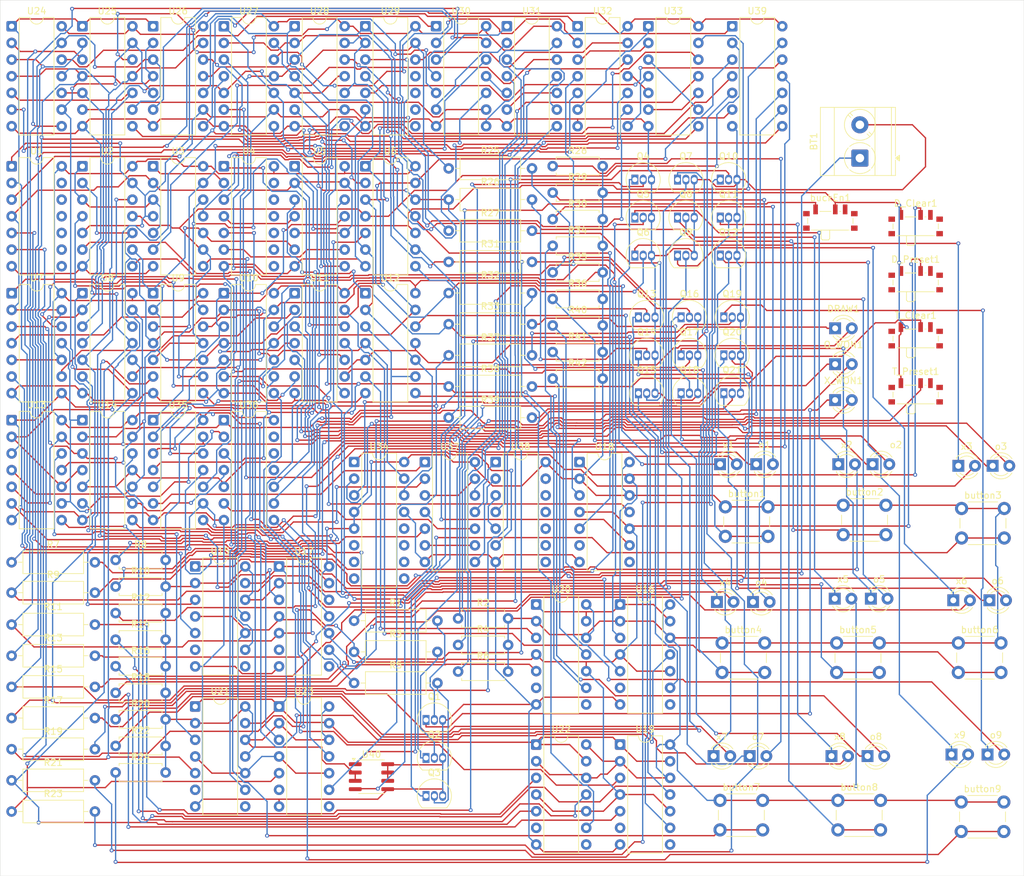
<source format=kicad_pcb>
(kicad_pcb (version 20241229) (generator "pcbnew") (generator_version "9.0")
  (layers (0 "F.Cu" signal) (2 "B.Cu" signal) (13 "F.Paste" user) (15 "B.Paste" user) (5 "F.SilkS" user "F.Silkscreen") (7 "B.SilkS" user "B.Silkscreen") (1 "F.Mask" user) (3 "B.Mask" user) (25 "Edge.Cuts" user))
  (net 0 "")
  (net 1 "Net-(BT1-+)")
  (net 2 "GND")
  (net 3 "Net-(U40-~{EN})")
  (net 4 "+5V")
  (net 5 "button1")
  (net 6 "button2")
  (net 7 "button3")
  (net 8 "button4")
  (net 9 "button5")
  (net 10 "button6")
  (net 11 "button7")
  (net 12 "button8")
  (net 13 "button9")
  (net 14 "Net-(DRAW1-A)")
  (net 15 "Net-(DRAW1-K)")
  (net 16 "D_clr")
  (net 17 "D_pre")
  (net 18 "Net-(o1-A)")
  (net 19 "Net-(Q15-C)")
  (net 20 "Net-(Q18-C)")
  (net 21 "Net-(o2-A)")
  (net 22 "Net-(Q21-C)")
  (net 23 "Net-(o3-A)")
  (net 24 "Net-(o4-A)")
  (net 25 "Net-(Q14-C)")
  (net 26 "Net-(Q17-C)")
  (net 27 "Net-(o5-A)")
  (net 28 "Net-(Q20-C)")
  (net 29 "Net-(o6-A)")
  (net 30 "Net-(Q13-C)")
  (net 31 "Net-(o7-A)")
  (net 32 "Net-(o8-A)")
  (net 33 "Net-(Q16-C)")
  (net 34 "Net-(o9-A)")
  (net 35 "Net-(Q19-C)")
  (net 36 "Net-(O_WON1-A)")
  (net 37 "Net-(O_WON1-K)")
  (net 38 "Net-(Q1-B)")
  (net 39 "Net-(Q1-C)")
  (net 40 "Net-(Q2-B)")
  (net 41 "Net-(Q3-B)")
  (net 42 "Net-(Q4-C)")
  (net 43 "Net-(Q4-B)")
  (net 44 "Net-(Q5-C)")
  (net 45 "Net-(Q5-B)")
  (net 46 "Net-(Q6-C)")
  (net 47 "Net-(Q6-B)")
  (net 48 "Net-(Q7-B)")
  (net 49 "Net-(Q7-C)")
  (net 50 "Net-(Q8-C)")
  (net 51 "Net-(Q8-B)")
  (net 52 "Net-(Q9-B)")
  (net 53 "Net-(Q9-C)")
  (net 54 "Net-(Q10-B)")
  (net 55 "Net-(Q10-C)")
  (net 56 "Net-(Q11-C)")
  (net 57 "Net-(Q11-B)")
  (net 58 "Net-(Q12-B)")
  (net 59 "Net-(Q12-C)")
  (net 60 "Net-(Q13-B)")
  (net 61 "Net-(Q14-B)")
  (net 62 "Net-(Q15-B)")
  (net 63 "Net-(Q16-B)")
  (net 64 "Net-(Q17-B)")
  (net 65 "Net-(Q18-B)")
  (net 66 "Net-(Q19-B)")
  (net 67 "Net-(Q20-B)")
  (net 68 "Net-(Q21-B)")
  (net 69 "xWin")
  (net 70 "Net-(X_WON1-A)")
  (net 71 "oWin")
  (net 72 "draw")
  (net 73 "x1")
  (net 74 "Net-(x1-A)")
  (net 75 "x2")
  (net 76 "Net-(x2-A)")
  (net 77 "x3")
  (net 78 "Net-(x3-A)")
  (net 79 "x4")
  (net 80 "Net-(x4-A)")
  (net 81 "x5")
  (net 82 "Net-(x5-A)")
  (net 83 "x6")
  (net 84 "Net-(x6-A)")
  (net 85 "x7")
  (net 86 "Net-(x7-A)")
  (net 87 "x8")
  (net 88 "Net-(x8-A)")
  (net 89 "x9")
  (net 90 "Net-(x9-A)")
  (net 91 "o7")
  (net 92 "o4")
  (net 93 "o1")
  (net 94 "o8")
  (net 95 "o5")
  (net 96 "o2")
  (net 97 "o9")
  (net 98 "o6")
  (net 99 "o3")
  (net 100 "T_clr")
  (net 101 "T_pre")
  (net 104 "avail1")
  (net 106 "gameNotWon")
  (net 110 "x2_validAnd")
  (net 111 "input1")
  (net 112 "x1_validAnd")
  (net 113 "oTurn")
  (net 114 "input2")
  (net 115 "xTurn")
  (net 116 "avail2")
  (net 117 "o1_validAnd")
  (net 118 "debounce1")
  (net 119 "input3")
  (net 120 "avail3")
  (net 121 "clk2")
  (net 122 "clk1")
  (net 123 "clk3")
  (net 124 "debounce2")
  (net 128 "debounce3")
  (net 132 "debounce5")
  (net 133 "input4")
  (net 134 "input5")
  (net 135 "debounce4")
  (net 136 "avail4")
  (net 137 "avail5")
  (net 138 "input8")
  (net 139 "debounce6")
  (net 140 "input7")
  (net 141 "input9")
  (net 142 "debounce7")
  (net 143 "debounce8")
  (net 144 "input6")
  (net 145 "debounce9")
  (net 146 "avail8")
  (net 147 "avail9")
  (net 148 "avail6")
  (net 149 "avail7")
  (net 150 "o3_validAnd")
  (net 151 "o2_validAnd")
  (net 152 "x3_validAnd")
  (net 153 "x5_validAnd")
  (net 154 "x4_validAnd")
  (net 155 "o4_validAnd")
  (net 156 "o6_validAnd")
  (net 157 "x6_validAnd")
  (net 158 "o5_validAnd")
  (net 159 "x7_validAnd")
  (net 160 "x8_validAnd")
  (net 161 "o7_validAnd")
  (net 162 "o9_validAnd")
  (net 163 "x9_validAnd")
  (net 164 "o8_validAnd")
  (net 183 "xRowAnd2")
  (net 184 "xRowAnd1")
  (net 185 "xRowAnd3")
  (net 186 "xColAnd3")
  (net 187 "xColAnd1")
  (net 188 "xColAnd2")
  (net 189 "xDiaAnd1")
  (net 190 "xDiaAnd2")
  (net 191 "oRowAnd1")
  (net 192 "oColAnd1")
  (net 193 "oRowAnd2")
  (net 194 "oRowAnd3")
  (net 195 "oColAnd3")
  (net 196 "oDiaAnd1")
  (net 197 "oColAnd2")
  (net 198 "nor1")
  (net 201 "nor2")
  (net 202 "nor3")
  (net 204 "oDiaAnd2")
  (net 205 "drawAnd")
  (net 207 "xOr2")
  (net 208 "xOr3")
  (net 209 "xOr4")
  (net 210 "xOr1")
  (net 211 "xOr6")
  (net 212 "xOr5")
  (net 213 "clkOr1")
  (net 214 "oOr2")
  (net 215 "oOr3")
  (net 216 "oOr1")
  (net 217 "oOr4")
  (net 218 "oOr6")
  (net 219 "oOr5")
  (net 220 "clk4")
  (net 221 "clkOr2")
  (net 229 "tclk")
  (net 230 "clk6")
  (net 231 "clk7")
  (net 232 "clk5")
  (net 235 "clk9")
  (net 237 "clk8")
  (net 238 "clkOr6")
  (net 239 "clkOr3")
  (net 240 "clkOr4")
  (net 241 "clkOr5")
  (net 243 "clkOr7")
  (footprint "Package_DIP:DIP-14_W7.62mm" (layer "F.Cu") (at 108.28 86.92)
    (property "Reference" "U18")
    (property "Value" "74LS74")
  )
  (footprint "Package_DIP:DIP-14_W7.62mm" (layer "F.Cu") (at 101.68 108.64)
    (property "Reference" "U20")
    (property "Value" "74LS74")
  )
  (footprint "Package_DIP:DIP-14_W7.62mm" (layer "F.Cu") (at 43.31 41.83)
    (property "Reference" "U3")
    (property "Value" "74LS08")
  )
  (footprint "Button_Switch_THT:SW_PUSH_6mm" (layer "F.Cu") (at 129.69 138.5)
    (property "Reference" "button7")
    (property "Value" "SW_Push")
  )
  (footprint "Package_DIP:DIP-14_W7.62mm" (layer "F.Cu") (at 64.87 20.48)
    (property "Reference" "U28")
    (property "Value" "74LS11")
  )
  (footprint "Package_DIP:DIP-14_W7.62mm" (layer "F.Cu") (at 62.5 124.19)
    (property "Reference" "U23")
    (property "Value" "74LS74")
  )
  (footprint "Package_DIP:DIP-14_W7.62mm" (layer "F.Cu") (at 32.53 80.53)
    (property "Reference" "U14")
    (property "Value" "74LS11")
  )
  (footprint "Button_Switch_THT:SW_PUSH_6mm" (layer "F.Cu") (at 166.5 94)
    (property "Reference" "button3")
    (property "Value" "SW_Push")
  )
  (footprint "Resistor_THT:R_Axial_DIN0207_L6.3mm_D2.5mm_P7.62mm_Horizontal" (layer "F.Cu") (at 104.19 70.15)
    (property "Reference" "R41")
    (property "Value" "150")
  )
  (footprint "Package_DIP:DIP-14_W7.62mm" (layer "F.Cu") (at 21.75 80.53)
    (property "Reference" "U13")
    (property "Value" "74LS11")
  )
  (footprint "Resistor_THT:R_Axial_DIN0207_L6.3mm_D2.5mm_P7.62mm_Horizontal" (layer "F.Cu") (at 37.59 109.95)
    (property "Reference" "R12")
    (property "Value" "150")
  )
  (footprint "Resistor_THT:R_Axial_DIN0309_L9.0mm_D3.2mm_P12.70mm_Horizontal" (layer "F.Cu") (at 73.93 120.61)
    (property "Reference" "R5")
    (property "Value" "6800")
  )
  (footprint "LED_THT:LED_D3.0mm" (layer "F.Cu") (at 147.17 107.75)
    (property "Reference" "x5")
    (property "Value" "LED")
  )
  (footprint "Resistor_THT:R_Axial_DIN0309_L9.0mm_D3.2mm_P12.70mm_Horizontal" (layer "F.Cu") (at 88.34 70.65)
    (property "Reference" "R37")
    (property "Value" "6800")
  )
  (footprint "LED_THT:LED_D3.0mm" (layer "F.Cu") (at 129.7 87.25)
    (property "Reference" "x1")
    (property "Value" "LED")
  )
  (footprint "LED_THT:LED_D3.0mm" (layer "F.Cu") (at 147.23 72)
    (property "Reference" "O_WON1")
    (property "Value" "LED")
  )
  (footprint "Package_TO_SOT_THT:TO-92_Inline" (layer "F.Cu") (at 123.76 70.65)
    (property "Reference" "Q17")
    (property "Value" "NPN")
  )
  (footprint "Package_DIP:DIP-14_W7.62mm" (layer "F.Cu") (at 54.09 41.83)
    (property "Reference" "U4")
    (property "Value" "74LS14")
  )
  (footprint "Package_DIP:DIP-14_W7.62mm" (layer "F.Cu") (at 54.09 61.18)
    (property "Reference" "U10")
    (property "Value" "74LS11")
  )
  (footprint "Package_DIP:DIP-14_W7.62mm" (layer "F.Cu") (at 21.75 20.48)
    (property "Reference" "U24")
    (property "Value" "74LS11")
  )
  (footprint "Package_DIP:DIP-14_W7.62mm" (layer "F.Cu") (at 75.65 20.48)
    (property "Reference" "U29")
    (property "Value" "74LS11")
  )
  (footprint "Package_DIP:DIP-14_W7.62mm" (layer "F.Cu") (at 107.99 20.48)
    (property "Reference" "U32")
    (property "Value" "74LS32")
  )
  (footprint "LED_THT:LED_D3.0mm" (layer "F.Cu") (at 164.96 131.5)
    (property "Reference" "x9")
    (property "Value" "LED")
  )
  (footprint "Package_TO_SOT_THT:TO-92_Inline" (layer "F.Cu") (at 130.27 64.86)
    (property "Reference" "Q19")
    (property "Value" "NPN")
  )
  (footprint "LED_THT:LED_D3.0mm" (layer "F.Cu") (at 152.67 107.75)
    (property "Reference" "o5")
    (property "Value" "LED")
  )
  (footprint "LED_THT:LED_D3.0mm" (layer "F.Cu") (at 166 87.5)
    (property "Reference" "x3")
    (property "Value" "LED")
  )
  (footprint "Resistor_THT:R_Axial_DIN0309_L9.0mm_D3.2mm_P12.70mm_Horizontal" (layer "F.Cu") (at 88.34 61.15)
    (property "Reference" "R32")
    (property "Value" "6800")
  )
  (footprint "Package_TO_SOT_THT:TO-92_Inline" (layer "F.Cu") (at 123.22 49.65)
    (property "Reference" "Q8")
    (property "Value" "NPN")
  )
  (footprint "Resistor_THT:R_Axial_DIN0207_L6.3mm_D2.5mm_P7.62mm_Horizontal" (layer "F.Cu") (at 37.59 126.15)
    (property "Reference" "R20")
    (property "Value" "150")
  )
  (footprint "Resistor_THT:R_Axial_DIN0309_L9.0mm_D3.2mm_P12.70mm_Horizontal" (layer "F.Cu") (at 88.34 75.4)
    (property "Reference" "R38")
    (property "Value" "6800")
  )
  (footprint "LED_THT:LED_D3.0mm" (layer "F.Cu") (at 134.21 131.75)
    (property "Reference" "o7")
    (property "Value" "LED")
  )
  (footprint "Package_SO:SOIC-8_3.9x4.9mm_P1.27mm" (layer "F.Cu") (at 76.58 134.89)
    (property "Reference" "U40")
    (property "Value" "XL1509-5.0")
  )
  (footprint "Package_TO_SOT_THT:TO-92_Inline" (layer "F.Cu") (at 123.76 76.44)
    (property "Reference" "Q18")
    (property "Value" "NPN")
  )
  (footprint "LED_THT:LED_D3.0mm" (layer "F.Cu") (at 129.21 108.25)
    (property "Reference" "x4")
    (property "Value" "LED")
  )
  (footprint "Package_DIP:DIP-14_W7.62mm" (layer "F.Cu") (at 21.75 41.83)
    (property "Reference" "U1")
    (property "Value" "74LS02")
  )
  (footprint "Package_DIP:DIP-14_W7.62mm" (layer "F.Cu") (at 97.21 20.48)
    (property "Reference" "U31")
    (property "Value" "74LS32")
  )
  (footprint "LED_THT:LED_D3.0mm" (layer "F.Cu") (at 128.71 131.75)
    (property "Reference" "x7")
    (property "Value" "LED")
  )
  (footprint "LED_THT:LED_D3.0mm" (layer "F.Cu") (at 152.94 87.25)
    (property "Reference" "o2")
    (property "Value" "LED")
  )
  (footprint "Package_TO_SOT_THT:TO-92_Inline" (layer "F.Cu") (at 117.25 76.44)
    (property "Reference" "Q15")
    (property "Value" "NPN")
  )
  (footprint "Package_DIP:DIP-14_W7.62mm" (layer "F.Cu") (at 43.31 20.48)
    (property "Reference" "U26")
    (property "Value" "74LS11")
  )
  (footprint "Package_DIP:DIP-14_W7.62mm" (layer "F.Cu") (at 43.31 61.18)
    (property "Reference" "U9")
    (property "Value" "74LS11")
  )
  (footprint "Button_Switch_THT:SW_PUSH_6mm" (layer "F.Cu") (at 130 114.5)
    (property "Reference" "button4")
    (property "Value" "SW_Push")
  )
  (footprint "Button_Switch_SMD:SW_SPDT_PCM12" (layer "F.Cu") (at 159.5 59.22)
    (property "Reference" "D_Preset1")
    (property "Value" "SW_Push")
  )
  (footprint "Resistor_THT:R_Axial_DIN0207_L6.3mm_D2.5mm_P7.62mm_Horizontal" (layer "F.Cu") (at 37.59 130.2)
    (property "Reference" "R22")
    (property "Value" "150")
  )
  (footprint "Button_Switch_THT:SW_PUSH_6mm" (layer "F.Cu") (at 147.46 114.5)
    (property "Reference" "button5")
    (property "Value" "SW_Push")
  )
  (footprint "Resistor_THT:R_Axial_DIN0309_L9.0mm_D3.2mm_P12.70mm_Horizontal" (layer "F.Cu") (at 21.74 116.45)
    (property "Reference" "R13")
    (property "Value" "6800")
  )
  (footprint "Resistor_THT:R_Axial_DIN0207_L6.3mm_D2.5mm_P7.62mm_Horizontal" (layer "F.Cu") (at 104.19 74.2)
    (property "Reference" "R42")
    (property "Value" "150")
  )
  (footprint "Resistor_THT:R_Axial_DIN0309_L9.0mm_D3.2mm_P12.70mm_Horizontal" (layer "F.Cu") (at 21.74 130.7)
    (property "Reference" "R19")
    (property "Value" "6800")
  )
  (footprint "Resistor_THT:R_Axial_DIN0309_L9.0mm_D3.2mm_P12.70mm_Horizontal" (layer "F.Cu") (at 21.74 102.2)
    (property "Reference" "R7")
    (property "Value" "6800")
  )
  (footprint "LED_THT:LED_D3.0mm" (layer "F.Cu") (at 147.71 87.25)
    (property "Reference" "x2")
    (property "Value" "LED")
  )
  (footprint "Button_Switch_THT:SW_PUSH_6mm" (layer "F.Cu") (at 166.44 138.75)
    (property "Reference" "button9")
    (property "Value" "SW_Push")
  )
  (footprint "Resistor_THT:R_Axial_DIN0309_L9.0mm_D3.2mm_P12.70mm_Horizontal" (layer "F.Cu") (at 21.74 111.7)
    (property "Reference" "R11")
    (property "Value" "6800")
  )
  (footprint "Button_Switch_SMD:SW_SPDT_PCM12" (layer "F.Cu") (at 159.5 50.67)
    (property "Reference" "D_Clear1")
    (property "Value" "SW_Push")
  )
  (footprint "LED_THT:LED_D3.0mm" (layer "F.Cu") (at 171.23 87.5)
    (property "Reference" "o3")
    (property "Value" "LED")
  )
  (footprint "Package_DIP:DIP-14_W7.62mm" (layer "F.Cu") (at 21.75 61.18)
    (property "Reference" "U7")
    (property "Value" "74LS08")
  )
  (footprint "LED_THT:LED_D3.0mm" (layer "F.Cu") (at 170.46 131.5)
    (property "Reference" "o9")
    (property "Value" "LED")
  )
  (footprint "Package_DIP:DIP-14_W7.62mm" (layer "F.Cu") (at 49.72 124.19)
    (property "Reference" "U21")
    (property "Value" "74LS74")
  )
  (footprint "Resistor_THT:R_Axial_DIN0309_L9.0mm_D3.2mm_P12.70mm_Horizontal" (layer "F.Cu") (at 88.34 46.9)
    (property "Reference" "R26")
    (property "Value" "6800")
  )
  (footprint "Package_TO_SOT_THT:TO-92_Inline" (layer "F.Cu") (at 116.71 43.86)
    (property "Reference" "Q4")
    (property "Value" "NPN")
  )
  (footprint "Button_Switch_THT:SW_PUSH_6mm" (layer "F.Cu") (at 147.65 138.5)
    (property "Reference" "button8")
    (property "Value" "SW_Push")
  )
  (footprint "Resistor_THT:R_Axial_DIN0207_L6.3mm_D2.5mm_P7.62mm_Horizontal" (layer "F.Cu") (at 104.19 62.05)
    (property "Reference" "R36")
    (property "Value" "150")
  )
  (footprint "Package_TO_SOT_THT:TO-92_Inline" (layer "F.Cu") (at 129.73 49.65)
    (property "Reference" "Q11")
    (property "Value" "NPN")
  )
  (footprint "Resistor_THT:R_Axial_DIN0207_L6.3mm_D2.5mm_P7.62mm_Horizontal" (layer "F.Cu") (at 104.19 45.85)
    (property "Reference" "R29")
    (property "Value" "150")
  )
  (footprint "Package_TO_SOT_THT:TO-92_Inline" (layer "F.Cu") (at 116.71 55.44)
    (property "Reference" "Q6")
    (property "Value" "NPN")
  )
  (footprint "Package_DIP:DIP-14_W7.62mm" (layer "F.Cu") (at 114.46 108.64)
    (property "Reference" "U16")
    (property "Value" "74LS74")
  )
  (footprint "Button_Switch_THT:SW_PUSH_6mm" (layer "F.Cu") (at 148.46 93.5)
    (property "Reference" "button2")
    (property "Value" "SW_Push")
  )
  (footprint "Package_DIP:DIP-14_W7.62mm" (layer "F.Cu") (at 95.5 86.92)
    (property "Reference" "U38")
    (property "Value" "74LS32")
  )
  (footprint "LED_THT:LED_D3.0mm" (layer "F.Cu") (at 135.21 87.25)
    (property "Reference" "o1")
    (property "Value" "LED")
  )
  (footprint "Package_DIP:DIP-14_W7.62mm" (layer "F.Cu") (at 54.09 20.48)
    (property "Reference" "U27")
    (property "Value" "74LS11")
  )
  (footprint "Resistor_THT:R_Axial_DIN0207_L6.3mm_D2.5mm_P7.62mm_Horizontal" (layer "F.Cu") (at 104.19 58)
    (property "Reference" "R35")
    (property "Value" "150")
  )
  (footprint "Resistor_THT:R_Axial_DIN0309_L9.0mm_D3.2mm_P12.70mm_Horizontal" (layer "F.Cu") (at 88.34 56.4)
    (property "Reference" "R31")
    (property "Value" "6800")
  )
  (footprint "Package_DIP:DIP-14_W7.62mm" (layer "F.Cu") (at 43.31 80.53)
    (property "Reference" "U35")
    (property "Value" "74LS08")
  )
  (footprint "LED_THT:LED_D3.0mm" (layer "F.Cu") (at 147.23 66.53)
    (property "Reference" "DRAW1")
    (property "Value" "LED")
  )
  (footprint "Package_DIP:DIP-14_W7.62mm" (layer "F.Cu") (at 75.65 61.18)
    (property "Reference" "U12")
    (property "Value" "74LS11")
  )
  (footprint "Package_TO_SOT_THT:TO-92_Inline" (layer "F.Cu") (at 130.27 70.65)
    (property "Reference" "Q20")
    (property "Value" "NPN")
  )
  (footprint "Package_DIP:DIP-14_W7.62mm" (layer "F.Cu") (at 54.09 80.53)
    (property "Reference" "U36")
    (property "Value" "74LS08")
  )
  (footprint "Package_DIP:DIP-14_W7.62mm" (layer "F.Cu") (at 49.72 102.84)
    (property "Reference" "U15")
    (property "Value" "74LS74")
  )
  (footprint "Package_TO_SOT_THT:TO-92_Inline" (layer "F.Cu") (at 117.25 70.65)
    (property "Reference" "Q14")
    (property "Value" "NPN")
  )
  (footprint "Package_DIP:DIP-14_W7.62mm" (layer "F.Cu") (at 64.87 61.18)
    (property "Reference" "U11")
    (property "Value" "74LS14")
  )
  (footprint "Resistor_THT:R_Axial_DIN0309_L9.0mm_D3.2mm_P12.70mm_Horizontal" (layer "F.Cu") (at 21.74 121.2)
    (property "Reference" "R15")
    (property "Value" "6800")
  )
  (footprint "Package_TO_SOT_THT:TO-92_Inline" (layer "F.Cu") (at 117.25 64.86)
    (property "Reference" "Q13")
    (property "Value" "NPN")
  )
  (footprint "Button_Switch_THT:SW_PUSH_6mm" (layer "F.Cu") (at 166 114.5)
    (property "Reference" "button6")
    (property "Value" "SW_Push")
  )
  (footprint "Package_TO_SOT_THT:TO-92_Inline" (layer "F.Cu") (at 129.73 43.86)
    (property "Reference" "Q10")
    (property "Value" "NPN")
  )
  (footprint "Package_DIP:DIP-16_W7.62mm" (layer "F.Cu") (at 73.94 86.91)
    (property "Reference" "U34")
    (property "Value" "74LS76")
  )
  (footprint "Resistor_THT:R_Axial_DIN0309_L9.0mm_D3.2mm_P12.70mm_Horizontal" (layer "F.Cu") (at 73.93 111.11)
    (property "Reference" "R1")
    (property "Value" "6800")
  )
  (footprint "LED_THT:LED_D3.0mm" (layer "F.Cu") (at 134.71 108.25)
    (property "Reference" "o4")
    (property "Value" "LED")
  )
  (footprint "Package_DIP:DIP-14_W7.62mm" (layer "F.Cu") (at 114.46 129.99)
    (property "Reference" "U19")
    (property "Value" "74LS74")
  )
  (footprint "Package_DIP:DIP-14_W7.62mm" (layer "F.Cu") (at 32.53 61.18)
    (property "Reference" "U8")
    (property "Value" "74LS02")
  )
  (footprint "Package_DIP:DIP-14_W7.62mm" (layer "F.Cu") (at 101.68 129.99)
    (property "Reference" "U22")
    (property "Value" "74LS74")
  )
  (footprint "Package_DIP:DIP-14_W7.62mm" (layer "F.Cu") (at 86.43 20.48)
    (property "Reference" "U30")
    (property "Value" "74LS32")
  )
  (footprint "Resistor_THT:R_Axial_DIN0207_L6.3mm_D2.5mm_P7.62mm_Horizontal" (layer "F.Cu") (at 37.59 122.1)
    (property "Reference" "R18")
    (property "Value" "150")
  )
  (footprint "Button_Switch_SMD:SW_SPDT_PCM12" (layer "F.Cu") (at 159.5 76.32)
    (property "Reference" "T_Preset1")
    (property "Value" "SW_Push")
  )
  (footprint "Package_DIP:DIP-14_W7.62mm" (layer "F.Cu") (at 118.77 20.48)
    (property "Reference" "U33")
    (property "Value" "74LS32")
  )
  (footprint "Package_TO_SOT_THT:TO-92_Inline" (layer "F.Cu") (at 116.71 49.65)
    (property "Reference" "Q5")
    (property "Value" "NPN")
  )
  (footprint "Resistor_THT:R_Axial_DIN0207_L6.3mm_D2.5mm_P7.62mm_Horizontal" (layer "F.Cu") (at 37.59 114)
    (property "Reference" "R14")
    (property "Value" "150")
  )
  (footprint "Resistor_THT:R_Axial_DIN0309_L9.0mm_D3.2mm_P12.70mm_Horizontal" (layer "F.Cu") (at 21.74 135.45)
    (property "Reference" "R21")
    (property "Value" "6800")
  )
  (footprint "Button_Switch_THT:SW_PUSH_6mm" (layer "F.Cu") (at 130.5 93.75)
    (property "Reference" "button1")
    (property "Value" "SW_Push")
  )
  (footprint "Resistor_THT:R_Axial_DIN0207_L6.3mm_D2.5mm_P7.62mm_Horizontal" (layer "F.Cu") (at 89.78 114.81)
    (property "Reference" "R4")
    (property "Value" "150")
  )
  (footprint "Resistor_THT:R_Axial_DIN0309_L9.0mm_D3.2mm_P12.70mm_Horizontal" (layer "F.Cu") (at 73.93 115.86)
    (property "Reference" "R3")
    (property "Value" "6800")
  )
  (footprint "Package_TO_SOT_THT:TO-92_Inline" (layer "F.Cu") (at 123.22 43.86)
    (property "Reference" "Q7")
    (property "Value" "NPN")
  )
  (footprint "Package_TO_SOT_THT:TO-92_Inline" (layer "F.Cu") (at 84.89 137.82)
    (property "Reference" "Q3")
    (property "Value" "NPN")
  )
  (footprint "LED_THT:LED_D3.0mm" (layer "F.Cu") (at 170.73 108)
    (property "Reference" "o6")
    (property "Value" "LED")
  )
  (footprint "Package_TO_SOT_THT:TO-92_Inline" (layer "F.Cu") (at 130.27 76.44)
    (property "Reference" "Q21")
    (property "Value" "NPN")
  )
  (footprint "Button_Switch_SMD:SW_SPDT_PCM12" (layer "F.Cu") (at 159.5 67.77)
    (property "Reference" "T_Clear1")
    (property "Value" "SW_Push")
  )
  (footprint "Button_Switch_SMD:SW_SPDT_PCM12" (layer "F.Cu") (at 146.5 49.83)
    (property "Reference" "buckEn1")
    (property "Value" "SW_Push")
  )
  (footprint "Resistor_THT:R_Axial_DIN0207_L6.3mm_D2.5mm_P7.62mm_Horizontal" (layer "F.Cu") (at 37.59 101.85)
    (property "Reference" "R8")
    (property "Value" "150")
  )
  (footprint "TerminalBlock_Phoenix:TerminalBlock_Phoenix_MKDS-3-2-5.08_1x02_P5.08mm_Horizontal" (layer "F.Cu") (at 151 40.58 90)
    (property "Reference" "BT1")
    (property "Value" "12V")
  )
  (footprint "Package_TO_SOT_THT:TO-92_Inline" (layer "F.Cu") (at 123.22 55.44)
    (property "Reference" "Q9")
    (property "Value" "NPN")
  )
  (footprint "Package_DIP:DIP-14_W7.62mm" (layer "F.Cu") (at 62.5 102.84)
    (property "Reference" "U17")
    (property "Value" "74LS74")
  )
  (footprint "Package_TO_SOT_THT:TO-92_Inline" (layer "F.Cu") (at 84.89 132.03)
    (property "Reference" "Q2")
    (property "Value" "NPN")
  )
  (footprint "Resistor_THT:R_Axial_DIN0309_L9.0mm_D3.2mm_P12.70mm_Horizontal" (layer "F.Cu") (at 88.34 80.15)
    (property "Reference" "R39")
    (property "Value" "6800")
  )
  (footprint "Resistor_THT:R_Axial_DIN0309_L9.0mm_D3.2mm_P12.70mm_Horizontal" (layer "F.Cu") (at 88.34 51.65)
    (property "Reference" "R27")
    (property "Value" "6800")
  )
  (footprint "LED_THT:LED_D3.0mm" (layer "F.Cu") (at 146.67 131.75)
    (property "Reference" "x8")
    (property "Value" "LED")
  )
  (footprint "Resistor_THT:R_Axial_DIN0207_L6.3mm_D2.5mm_P7.62mm_Horizontal" (layer "F.Cu") (at 89.78 118.86)
    (property "Reference" "R6")
    (property "Value" "150")
  )
  (footprint "Package_DIP:DIP-14_W7.62mm" (layer "F.Cu") (at 32.53 41.83)
    (property "Reference" "U2")
    (property "Value" "74LS11")
  )
  (footprint "Resistor_THT:R_Axial_DIN0207_L6.3mm_D2.5mm_P7.62mm_Horizontal" (layer "F.Cu") (at 104.19 66.1)
    (property "Reference" "R40")
    (property "Value" "150")
  )
  (footprint "LED_THT:LED_D3.0mm" (layer "F.Cu") (at 147.23 77.47)
    (property "Reference" "X_WON1")
    (property "Value" "LED")
  )
  (footprint "LED_THT:LED_D3.0mm" (layer "F.Cu") (at 165.23 108)
    (property "Reference" "x6")
    (property "Value" "LED")
  )
  (footprint "Resistor_THT:R_Axial_DIN0309_L9.0mm_D3.2mm_P12.70mm_Horizontal" (layer "F.Cu") (at 88.34 65.9)
    (property "Reference" "R33")
    (property "Value" "6800")
  )
  (footprint "Resistor_THT:R_Axial_DIN0207_L6.3mm_D2.5mm_P7.62mm_Horizontal" (layer "F.Cu") (at 37.59 118.05)
    (property "Reference" "R16")
    (property "Value" "150")
  )
  (footprint "Resistor_THT:R_Axial_DIN0309_L9.0mm_D3.2mm_P12.70mm_Horizontal" (layer "F.Cu") (at 21.74 106.8337)
    (property "Reference" "R9")
    (property "Value" "6800")
  )
  (footprint "Resistor_THT:R_Axial_DIN0309_L9.0mm_D3.2mm_P12.70mm_Horizontal" (layer "F.Cu") (at 21.74 125.95)
    (property "Reference" "R17")
    (property "Value" "6800")
  )
  (footprint "Package_TO_SOT_THT:TO-92_Inline" (layer "F.Cu") (at 129.73 55.44)
    (property "Reference" "Q12")
    (property "Value" "NPN")
  )
  (footprint "Resistor_THT:R_Axial_DIN0207_L6.3mm_D2.5mm_P7.62mm_Horizontal" (layer "F.Cu") (at 37.59 134.25)
    (property "Reference" "R24")
    (property "Value" "150")
  )
  (footprint "LED_THT:LED_D3.0mm" (layer "F.Cu") (at 152.17 131.75)
    (property "Reference" "o8")
    (property "Value" "LED")
  )
  (footprint "Package_TO_SOT_THT:TO-92_Inline" (layer "F.Cu") (at 84.89 126.24)
    (property "Reference" "Q1")
    (property "Value" "NPN")
  )
  (footprint "Resistor_THT:R_Axial_DIN0207_L6.3mm_D2.5mm_P7.62mm_Horizontal" (layer "F.Cu") (at 89.78 110.76)
    (property "Reference" "R2")
    (property "Value" "150")
  )
  (footprint "Resistor_THT:R_Axial_DIN0309_L9.0mm_D3.2mm_P12.70mm_Horizontal" (layer "F.Cu") (at 21.74 140.2)
    (property "Reference" "R23")
    (property "Value" "6800")
  )
  (footprint "Package_TO_SOT_THT:TO-92_Inline" (layer "F.Cu") (at 123.76 64.86)
    (property "Reference" "Q16")
    (property "Value" "NPN")
  )
  (footprint "Resistor_THT:R_Axial_DIN0207_L6.3mm_D2.5mm_P7.62mm_Horizontal" (layer "F.Cu") (at 37.59 105.9)
    (property "Reference" "R10")
    (property "Value" "150")
  )
  (footprint "Resistor_THT:R_Axial_DIN0207_L6.3mm_D2.5mm_P7.62mm_Horizontal" (layer "F.Cu") (at 104.19 53.95)
    (property "Reference" "R34")
    (property "Value" "150")
  )
  (footprint "Package_DIP:DIP-14_W7.62mm" (layer "F.Cu") (at 64.87 41.83)
    (property "Reference" "U5")
    (property "Value" "74LS08")
  )
  (footprint "Package_DIP:DIP-14_W7.62mm" (layer "F.Cu") (at 84.72 86.92)
    (property "Reference" "U37")
    (property "Value" "74LS32")
  )
  (footprint "Resistor_THT:R_Axial_DIN0207_L6.3mm_D2.5mm_P7.62mm_Horizontal" (layer "F.Cu") (at 104.19 49.9)
    (property "Reference" "R30")
    (property "Value" "150")
  )
  (footprint "Resistor_THT:R_Axial_DIN0207_L6.3mm_D2.5mm_P7.62mm_Horizontal" (layer "F.Cu") (at 104.19 41.8)
    (property "Reference" "R28")
    (property "Value" "150")
  )
  (footprint "Package_DIP:DIP-14_W7.62mm" (layer "F.Cu") (at 32.53 20.48)
    (property "Reference" "U25")
    (property "Value" "74LS11")
  )
  (footprint "Package_DIP:DIP-14_W7.62mm" (layer "F.Cu") (at 131.55 20.48)
    (property "Reference" "U39")
    (property "Value" "74LS27")
  )
  (footprint "Package_DIP:DIP-14_W7.62mm" (layer "F.Cu") (at 75.65 41.83)
    (property "Reference" "U6")
    (property "Value" "74LS02")
  )
  (footprint "Resistor_THT:R_Axial_DIN0309_L9.0mm_D3.2mm_P12.70mm_Horizontal" (layer "F.Cu") (at 88.34 42.15)
    (property "Reference" "R25")
    (property "Value" "6800")
  )
  (gr_rect (start 20 16.5) (end 176 150) (stroke (width 0.05)) (fill no) (layer "Edge.Cuts"))
  (segment (start 105.5286 104.5687) (end 86.5313 104.5687) (width 0.2) (layer "F.Cu") (net 1))
  (segment (start 107.2296 104.071) (end 107.2296 104.0709) (width 0.2) (layer "F.Cu") (net 1))
  (segment (start 83.2567 131.0652) (end 76.0248 131.0652) (width 0.2) (layer "F.Cu") (net 1))
  (segment (start 142.022 103.8111) (end 111.5882 103.8111) (width 0.2) (layer "F.Cu") (net 1))
  (segment (start 107.2296 104.0709) (end 106.8771 103.7184) (width 0.2) (layer "F.Cu") (net 1))
  (segment (start 111.5882 103.8111) (end 111.2808 104.1185) (width 0.2) (layer "F.Cu") (net 1))
  (segment (start 106.8771 103.7184) (end 106.3788 103.7184) (width 0.2) (layer "F.Cu") (net 1))
  (segment (start 106.0262 104.071) (end 106.0262 104.0711) (width 0.2) (layer "F.Cu") (net 1))
  (segment (start 111.2808 104.1185) (end 107.2771 104.1185) (width 0.2) (layer "F.Cu") (net 1))
  (segment (start 106.0262 104.0711) (end 105.5286 104.5687) (width 0.2) (layer "F.Cu") (net 1))
  (segment (start 106.3788 103.7184) (end 106.0262 104.071) (width 0.2) (layer "F.Cu") (net 1))
  (segment (start 76.0248 131.0652) (end 74.105 132.985) (width 0.2) (layer "F.Cu") (net 1))
  (segment (start 107.2771 104.1185) (end 107.2296 104.071) (width 0.2) (layer "F.Cu") (net 1))
  (segment (start 142.1208 103.9099) (end 142.022 103.8111) (width 0.2) (layer "F.Cu") (net 1))
  (via (at 142.1208 103.9099) (size 0.6) (drill 0.3) (layers "F.Cu" "B.Cu") (net 1))
  (via (at 83.2567 131.0652) (size 0.6) (drill 0.3) (layers "F.Cu" "B.Cu") (net 1))
  (via (at 86.5313 104.5687) (size 0.6) (drill 0.3) (layers "F.Cu" "B.Cu") (net 1))
  (segment (start 83.2567 107.8433) (end 86.5313 104.5687) (width 0.2) (layer "B.Cu") (net 1))
  (segment (start 83.2567 131.0652) (end 83.2567 107.8433) (width 0.2) (layer "B.Cu") (net 1))
  (segment (start 151 40.58) (end 147.92 40.58) (width 0.2) (layer "B.Cu") (net 1))
  (segment (start 142.1208 46.3792) (end 142.1208 103.9099) (width 0.2) (layer "B.Cu") (net 1))
  (segment (start 147.92 40.58) (end 142.1208 46.3792) (width 0.2) (layer "B.Cu") (net 1))
  (segment (start 82.4058 35.0261) (end 82.8136 34.6183) (width 0.2) (layer "F.Cu") (net 2))
  (segment (start 43.31 35.72) (end 44.4117 34.6183) (width 0.2) (layer "F.Cu") (net 2))
  (segment (start 59.1365 76.42) (end 54.09 76.42) (width 0.2) (layer "F.Cu") (net 2))
  (segment (start 124.934 54.389) (end 122.5707 54.389) (width 0.2) (layer "F.Cu") (net 2))
  (segment (start 22.8076 36.7776) (end 27.857 36.7776) (width 0.2) (layer "F.Cu") (net 2))
  (segment (start 128.8065 44.6382) (end 128.8065 44.6381) (width 0.2) (layer "F.Cu") (net 2))
  (segment (start 159 35.5) (end 161 37.5) (width 0.2) (layer "F.Cu") (net 2))
  (segment (start 85.8261 101.0539) (end 94.3939 101.0539) (width 0.2) (layer "F.Cu") (net 2))
  (segment (start 75.65 35.72) (end 76.3439 35.0261) (width 0.2) (layer "F.Cu") (net 2))
  (segment (start 55.7821 118.08) (end 55.7821 118.0801) (width 0.2) (layer "F.Cu") (net 2))
  (segment (start 122.5707 54.389) (end 122.57 54.3883) (width 0.2) (layer "F.Cu") (net 2))
  (segment (start 129.0818 44.9135) (end 128.8065 44.6382) (width 0.2) (layer "F.Cu") (net 2))
  (segment (start 32.9489 95.77) (end 34.0631 94.6558) (width 0.2) (layer "F.Cu") (net 2))
  (segment (start 33.1892 76.42) (end 32.53 76.42) (width 0.2) (layer "F.Cu") (net 2))
  (segment (start 132.5202 44.2267) (end 131.8334 44.9135) (width 0.2) (layer "F.Cu") (net 2))
  (segment (start 122.5013 77.5013) (end 125.4637 77.5013) (width 0.2) (layer "F.Cu") (net 2))
  (segment (start 131.8334 44.9135) (end 129.0818 44.9135) (width 0.2) (layer "F.Cu") (net 2))
  (segment (start 161 37.5) (end 161 41.891714) (width 0.2) (layer "F.Cu") (net 2))
  (segment (start 97.21 35.72) (end 96.1083 34.6183) (width 0.2) (layer "F.Cu") (net 2))
  (segment (start 79.0817 136.7683) (end 79.055 136.795) (width 0.2) (layer "F.Cu") (net 2))
  (segment (start 31.4187 75.3087) (end 32.53 76.42) (width 0.2) (layer "F.Cu") (net 2))
  (segment (start 128.0284 43.86) (end 128.8065 44.6381) (width 0.2) (layer "F.Cu") (net 2))
  (segment (start 62.5 138.3187) (end 77.5313 138.3187) (width 0.2) (layer "F.Cu") (net 2))
  (segment (start 77.5313 138.3187) (end 79.055 136.795) (width 0.2) (layer "F.Cu") (net 2))
  (segment (start 84.72 102.16) (end 85.8261 101.0539) (width 0.2) (layer "F.Cu") (net 2))
  (segment (start 22.8541 58.1741) (end 21.75 57.07) (width 0.2) (layer "F.Cu") (net 2))
  (segment (start 90.6167 123.88) (end 88.2567 126.24) (width 0.2) (layer "F.Cu") (net 2))
  (segment (start 79.055 134.255) (end 79.055 135.525) (width 0.2) (layer "F.Cu") (net 2))
  (segment (start 79.1517 133.0817) (end 87.43 133.0817) (width 0.2) (layer "F.Cu") (net 2))
  (segment (start 23.0852 93.8023) (end 23.7829 94.5) (width 0.2) (layer "F.Cu") (net 2))
  (segment (start 74.2351 34.3051) (end 71.2172 34.3051) (width 0.2) (layer "F.Cu") (net 2))
  (segment (start 69.8023 35.72) (end 64.87 35.72) (width 0.2) (layer "F.Cu") (net 2))
  (segment (start 52.488 95.7699) (end 52.488 95.77) (width 0.2) (layer "F.Cu") (net 2))
  (segment (start 114.46 123.88) (end 113.3487 122.7687) (width 0.2) (layer "F.Cu") (net 2))
  (segment (start 125.76 55.44) (end 125.76 55.215) (width 0.2) (layer "F.Cu") (net 2))
  (segment (start 121.5184 55.4399) (end 121.5184 55.44) (width 0.2) (layer "F.Cu") (net 2))
  (segment (start 102.7912 146.3412) (end 101.68 145.23) (width 0.2) (layer "F.Cu") (net 2))
  (segment (start 125.76 55.215) (end 124.934 54.389) (width 0.2) (layer "F.Cu") (net 2))
  (segment (start 101.68 123.88) (end 90.6167 123.88) (width 0.2) (layer "F.Cu") (net 2))
  (segment (start 76.3439 35.0261) (end 82.4058 35.0261) (width 0.2) (layer "F.Cu") (net 2))
  (segment (start 87.43 136.7683) (end 79.0817 136.7683) (width 0.2) (layer "F.Cu") (net 2))
  (segment (start 157.496857 45.394857) (end 135 45.394857) (width 0.2) (layer "F.Cu") (net 2))
  (segment (start 121.6684 77.4917) (end 121.9917 77.4917) (width 0.2) (layer "F.Cu") (net 2))
  (segment (start 21.75 35.72) (end 22.8076 36.7776) (width 0.2) (layer "F.Cu") (net 2))
  (segment (start 75.65 76.42) (end 74.3045 77.7655) (width 0.2) (layer "F.Cu") (net 2))
  (segment (start 64.87 57.07) (end 65.9813 55.9587) (width 0.2) (layer "F.Cu") (net 2))
  (segment (start 42.1958 94.6558) (end 43.31 95.77) (width 0.2) (layer "F.Cu") (net 2))
  (segment (start 64.87 35.72) (end 63.7712 35.72) (width 0.2) (layer "F.Cu") (net 2))
  (segment (start 58.7349 56.7687) (end 54.3913 56.7687) (width 0.2) (layer "F.Cu") (net 2))
  (segment (start 75.65 35.72) (end 74.2351 34.3051) (width 0.2) (layer "F.Cu") (net 2))
  (segment (start 34.0631 94.6558) (end 42.1958 94.6558) (width 0.2) (layer "F.Cu") (net 2))
  (segment (start 85.3283 34.6183) (end 86.43 35.72) (width 0.2) (layer "F.Cu") (net 2))
  (segment (start 132.27 43.86) (end 133.465143 43.86) (width 0.2) (layer "F.Cu") (net 2))
  (segment (start 94.3939 101.0539) (end 95.5 102.16) (width 0.2) (layer "F.Cu") (net 2))
  (segment (start 41 77.5238) (end 34.293 77.5238) (width 0.2) (layer "F.Cu") (net 2))
  (segment (start 32.53 57.07) (end 31.4259 58.1741) (width 0.2) (layer "F.Cu") (net 2))
  (segment (start 102.7913 122.7687) (end 101.68 123.88) (width 0.2) (layer "F.Cu") (net 2))
  (segment (start 62.5 138.3187) (end 62.5 139.43) (width 0.2) (layer "F.Cu") (net 2))
  (segment (start 107.99 34.6087) (end 98.3213 34.6087) (width 0.2) (layer "F.Cu") (net 2))
  (segment (start 71.2172 34.3051) (end 69.8023 35.72) (width 0.2) (layer "F.Cu") (net 2))
  (segment (start 122 77.5) (end 122.5 77.5) (width 0.2) (layer "F.Cu") (net 2))
  (segment (start 74.3045 77.7655) (end 69.7839 77.7655) (width 0.2) (layer "F.Cu") (net 2))
  (segment (start 60.1472 58.181) (end 58.7349 56.7687) (width 0.2) (layer "F.Cu") (net 2))
  (segment (start 55.7821 118.0801) (end 56.8837 119.1817) (width 0.2) (layer "F.Cu") (net 2))
  (segment (start 31.26 94.5) (end 32.53 95.77) (width 0.2) (layer "F.Cu") (net 2))
  (segment (start 117.6587 34.6087) (end 118.77 35.72) (width 0.2) (layer "F.Cu") (net 2))
  (segment (start 64.4683 77.9234) (end 60.6399 77.9234) (width 0.2) (layer "F.Cu") (net 2))
  (segment (start 96.1083 34.6183) (end 87.5317 34.6183) (width 0.2) (layer "F.Cu") (net 2))
  (segment (start 87.43 137.82) (end 87.43 136.7683) (width 0.2) (layer "F.Cu") (net 2))
  (segment (start 43.31 57.07) (end 42.1976 58.1824) (width 0.2) (layer "F.Cu") (net 2))
  (segment (start 27.9018 36.8224) (end 31.4276 36.8224) (width 0.2) (layer "F.Cu") (net 2))
  (segment (start 49.72 118.08) (end 55.7821 118.08) (width 0.2) (layer "F.Cu") (net 2))
  (segment (start 122.5 77.5) (end 122.5013 77.5013) (width 0.2) (layer "F.Cu") (net 2))
  (segment (start 31.4276 36.8224) (end 32.53 35.72) (width 0.2) (layer "F.Cu") (net 2))
  (segment (start 82.8136 34.6183) (end 85.3283 34.6183) (width 0.2) (layer "F.Cu") (net 2))
  (segment (start 61.3983 119.1817) (end 62.5 118.08) (width 0.2) (layer "F.Cu") (net 2))
  (segment (start 51.3864 94.6683) (end 52.488 95.7699) (width 0.2) (layer "F.Cu") (net 2))
  (segment (start 22.8613 75.3087) (end 31.4187 75.3087) (width 0.2) (layer "F.Cu") (net 2))
  (segment (start 161 41.891714) (end 157.496857 45.394857) (width 0.2) (layer "F.Cu") (net 2))
  (segment (start 31.4259 58.1741) (end 22.8541 58.1741) (width 0.2) (layer "F.Cu") (net 2))
  (segment (start 54.3913 56.7687) (end 54.09 57.07) (width 0.2) (layer "F.Cu") (net 2))
  (segment (start 54.1329 35.6771) (end 54.09 35.72) (width 0.2) (layer "F.Cu") (net 2))
  (segment (start 43.878 95.77) (end 44.9797 94.6683) (width 0.2) (layer "F.Cu") (net 2))
  (segment (start 69.7839 77.7655) (end 69.5401 77.5217) (width 0.2) (layer "F.Cu") (net 2))
  (segment (start 58.4346 36.8221) (end 57.2896 35.6771) (width 0.2) (layer "F.Cu") (net 2))
  (segment (start 43.31 95.77) (end 43.878 95.77) (width 0.2) (layer "F.Cu") (net 2))
  (segment (start 64.87 77.5217) (end 64.4683 77.9234) (width 0.2) (layer "F.Cu") (net 2))
  (segment (start 69.5401 77.5217) (end 64.87 77.5217) (width 0.2) (layer "F.Cu") (net 2))
  (segment (start 62.6691 36.8221) (end 58.4346 36.8221) (width 0.2) (layer "F.Cu") (net 2))
  (segment (start 42.1976 58.1824) (end 33.6424 58.1824) (width 0.2) (layer "F.Cu") (net 2))
  (segment (start 42.2083 34.6183) (end 43.31 35.72) (width 0.2) (layer "F.Cu") (net 2))
  (segment (start 34.293 77.5238) (end 33.1892 76.42) (width 0.2) (layer "F.Cu") (net 2))
  (segment (start 95.5 102.16) (end 96.6045 101.0555) (width 0.2) (layer "F.Cu") (net 2))
  (segment (start 87.5317 34.6183) (end 86.43 35.72) (width 0.2) (layer "F.Cu") (net 2))
  (segment (start 52.488 35.7199) (end 52.488 35.72) (width 0.2) (layer "F.Cu") (net 2))
  (segment (start 120.6167 76.44) (end 121.6684 77.4917) (width 0.2) (layer "F.Cu") (net 2))
  (segment (start 151 35.5) (end 159 35.5) (width 0.2) (layer "F.Cu") (net 2))
  (segment (start 119.79 76.44) (end 120.6167 76.44) (width 0.2) (layer "F.Cu") (net 2))
  (segment (start 21.75 76.42) (end 22.8613 75.3087) (width 0.2) (layer "F.Cu") (net 2))
  (segment (start 79.055 132.985) (end 79.1517 133.0817) (width 0.2) (layer "F.Cu") (net 2))
  (segment (start 121.9917 77.4917) (end 122 77.5) (width 0.2) (layer "F.Cu") (net 2))
  (segment (start 125.4637 77.5013) (end 126.3 76.665) (width 0.2) (layer "F.Cu") (net 2))
  (segment (start 56.8837 119.1817) (end 61.3983 119.1817) (width 0.2) (layer "F.Cu") (net 2))
  (segment (start 32.53 95.77) (end 32.9489 95.77) (width 0.2) (layer "F.Cu") (net 2))
  (segment (start 49.72 139.43) (end 50.8313 138.3187) (width 0.2) (layer "F.Cu") (net 2))
  (segment (start 44.4117 34.6183) (end 51.3864 34.6183) (width 0.2) (layer "F.Cu") (net 2))
  (segment (start 51.3864 34.6183) (end 52.488 35.7199) (width 0.2) (layer "F.Cu") (net 2))
  (segment (start 63.7712 35.72) (end 62.6691 36.8221) (width 0.2) (layer "F.Cu") (net 2))
  (segment (start 114.46 145.23) (end 113.3488 146.3412) (width 0.2) (layer "F.Cu") (net 2))
  (segment (start 79.055 132.985) (end 79.055 134.255) (width 0.2) (layer "F.Cu") (net 2))
  (segment (start 64.87 77.5217) (end 64.87 76.42) (width 0.2) (layer "F.Cu") (net 2))
  (segment (start 32.53 35.72) (end 33.6317 34.6183) (width 0.2) (layer "F.Cu") (net 2))
  (segment (start 44.4138 77.5238) (end 43.31 76.42) (width 0.2) (layer "F.Cu") (net 2))
  (segment (start 45.5 77.5238) (end 51.1765 77.5238) (width 0.2) (layer "F.Cu") (net 2))
  (segment (start 107.1755 101.0555) (end 108.28 102.16) (width 0.2) (layer "F.Cu") (net 2))
  (segment (start 96.6045 101.0555) (end 107.1755 101.0555) (width 0.2) (layer "F.Cu") (net 2))
  (segment (start 50.8313 138.3187) (end 62.5 138.3187) (width 0.2) (layer "F.Cu") (net 2))
  (segment (start 23.7829 94.5) (end 31.26 94.5) (width 0.2) (layer "F.Cu") (net 2))
  (segment (start 33.6424 58.1824) (end 32.53 57.07) (width 0.2) (layer "F.Cu") (net 2))
  (segment (start 98.3213 34.6087) (end 97.21 35.72) (width 0.2) (layer "F.Cu") (net 2))
  (segment (start 107.99 34.6087) (end 117.6587 34.6087) (width 0.2) (layer "F.Cu") (net 2))
  (segment (start 107.99 35.72) (end 107.99 34.6087) (width 0.2) (layer "F.Cu") (net 2))
  (segment (start 113.3487 122.7687) (end 102.7913 122.7687) (width 0.2) (layer "F.Cu") (net 2))
  (segment (start 121.5184 55.44) (end 119.25 55.44) (width 0.2) (layer "F.Cu") (net 2))
  (segment (start 64.87 57.07) (end 63.759 58.181) (width 0.2) (layer "F.Cu") (net 2))
  (segment (start 87.43 126.24) (end 88.2567 126.24) (width 0.2) (layer "F.Cu") (net 2))
  (segment (start 27.857 36.7776) (end 27.9018 36.8224) (width 0.2) (layer "F.Cu") (net 2))
  (segment (start 122.57 54.3883) (end 121.5184 55.4399) (width 0.2) (layer "F.Cu") (net 2))
  (segment (start 57.2896 35.6771) (end 54.1329 35.6771) (width 0.2) (layer "F.Cu") (net 2))
  (segment (start 133.465143 43.86) (end 135 45.394857) (width 0.2) (layer "F.Cu") (net 2))
  (segment (start 65.9813 55.9587) (end 74.5387 55.9587) (width 0.2) (layer "F.Cu") (net 2))
  (segment (start 52.488 95.77) (end 54.09 95.77) (width 0.2) (layer "F.Cu") (net 2))
  (segment (start 45.5 77.5238) (end 44.4138 77.5238) (width 0.2) (layer "F.Cu") (net 2))
  (segment (start 126.3 76.665) (end 126.3 76.44) (width 0.2) (layer "F.Cu") (net 2))
  (segment (start 33.6317 34.6183) (end 42.2083 34.6183) (width 0.2) (layer "F.Cu") (net 2))
  (segment (start 87.43 132.03) (end 87.43 133.0817) (width 0.2) (layer "F.Cu") (net 2))
  (segment (start 42.1038 76.42) (end 43.31 76.42) (width 0.2) (layer "F.Cu") (net 2))
  (segment (start 125.76 43.86) (end 128.0284 43.86) (width 0.2) (layer "F.Cu") (net 2))
  (segment (start 52.488 35.72) (end 54.09 35.72) (width 0.2) (layer "F.Cu") (net 2))
  (segment (start 44.9797 94.6683) (end 51.3864 94.6683) (width 0.2) (layer "F.Cu") (net 2))
  (segment (start 51.1765 77.5238) (end 51.382 77.7293) (width 0.2) (layer "F.Cu") (net 2))
  (segment (start 113.3488 146.3412) (end 102.7912 146.3412) (width 0.2) (layer "F.Cu") (net 2))
  (segment (start 63.759 58.181) (end 60.1472 58.181) (width 0.2) (layer "F.Cu") (net 2))
  (segment (start 74.5387 55.9587) (end 75.65 57.07) (width 0.2) (layer "F.Cu") (net 2))
  (segment (start 60.6399 77.9234) (end 59.1365 76.42) (width 0.2) (layer "F.Cu") (net 2))
  (segment (start 41 77.5238) (end 42.1038 76.42) (width 0.2) (layer "F.Cu") (net 2))
  (via (at 51.382 77.7293) (size 0.6) (drill 0.3) (layers "F.Cu" "B.Cu") (net 2))
  (via (at 23.0852 93.8023) (size 0.6) (drill 0.3) (layers "F.Cu" "B.Cu") (net 2))
  (segment (start 95.5 118.5183) (end 101.2709 124.2891) (width 0.2) (layer "B.Cu") (net 2))
  (segment (start 53.2156 75.8957) (end 53.7399 76.42) (width 0.2) (layer "B.Cu") (net 2))
  (segment (start 55.193 70.2682) (end 55.5947 69.8665) (width 0.2) (layer "B.Cu") (net 2))
  (segment (start 100.5773 144.1273) (end 100.5773 124.9827) (width 0.2) (layer "B.Cu") (net 2))
  (segment (start 53.7399 76.42) (end 54.09 76.42) (width 0.2) (layer "B.Cu") (net 2))
  (segment (start 132.81 70.65) (end 132.81 64.86) (width 0.2) (layer "B.Cu") (net 2))
  (segment (start 132.27 49.65) (end 132.27 55.44) (width 0.2) (layer "B.Cu") (net 2))
  (segment (start 119.25 49.65) (end 119.25 55.44) (width 0.2) (layer "B.Cu") (net 2))
  (segment (start 83.2802 100.7202) (end 84.72 102.16) (width 0.2) (layer "B.Cu") (net 2))
  (segment (start 118.77 35.72) (end 118.77 42.3283) (width 0.2) (layer "B.Cu") (net 2))
  (segment (start 33.6317 55.9683) (end 32.53 57.07) (width 0.2) (layer "B.Cu") (net 2))
  (segment (start 131.55 35.72) (end 132.27 36.44) (width 0.2) (layer "B.Cu") (net 2))
  (segment (start 21.75 95.77) (end 23.0852 94.4348) (width 0.2) (layer "B.Cu") (net 2))
  (segment (start 132.27 55.44) (end 132.27 56.4917) (width 0.2) (layer "B.Cu") (net 2))
  (segment (start 125.76 49.65) (end 125.76 55.44) (width 0.2) (layer "B.Cu") (net 2))
  (segment (start 52.9883 75.6684) (end 52.9883 73.4237) (width 0.2) (layer "B.Cu") (net 2))
  (segment (start 50.835 118.08) (end 54.09 114.825) (width 0.2) (layer "B.Cu") (net 2))
  (segment (start 83.2802 96.2502) (end 83.2802 100.7202) (width 0.2) (layer "B.Cu") (net 2))
  (segment (start 100.5773 124.9827) (end 101.2709 124.2891) (width 0.2) (layer "B.Cu") (net 2))
  (segment (start 33.6317 54.4934) (end 33.6317 55.9683) (width 0.2) (layer "B.Cu") (net 2))
  (segment (start 53.6337 72.7783) (end 54.2186 72.7783) (width 0.2) (layer "B.Cu") (net 2))
  (segment (start 35.3285 38.5185) (end 35.3285 52.7966) (width 0.2) (layer "B.Cu") (net 2))
  (segment (start 126.3 70.65) (end 126.3 64.86) (width 0.2) (layer "B.Cu") (net 2))
  (segment (start 54.09 114.825) (end 54.09 95.77) (width 0.2) (layer "B.Cu") (net 2))
  (segment (start 49.72 118.08) (end 50.835 118.08) (width 0.2) (layer "B.Cu") (net 2))
  (segment (start 23.0852 94.4348) (end 23.0852 93.8023) (width 0.2) (layer "B.Cu") (net 2))
  (segment (start 132.81 70.65) (end 132.81 76.44) (width 0.2) (layer "B.Cu") (net 2))
  (segment (start 119.25 55.44) (end 119.25 56.4917) (width 0.2) (layer "B.Cu") (net 2))
  (segment (start 119.25 49.1241) (end 119.25 49.65) (width 0.2) (layer "B.Cu") (net 2))
  (segment (start 53.2156 75.8957) (end 51.382 77.7293) (width 0.2) (layer "B.Cu") (net 2))
  (segment (start 119.79 64.86) (end 119.79 70.65) (width 0.2) (layer "B.Cu") (net 2))
  (segment (start 87.43 132.03) (end 87.43 137.82) (width 0.2) (layer "B.Cu") (net 2))
  (segment (start 32.53 35.72) (end 35.3285 38.5185) (width 0.2) (layer "B.Cu") (net 2))
  (segment (start 74.1315 55.5515) (end 74.1315 37.2385) (width 0.2) (layer "B.Cu") (net 2))
  (segment (start 23.0852 93.8023) (end 23.2715 93.616) (width 0.2) (layer "B.Cu") (net 2))
  (segment (start 52.9883 73.4237) (end 53.6337 72.7783) (width 0.2) (layer "B.Cu") (net 2))
  (segment (start 126.3 70.65) (end 126.3 76.44) (width 0.2) (layer "B.Cu") (net 2))
  (segment (start 119.25 43.86) (end 119.25 42.8083) (width 0.2) (layer "B.Cu") (net 2))
  (segment (start 49.72 139.43) (end 50.835 138.315) (width 0.2) (layer "B.Cu") (net 2))
  (segment (start 87.43 126.24) (end 87.43 132.03) (width 0.2) (layer "B.Cu") (net 2))
  (segment (start 132.81 57.0317) (end 132.81 64.86) (width 0.2) (layer "B.Cu") (net 2))
  (segment (start 54.2186 72.7783) (end 55.193 71.8039) (width 0.2) (layer "B.Cu") (net 2))
  (segment (start 119.79 57.0317) (end 119.79 64.86) (width 0.2) (layer "B.Cu") (net 2))
  (segment (start 101.2709 124.2891) (end 101.68 123.88) (width 0.2) (layer "B.Cu") (net 2))
  (segment (start 55.193 71.8039) (end 55.193 70.2682) (width 0.2) (layer "B.Cu") (net 2))
  (segment (start 132.27 43.86) (end 132.27 49.65) (width 0.2) (layer "B.Cu") (net 2))
  (segment (start 55.5947 60.2181) (end 54.09 58.7134) (width 0.2) (layer "B.Cu") (net 2))
  (segment (start 119.25 56.4917) (end 119.79 57.0317) (width 0.2) (layer "B.Cu") (net 2))
  (segment (start 119.25 49.1241) (end 119.25 43.86) (width 0.2) (layer "B.Cu") (net 2))
  (segment (start 35.3285 52.7966) (end 33.6317 54.4934) (width 0.2) (layer "B.Cu") (net 2))
  (segment (start 81.56 94.53) (end 83.2802 96.2502) (width 0.2) (layer "B.Cu") (net 2))
  (segment (start 23.2715 77.9415) (end 21.75 76.42) (width 0.2) (layer "B.Cu") (net 2))
  (segment (start 118.77 42.3283) (end 119.25 42.8083) (width 0.2) (layer "B.Cu") (net 2))
  (segment (start 23.2715 93.616) (end 23.2715 77.9415) (width 0.2) (layer "B.Cu") (net 2))
  (segment (start 54.09 58.7134) (end 54.09 57.07) (width 0.2) (layer "B.Cu") (net 2))
  (segment (start 125.76 43.86) (end 125.76 49.65) (width 0.2) (layer "B.Cu") (net 2))
  (segment (start 53.2156 75.8957) (end 52.9883 75.6684) (width 0.2) (layer "B.Cu") (net 2))
  (segment (start 50.835 138.315) (end 50.835 118.08) (width 0.2) (layer "B.Cu") (net 2))
  (segment (start 95.5 102.16) (end 95.5 118.5183) (width 0.2) (layer "B.Cu") (net 2))
  (segment (start 101.68 145.23) (end 100.5773 144.1273) (width 0.2) (layer "B.Cu") (net 2))
  (segment (start 55.5947 69.8665) (end 55.5947 60.2181) (width 0.2) (layer "B.Cu") (net 2))
  (segment (start 74.1315 37.2385) (end 75.65 35.72) (width 0.2) (layer "B.Cu") (net 2))
  (segment (start 119.79 70.65) (end 119.79 76.44) (width 0.2) (layer "B.Cu") (net 2))
  (segment (start 75.65 57.07) (end 74.1315 55.5515) (width 0.2) (layer "B.Cu") (net 2))
  (segment (start 132.27 36.44) (end 132.27 43.86) (width 0.2) (layer "B.Cu") (net 2))
  (segment (start 132.27 56.4917) (end 132.81 57.0317) (width 0.2) (layer "B.Cu") (net 2))
  (segment (start 102.5764 48.5339) (end 90.7796 48.5339) (width 0.2) (layer "F.Cu") (net 3))
  (segment (start 77.5448 136.7195) (end 74.1805 136.7195) (width 0.2) (layer "F.Cu") (net 3))
  (segment (start 74.1805 136.7195) (end 74.105 136.795) (width 0.2) (layer "F.Cu") (net 3))
  (segment (start 136.789 47.5698) (end 103.5405 47.5698) (width 0.2) (layer "F.Cu") (net 3))
  (segment (start 137.0105 47.3483) (end 136.789 47.5698) (width 0.2) (layer "F.Cu") (net 3))
  (segment (start 144.25 47.3483) (end 137.0105 47.3483) (width 0.2) (layer "F.Cu") (net 3))
  (segment (start 103.5405 47.5698) (end 102.5764 48.5339) (width 0.2) (layer "F.Cu") (net 3))
  (segment (start 144.25 48.4) (end 144.25 47.3483) (width 0.2) (layer "F.Cu") (net 3))
  (via (at 77.5448 136.7195) (size 0.6) (drill 0.3) (layers "F.Cu" "B.Cu") (net 3))
  (via (at 90.7796 48.5339) (size 0.6) (drill 0.3) (layers "F.Cu" "B.Cu") (net 3))
  (segment (start 87.8299 101.2831) (end 87.8299 82.8014) (width 0.2) (layer "B.Cu") (net 3))
  (segment (start 86.9885 102.6925) (end 86.9885 102.1245) (width 0.2) (layer "B.Cu") (net 3))
  (segment (start 81.65 132.6143) (end 81.65 108.031) (width 0.2) (layer "B.Cu") (net 3))
  (segment (start 81.65 108.031) (end 86.9885 102.6925) (width 0.2) (layer "B.Cu") (net 3))
  (segment (start 86.9885 102.1245) (end 87.8299 101.2831) (width 0.2) (layer "B.Cu") (net 3))
  (segment (start 87.8299 82.8014) (end 90.7796 79.8517) (width 0.2) (layer "B.Cu") (net 3))
  (segment (start 77.5448 136.7195) (end 81.65 132.6143) (width 0.2) (layer "B.Cu") (net 3))
  (segment (start 90.7796 79.8517) (end 90.7796 48.5339) (width 0.2) (layer "B.Cu") (net 3))
  (segment (start 126.39 20.48) (end 125.2862 19.3762) (width 0.2) (layer "F.Cu") (net 4))
  (segment (start 92.9473 21.5827) (end 84.3727 21.5827) (width 0.2) (layer "F.Cu") (net 4))
  (segment (start 108.28 89.46) (end 105.66 89.46) (width 0.2) (layer "F.Cu") (net 4))
  (segment (start 42.1811 41.0774) (end 42.5312 40.7273) (width 0.2) (layer "F.Cu") (net 4))
  (segment (start 122.08 113.72) (end 119.54 111.18) (width 0.2) (layer "F.Cu") (net 4))
  (segment (start 158.1315 66.3909) (end 157.25 66.3909) (width 0.2) (layer "F.Cu") (net 4))
  (segment (start 63.6913 19.7773) (end 63.6913 19.7772) (width 0.2) (layer "F.Cu") (net 4))
  (segment (start 62.5 126.73) (end 65.04 129.27) (width 0.2) (layer "F.Cu") (net 4))
  (segment (start 101.3081 20.48) (end 104.83 20.48) (width 0.2) (layer "F.Cu") (net 4))
  (segment (start 84.0958 59.2449) (end 83.27 60.0707) (width 0.2) (layer "F.Cu") (net 4))
  (segment (start 110.82 92) (end 115.9 92) (width 0.2) (layer "F.Cu") (net 4))
  (segment (start 154.15 138.5) (end 166.19 138.5) (width 0.2) (layer "F.Cu") (net 4))
  (segment (start 39.0396 42.9404) (end 40.15 41.83) (width 0.2) (layer "F.Cu") (net 4))
  (segment (start 80.2691 42.9608) (end 82.1392 42.9608) (width 0.2) (layer "F.Cu") (net 4))
  (segment (start 62.5 105.38) (end 59.96 107.92) (width 0.2) (layer "F.Cu") (net 4))
  (segment (start 81.56 86.91) (end 82.6594 85.8106) (width 0.2) (layer "F.Cu") (net 4))
  (segment (start 87.937 85.8106) (end 89.0464 86.92) (width 0.2) (layer "F.Cu") (net 4))
  (segment (start 71.3873 60.0773) (end 72.49 61.18) (width 0.2) (layer "F.Cu") (net 4))
  (segment (start 59.96 107.92) (end 57.34 107.92) (width 0.2) (layer "F.Cu") (net 4))
  (segment (start 157.25 67.3917) (end 156.9882 67.6535) (width 0.2) (layer "F.Cu") (net 4))
  (segment (start 83.27 20.48) (end 82.1673 21.5827) (width 0.2) (layer "F.Cu") (net 4))
  (segment (start 62.5 105.38) (end 67.58 105.38) (width 0.2) (layer "F.Cu") (net 4))
  (segment (start 39.0375 21.5925) (end 40.15 20.48) (width 0.2) (layer "F.Cu") (net 4))
  (segment (start 40.15 80.53) (end 41.2613 79.4187) (width 0.2) (layer "F.Cu") (net 4))
  (segment (start 147.65 138.5) (end 154.15 138.5) (width 0.2) (layer "F.Cu") (net 4))
  (segment (start 109.3 113.2279) (end 103.7279 113.2279) (width 0.2) (layer "F.Cu") (net 4))
  (segment (start 111.594 132.2839) (end 111.84 132.53) (width 0.2) (layer "F.Cu") (net 4))
  (segment (start 145.7517 45.85) (end 147.25 47.3483) (width 0.2) (layer "F.Cu") (net 4))
  (segment (start 153.96 114.5) (end 147.46 114.5) (width 0.2) (layer "F.Cu") (net 4))
  (segment (start 94.05 21.418) (end 96.7537 24.1217) (width 0.2) (layer "F.Cu") (net 4))
  (segment (start 47.9796 41.83) (end 50.93 41.83) (width 0.2) (layer "F.Cu") (net 4))
  (segment (start 103.7279 134.5779) (end 101.68 132.53) (width 0.2) (layer "F.Cu") (net 4))
  (segment (start 111.81 45.85) (end 145.7517 45.85) (width 0.2) (layer "F.Cu") (net 4))
  (segment (start 61.71 41.83) (end 61.71 42.9425) (width 0.2) (layer "F.Cu") (net 4))
  (segment (start 49.5073 62.2925) (end 40.15 62.2925) (width 0.2) (layer "F.Cu") (net 4))
  (segment (start 61.71 80.53) (end 61.3083 80.1283) (width 0.2) (layer "F.Cu") (net 4))
  (segment (start 69.0088 130.3812) (end 69.0088 132.2592) (width 0.2) (layer "F.Cu") (net 4))
  (segment (start 72.455 42.9425) (end 72.49 42.9075) (width 0.2) (layer "F.Cu") (net 4))
  (segment (start 62.4127 19.7773) (end 63.6913 19.7773) (width 0.2) (layer "F.Cu") (net 4))
  (segment (start 157.25 74.89) (end 157.25 73.8383) (width 0.2) (layer "F.Cu") (net 4))
  (segment (start 127.4927 19.3773) (end 126.39 20.48) (width 0.2) (layer "F.Cu") (net 4))
  (segment (start 94.05 20.48) (end 92.9473 21.5827) (width 0.2) (layer "F.Cu") (net 4))
  (segment (start 62.8127 60.0773) (end 71.3873 60.0773) (width 0.2) (layer "F.Cu") (net 4))
  (segment (start 109.3 134.5779) (end 109.3 135.07) (width 0.2) (layer "F.Cu") (net 4))
  (segment (start 61.71 42.9425) (end 72.455 42.9425) (width 0.2) (layer "F.Cu") (net 4))
  (segment (start 109.3 134.5779) (end 103.7279 134.5779) (width 0.2) (layer "F.Cu") (net 4))
  (segment (start 129.22 113.72) (end 122.08 113.72) (width 0.2) (layer "F.Cu") (net 4))
  (segment (start 111.81 58) (end 110.7083 58) (width 0.2) (layer "F.Cu") (net 4))
  (segment (start 59.96 129.27) (end 57.34 129.27) (width 0.2) (layer "F.Cu") (net 4))
  (segment (start 137 93.75) (end 130.5 93.75) (width 0.2) (layer "F.Cu") (net 4))
  (segment (start 166 114.5) (end 172.5 114.5) (width 0.2) (layer "F.Cu") (net 4))
  (segment (start 50.2806 79.4187) (end 50.93 80.0681) (width 0.2) (layer "F.Cu") (net 4))
  (segment (start 137 93.75) (end 137.25 93.5) (width 0.2) (layer "F.Cu") (net 4))
  (segment (start 69.0088 132.2592) (end 69.688 132.9384) (width 0.2) (layer "F.Cu") (net 4))
  (segment (start 109.0697 59.6386) (end 102.2227 59.6386) (width 0.2) (layer "F.Cu") (net 4))
  (segment (start 72.49 42.9075) (end 72.49 41.83) (width 0.2) (layer "F.Cu") (net 4))
  (segment (start 61.71 20.48) (end 62.4127 19.7773) (width 0.2) (layer "F.Cu") (net 4))
  (segment (start 30.4804 42.9404) (end 39.0396 42.9404) (width 0.2) (layer "F.Cu") (net 4))
  (segment (start 166.44 138.75) (end 172.94 138.75) (width 0.2) (layer "F.Cu") (net 4))
  (segment (start 57.34 124.19) (end 54.8 126.73) (width 0.2) (layer "F.Cu") (net 4))
  (segment (start 115.9 92) (end 128.75 92) (width 0.2) (layer "F.Cu") (net 4))
  (segment (start 111.3479 111.18) (end 109.3 113.2279) (width 0.2) (layer "F.Cu") (net 4))
  (segment (start 74.105 135.525) (end 74.105 134.255) (width 0.2) (layer "F.Cu") (net 4))
  (segment (start 57.34 129.27) (end 58.4512 130.3812) (width 0.2) (layer "F.Cu") (net 4))
  (segment (start 157.25 49.24) (end 157.25 48.1883) (width 0.2) (layer "F.Cu") (net 4))
  (segment (start 147.65 138.5) (end 136.19 138.5) (width 0.2) (layer "F.Cu") (net 4))
  (segment (start 101.26 110.76) (end 101.68 111.18) (width 0.2) (layer "F.Cu") (net 4))
  (segment (start 72.49 42.9075) (end 73.7614 42.9075) (width 0.2) (layer "F.Cu") (net 4))
  (segment (start 40.15 41.83) (end 40.9025 41.0775) (width 0.2) (layer "F.Cu") (net 4))
  (segment (start 52.1633 41.83) (end 53.2758 42.9425) (width 0.2) (layer "F.Cu") (net 4))
  (segment (start 84.3727 21.5827) (end 83.27 20.48) (width 0.2) (layer "F.Cu") (net 4))
  (segment (start 51.9733 79.0248) (end 50.93 80.0681) (width 0.2) (layer "F.Cu") (net 4))
  (segment (start 49.2 105.9) (end 49.72 105.38) (width 0.2) (layer "F.Cu") (net 4))
  (segment (start 116.7138 19.3762) (end 115.61 20.48) (width 0.2) (layer "F.Cu") (net 4))
  (segment (start 82.6594 85.8106) (end 87.937 85.8106) (width 0.2) (layer "F.Cu") (net 4))
  (segment (start 136.5 114.5) (end 130 114.5) (width 0.2) (layer "F.Cu") (net 4))
  (segment (start 89.0464 86.92) (end 92.34 86.92) (width 0.2) (layer "F.Cu") (net 4))
  (segment (start 94.05 20.48) (end 94.05 21.418) (width 0.2) (layer "F.Cu") (net 4))
  (segment (start 157.25 48.1883) (end 156.9931 47.9314) (width 0.2) (layer "F.Cu") (net 4))
  (segment (start 42.1811 41.0775) (end 42.1811 41.0774) (width 0.2) (layer "F.Cu") (net 4))
  (segment (start 50.93 41.83) (end 52.1633 41.83) (width 0.2) (layer "F.Cu") (net 4))
  (segment (start 154.96 93.5) (end 166 93.5) (width 0.2) (layer "F.Cu") (net 4))
  (segment (start 54.8 126.73) (end 49.72 126.73) (width 0.2) (layer "F.Cu") (net 4))
  (segment (start 81.56 86.91) (end 76.5583 86.91) (width 0.2) (layer "F.Cu") (net 4))
  (segment (start 109.3 113.2279) (end 109.3 113.72) (width 0.2) (layer "F.Cu") (net 4))
  (segment (start 61.3083 80.1283) (end 56.2604 80.1283) (width 0.2) (layer "F.Cu") (net 4))
  (segment (start 50.6198 61.18) (end 49.5073 62.2925) (width 0.2) (layer "F.Cu") (net 4))
  (segment (start 71.3871 19.3771) (end 72.49 20.48) (width 0.2) (layer "F.Cu") (net 4))
  (segment (start 56.2604 80.1283) (end 55.1569 79.0248) (width 0.2) (layer "F.Cu") (net 4))
  (segment (start 112.49 134.5) (end 111.5 134.5) (width 0.2) (layer "F.Cu") (net 4))
  (segment (start 166.5 94) (end 173 94) (width 0.2) (layer "F.Cu") (net 4))
  (segment (start 40.15 62.2925) (end 40.15 61.18) (width 0.2) (layer "F.Cu") (net 4))
  (segment (start 61.71 61.18) (end 62.8127 60.0773) (width 0.2) (layer "F.Cu") (net 4))
  (segment (start 125.2862 19.3762) (end 116.7138 19.3762) (width 0.2) (layer "F.Cu") (net 4))
  (segment (start 105.66 89.46) (end 103.12 86.92) (width 0.2) (layer "F.Cu") (net 4))
  (segment (start 114.46 111.18) (end 111.3479 111.18) (width 0.2) (layer "F.Cu") (net 4))
  (segment (start 45.21 126.15) (end 49.14 126.15) (width 0.2) (layer "F.Cu") (net 4))
  (segment (start 111.5 134.5) (end 110.93 135.07) (width 0.2) (layer "F.Cu") (net 4))
  (segment (start 41.3724 21.7024) (end 49.7076 21.7024) (width 0.2) (layer "F.Cu") (net 4))
  (segment (start 39.5821 80.53) (end 38.4711 81.641) (width 0.2) (layer "F.Cu") (net 4))
  (segment (start 40.9025 41.0775) (end 42.1811 41.0775) (width 0.2) (layer "F.Cu") (net 4))
  (segment (start 166 93.5) (end 166.5 94) (width 0.2) (layer "F.Cu") (net 4))
  (segment (start 58.4512 130.3812) (end 69.0088 130.3812) (width 0.2) (layer "F.Cu") (net 4))
  (segment (start 54.8 105.38) (end 49.72 105.38) (width 0.2) (layer "F.Cu") (net 4))
  (segment (start 147.25 47.3483) (end 156.5531 47.3483) (width 0.2) (layer "F.Cu") (net 4))
  (segment (start 111.594 132.2839) (end 109.3 129.99) (width 0.2) (layer "F.Cu") (net 4))
  (segment (start 30.481 81.641) (end 29.37 80.53) (width 0.2) (layer "F.Cu") (net 4))
  (segment (start 157.25 66.34) (end 157.25 66.3909) (width 0.2) (layer "F.Cu") (net 4))
  (segment (start 119.54 111.18) (end 114.46 111.18) (width 0.2) (layer "F.Cu") (net 4))
  (segment (start 57.34 102.84) (end 54.8 105.38) (width 0.2) (layer "F.Cu") (net 4))
  (segment (start 29.37 41.83) (end 30.4804 42.9404) (width 0.2) (layer "F.Cu") (net 4))
  (segment (start 153.96 114.5) (end 166 114.5) (width 0.2) (layer "F.Cu") (net 4))
  (segment (start 83.27 60.0707) (end 82.4732 59.2739) (width 0.2) (layer "F.Cu") (net 4))
  (segment (start 53.2758 42.9425) (end 61.71 42.9425) (width 0.2) (layer "F.Cu") (net 4))
  (segment (start 128.75 92) (end 130.5 93.75) (width 0.2) (layer "F.Cu") (net 4))
  (segment (start 30.4825 62.2925) (end 29.37 61.18) (width 0.2) (layer "F.Cu") (net 4))
  (segment (start 45.21 105.9) (end 49.2 105.9) (width 0.2) (layer "F.Cu") (net 4))
  (segment (start 82.1392 42.9608) (end 83.27 41.83) (width 0.2) (layer "F.Cu") (net 4))
  (segment (start 166.19 138.5) (end 166.44 138.75) (width 0.2) (layer "F.Cu") (net 4))
  (segment (start 117 135.07) (end 122.08 135.07) (width 0.2) (layer "F.Cu") (net 4))
  (segment (start 148.46 93.5) (end 154.96 93.5) (width 0.2) (layer "F.Cu") (net 4))
  (segment (start 40.15 62.2925) (end 30.4825 62.2925) (width 0.2) (layer "F.Cu") (net 4))
  (segment (start 147.46 114.5) (end 136.5 114.5) (width 0.2) (layer "F.Cu") (net 4))
  (segment (start 65.04 129.27) (end 70.12 129.27) (width 0.2) (layer "F.Cu") (net 4))
  (segment (start 82.4732 59.2739) (end 74.3961 59.2739) (width 0.2) (layer "F.Cu") (net 4))
  (segment (start 157.25 57.2641) (end 156.9931 57.0072) (width 0.2) (layer "F.Cu") (net 4))
  (segment (start 156.5531 47.3483) (end 156.9931 47.7883) (width 0.2) (layer "F.Cu") (net 4))
  (segment (start 72.4437 132.9384) (end 73.7603 134.255) (width 0.2) (layer "F.Cu") (net 4))
  (segment (start 73.7685 20.48) (end 72.49 20.48) (width 0.2) (layer "F.Cu") (net 4))
  (segment (start 97.6664 24.1217) (end 101.3081 20.48) (width 0.2) (layer "F.Cu") (net 4))
  (segment (start 73.7614 42.9075) (end 73.7964 42.9425) (width 0.2) (layer "F.Cu") (net 4))
  (segment (start 73.7964 42.9425) (end 80.2508 42.9425) (width 0.2) (layer "F.Cu") (net 4))
  (segment (start 156.9882 73.5765) (end 157.25 73.8383) (width 0.2) (layer "F.Cu") (net 4))
  (segment (start 147.25 48.4) (end 147.25 47.3483) (width 0.2) (layer "F.Cu") (net 4))
  (segment (start 157.25 66.3909) (end 157.25 67.3917) (width 0.2) (layer "F.Cu") (net 4))
  (segment (start 30.4825 21.5925) (end 39.0375 21.5925) (width 0.2) (layer "F.Cu") (net 4))
  (segment (start 114.46 132.53) (end 117 135.07) (width 0.2) (layer "F.Cu") (net 4))
  (segment (start 55.1569 79.0248) (end 51.9733 79.0248) (width 0.2) (layer "F.Cu") (net 4))
  (segment (start 41.2613 79.4187) (end 50.2806 79.4187) (width 0.2) (layer "F.Cu") (net 4))
  (segment (start 49.14 126.15) (end 49.72 126.73) (width 0.2) (layer "F.Cu") (net 4))
  (segment (start 156.9882 67.6535) (end 156.9882 73.5765) (width 0.2) (layer "F.Cu") (net 4))
  (segment (start 63.6913 19.7772) (end 64.0914 19.3771) (width 0.2) (layer "F.Cu") (net 4))
  (segment (start 69.688 132.9384) (end 72.4437 132.9384) (width 0.2) (layer "F.Cu") (net 4))
  (segment (start 83.27 61.18) (end 83.27 60.0707) (width 0.2) (layer "F.Cu") (net 4))
  (segment (start 74.3961 59.2739) (end 72.49 61.18) (width 0.2) (layer "F.Cu") (net 4))
  (segment (start 110.7083 58) (end 109.0697 59.6386) (width 0.2) (layer "F.Cu") (net 4))
  (segment (start 50.93 61.18) (end 50.6198 61.18) (width 0.2) (layer "F.Cu") (net 4))
  (segment (start 129.69 138.5) (end 136.19 138.5) (width 0.2) (layer "F.Cu") (net 4))
  (segment (start 92.34 87.858) (end 95.0437 90.5617) (width 0.2) (layer "F.Cu") (net 4))
  (segment (start 40.15 80.53) (end 39.5821 80.53) (width 0.2) (layer "F.Cu") (net 4))
  (segment (start 114.46 132.53) (end 112.49 134.5) (width 0.2) (layer "F.Cu") (net 4))
  (segment (start 139.17 20.48) (end 138.0673 19.3773) (width 0.2) (layer "F.Cu") (net 4))
  (segment (start 101.829 59.2449) (end 84.0958 59.2449) (width 0.2) (layer "F.Cu") (net 4))
  (segment (start 67.58 105.38) (end 70.12 107.92) (width 0.2) (layer "F.Cu") (net 4))
  (segment (start 95.0437 90.5617) (end 99.4783 90.5617) (width 0.2) (layer "F.Cu") (net 4))
  (segment (start 74.8712 21.5827) (end 73.7685 20.48) (width 0.2) (layer "F.Cu") (net 4))
  (segment (start 38.4711 81.641) (end 30.481 81.641) (width 0.2) (layer "F.Cu") (net 4))
  (segment (start 96.7537 24.1217) (end 97.6664 24.1217) (width 0.2) (layer "F.Cu") (net 4))
  (segment (start 64.0914 19.3771) (end 71.3871 19.3771) (width 0.2) (layer "F.Cu") (net 4))
  (segment (start 73.94 97.07) (end 69.7929 97.07) (width 0.2) (layer "F.Cu") (net 4))
  (segment (start 157.25 57.79) (end 157.25 57.2641) (width 0.2) (layer "F.Cu") (net 4))
  (segment (start 40.15 20.48) (end 41.3724 21.7024) (width 0.2) (layer "F.Cu") (net 4))
  (segment (start 137.25 93.5) (end 148.46 93.5) (width 0.2) (layer "F.Cu") (net 4))
  (segment (start 73.7603 134.255) (end 74.105 134.255) (width 0.2) (layer "F.Cu") (net 4))
  (segment (start 108.28 89.46) (end 110.82 92) (width 0.2) (layer "F.Cu") (net 4))
  (segment (start 82.1673 21.5827) (end 74.8712 21.5827) (width 0.2) (layer "F.Cu") (net 4))
  (segment (start 102.2227 59.6386) (end 101.829 59.2449) (width 0.2) (layer "F.Cu") (net 4))
  (segment (start 130 114.5) (end 129.22 113.72) (width 0.2) (layer "F.Cu") (net 4))
  (segment (start 138.0673 19.3773) (end 127.4927 19.3773) (width 0.2) (layer "F.Cu") (net 4))
  (segment (start 92.34 86.92) (end 92.34 87.858) (width 0.2) (layer "F.Cu") (net 4))
  (segment (start 50.93 80.0681) (end 50.93 80.53) (width 0.2) (layer "F.Cu") (net 4))
  (segment (start 97.4 110.76) (end 101.26 110.76) (width 0.2) (layer "F.Cu") (net 4))
  (segment (start 103.7279 113.2279) (end 101.68 111.18) (width 0.2) (layer "F.Cu") (net 4))
  (segment (start 156.9931 57.0072) (end 156.9931 56.5173) (width 0.2) (layer "F.Cu") (net 4))
  (segment (start 49.7076 21.7024) (end 50.93 20.48) (width 0.2) (layer "F.Cu") (net 4))
  (segment (start 80.2508 42.9425) (end 80.2691 42.9608) (width 0.2) (layer "F.Cu") (net 4))
  (segment (start 62.5 126.73) (end 59.96 129.27) (width 0.2) (layer "F.Cu") (net 4))
  (segment (start 111.84 132.53) (end 114.46 132.53) (width 0.2) (layer "F.Cu") (net 4))
  (segment (start 99.4783 90.5617) (end 103.12 86.92) (width 0.2) (layer "F.Cu") (net 4))
  (segment (start 156.9931 47.9314) (end 156.9931 47.7883) (width 0.2) (layer "F.Cu") (net 4))
  (segment (start 29.37 20.48) (end 30.4825 21.5925) (width 0.2) (layer "F.Cu") (net 4))
  (segment (start 46.8769 40.7273) (end 47.9796 41.83) (width 0.2) (layer "F.Cu") (net 4))
  (segment (start 42.5312 40.7273) (end 46.8769 40.7273) (width 0.2) (layer "F.Cu") (net 4))
  (segment (start 110.93 135.07) (end 109.3 135.07) (width 0.2) (layer "F.Cu") (net 4))
  (via (at 156.9931 56.5173) (size 0.6) (drill 0.3) (layers "F.Cu" "B.Cu") (net 4))
  (via (at 69.7929 97.07) (size 0.6) (drill 0.3) (layers "F.Cu" "B.Cu") (net 4))
  (via (at 76.5583 86.91) (size 0.6) (drill 0.3) (layers "F.Cu" "B.Cu") (net 4))
  (via (at 156.9931 47.7883) (size 0.6) (drill 0.3) (layers "F.Cu" "B.Cu") (net 4))
  (via (at 158.1315 66.3909) (size 0.6) (drill 0.3) (layers "F.Cu" "B.Cu") (net 4))
  (segment (start 83.27 41.83) (end 81.1444 39.7044) (width 0.2) (layer "B.Cu") (net 4))
  (segment (start 27.8649 65.2983) (end 28.081 65.0822) (width 0.2) (layer "B.Cu") (net 4))
  (segment (start 81.1444 32.0151) (end 81.3446 31.8149) (width 0.2) (layer "B.Cu") (net 4))
  (segment (start 29.37 61.18) (end 28.2575 60.0675) (width 0.2) (layer "B.Cu") (net 4))
  (segment (start 81.3446 31.8149) (end 81.3446 31.3152) (width 0.2) (layer "B.Cu") (net 4))
  (segment (start 123.5858 128.4842) (end 123.5858 115.2258) (width 0.2) (layer "B.Cu") (net 4))
  (segment (start 81.3446 31.3152) (end 80.9435 30.9141) (width 0.2) (layer "B.Cu") (net 4))
  (segment (start 120 130.5) (end 120.51 129.99) (width 0.2) (layer "B.Cu") (net 4))
  (segment (start 70.12 124.19) (end 69.005 125.305) (width 0.2) (layer "B.Cu") (net 4))
  (segment (start 28.081 62.469) (end 29.37 61.18) (width 0.2) (layer "B.Cu") (net 4))
  (segment (start 111.81 74.2) (end 111.81 85.93) (width 0.2) (layer "B.Cu") (net 4))
  (segment (start 173 94) (end 171.6983 95.3017) (width 0.2) (layer "B.Cu") (net 4))
  (segment (start 81.1444 39.7044) (end 81.1444 32.0151) (width 0.2) (layer "B.Cu") (net 4))
  (segment (start 111.81 70.15) (end 111.81 74.2) (width 0.2) (layer "B.Cu") (net 4))
  (segment (start 76.5583 86.91) (end 76.5583 91.9117) (width 0.2) (layer "B.Cu") (net 4))
  (segment (start 111.81 66.1) (end 111.81 70.15) (width 0.2) (layer "B.Cu") (net 4))
  (segment (start 171.6983 95.3017) (end 171.6983 102.6609) (width 0.2) (layer "B.Cu") (net 4))
  (segment (start 121.57 135.07) (end 120 133.5) (width 0.2) (layer "B.Cu") (net 4))
  (segment (start 47.3121 92.9659) (end 47.3121 84.1479) (width 0.2) (layer "B.Cu") (net 4))
  (segment (start 45.21 130.2) (end 45.21 134.25) (width 0.2) (layer "B.Cu") (net 4))
  (segment (start 109.3 108.64) (end 110.415 109.755) (width 0.2) (layer "B.Cu") (net 4))
  (segment (start 45.21 118.05) (end 45.21 122.1) (width 0.2) (layer "B.Cu") (net 4))
  (segment (start 123.1937 131.1037) (end 122.08 129.99) (width 0.2) (layer "B.Cu") (net 4))
  (segment (start 29.37 80.53) (end 27.8649 79.0249) (width 0.2) (layer "B.Cu") (net 4))
  (segment (start 58.455 128.155) (end 57.34 129.27) (width 0.2) (layer "B.Cu") (net 4))
  (segment (start 111.81 58) (end 111.81 53.95) (width 0.2) (layer "B.Cu") (net 4))
  (segment (start 50.93 20.48) (end 52.8401 18.5699) (width 0.2) (layer "B.Cu") (net 4))
  (segment (start 69.0183 106.8183) (end 69.0183 103.9417) (width 0.2) (layer "B.Cu") (net 4))
  (segment (start 69.005 128.155) (end 70.12 129.27) (width 0.2) (layer "B.Cu") (net 4))
  (segment (start 69.7929 102.5129) (end 69.7929 97.07) (width 0.2) (layer "B.Cu") (net 4))
  (segment (start 111.81 62.05) (end 111.81 66.1) (width 0.2) (layer "B.Cu") (net 4))
  (segment (start 122.08 135.07) (end 121.57 135.07) (width 0.2) (layer "B.Cu") (net 4))
  (segment (start 115.9 92) (end 114.7983 90.8983) (width 0.2) (layer "B.Cu") (net 4))
  (segment (start 73.94 97.07) (end 73.94 94.53) (width 0.2) (layer "B.Cu") (net 4))
  (segment (start 171.9999 113.9999) (end 172.5 114.5) (width 0.2) (layer "B.Cu") (net 4))
  (segment (start 57.34 102.84) (end 58.4553 103.9553) (width 0.2) (layer "B.Cu") (net 4))
  (segment (start 171.6983 102.6609) (end 171.9999 102.9625) (width 0.2) (layer "B.Cu") (net 4))
  (segment (start 45.21 101.85) (end 45.21 105.9) (width 0.2) (layer "B.Cu") (net 4))
  (segment (start 105.9425 21.5925) (end 114.4975 21.5925) (width 0.2) (layer "B.Cu") (net 4))
  (segment (start 156.9931 56.5173) (end 156.9931 47.7883) (width 0.2) (layer "B.Cu") (net 4))
  (segment (start 45.21 105.9) (end 45.21 109.95) (width 0.2) (layer "B.Cu") (net 4))
  (segment (start 104.83 20.48) (end 105.9425 21.5925) (width 0.2) (layer "B.Cu") (net 4))
  (segment (start 76.5583 91.9117) (end 73.94 94.53) (width 0.2) (layer "B.Cu") (net 4))
  (segment (start 122.08 129.99) (end 123.5858 128.4842) (width 0.2) (layer "B.Cu") (net 4))
  (segment (start 110.415 109.755) (end 110.415 112.605) (width 0.2) (layer "B.Cu") (net 4))
  (segment (start 120.974 112.614) (end 120.974 109.746) (width 0.2) (layer "B.Cu") (net 4))
  (segment (start 120.974 109.746) (end 122.08 108.64) (width 0.2) (layer "B.Cu") (net 4))
  (segment (start 114.7983 90.8983) (end 114.7983 88.0217) (width 0.2) (layer "B.Cu") (net 4))
  (segment (start 28.2575 60.0675) (end 28.2575 42.9425) (width 0.2) (layer "B.Cu") (net 4))
  (segment (start 111.81 45.85) (end 111.81 49.9) (width 0.2) (layer "B.Cu") (net 4))
  (segment (start 58.455 125.305) (end 58.455 128.155) (width 0.2) (layer "B.Cu") (net 4))
  (segment (start 111.81 62.05) (end 111.81 58) (width 0.2) (layer "B.Cu") (net 4))
  (segment (start 70.12 102.84) (end 69.7929 102.5129) (width 0.2) (layer "B.Cu") (net 4))
  (segment (start 97.4 110.76) (end 97.4 114.81) (width 0.2) (layer "B.Cu") (net 4))
  (segment (start 69.0183 103.9417) (end 70.12 102.84) (width 0.2) (layer "B.Cu") (net 4))
  (segment (start 114.7983 88.0217) (end 115.9 86.92) (width 0.2) (layer "B.Cu") (net 4))
  (segment (start 57.34 124.19) (end 58.455 125.305) (width 0.2) (layer "B.Cu") (net 4))
  (segment (start 28.2575 42.9425) (end 29.37 41.83) (width 0.2) (layer "B.Cu") (net 4))
  (segment (start 120.51 129.99) (end 122.08 129.99) (width 0.2) (layer "B.Cu") (net 4))
  (segment (start 97.4 114.81) (end 97.4 118.86) (width 0.2) (layer "B.Cu") (net 4))
  (segment (start 171.9999 102.9625) (end 171.9999 113.9999) (width 0.2) (layer "B.Cu") (net 4))
  (segment (start 120 133.5) (end 120 130.5) (width 0.2) (layer "B.Cu") (net 4))
  (segment (start 111.81 85.93) (end 108.28 89.46) (width 0.2) (layer "B.Cu") (net 4))
  (segment (start 110.415 112.605) (end 109.3 113.72) (width 0.2) (layer "B.Cu") (net 4))
  (segment (start 45.21 109.95) (end 45.21 114) (width 0.2) (layer "B.Cu") (net 4))
  (segment (start 111.81 49.9) (end 111.81 53.95) (width 0.2) (layer "B.Cu") (net 4))
  (segment (start 129.69 138.5) (end 127.7374 138.5) (width 0.2) (layer "B.Cu") (net 4))
  (segment (start 58.4553 106.8047) (end 57.34 107.92) (width 0.2) (layer "B.Cu") (net 4))
  (segment (start 127.7374 138.5) (end 123.1937 133.9563) (width 0.2) (layer "B.Cu") (net 4))
  (segment (start 45.21 122.1) (end 45.21 126.15) (width 0.2) (layer "B.Cu") (net 4))
  (segment (start 45.21 95.068) (end 47.3121 92.9659) (width 0.2) (layer "B.Cu") (net 4))
  (segment (start 27.8649 79.0249) (end 27.8649 65.2983) (width 0.2) (layer "B.Cu") (net 4))
  (segment (start 47.3121 84.1479) (end 50.93 80.53) (width 0.2) (layer "B.Cu") (net 4))
  (segment (start 114.4975 21.5925) (end 115.61 20.48) (width 0.2) (layer "B.Cu") (net 4))
  (segment (start 123.5858 115.2258) (end 122.08 113.72) (width 0.2) (layer "B.Cu") (net 4))
  (segment (start 45.21 114) (end 45.21 118.05) (width 0.2) (layer "B.Cu") (net 4))
  (segment (start 70.12 107.92) (end 69.0183 106.8183) (width 0.2) (layer "B.Cu") (net 4))
  (segment (start 123.1937 133.9563) (end 123.1937 131.1037) (width 0.2) (layer "B.Cu") (net 4))
  (segment (start 158.1315 66.3909) (end 156.9931 65.2525) (width 0.2) (layer "B.Cu") (net 4))
  (segment (start 59.7999 18.5699) (end 61.71 20.48) (width 0.2) (layer "B.Cu") (net 4))
  (segment (start 58.4553 103.9553) (end 58.4553 106.8047) (width 0.2) (layer "B.Cu") (net 4))
  (segment (start 80.9435 30.9141) (end 80.9435 22.8065) (width 0.2) (layer "B.Cu") (net 4))
  (segment (start 122.08 113.72) (end 120.974 112.614) (width 0.2) (layer "B.Cu") (net 4))
  (segment (start 52.8401 18.5699) (end 59.7999 18.5699) (width 0.2) (layer "B.Cu") (net 4))
  (segment (start 111.81 41.8) (end 111.81 45.85) (width 0.2) (layer "B.Cu") (net 4))
  (segment (start 80.9435 22.8065) (end 83.27 20.48) (width 0.2) (layer "B.Cu") (net 4))
  (segment (start 28.081 65.0822) (end 28.081 62.469) (width 0.2) (layer "B.Cu") (net 4))
  (segment (start 69.005 125.305) (end 69.005 128.155) (width 0.2) (layer "B.Cu") (net 4))
  (segment (start 156.9931 65.2525) (end 156.9931 56.5173) (width 0.2) (layer "B.Cu") (net 4))
  (segment (start 45.21 101.85) (end 45.21 95.068) (width 0.2) (layer "B.Cu") (net 4))
  (segment (start 45.21 126.15) (end 45.21 130.2) (width 0.2) (layer "B.Cu") (net 4))
  (segment (start 89.8996 82.0841) (end 90.8072 82.9917) (width 0.2) (layer "F.Cu") (net 5))
  (segment (start 71.5978 82.2468) (end 71.7605 82.0841) (width 0.2) (layer "F.Cu") (net 5))
  (segment (start 112.4688 82.9833) (end 113.8108 81.6413) (width 0.2) (layer "F.Cu") (net 5))
  (segment (start 102.792 82.9833) (end 112.4688 82.9833) (width 0.2) (layer "F.Cu") (net 5))
  (segment (start 95.193 82.9917) (end 95.1937 82.991) (width 0.2) (layer "F.Cu") (net 5))
  (segment (start 102.5151 83.2602) (end 102.792 82.9833) (width 0.2) (layer "F.Cu") (net 5))
  (segment (start 68.864 82.2468) (end 71.5978 82.2468) (width 0.2) (layer "F.Cu") (net 5))
  (segment (start 67.4065 82.9764) (end 67.9762 82.4067) (width 0.2) (layer "F.Cu") (net 5))
  (segment (start 54.09 41.83) (end 54.3385 42.0785) (width 0.2) (layer "F.Cu") (net 5))
  (segment (start 113.8108 81.6413) (end 114.8102 81.6413) (width 0.2) (layer "F.Cu") (net 5))
  (segment (start 114.8102 81.6413) (end 115.2205 82.0516) (width 0.2) (layer "F.Cu") (net 5))
  (segment (start 128.5851 82.0516) (end 129.1179 82.5844) (width 0.2) (layer "F.Cu") (net 5))
  (segment (start 96.959 83.2602) (end 102.5151 83.2602) (width 0.2) (layer "F.Cu") (net 5))
  (segment (start 71.7605 82.0841) (end 89.8996 82.0841) (width 0.2) (layer "F.Cu") (net 5))
  (segment (start 96.6898 82.991) (end 96.959 83.2602) (width 0.2) (layer "F.Cu") (net 5))
  (segment (start 115.2205 82.0516) (end 128.5851 82.0516) (width 0.2) (layer "F.Cu") (net 5))
  (segment (start 67.9762 82.4067) (end 68.7041 82.4067) (width 0.2) (layer "F.Cu") (net 5))
  (segment (start 130.5 98.25) (end 137 98.25) (width 0.2) (layer "F.Cu") (net 5))
  (segment (start 68.7041 82.4067) (end 68.864 82.2468) (width 0.2) (layer "F.Cu") (net 5))
  (segment (start 54.3385 42.0785) (end 60.0717 42.0785) (width 0.2) (layer "F.Cu") (net 5))
  (segment (start 90.8072 82.9917) (end 95.193 82.9917) (width 0.2) (layer "F.Cu") (net 5))
  (segment (start 66.4567 82.9764) (end 67.4065 82.9764) (width 0.2) (layer "F.Cu") (net 5))
  (segment (start 95.1937 82.991) (end 96.6898 82.991) (width 0.2) (layer "F.Cu") (net 5))
  (via (at 66.4567 82.9764) (size 0.6) (drill 0.3) (layers "F.Cu" "B.Cu") (net 5))
  (via (at 60.0717 42.0785) (size 0.6) (drill 0.3) (layers "F.Cu" "B.Cu") (net 5))
  (via (at 129.1179 82.5844) (size 0.6) (drill 0.3) (layers "F.Cu" "B.Cu") (net 5))
  (segment (start 66.5048 79.0099) (end 66.5048 79.8407) (width 0.2) (layer "B.Cu") (net 5))
  (segment (start 65.1628 45.64) (end 66.6569 47.1341) (width 0.2) (layer "B.Cu") (net 5))
  (segment (start 66.5048 79.8407) (end 66.6563 79.9922) (width 0.2) (layer "B.Cu") (net 5))
  (segment (start 128.8992 93.0235) (end 128.4983 92.6226) (width 0.2) (layer "B.Cu") (net 5))
  (segment (start 66.3043 59.6576) (end 66.5479 59.9012) (width 0.2) (layer "B.Cu") (net 5))
  (segment (start 128.4983 86.225) (end 128.675 86.0483) (width 0.2) (layer "B.Cu") (net 5))
  (segment (start 67.1924 67.5879) (end 67.1924 78.3223) (width 0.2) (layer "B.Cu") (net 5))
  (segment (start 66.5479 59.9012) (end 66.5479 66.9434) (width 0.2) (layer "B.Cu") (net 5))
  (segment (start 129.1179 85.6055) (end 129.1179 82.5844) (width 0.2) (layer "B.Cu") (net 5))
  (segment (start 66.6563 79.9923) (end 66.4818 80.1668) (width 0.2) (layer "B.Cu") (net 5))
  (segment (start 66.6563 79.9922) (end 66.6563 79.9923) (width 0.2) (layer "B.Cu") (net 5))
  (segment (start 128.4983 92.6226) (end 128.4983 86.225) (width 0.2) (layer "B.Cu") (net 5))
  (segment (start 130.5 98.25) (end 128.8992 96.6492) (width 0.2) (layer "B.Cu") (net 5))
  (segment (start 128.675 86.0483) (end 128.6751 86.0483) (width 0.2) (layer "B.Cu") (net 5))
  (segment (start 66.4818 80.1668) (end 66.4818 82.9513) (width 0.2) (layer "B.Cu") (net 5))
  (segment (start 61.4146 45.64) (end 65.1628 45.64) (width 0.2) (layer "B.Cu") (net 5))
  (segment (start 66.3043 59.1593) (end 66.3043 59.6576) (width 0.2) (layer "B.Cu") (net 5))
  (segment (start 66.6569 47.1341) (end 66.6569 58.8067) (width 0.2) (layer "B.Cu") (net 5))
  (segment (start 66.5479 66.9434) (end 67.1924 67.5879) (width 0.2) (layer "B.Cu") (net 5))
  (segment (start 128.8992 96.6492) (end 128.8992 93.0235) (width 0.2) (layer "B.Cu") (net 5))
  (segment (start 60.0717 44.2971) (end 61.4146 45.64) (width 0.2) (layer "B.Cu") (net 5))
  (segment (start 60.0717 42.0785) (end 60.0717 44.2971) (width 0.2) (layer "B.Cu") (net 5))
  (segment (start 66.6569 58.8067) (end 66.3043 59.1593) (width 0.2) (layer "B.Cu") (net 5))
  (segment (start 67.1924 78.3223) (end 66.5048 79.0099) (width 0.2) (layer "B.Cu") (net 5))
  (segment (start 128.6751 86.0483) (end 129.1179 85.6055) (width 0.2) (layer "B.Cu") (net 5))
  (segment (start 66.4818 82.9513) (end 66.4567 82.9764) (width 0.2) (layer "B.Cu") (net 5))
  (segment (start 65.9375 40.3256) (end 66.7079 41.096) (width 0.2) (layer "F.Cu") (net 6))
  (segment (start 63.8534 40.3256) (end 65.9375 40.3256) (width 0.2) (layer "F.Cu") (net 6))
  (segment (start 154.96 98) (end 148.46 98) (width 0.2) (layer "F.Cu") (net 6))
  (segment (start 123.9682 51.45) (end 102.5073 51.45) (width 0.2) (layer "F.Cu") (net 6))
  (segment (start 125.7658 53.2476) (end 123.9682 51.45) (width 0.2) (layer "F.Cu") (net 6))
  (segment (start 63.5881 40.4252) (end 63.7538 40.4252) (width 0.2) (layer "F.Cu") (net 6))
  (segment (start 102.5073 51.45) (end 101.6022 50.5449) (width 0.2) (layer "F.Cu") (net 6))
  (segment (start 55.456 39.7269) (end 62.8898 39.7269) (width 0.2) (layer "F.Cu") (net 6))
  (segment (start 62.8898 39.7269) (end 63.5881 40.4252) (width 0.2) (layer "F.Cu") (net 6))
  (segment (start 66.7079 41.096) (end 69.2962 41.096) (width 0.2) (layer "F.Cu") (net 6))
  (segment (start 69.6664 40.7258) (end 78.8849 40.7258) (width 0.2) (layer "F.Cu") (net 6))
  (segment (start 147.7421 97.2821) (end 148.46 98) (width 0.2) (layer "F.Cu") (net 6))
  (segment (start 63.7538 40.4252) (end 63.8534 40.3256) (width 0.2) (layer "F.Cu") (net 6))
  (segment (start 86.5565 50.5449) (end 85.6783 51.4231) (width 0.2) (layer "F.Cu") (net 6))
  (segment (start 78.8849 40.7258) (end 80.5182 42.3591) (width 0.2) (layer "F.Cu") (net 6))
  (segment (start 140.8464 97.2821) (end 147.7421 97.2821) (width 0.2) (layer "F.Cu") (net 6))
  (segment (start 101.6022 50.5449) (end 86.5565 50.5449) (width 0.2) (layer "F.Cu") (net 6))
  (segment (start 54.8913 40.2916) (end 55.456 39.7269) (width 0.2) (layer "F.Cu") (net 6))
  (segment (start 140.5406 53.2476) (end 125.7658 53.2476) (width 0.2) (layer "F.Cu") (net 6))
  (segment (start 69.2962 41.096) (end 69.6664 40.7258) (width 0.2) (layer "F.Cu") (net 6))
  (via (at 80.5182 42.3591) (size 0.6) (drill 0.3) (layers "F.Cu" "B.Cu") (net 6))
  (via (at 85.6783 51.4231) (size 0.6) (drill 0.3) (layers "F.Cu" "B.Cu") (net 6))
  (via (at 140.8464 97.2821) (size 0.6) (drill 0.3) (layers "F.Cu" "B.Cu") (net 6))
  (via (at 54.8913 40.2916) (size 0.6) (drill 0.3) (layers "F.Cu" "B.Cu") (net 6))
  (via (at 140.5406 53.2476) (size 0.6) (drill 0.3) (layers "F.Cu" "B.Cu") (net 6))
  (segment (start 83.6115 50.5784) (end 84.5013 51.4682) (width 0.2) (layer "B.Cu") (net 6))
  (segment (start 80.5182 48.2671) (end 82.8295 50.5784) (width 0.2) (layer "B.Cu") (net 6))
  (segment (start 80.5182 42.3591) (end 80.5182 48.2671) (width 0.2) (layer "B.Cu") (net 6))
  (segment (start 54.09 46.91) (end 56.3117 44.6883) (width 0.2) (layer "B.Cu") (net 6))
  (segment (start 85.6332 51.4682) (end 85.6783 51.4231) (width 0.2) (layer "B.Cu") (net 6))
  (segment (start 55.9525 39.7326) (end 55.4503 39.7326) (width 0.2) (layer "B.Cu") (net 6))
  (segment (start 82.8295 50.5784) (end 83.6115 50.5784) (width 0.2) (layer "B.Cu") (net 6))
  (segment (start 140.8464 53.5534) (end 140.8464 97.2821) (width 0.2) (layer "B.Cu") (net 6))
  (segment (start 84.5013 51.4682) (end 85.6332 51.4682) (width 0.2) (layer "B.Cu") (net 6))
  (segment (start 140.5406 53.2476) (end 140.8464 53.5534) (width 0.2) (layer "B.Cu") (net 6))
  (segment (start 56.3117 40.0918) (end 55.9525 39.7326) (width 0.2) (layer "B.Cu") (net 6))
  (segment (start 56.3117 44.6883) (end 56.3117 40.0918) (width 0.2) (layer "B.Cu") (net 6))
  (segment (start 55.4503 39.7326) (end 54.8913 40.2916) (width 0.2) (layer "B.Cu") (net 6))
  (segment (start 58.2526 95.6511) (end 59.4182 95.6511) (width 0.2) (layer "F.Cu") (net 7))
  (segment (start 166.5 98.5) (end 164.2651 100.7349) (width 0.2) (layer "F.Cu") (net 7))
  (segment (start 81.0258 108.8622) (end 80.8599 109.0281) (width 0.2) (layer "F.Cu") (net 7))
  (segment (start 63.2062 95.8339) (end 63.2062 95.7723) (width 0.2) (layer "F.Cu") (net 7))
  (segment (start 67.0092 106.3785) (end 67.0092 106.1039) (width 0.2) (layer "F.Cu") (net 7))
  (segment (start 62.1582 96.8819) (end 63.2062 95.8339) (width 0.2) (layer "F.Cu") (net 7))
  (segment (start 59.4182 95.6511) (end 60.649 96.8819) (width 0.2) (layer "F.Cu") (net 7))
  (segment (start 173 98.5) (end 166.5 98.5) (width 0.2) (layer "F.Cu") (net 7))
  (segment (start 112.4841 100.7349) (end 110.1911 98.4419) (width 0.2) (layer "F.Cu") (net 7))
  (segment (start 164.2651 100.7349) (end 112.4841 100.7349) (width 0.2) (layer "F.Cu") (net 7))
  (segment (start 110.1911 98.4419) (end 86.4454 98.4419) (width 0.2) (layer "F.Cu") (net 7))
  (segment (start 54.09 51.99) (end 58.6736 51.99) (width 0.2) (layer "F.Cu") (net 7))
  (segment (start 69.6588 109.0281) (end 67.0092 106.3785) (width 0.2) (layer "F.Cu") (net 7))
  (segment (start 60.649 96.8819) (end 62.1582 96.8819) (width 0.2) (layer "F.Cu") (net 7))
  (segment (start 80.8599 109.0281) (end 69.6588 109.0281) (width 0.2) (layer "F.Cu") (net 7))
  (via (at 58.6736 51.99) (size 0.6) (drill 0.3) (layers "F.Cu" "B.Cu") (net 7))
  (via (at 81.0258 108.8622) (size 0.6) (drill 0.3) (layers "F.Cu" "B.Cu") (net 7))
  (via (at 86.4454 98.4419) (size 0.6) (drill 0.3) (layers "F.Cu" "B.Cu") (net 7))
  (via (at 67.0092 106.1039) (size 0.6) (drill 0.3) (layers "F.Cu" "B.Cu") (net 7))
  (via (at 58.2526 95.6511) (size 0.6) (drill 0.3) (layers "F.Cu" "B.Cu") (net 7))
  (via (at 63.2062 95.7723) (size 0.6) (drill 0.3) (layers "F.Cu" "B.Cu") (net 7))
  (segment (start 58.4709 59.3776) (end 58.6736 59.1749) (width 0.2) (layer "B.Cu") (net 7))
  (segment (start 63.2062 95.7723) (end 67.0092 99.5753) (width 0.2) (layer "B.Cu") (net 7))
  (segment (start 81.0258 108.8622) (end 81.0258 108.0342) (width 0.2) (layer "B.Cu") (net 7))
  (segment (start 58.4709 95.4328) (end 58.4709 59.3776) (width 0.2) (layer "B.Cu") (net 7))
  (segment (start 58.2526 95.6511) (end 58.4709 95.4328) (width 0.2) (layer "B.Cu") (net 7))
  (segment (start 58.6736 59.1749) (end 58.6736 51.99) (width 0.2) (layer "B.Cu") (net 7))
  (segment (start 81.0258 108.0342) (end 86.4454 102.6146) (width 0.2) (layer "B.Cu") (net 7))
  (segment (start 86.4454 102.6146) (end 86.4454 98.4419) (width 0.2) (layer "B.Cu") (net 7))
  (segment (start 67.0092 99.5753) (end 67.0092 106.1039) (width 0.2) (layer "B.Cu") (net 7))
  (segment (start 102.5954 73.3293) (end 103.0113 72.9134) (width 0.2) (layer "F.Cu") (net 8))
  (segment (start 103.0113 72.9134) (end 127.0928 72.9134) (width 0.2) (layer "F.Cu") (net 8))
  (segment (start 72.49 73.88) (end 73.6086 72.7614) (width 0.2) (layer "F.Cu") (net 8))
  (segment (start 97.1173 72.7614) (end 97.6852 73.3293) (width 0.2) (layer "F.Cu") (net 8))
  (segment (start 73.6086 72.7614) (end 97.1173 72.7614) (width 0.2) (layer "F.Cu") (net 8))
  (segment (start 136.5 119) (end 130 119) (width 0.2) (layer "F.Cu") (net 8))
  (segment (start 97.6852 73.3293) (end 102.5954 73.3293) (width 0.2) (layer "F.Cu") (net 8))
  (via (at 127.0928 72.9134) (size 0.6) (drill 0.3) (layers "F.Cu" "B.Cu") (net 8))
  (segment (start 127.1267 81.0401) (end 126.7622 81.4046) (width 0.2) (layer "B.Cu") (net 8))
  (segment (start 126.4898 115.4898) (end 130 119) (width 0.2) (layer "B.Cu") (net 8))
  (segment (start 126.4898 85.3935) (end 126.4898 115.4898) (width 0.2) (layer "B.Cu") (net 8))
  (segment (start 127.0928 72.9134) (end 127.1267 72.9473) (width 0.2) (layer "B.Cu") (net 8))
  (segment (start 127.1267 72.9473) (end 127.1267 81.0401) (width 0.2) (layer "B.Cu") (net 8))
  (segment (start 126.7622 81.4046) (end 126.7622 83.2565) (width 0.2) (layer "B.Cu") (net 8))
  (segment (start 126.8897 83.384) (end 126.8897 84.9936) (width 0.2) (layer "B.Cu") (net 8))
  (segment (start 126.8897 84.9936) (end 126.4898 85.3935) (width 0.2) (layer "B.Cu") (net 8))
  (segment (start 126.7622 83.2565) (end 126.8897 83.384) (width 0.2) (layer "B.Cu") (net 8))
  (segment (start 85.8032 105.8275) (end 84.286 105.8275) (width 0.2) (layer "F.Cu") (net 9))
  (segment (start 153.96 119) (end 147.46 119) (width 0.2) (layer "F.Cu") (net 9))
  (segment (start 132.6743 105.6276) (end 132.4743 105.4276) (width 0.2) (layer "F.Cu") (net 9))
  (segment (start 111.6479 105.8278) (end 111.6476 105.8275) (width 0.2) (layer "F.Cu") (net 9))
  (segment (start 81.5853 108.0028) (end 81.3844 107.8019) (width 0.2) (layer "F.Cu") (net 9))
  (segment (start 87.1131 105.9739) (end 85.9496 105.9739) (width 0.2) (layer "F.Cu") (net 9))
  (segment (start 82.1107 108.0028) (end 81.5853 108.0028) (width 0.2) (layer "F.Cu") (net 9))
  (segment (start 121.5349 105.4276) (end 121.1347 105.8278) (width 0.2) (layer "F.Cu") (net 9))
  (segment (start 85.9496 105.9739) (end 85.8032 105.8275) (width 0.2) (layer "F.Cu") (net 9))
  (segment (start 145.1272 105.552) (end 145.0516 105.6276) (width 0.2) (layer "F.Cu") (net 9))
  (segment (start 111.6476 105.8275) (end 87.2595 105.8275) (width 0.2) (layer "F.Cu") (net 9))
  (segment (start 87.2595 105.8275) (end 87.1131 105.9739) (width 0.2) (layer "F.Cu") (net 9))
  (segment (start 132.4743 105.4276) (end 121.5349 105.4276) (width 0.2) (layer "F.Cu") (net 9))
  (segment (start 84.286 105.8275) (end 82.1107 108.0028) (width 0.2) (layer "F.Cu") (net 9))
  (segment (start 81.3844 107.8019) (end 73.9942 107.8019) (width 0.2) (layer "F.Cu") (net 9))
  (segment (start 121.1347 105.8278) (end 111.6479 105.8278) (width 0.2) (layer "F.Cu") (net 9))
  (segment (start 145.0516 105.6276) (end 132.6743 105.6276) (width 0.2) (layer "F.Cu") (net 9))
  (via (at 73.9942 107.8019) (size 0.6) (drill 0.3) (layers "F.Cu" "B.Cu") (net 9))
  (via (at 145.1272 105.552) (size 0.6) (drill 0.3) (layers "F.Cu" "B.Cu") (net 9))
  (segment (start 72.49 68.8) (end 73.6035 69.9135) (width 0.2) (layer "B.Cu") (net 9))
  (segment (start 73.6035 69.9135) (end 73.6035 78.5251) (width 0.2) (layer "B.Cu") (net 9))
  (segment (start 72.4343 79.6943) (end 72.4343 106.242) (width 0.2) (layer "B.Cu") (net 9))
  (segment (start 145.1272 116.6672) (end 145.1272 105.552) (width 0.2) (layer "B.Cu") (net 9))
  (segment (start 147.46 119) (end 145.1272 116.6672) (width 0.2) (layer "B.Cu") (net 9))
  (segment (start 72.4343 106.242) (end 73.9942 107.8019) (width 0.2) (layer "B.Cu") (net 9))
  (segment (start 73.6035 78.5251) (end 72.4343 79.6943) (width 0.2) (layer "B.Cu") (net 9))
  (segment (start 125.5712 114.8484) (end 99.8319 114.8484) (width 0.2) (layer "F.Cu") (net 10))
  (segment (start 166 119) (end 162.8595 115.8595) (width 0.2) (layer "F.Cu") (net 10))
  (segment (start 126.5823 115.8595) (end 125.5712 114.8484) (width 0.2) (layer "F.Cu") (net 10))
  (segment (start 98.0473 113.0638) (end 78.566 113.0638) (width 0.2) (layer "F.Cu") (net 10))
  (segment (start 99.8319 114.8484) (end 98.0473 113.0638) (width 0.2) (layer "F.Cu") (net 10))
  (segment (start 162.8595 115.8595) (end 126.5823 115.8595) (width 0.2) (layer "F.Cu") (net 10))
  (segment (start 172.5 119) (end 166 119) (width 0.2) (layer "F.Cu") (net 10))
  (via (at 78.566 113.0638) (size 0.6) (drill 0.3) (layers "F.Cu" "B.Cu") (net 10))
  (segment (start 72.49 63.72) (end 74.538 65.768) (width 0.2) (layer "B.Cu") (net 10))
  (segment (start 74.538 65.768) (end 74.538 69.2541) (width 0.2) (layer "B.Cu") (net 10))
  (segment (start 75.5222 70.2383) (end 76.1077 70.2383) (width 0.2) (layer "B.Cu") (net 10))
  (segment (start 78.566 72.6966) (end 78.566 113.0638) (width 0.2) (layer "B.Cu") (net 10))
  (segment (start 76.1077 70.2383) (end 78.566 72.6966) (width 0.2) (layer "B.Cu") (net 10))
  (segment (start 74.538 69.2541) (end 75.5222 70.2383) (width 0.2) (layer "B.Cu") (net 10))
  (segment (start 60.0665 75.3608) (end 59.2905 74.5848) (width 0.2) (layer "F.Cu") (net 11))
  (segment (start 59.2905 74.5848) (end 56.4507 74.5848) (width 0.2) (layer "F.Cu") (net 11))
  (segment (start 128.8092 143.8808) (end 60.6708 143.8808) (width 0.2) (layer "F.Cu") (net 11))
  (segment (start 129.69 143) (end 128.8092 143.8808) (width 0.2) (layer "F.Cu") (net 11))
  (segment (start 136.19 143) (end 129.69 143) (width 0.2) (layer "F.Cu") (net 11))
  (via (at 56.4507 74.5848) (size 0.6) (drill 0.3) (layers "F.Cu" "B.Cu") (net 11))
  (via (at 60.6708 143.8808) (size 0.6) (drill 0.3) (layers "F.Cu" "B.Cu") (net 11))
  (via (at 60.0665 75.3608) (size 0.6) (drill 0.3) (layers "F.Cu" "B.Cu") (net 11))
  (segment (start 56.2371 100.1666) (end 56.2371 74.7984) (width 0.2) (layer "B.Cu") (net 11))
  (segment (start 62.1712 72.4417) (end 63.3328 71.2801) (width 0.2) (layer "B.Cu") (net 11))
  (segment (start 56.2371 74.7984) (end 56.4507 74.5848) (width 0.2) (layer "B.Cu") (net 11))
  (segment (start 60.0666 73.9472) (end 61.5721 72.4417) (width 0.2) (layer "B.Cu") (net 11))
  (segment (start 55.4264 100.9773) (end 56.2371 100.1666) (width 0.2) (layer "B.Cu") (net 11))
  (segment (start 60.6708 138.662) (end 57.7938 135.785) (width 0.2) (layer "B.Cu") (net 11))
  (segment (start 61.5721 72.4417) (end 62.1712 72.4417) (width 0.2) (layer "B.Cu") (net 11))
  (segment (start 63.3328 62.7172) (end 64.87 61.18) (width 0.2) (layer "B.Cu") (net 11))
  (segment (start 60.6708 143.8808) (end 60.6708 138.662) (width 0.2) (layer "B.Cu") (net 11))
  (segment (start 57.2128 135.785) (end 55.4264 133.9986) (width 0.2) (layer "B.Cu") (net 11))
  (segment (start 63.3328 71.2801) (end 63.3328 62.7172) (width 0.2) (layer "B.Cu") (net 11))
  (segment (start 57.7938 135.785) (end 57.2128 135.785) (width 0.2) (layer "B.Cu") (net 11))
  (segment (start 60.0665 75.3608) (end 60.0666 75.3608) (width 0.2) (layer "B.Cu") (net 11))
  (segment (start 55.4264 133.9986) (end 55.4264 100.9773) (width 0.2) (layer "B.Cu") (net 11))
  (segment (start 60.0666 75.3608) (end 60.0666 73.9472) (width 0.2) (layer "B.Cu") (net 11))
  (segment (start 154.15 143) (end 147.65 143) (width 0.2) (layer "F.Cu") (net 12))
  (segment (start 102.3488 82.8585) (end 97.1253 82.8585) (width 0.2) (layer "F.Cu") (net 12))
  (segment (start 97.1253 82.8585) (end 96.8561 82.5893) (width 0.2) (layer "F.Cu") (net 12))
  (segment (start 90.7266 81.9347) (end 90.3182 81.9347) (width 0.2) (layer "F.Cu") (net 12))
  (segment (start 133.1775 82.429) (end 132.3984 81.6499) (width 0.2) (layer "F.Cu") (net 12))
  (segment (start 140.0605 82.429) (end 133.1775 82.429) (width 0.2) (layer "F.Cu") (net 12))
  (segment (start 68.8604 81.6824) (end 68.5393 82.0035) (width 0.2) (layer "F.Cu") (net 12))
  (segment (start 102.6257 82.5816) (end 102.3488 82.8585) (width 0.2) (layer "F.Cu") (net 12))
  (segment (start 115.3868 81.6499) (end 114.9765 81.2396) (width 0.2) (layer "F.Cu") (net 12))
  (segment (start 67.8113 82.0035) (end 67.5712 82.2436) (width 0.2) (layer "F.Cu") (net 12))
  (segment (start 112.44 81.7916) (end 111.65 82.5816) (width 0.2) (layer "F.Cu") (net 12))
  (segment (start 113.0925 81.7916) (end 112.44 81.7916) (width 0.2) (layer "F.Cu") (net 12))
  (segment (start 132.3984 81.6499) (end 115.3868 81.6499) (width 0.2) (layer "F.Cu") (net 12))
  (segment (start 90.0659 81.6824) (end 68.8604 81.6824) (width 0.2) (layer "F.Cu") (net 12))
  (segment (start 90.3182 81.9347) (end 90.0659 81.6824) (width 0.2) (layer "F.Cu") (net 12))
  (segment (start 94.5652 82.59) (end 91.3819 82.59) (width 0.2) (layer "F.Cu") (net 12))
  (segment (start 114.9765 81.2396) (end 113.6445 81.2396) (width 0.2) (layer "F.Cu") (net 12))
  (segment (start 94.5659 82.5893) (end 94.5652 82.59) (width 0.2) (layer "F.Cu") (net 12))
  (segment (start 111.65 82.5816) (end 102.6257 82.5816) (width 0.2) (layer "F.Cu") (net 12))
  (segment (start 96.8561 82.5893) (end 94.5659 82.5893) (width 0.2) (layer "F.Cu") (net 12))
  (segment (start 91.3819 82.59) (end 90.7266 81.9347) (width 0.2) (layer "F.Cu") (net 12))
  (segment (start 68.5393 82.0035) (end 67.8113 82.0035) (width 0.2) (layer "F.Cu") (net 12))
  (segment (start 67.5712 82.2436) (end 65.88 82.2436) (width 0.2) (layer "F.Cu") (net 12))
  (segment (start 140.1758 82.3137) (end 140.0605 82.429) (width 0.2) (layer "F.Cu") (net 12))
  (segment (start 113.6445 81.2396) (end 113.0925 81.7916) (width 0.2) (layer "F.Cu") (net 12))
  (via (at 65.88 82.2436) (size 0.6) (drill 0.3) (layers "F.Cu" "B.Cu") (net 12))
  (via (at 140.1758 82.3137) (size 0.6) (drill 0.3) (layers "F.Cu" "B.Cu") (net 12))
  (segment (start 140.1758 135.5258) (end 140.1758 82.3137) (width 0.2) (layer "B.Cu") (net 12))
  (segment (start 66.7907 77.8784) (end 65.88 78.7891) (width 0.2) (layer "B.Cu") (net 12))
  (segment (start 65.88 78.7891) (end 65.88 82.2436) (width 0.2) (layer "B.Cu") (net 12))
  (segment (start 147.65 143) (end 140.1758 135.5258) (width 0.2) (layer "B.Cu") (net 12))
  (segment (start 64.87 66.26) (end 66.7907 68.1807) (width 0.2) (layer "B.Cu") (net 12))
  (segment (start 66.7907 68.1807) (end 66.7907 77.8784) (width 0.2) (layer "B.Cu") (net 12))
  (segment (start 166.44 143.25) (end 162.9355 146.7545) (width 0.2) (layer "F.Cu") (net 13))
  (segment (start 172.94 143.25) (end 166.44 143.25) (width 0.2) (layer "F.Cu") (net 13))
  (segment (start 121.2842 147.5564) (end 67.0079 147.5564) (width 0.2) (layer "F.Cu") (net 13))
  (segment (start 67.0079 147.5564) (end 66.8008 147.3493) (width 0.2) (layer "F.Cu") (net 13))
  (segment (start 122.0861 146.7545) (end 121.2842 147.5564) (width 0.2) (layer "F.Cu") (net 13))
  (segment (start 162.9355 146.7545) (end 122.0861 146.7545) (width 0.2) (layer "F.Cu") (net 13))
  (via (at 66.8008 147.3493) (size 0.6) (drill 0.3) (layers "F.Cu" "B.Cu") (net 13))
  (segment (start 62.4253 98.5362) (end 65.6041 101.715) (width 0.2) (layer "B.Cu") (net 13))
  (segment (start 64.87 71.34) (end 65.9823 72.4523) (width 0.2) (layer "B.Cu") (net 13))
  (segment (start 65.9823 72.4523) (end 65.9823 77.1201) (width 0.2) (layer "B.Cu") (net 13))
  (segment (start 61.2486 89.5751) (end 60.6083 90.2154) (width 0.2) (layer "B.Cu") (net 13))
  (segment (start 65.8041 106.8856) (end 65.8041 115.8066) (width 0.2) (layer "B.Cu") (net 13))
  (segment (start 64.5264 86.8972) (end 61.8485 89.5751) (width 0.2) (layer "B.Cu") (net 13))
  (segment (start 65.9823 77.1201) (end 64.5264 78.576) (width 0.2) (layer "B.Cu") (net 13))
  (segment (start 62.4253 98.2565) (end 62.4253 98.5362) (width 0.2) (layer "B.Cu") (net 13))
  (segment (start 60.6083 90.2154) (end 60.6083 96.4395) (width 0.2) (layer "B.Cu") (net 13))
  (segment (start 65.6041 106.6856) (end 65.8041 106.8856) (width 0.2) (layer "B.Cu") (net 13))
  (segment (start 61.8485 89.5751) (end 61.2486 89.5751) (width 0.2) (layer "B.Cu") (net 13))
  (segment (start 66.8008 116.8033) (end 66.8008 147.3493) (width 0.2) (layer "B.Cu") (net 13))
  (segment (start 64.5264 78.576) (end 64.5264 86.8972) (width 0.2) (layer "B.Cu") (net 13))
  (segment (start 65.6041 101.715) (end 65.6041 106.6856) (width 0.2) (layer "B.Cu") (net 13))
  (segment (start 60.6083 96.4395) (end 62.4253 98.2565) (width 0.2) (layer "B.Cu") (net 13))
  (segment (start 65.8041 115.8066) (end 66.8008 116.8033) (width 0.2) (layer "B.Cu") (net 13))
  (segment (start 123.6016 69.1886) (end 123.2681 69.5221) (width 0.2) (layer "F.Cu") (net 14))
  (segment (start 123.2681 69.5221) (end 123.2681 69.5222) (width 0.2) (layer "F.Cu") (net 14))
  (segment (start 147.1114 69.1886) (end 123.6016 69.1886) (width 0.2) (layer "F.Cu") (net 14))
  (segment (start 122.6169 69.5222) (end 120.0372 72.1019) (width 0.2) (layer "F.Cu") (net 14))
  (segment (start 149.77 66.53) (end 147.1114 69.1886) (width 0.2) (layer "F.Cu") (net 14))
  (segment (start 123.2681 69.5222) (end 122.6169 69.5222) (width 0.2) (layer "F.Cu") (net 14))
  (segment (start 120.0372 72.1019) (end 95.5177 72.1019) (width 0.2) (layer "F.Cu") (net 14))
  (via (at 95.5177 72.1019) (size 0.6) (drill 0.3) (layers "F.Cu" "B.Cu") (net 14))
  (segment (start 91.2348 87.9918) (end 91.2348 86.4672) (width 0.2) (layer "B.Cu") (net 14))
  (segment (start 90.8331 103.4717) (end 90.8331 88.3935) (width 0.2) (layer "B.Cu") (net 14))
  (segment (start 89.78 118.86) (end 91.2881 117.3519) (width 0.2) (layer "B.Cu") (net 14))
  (segment (start 90.8331 88.3935) (end 91.2348 87.9918) (width 0.2) (layer "B.Cu") (net 14))
  (segment (start 91.2881 117.3519) (end 91.2881 103.9267) (width 0.2) (layer "B.Cu") (net 14))
  (segment (start 91.2881 103.9267) (end 90.8331 103.4717) (width 0.2) (layer "B.Cu") (net 14))
  (segment (start 95.5177 82.1843) (end 95.5177 72.1019) (width 0.2) (layer "B.Cu") (net 14))
  (segment (start 91.2348 86.4672) (end 95.5177 82.1843) (width 0.2) (layer "B.Cu") (net 14))
  (segment (start 146.0283 66.53) (end 145.8446 66.3463) (width 0.2) (layer "F.Cu") (net 15))
  (segment (start 123.0024 68.0505) (end 116.5495 68.0505) (width 0.2) (layer "F.Cu") (net 15))
  (segment (start 147.23 66.53) (end 146.0283 66.53) (width 0.2) (layer "F.Cu") (net 15))
  (segment (start 116.5495 68.0505) (end 116.1493 68.4507) (width 0.2) (layer "F.Cu") (net 15))
  (segment (start 145.8446 66.3463) (end 124.7066 66.3463) (width 0.2) (layer "F.Cu") (net 15))
  (segment (start 92.1709 68.4507) (end 92.094 68.5276) (width 0.2) (layer "F.Cu") (net 15))
  (segment (start 116.1493 68.4507) (end 92.1709 68.4507) (width 0.2) (layer "F.Cu") (net 15))
  (segment (start 124.7066 66.3463) (end 123.0024 68.0505) (width 0.2) (layer "F.Cu") (net 15))
  (via (at 92.094 68.5276) (size 0.6) (drill 0.3) (layers "F.Cu" "B.Cu") (net 15))
  (segment (start 82.6486 136.4053) (end 82.6486 107.6004) (width 0.2) (layer "B.Cu") (net 15))
  (segment (start 88.5386 83.2392) (end 92.094 79.6838) (width 0.2) (layer "B.Cu") (net 15))
  (segment (start 92.094 79.6838) (end 92.094 68.5276) (width 0.2) (layer "B.Cu") (net 15))
  (segment (start 84.89 137.82) (end 84.0633 137.82) (width 0.2) (layer "B.Cu") (net 15))
  (segment (start 88.5386 101.7104) (end 88.5386 83.2392) (width 0.2) (layer "B.Cu") (net 15))
  (segment (start 82.6486 107.6004) (end 88.5386 101.7104) (width 0.2) (layer "B.Cu") (net 15))
  (segment (start 84.0633 137.82) (end 82.6486 136.4053) (width 0.2) (layer "B.Cu") (net 15))
  (segment (start 49.72 124.19) (end 50.8258 123.0842) (width 0.2) (layer "F.Cu") (net 16))
  (segment (start 59.96 126.73) (end 57.34 126.73) (width 0.2) (layer "F.Cu") (net 16))
  (segment (start 109.3 109.7423) (end 109.3 111.18) (width 0.2) (layer "F.Cu") (net 16))
  (segment (start 61.7878 102.1278) (end 62.5 102.84) (width 0.2) (layer "F.Cu") (net 16))
  (segment (start 109.3 132.53) (end 106.76 129.99) (width 0.2) (layer "F.Cu") (net 16))
  (segment (start 119.54 108.64) (end 122.08 111.18) (width 0.2) (layer "F.Cu") (net 16))
  (segment (start 160.25 48.1883) (end 159.4219 48.1883) (width 0.2) (layer "F.Cu") (net 16))
  (segment (start 101.68 129.99) (end 101.68 129.6386) (width 0.2) (layer "F.Cu") (net 16))
  (segment (start 114.46 108.64) (end 119.54 108.64) (width 0.2) (layer "F.Cu") (net 16))
  (segment (start 113.3577 109.7423) (end 109.3 109.7423) (width 0.2) (layer "F.Cu") (net 16))
  (segment (start 114.46 129.99) (end 117 132.53) (width 0.2) (layer "F.Cu") (net 16))
  (segment (start 58.3129 102.1278) (end 61.7878 102.1278) (width 0.2) (layer "F.Cu") (net 16))
  (segment (start 59.96 105.38) (end 57.34 105.38) (width 0.2) (layer "F.Cu") (net 16))
  (segment (start 160.25 49.24) (end 160.25 48.1883) (width 0.2) (layer "F.Cu") (net 16))
  (segment (start 61.3942 123.0842) (end 62.5 124.19) (width 0.2) (layer "F.Cu") (net 16))
  (segment (start 70.0122 126.6222) (end 70.12 126.73) (width 0.2) (layer "F.Cu") (net 16))
  (segment (start 113.3575 128.8875) (end 114.46 129.99) (width 0.2) (layer "F.Cu") (net 16))
  (segment (start 62.5 124.19) (end 64.9322 126.6222) (width 0.2) (layer "F.Cu") (net 16))
  (segment (start 109.3 109.7423) (end 102.7823 109.7423) (width 0.2) (layer "F.Cu") (net 16))
  (segment (start 50.8258 123.0842) (end 61.3942 123.0842) (width 0.2) (layer "F.Cu") (net 16))
  (segment (start 62.5 124.19) (end 59.96 126.73) (width 0.2) (layer "F.Cu") (net 16))
  (segment (start 57.9169 101.7318) (end 58.3129 102.1278) (width 0.2) (layer "F.Cu") (net 16))
  (segment (start 114.46 108.64) (end 113.3577 109.7423) (width 0.2) (layer "F.Cu") (net 16))
  (segment (start 70.12 126.73) (end 73.0286 129.6386) (width 0.2) (layer "F.Cu") (net 16))
  (segment (start 73.0286 129.6386) (end 101.68 129.6386) (width 0.2) (layer "F.Cu") (net 16))
  (segment (start 62.5 102.84) (end 59.96 105.38) (width 0.2) (layer "F.Cu") (net 16))
  (segment (start 115.9 88.864) (end 159.4219 88.864) (width 0.2) (layer "F.Cu") (net 16))
  (segment (start 115.9 88.864) (end 110.224 88.864) (width 0.2) (layer "F.Cu") (net 16))
  (segment (start 115.9 89.46) (end 115.9 88.864) (width 0.2) (layer "F.Cu") (net 16))
  (segment (start 102.4311 128.8875) (end 113.3575 128.8875) (width 0.2) (layer "F.Cu") (net 16))
  (segment (start 67.58 102.84) (end 70.12 105.38) (width 0.2) (layer "F.Cu") (net 16))
  (segment (start 117 132.53) (end 122.08 132.53) (width 0.2) (layer "F.Cu") (net 16))
  (segment (start 102.7823 109.7423) (end 101.68 108.64) (width 0.2) (layer "F.Cu") (net 16))
  (segment (start 110.224 88.864) (end 108.28 86.92) (width 0.2) (layer "F.Cu") (net 16))
  (segment (start 55.5601 102.84) (end 56.6683 101.7318) (width 0.2) (layer "F.Cu") (net 16))
  (segment (start 62.5 102.84) (end 67.58 102.84) (width 0.2) (layer "F.Cu") (net 16))
  (segment (start 101.68 129.6386) (end 102.4311 128.8875) (width 0.2) (layer "F.Cu") (net 16))
  (segment (start 64.9322 126.6222) (end 70.0122 126.6222) (width 0.2) (layer "F.Cu") (net 16))
  (segment (start 106.76 129.99) (end 101.68 129.99) (width 0.2) (layer "F.Cu") (net 16))
  (segment (start 56.6683 101.7318) (end 57.9169 101.7318) (width 0.2) (layer "F.Cu") (net 16))
  (segment (start 49.72 102.84) (end 55.5601 102.84) (width 0.2) (layer "F.Cu") (net 16))
  (via (at 159.4219 88.864) (size 0.6) (drill 0.3) (layers "F.Cu" "B.Cu") (net 16))
  (via (at 159.4219 48.1883) (size 0.6) (drill 0.3) (layers "F.Cu" "B.Cu") (net 16))
  (segment (start 102.7829 109.7429) (end 102.7829 128.8871) (width 0.2) (layer "B.Cu") (net 16))
  (segment (start 117.0118 92.4556) (end 117.0118 90.5718) (width 0.2) (layer "B.Cu") (net 16))
  (segment (start 63.6038 103.9438) (end 63.6038 123.0862) (width 0.2) (layer "B.Cu") (net 16))
  (segment (start 159.4219 88.864) (end 159.4219 48.1883) (width 0.2) (layer "B.Cu") (net 16))
  (segment (start 117.0118 90.5718) (end 115.9 89.46) (width 0.2) (layer "B.Cu") (net 16))
  (segment (start 62.5 102.84) (end 63.6038 103.9438) (width 0.2) (layer "B.Cu") (net 16))
  (segment (start 114.46 94.4069) (end 115.5969 93.27) (width 0.2) (layer "B.Cu") (net 16))
  (segment (start 101.68 108.64) (end 102.7829 109.7429) (width 0.2) (layer "B.Cu") (net 16))
  (segment (start 115.5969 93.27) (end 116.1974 93.27) (width 0.2) (layer "B.Cu") (net 16))
  (segment (start 63.6038 123.0862) (end 62.5 124.19) (width 0.2) (layer "B.Cu") (net 16))
  (segment (start 102.7829 128.8871) (end 101.68 129.99) (width 0.2) (layer "B.Cu") (net 16))
  (segment (start 114.46 108.64) (end 114.46 94.4069) (width 0.2) (layer "B.Cu") (net 16))
  (segment (start 116.1974 93.27) (end 117.0118 92.4556) (width 0.2) (layer "B.Cu") (net 16))
  (segment (start 62.5 110.952) (end 68.072 110.952) (width 0.2) (layer "F.Cu") (net 17))
  (segment (start 52.26 134.35) (end 57.34 134.35) (width 0.2) (layer "F.Cu") (net 17))
  (segment (start 116.2996 96.6804) (end 158.4086 96.6804) (width 0.2) (layer "F.Cu") (net 17))
  (segment (start 113.36 94.54) (end 115.9 97.08) (width 0.2) (layer "F.Cu") (net 17))
  (segment (start 115.9 97.08) (end 116.2996 96.6804) (width 0.2) (layer "F.Cu") (net 17))
  (segment (start 109.3 117.3617) (end 109.3 118.8) (width 0.2) (layer "F.Cu") (net 17))
  (segment (start 113.3583 117.3617) (end 114.46 116.26) (width 0.2) (layer "F.Cu") (net 17))
  (segment (start 114.46 137.61) (end 111.92 140.15) (width 0.2) (layer "F.Cu") (net 17))
  (segment (start 160.25 56.25) (end 160.25 57.79) (width 0.2) (layer "F.Cu") (net 17))
  (segment (start 49.72 131.81) (end 52.26 134.35) (width 0.2) (layer "F.Cu") (net 17))
  (segment (start 117 118.8) (end 114.46 116.26) (width 0.2) (layer "F.Cu") (net 17))
  (segment (start 87.6965 117.4119) (end 73.9097 117.4119) (width 0.2) (layer "F.Cu") (net 17))
  (segment (start 119.54 137.61) (end 114.46 137.61) (width 0.2) (layer "F.Cu") (net 17))
  (segment (start 160 56) (end 160.25 56.25) (width 0.2) (layer "F.Cu") (net 17))
  (segment (start 122.08 140.15) (end 119.54 137.61) (width 0.2) (layer "F.Cu") (net 17))
  (segment (start 111.92 140.15) (end 109.3 140.15) (width 0.2) (layer "F.Cu") (net 17))
  (segment (start 57.34 112.5079) (end 60.9441 112.5079) (width 0.2) (layer "F.Cu") (net 17))
  (segment (start 88.0982 117.0102) (end 87.6965 117.4119) (width 0.2) (layer "F.Cu") (net 17))
  (segment (start 62.5 110.952) (end 62.5 110.46) (width 0.2) (layer "F.Cu") (net 17))
  (segment (start 104.22 140.15) (end 101.68 137.61) (width 0.2) (layer "F.Cu") (net 17))
  (segment (start 70.12 134.35) (end 65.04 134.35) (width 0.2) (layer "F.Cu") (net 17))
  (segment (start 60.9441 112.5079) (end 62.5 110.952) (width 0.2) (layer "F.Cu") (net 17))
  (segment (start 122.08 118.8) (end 117 118.8) (width 0.2) (layer "F.Cu") (net 17))
  (segment (start 55.2921 110.46) (end 57.34 112.5079) (width 0.2) (layer "F.Cu") (net 17))
  (segment (start 159 56) (end 160 56) (width 0.2) (layer "F.Cu") (net 17))
  (segment (start 65.04 134.35) (end 62.5 131.81) (width 0.2) (layer "F.Cu") (net 17))
  (segment (start 68.072 110.952) (end 70.12 113) (width 0.2) (layer "F.Cu") (net 17))
  (segment (start 109.3 117.3617) (end 102.7817 117.3617) (width 0.2) (layer "F.Cu") (net 17))
  (segment (start 102.7817 117.3617) (end 101.68 116.26) (width 0.2) (layer "F.Cu") (net 17))
  (segment (start 101.68 116.26) (end 100.9298 117.0102) (width 0.2) (layer "F.Cu") (net 17))
  (segment (start 109.3 140.15) (end 104.22 140.15) (width 0.2) (layer "F.Cu") (net 17))
  (segment (start 158.817 56.183) (end 159 56) (width 0.2) (layer "F.Cu") (net 17))
  (segment (start 57.34 112.5079) (end 57.34 113) (width 0.2) (layer "F.Cu") (net 17))
  (segment (start 109.3 117.3617) (end 113.3583 117.3617) (width 0.2) (layer "F.Cu") (net 17))
  (segment (start 108.28 94.54) (end 113.36 94.54) (width 0.2) (layer "F.Cu") (net 17))
  (segment (start 49.72 110.46) (end 55.2921 110.46) (width 0.2) (layer "F.Cu") (net 17))
  (segment (start 100.9298 117.0102) (end 88.0982 117.0102) (width 0.2) (layer "F.Cu") (net 17))
  (segment (start 158.817 56.7383) (end 158.817 56.183) (width 0.2) (layer "F.Cu") (net 17))
  (via (at 158.817 56.7383) (size 0.6) (drill 0.3) (layers "F.Cu" "B.Cu") (net 17))
  (via (at 158.4086 96.6804) (size 0.6) (drill 0.3) (layers "F.Cu" "B.Cu") (net 17))
  (via (at 73.9097 117.4119) (size 0.6) (drill 0.3) (layers "F.Cu" "B.Cu") (net 17))
  (segment (start 159.0104 56.9317) (end 159.0104 77.9795) (width 0.2) (layer "B.Cu") (net 17))
  (segment (start 114.46 137.61) (end 111.92 135.07) (width 0.2) (layer "B.Cu") (net 17))
  (segment (start 115.9 97.08) (end 117.009 98.189) (width 0.2) (layer "B.Cu") (net 17))
  (segment (start 56.2264 133.2364) (end 56.2264 114.1136) (width 0.2) (layer "B.Cu") (net 17))
  (segment (start 57.34 134.35) (end 56.2264 133.2364) (width 0.2) (layer "B.Cu") (net 17))
  (segment (start 70.12 113.6222) (end 73.9097 117.4119) (width 0.2) (layer "B.Cu") (net 17))
  (segment (start 57.34 134.35) (end 59.88 131.81) (width 0.2) (layer "B.Cu") (net 17))
  (segment (start 70.12 113) (end 70.12 113.6222) (width 0.2) (layer "B.Cu") (net 17))
  (segment (start 117.009 113.711) (end 114.46 116.26) (width 0.2) (layer "B.Cu") (net 17))
  (segment (start 158.4086 78.5813) (end 158.4086 96.6804) (width 0.2) (layer "B.Cu") (net 17))
  (segment (start 59.88 131.81) (end 62.5 131.81) (width 0.2) (layer "B.Cu") (net 17))
  (segment (start 158.817 56.7383) (end 159.0104 56.9317) (width 0.2) (layer "B.Cu") (net 17))
  (segment (start 117.009 98.189) (end 117.009 113.711) (width 0.2) (layer "B.Cu") (net 17))
  (segment (start 159.0104 77.9795) (end 158.4086 78.5813) (width 0.2) (layer "B.Cu") (net 17))
  (segment (start 111.92 135.07) (end 111.92 121.42) (width 0.2) (layer "B.Cu") (net 17))
  (segment (start 111.92 121.42) (end 109.3 118.8) (width 0.2) (layer "B.Cu") (net 17))
  (segment (start 56.2264 114.1136) (end 57.34 113) (width 0.2) (layer "B.Cu") (net 17))
  (segment (start 104.19 49.9) (end 106.0922 47.9978) (width 0.2) (layer "F.Cu") (net 18))
  (segment (start 106.0922 47.9978) (end 137.75 47.9978) (width 0.2) (layer "F.Cu") (net 18))
  (via (at 137.75 47.9978) (size 0.6) (drill 0.3) (layers "F.Cu" "B.Cu") (net 18))
  (segment (start 137.75 87.25) (end 137.75 47.9978) (width 0.2) (layer "B.Cu") (net 18))
  (segment (start 135.21 87.25) (end 134.0083 87.25) (width 0.2) (layer "F.Cu") (net 19))
  (segment (start 132.1879 85.4296) (end 120.8542 85.4296) (width 0.2) (layer "F.Cu") (net 19))
  (segment (start 134.0083 87.25) (end 132.1879 85.4296) (width 0.2) (layer "F.Cu") (net 19))
  (via (at 120.8542 85.4296) (size 0.6) (drill 0.3) (layers "F.Cu" "B.Cu") (net 19))
  (segment (start 120.6541 85.2295) (end 120.6541 82.3019) (width 0.2) (layer "B.Cu") (net 19))
  (segment (start 120.8542 85.4296) (end 120.6541 85.2295) (width 0.2) (layer "B.Cu") (net 19))
  (segment (start 120.6541 82.3019) (end 117.25 78.8978) (width 0.2) (layer "B.Cu") (net 19))
  (segment (start 117.25 78.8978) (end 117.25 76.44) (width 0.2) (layer "B.Cu") (net 19))
  (segment (start 132.0235 83.6042) (end 124.0208 83.6042) (width 0.2) (layer "F.Cu") (net 20))
  (segment (start 124.0208 83.6042) (end 123.8731 83.4565) (width 0.2) (layer "F.Cu") (net 20))
  (segment (start 132.2817 83.346) (end 132.0235 83.6042) (width 0.2) (layer "F.Cu") (net 20))
  (segment (start 151.9636 87.25) (end 148.0596 83.346) (width 0.2) (layer "F.Cu") (net 20))
  (segment (start 148.0596 83.346) (end 132.2817 83.346) (width 0.2) (layer "F.Cu") (net 20))
  (segment (start 152.94 87.25) (end 151.9636 87.25) (width 0.2) (layer "F.Cu") (net 20))
  (via (at 123.8731 83.4565) (size 0.6) (drill 0.3) (layers "F.Cu" "B.Cu") (net 20))
  (segment (start 123.76 76.44) (end 123.76 83.3434) (width 0.2) (layer "B.Cu") (net 20))
  (segment (start 123.76 83.3434) (end 123.8731 83.4565) (width 0.2) (layer "B.Cu") (net 20))
  (segment (start 120.5877 83.5984) (end 110.6187 83.5984) (width 0.2) (layer "F.Cu") (net 21))
  (segment (start 155.48 87.25) (end 151.1743 82.9443) (width 0.2) (layer "F.Cu") (net 21))
  (segment (start 151.1743 82.9443) (end 131.2175 82.9443) (width 0.2) (layer "F.Cu") (net 21))
  (segment (start 126.9406 83.1864) (end 126.609 82.8548) (width 0.2) (layer "F.Cu") (net 21))
  (segment (start 126.609 82.8548) (end 121.3313 82.8548) (width 0.2) (layer "F.Cu") (net 21))
  (segment (start 130.9754 83.1864) (end 126.9406 83.1864) (width 0.2) (layer "F.Cu") (net 21))
  (segment (start 121.3313 82.8548) (end 120.5877 83.5984) (width 0.2) (layer "F.Cu") (net 21))
  (segment (start 131.2175 82.9443) (end 130.9754 83.1864) (width 0.2) (layer "F.Cu") (net 21))
  (via (at 110.6187 83.5984) (size 0.6) (drill 0.3) (layers "F.Cu" "B.Cu") (net 21))
  (segment (start 110.6187 68.4787) (end 104.19 62.05) (width 0.2) (layer "B.Cu") (net 21))
  (segment (start 110.6187 83.5984) (end 110.6187 68.4787) (width 0.2) (layer "B.Cu") (net 21))
  (segment (start 171.23 87.5) (end 170.2536 87.5) (width 0.2) (layer "F.Cu") (net 22))
  (segment (start 170.2536 87.5) (end 164.1534 81.3998) (width 0.2) (layer "F.Cu") (net 22))
  (segment (start 164.1534 81.3998) (end 134.4547 81.3998) (width 0.2) (layer "F.Cu") (net 22))
  (segment (start 134.4547 81.3998) (end 134.0273 81.8272) (width 0.2) (layer "F.Cu") (net 22))
  (segment (start 134.0273 81.8272) (end 133.5091 81.8272) (width 0.2) (layer "F.Cu") (net 22))
  (via (at 133.5091 81.8272) (size 0.6) (drill 0.3) (layers "F.Cu" "B.Cu") (net 22))
  (segment (start 130.27 78.5881) (end 133.5091 81.8272) (width 0.2) (layer "B.Cu") (net 22))
  (segment (start 130.27 76.44) (end 130.27 78.5881) (width 0.2) (layer "B.Cu") (net 22))
  (segment (start 133.6006 81.2255) (end 134.0008 80.8253) (width 0.2) (layer "F.Cu") (net 23))
  (segment (start 113.4782 80.8379) (end 115.1428 80.8379) (width 0.2) (layer "F.Cu") (net 23))
  (segment (start 105.1251 81.7866) (end 107.5236 81.7866) (width 0.2) (layer "F.Cu") (net 23))
  (segment (start 167.2681 80.9981) (end 173.77 87.5) (width 0.2) (layer "F.Cu") (net 23))
  (segment (start 115.1428 80.8379) (end 115.5531 81.2482) (width 0.2) (layer "F.Cu") (net 23))
  (segment (start 131.5645 81.2255) (end 133.6006 81.2255) (width 0.2) (layer "F.Cu") (net 23))
  (segment (start 134.0008 80.8253) (end 134.4482 80.8253) (width 0.2) (layer "F.Cu") (net 23))
  (segment (start 104.9284 81.5899) (end 105.1251 81.7866) (width 0.2) (layer "F.Cu") (net 23))
  (segment (start 115.5531 81.2482) (end 131.5418 81.2482) (width 0.2) (layer "F.Cu") (net 23))
  (segment (start 107.5286 81.7916) (end 111.872 81.7916) (width 0.2) (layer "F.Cu") (net 23))
  (segment (start 134.4482 80.8253) (end 134.621 80.9981) (width 0.2) (layer "F.Cu") (net 23))
  (segment (start 134.621 80.9981) (end 167.2681 80.9981) (width 0.2) (layer "F.Cu") (net 23))
  (segment (start 107.5236 81.7866) (end 107.5286 81.7916) (width 0.2) (layer "F.Cu") (net 23))
  (segment (start 111.872 81.7916) (end 112.2737 81.3899) (width 0.2) (layer "F.Cu") (net 23))
  (segment (start 131.5418 81.2482) (end 131.5645 81.2255) (width 0.2) (layer "F.Cu") (net 23))
  (segment (start 112.9262 81.3899) (end 113.4782 80.8379) (width 0.2) (layer "F.Cu") (net 23))
  (segment (start 112.2737 81.3899) (end 112.9262 81.3899) (width 0.2) (layer "F.Cu") (net 23))
  (via (at 104.9284 81.5899) (size 0.6) (drill 0.3) (layers "F.Cu" "B.Cu") (net 23))
  (segment (start 105.1402 75.1502) (end 105.1402 81.3781) (width 0.2) (layer "B.Cu") (net 23))
  (segment (start 104.19 74.2) (end 105.1402 75.1502) (width 0.2) (layer "B.Cu") (net 23))
  (segment (start 105.1402 81.3781) (end 104.9284 81.5899) (width 0.2) (layer "B.Cu") (net 23))
  (segment (start 105.2971 46.9571) (end 136.4168 46.9571) (width 0.2) (layer "F.Cu") (net 24))
  (segment (start 104.19 45.85) (end 105.2971 46.9571) (width 0.2) (layer "F.Cu") (net 24))
  (via (at 136.4168 46.9571) (size 0.6) (drill 0.3) (layers "F.Cu" "B.Cu") (net 24))
  (segment (start 137.25 108.25) (end 135.6889 106.6889) (width 0.2) (layer "B.Cu") (net 24))
  (segment (start 136.4168 92.4923) (end 136.4168 46.9571) (width 0.2) (layer "B.Cu") (net 24))
  (segment (start 135.6889 106.6889) (end 135.6889 93.2202) (width 0.2) (layer "B.Cu") (net 24))
  (segment (start 135.6889 93.2202) (end 136.4168 92.4923) (width 0.2) (layer "B.Cu") (net 24))
  (segment (start 117.25 73.5494) (end 133.9933 73.5494) (width 0.2) (layer "F.Cu") (net 25))
  (via (at 117.25 73.5494) (size 0.6) (drill 0.3) (layers "F.Cu" "B.Cu") (net 25))
  (via (at 133.9933 73.5494) (size 0.6) (drill 0.3) (layers "F.Cu" "B.Cu") (net 25))
  (segment (start 134.71 108.25) (end 134.71 107.0483) (width 0.2) (layer "B.Cu") (net 25))
  (segment (start 134.71 107.0483) (end 133.9933 106.3316) (width 0.2) (layer "B.Cu") (net 25))
  (segment (start 133.9933 83.3408) (end 134.5248 82.8093) (width 0.2) (layer "B.Cu") (net 25))
  (segment (start 134.5248 74.0809) (end 133.9933 73.5494) (width 0.2) (layer "B.Cu") (net 25))
  (segment (start 133.9933 106.3316) (end 133.9933 83.3408) (width 0.2) (layer "B.Cu") (net 25))
  (segment (start 117.25 70.65) (end 117.25 73.5494) (width 0.2) (layer "B.Cu") (net 25))
  (segment (start 134.5248 82.8093) (end 134.5248 74.0809) (width 0.2) (layer "B.Cu") (net 25))
  (segment (start 123.76 70.65) (end 123.76 69.5983) (width 0.2) (layer "F.Cu") (net 26))
  (segment (start 123.76 69.5983) (end 148.4855 69.5983) (width 0.2) (layer "F.Cu") (net 26))
  (via (at 148.4855 69.5983) (size 0.6) (drill 0.3) (layers "F.Cu" "B.Cu") (net 26))
  (segment (start 152.67 107.75) (end 152.67 106.5483) (width 0.2) (layer "B.Cu") (net 26))
  (segment (start 152.67 106.5483) (end 149.9626 103.8409) (width 0.2) (layer "B.Cu") (net 26))
  (segment (start 149.9626 93.1616) (end 148.9799 92.1789) (width 0.2) (layer "B.Cu") (net 26))
  (segment (start 148.9799 92.1789) (end 148.9799 82.1067) (width 0.2) (layer "B.Cu") (net 26))
  (segment (start 148.4855 81.6123) (end 148.4855 69.5983) (width 0.2) (layer "B.Cu") (net 26))
  (segment (start 149.9626 103.8409) (end 149.9626 93.1616) (width 0.2) (layer "B.Cu") (net 26))
  (segment (start 148.9799 82.1067) (end 148.4855 81.6123) (width 0.2) (layer "B.Cu") (net 26))
  (segment (start 151.5217 62.1037) (end 119.2399 62.1037) (width 0.2) (layer "F.Cu") (net 27))
  (segment (start 119.2399 62.1037) (end 112.863 55.7268) (width 0.2) (layer "F.Cu") (net 27))
  (segment (start 112.863 55.7268) (end 105.9578 55.7268) (width 0.2) (layer "F.Cu") (net 27))
  (via (at 105.9578 55.7268) (size 0.6) (drill 0.3) (layers "F.Cu" "B.Cu") (net 27))
  (via (at 151.5217 62.1037) (size 0.6) (drill 0.3) (layers "F.Cu" "B.Cu") (net 27))
  (segment (start 105.9578 56.2322) (end 105.9578 55.7268) (width 0.2) (layer "B.Cu") (net 27))
  (segment (start 104.19 58) (end 105.9578 56.2322) (width 0.2) (layer "B.Cu") (net 27))
  (segment (start 151.5217 104.0617) (end 151.5217 62.1037) (width 0.2) (layer "B.Cu") (net 27))
  (segment (start 155.21 107.75) (end 151.5217 104.0617) (width 0.2) (layer "B.Cu") (net 27))
  (segment (start 169.5283 108) (end 167.6865 106.1582) (width 0.2) (layer "F.Cu") (net 28))
  (segment (start 167.6865 106.1582) (end 132.2913 106.1582) (width 0.2) (layer "F.Cu") (net 28))
  (segment (start 170.73 108) (end 169.5283 108) (width 0.2) (layer "F.Cu") (net 28))
  (via (at 132.2913 106.1582) (size 0.6) (drill 0.3) (layers "F.Cu" "B.Cu") (net 28))
  (segment (start 132.2913 106.1582) (end 132.2913 91.235) (width 0.2) (layer "B.Cu") (net 28))
  (segment (start 130.27 71.73) (end 130.27 70.65) (width 0.2) (layer "B.Cu") (net 28))
  (segment (start 130.9699 83.4889) (end 129.444 81.963) (width 0.2) (layer "B.Cu") (net 28))
  (segment (start 129.444 72.556) (end 130.27 71.73) (width 0.2) (layer "B.Cu") (net 28))
  (segment (start 129.444 81.963) (end 129.444 72.556) (width 0.2) (layer "B.Cu") (net 28))
  (segment (start 130.9699 89.9136) (end 130.9699 83.4889) (width 0.2) (layer "B.Cu") (net 28))
  (segment (start 132.2913 91.235) (end 130.9699 89.9136) (width 0.2) (layer "B.Cu") (net 28))
  (segment (start 173.27 108) (end 169.8957 104.6257) (width 0.2) (layer "F.Cu") (net 29))
  (segment (start 132.9626 104.2142) (end 111.7532 104.2142) (width 0.2) (layer "F.Cu") (net 29))
  (segment (start 106.828 104.5202) (end 106.6279 104.3201) (width 0.2) (layer "F.Cu") (net 29))
  (segment (start 133.3741 104.6257) (end 132.9626 104.2142) (width 0.2) (layer "F.Cu") (net 29))
  (segment (start 111.4472 104.5202) (end 106.828 104.5202) (width 0.2) (layer "F.Cu") (net 29))
  (segment (start 111.7532 104.2142) (end 111.4472 104.5202) (width 0.2) (layer "F.Cu") (net 29))
  (segment (start 169.8957 104.6257) (end 133.3741 104.6257) (width 0.2) (layer "F.Cu") (net 29))
  (via (at 106.6279 104.3201) (size 0.6) (drill 0.3) (layers "F.Cu" "B.Cu") (net 29))
  (segment (start 105.8143 71.7743) (end 105.8143 103.5065) (width 0.2) (layer "B.Cu") (net 29))
  (segment (start 105.8143 103.5065) (end 106.6279 104.3201) (width 0.2) (layer "B.Cu") (net 29))
  (segment (start 104.19 70.15) (end 105.8143 71.7743) (width 0.2) (layer "B.Cu") (net 29))
  (segment (start 127.683 132.9517) (end 124.6886 129.9573) (width 0.2) (layer "B.Cu") (net 30))
  (segment (start 120.2524 83.0709) (end 116.4233 79.2418) (width 0.2) (layer "B.Cu") (net 30))
  (segment (start 133.0083 131.75) (end 131.8066 132.9517) (width 0.2) (layer "B.Cu") (net 30))
  (segment (start 120.2524 105.254) (end 120.2524 83.0709) (width 0.2) (layer "B.Cu") (net 30))
  (segment (start 116.5182 67.3905) (end 116.4233 67.2956) (width 0.2) (layer "B.Cu") (net 30))
  (segment (start 131.8066 132.9517) (end 127.683 132.9517) (width 0.2) (layer "B.Cu") (net 30))
  (segment (start 116.4233 68.172) (end 116.5182 68.0771) (width 0.2) (layer "B.Cu") (net 30))
  (segment (start 116.5182 68.0771) (end 116.5182 67.3905) (width 0.2) (layer "B.Cu") (net 30))
  (segment (start 124.6886 109.6902) (end 120.2524 105.254) (width 0.2) (layer "B.Cu") (net 30))
  (segment (start 134.21 131.75) (end 133.0083 131.75) (width 0.2) (layer "B.Cu") (net 30))
  (segment (start 116.4233 67.2956) (end 116.4233 64.86) (width 0.2) (layer "B.Cu") (net 30))
  (segment (start 117.25 64.86) (end 116.4233 64.86) (width 0.2) (layer "B.Cu") (net 30))
  (segment (start 116.4233 79.2418) (end 116.4233 68.172) (width 0.2) (layer "B.Cu") (net 30))
  (segment (start 124.6886 129.9573) (end 124.6886 109.6902) (width 0.2) (layer "B.Cu") (net 30))
  (segment (start 121.5899 41.3965) (end 122.2962 40.6902) (width 0.2) (layer "F.Cu") (net 31))
  (segment (start 104.19 41.8) (end 110.252 41.8) (width 0.2) (layer "F.Cu") (net 31))
  (segment (start 113.7573 41.3965) (end 121.5899 41.3965) (width 0.2) (layer "F.Cu") (net 31))
  (segment (start 112.9117 42.2421) (end 113.7573 41.3965) (width 0.2) (layer "F.Cu") (net 31))
  (segment (start 110.252 41.8001) (end 111.3536 42.9017) (width 0.2) (layer "F.Cu") (net 31))
  (segment (start 112.9117 42.2564) (end 112.9117 42.2421) (width 0.2) (layer "F.Cu") (net 31))
  (segment (start 111.3536 42.9017) (end 112.2664 42.9017) (width 0.2) (layer "F.Cu") (net 31))
  (segment (start 122.2962 40.6902) (end 138.9622 40.6902) (width 0.2) (layer "F.Cu") (net 31))
  (segment (start 110.252 41.8) (end 110.252 41.8001) (width 0.2) (layer "F.Cu") (net 31))
  (segment (start 112.2664 42.9017) (end 112.9117 42.2564) (width 0.2) (layer "F.Cu") (net 31))
  (via (at 138.9622 40.6902) (size 0.6) (drill 0.3) (layers "F.Cu" "B.Cu") (net 31))
  (segment (start 138.9622 129.5378) (end 138.9622 40.6902) (width 0.2) (layer "B.Cu") (net 31))
  (segment (start 136.75 131.75) (end 138.9622 129.5378) (width 0.2) (layer "B.Cu") (net 31))
  (segment (start 111.273 120.07) (end 113.7556 122.5526) (width 0.2) (layer "F.Cu") (net 32))
  (segment (start 113.7556 122.5526) (end 145.5126 122.5526) (width 0.2) (layer "F.Cu") (net 32))
  (segment (start 108.4601 120.07) (end 111.273 120.07) (width 0.2) (layer "F.Cu") (net 32))
  (segment (start 145.5126 122.5526) (end 154.71 131.75) (width 0.2) (layer "F.Cu") (net 32))
  (via (at 108.4601 120.07) (size 0.6) (drill 0.3) (layers "F.Cu" "B.Cu") (net 32))
  (segment (start 103.925 82.123) (end 104.7939 82.9919) (width 0.2) (layer "B.Cu") (net 32))
  (segment (start 103.0883 76.0197) (end 103.925 76.8564) (width 0.2) (layer "B.Cu") (net 32))
  (segment (start 104.19 53.95) (end 103.0883 55.0517) (width 0.2) (layer "B.Cu") (net 32))
  (segment (start 103.925 76.8564) (end 103.925 82.123) (width 0.2) (layer "B.Cu") (net 32))
  (segment (start 104.7939 116.4038) (end 108.4601 120.07) (width 0.2) (layer "B.Cu") (net 32))
  (segment (start 104.7939 82.9919) (end 104.7939 116.4038) (width 0.2) (layer "B.Cu") (net 32))
  (segment (start 103.0883 55.0517) (end 103.0883 76.0197) (width 0.2) (layer "B.Cu") (net 32))
  (segment (start 147.5189 128.3006) (end 150.9683 131.75) (width 0.2) (layer "F.Cu") (net 33))
  (segment (start 129.0971 128.3006) (end 147.5189 128.3006) (width 0.2) (layer "F.Cu") (net 33))
  (segment (start 152.17 131.75) (end 150.9683 131.75) (width 0.2) (layer "F.Cu") (net 33))
  (via (at 129.0971 128.3006) (size 0.6) (drill 0.3) (layers "F.Cu" "B.Cu") (net 33))
  (segment (start 126.0881 125.2916) (end 126.0881 86.5227) (width 0.2) (layer "B.Cu") (net 33))
  (segment (start 122.2609 82.6955) (end 122.2609 65.5324) (width 0.2) (layer "B.Cu") (net 33))
  (segment (start 123.76 64.86) (end 122.9333 64.86) (width 0.2) (layer "B.Cu") (net 33))
  (segment (start 126.0881 86.5227) (end 122.2609 82.6955) (width 0.2) (layer "B.Cu") (net 33))
  (segment (start 122.2609 65.5324) (end 122.9333 64.86) (width 0.2) (layer "B.Cu") (net 33))
  (segment (start 129.0971 128.3006) (end 126.0881 125.2916) (width 0.2) (layer "B.Cu") (net 33))
  (segment (start 124.4131 120.44) (end 124.0437 120.0706) (width 0.2) (layer "F.Cu") (net 34))
  (segment (start 173 131.5) (end 161.94 120.44) (width 0.2) (layer "F.Cu") (net 34))
  (segment (start 124.0437 120.0706) (end 112.7237 120.0706) (width 0.2) (layer "F.Cu") (net 34))
  (segment (start 161.94 120.44) (end 124.4131 120.44) (width 0.2) (layer "F.Cu") (net 34))
  (via (at 112.7237 120.0706) (size 0.6) (drill 0.3) (layers "F.Cu" "B.Cu") (net 34))
  (segment (start 106.216 68.126) (end 106.216 102.2866) (width 0.2) (layer "B.Cu") (net 34))
  (segment (start 104.19 66.1) (end 106.216 68.126) (width 0.2) (layer "B.Cu") (net 34))
  (segment (start 108.8291 114.8217) (end 109.422 114.8217) (width 0.2) (layer "B.Cu") (net 34))
  (segment (start 107.38 103.4506) (end 107.38 113.3726) (width 0.2) (layer "B.Cu") (net 34))
  (segment (start 112.7237 118.1234) (end 112.7237 120.0706) (width 0.2) (layer "B.Cu") (net 34))
  (segment (start 106.216 102.2866) (end 107.38 103.4506) (width 0.2) (layer "B.Cu") (net 34))
  (segment (start 107.38 113.3726) (end 108.8291 114.8217) (width 0.2) (layer "B.Cu") (net 34))
  (segment (start 109.422 114.8217) (end 112.7237 118.1234) (width 0.2) (layer "B.Cu") (net 34))
  (segment (start 131.5 63) (end 130.27 64.23) (width 0.2) (layer "F.Cu") (net 35))
  (segment (start 169.7494 63.8083) (end 136.8083 63.8083) (width 0.2) (layer "F.Cu") (net 35))
  (segment (start 136 63) (end 131.5 63) (width 0.2) (layer "F.Cu") (net 35))
  (segment (start 130.27 64.23) (end 130.27 64.86) (width 0.2) (layer "F.Cu") (net 35))
  (segment (start 136.8083 63.8083) (end 136 63) (width 0.2) (layer "F.Cu") (net 35))
  (via (at 169.7494 63.8083) (size 0.6) (drill 0.3) (layers "F.Cu" "B.Cu") (net 35))
  (segment (start 169.7494 106.1263) (end 169.7494 63.8083) (width 0.2) (layer "B.Cu") (net 35))
  (segment (start 169.5146 106.3611) (end 169.7494 106.1263) (width 0.2) (layer "B.Cu") (net 35))
  (segment (start 169.5146 129.3529) (end 169.5146 106.3611) (width 0.2) (layer "B.Cu") (net 35))
  (segment (start 170.46 130.2983) (end 169.5146 129.3529) (width 0.2) (layer "B.Cu") (net 35))
  (segment (start 170.46 131.5) (end 170.46 130.2983) (width 0.2) (layer "B.Cu") (net 35))
  (segment (start 101.6836 81.2517) (end 99.5718 81.2517) (width 0.2) (layer "F.Cu") (net 36))
  (segment (start 99.5718 81.2517) (end 98.9701 80.65) (width 0.2) (layer "F.Cu") (net 36))
  (segment (start 142.5611 78.9913) (end 132.9393 78.9913) (width 0.2) (layer "F.Cu") (net 36))
  (segment (start 132.6995 79.2311) (end 103.7042 79.2311) (width 0.2) (layer "F.Cu") (net 36))
  (segment (start 149.5524 72) (end 142.5611 78.9913) (width 0.2) (layer "F.Cu") (net 36))
  (segment (start 149.77 72) (end 149.5524 72) (width 0.2) (layer "F.Cu") (net 36))
  (segment (start 98.9701 80.65) (end 94.4539 80.65) (width 0.2) (layer "F.Cu") (net 36))
  (segment (start 103.7042 79.2311) (end 101.6836 81.2517) (width 0.2) (layer "F.Cu") (net 36))
  (segment (start 132.9393 78.9913) (end 132.6995 79.2311) (width 0.2) (layer "F.Cu") (net 36))
  (via (at 94.4539 80.65) (size 0.6) (drill 0.3) (layers "F.Cu" "B.Cu") (net 36))
  (segment (start 90.4314 109.2896) (end 90.8821 109.7403) (width 0.2) (layer "B.Cu") (net 36))
  (segment (start 90.8238 87.8348) (end 90.4314 88.2272) (width 0.2) (layer "B.Cu") (net 36))
  (segment (start 90.8821 113.7079) (end 89.78 114.81) (width 0.2) (layer "B.Cu") (net 36))
  (segment (start 90.8238 84.2801) (end 90.8238 87.8348) (width 0.2) (layer "B.Cu") (net 36))
  (segment (start 90.4314 88.2272) (end 90.4314 109.2896) (width 0.2) (layer "B.Cu") (net 36))
  (segment (start 94.4539 80.65) (end 90.8238 84.2801) (width 0.2) (layer "B.Cu") (net 36))
  (segment (start 90.8821 109.7403) (end 90.8821 113.7079) (width 0.2) (layer "B.Cu") (net 36))
  (segment (start 142.7575 75.2708) (end 129.7258 75.2708) (width 0.2) (layer "F.Cu") (net 37))
  (segment (start 93.6386 78.3774) (end 93.494 78.522) (width 0.2) (layer "F.Cu") (net 37))
  (segment (start 126.6192 78.3774) (end 93.6386 78.3774) (width 0.2) (layer "F.Cu") (net 37))
  (segment (start 129.7258 75.2708) (end 126.6192 78.3774) (width 0.2) (layer "F.Cu") (net 37))
  (segment (start 146.0283 72) (end 142.7575 75.2708) (width 0.2) (layer "F.Cu") (net 37))
  (segment (start 147.23 72) (end 146.0283 72) (width 0.2) (layer "F.Cu") (net 37))
  (via (at 93.494 78.522) (size 0.6) (drill 0.3) (layers "F.Cu" "B.Cu") (net 37))
  (segment (start 93.494 79.8538) (end 89.9848 83.363) (width 0.2) (layer "B.Cu") (net 37))
  (segment (start 83.6615 130.6191) (end 84.0633 131.0209) (width 0.2) (layer "B.Cu") (net 37))
  (segment (start 84.0633 131.0209) (end 84.0633 132.03) (width 0.2) (layer "B.Cu") (net 37))
  (segment (start 89.9848 87.5378) (end 89.628 87.8946) (width 0.2) (layer "B.Cu") (net 37))
  (segment (start 83.6615 112.4119) (end 83.6615 130.6191) (width 0.2) (layer "B.Cu") (net 37))
  (segment (start 84.89 132.03) (end 84.0633 132.03) (width 0.2) (layer "B.Cu") (net 37))
  (segment (start 89.9848 83.363) (end 89.9848 87.5378) (width 0.2) (layer "B.Cu") (net 37))
  (segment (start 89.628 87.8946) (end 89.628 106.4454) (width 0.2) (layer "B.Cu") (net 37))
  (segment (start 89.628 106.4454) (end 83.6615 112.4119) (width 0.2) (layer "B.Cu") (net 37))
  (segment (start 93.494 78.522) (end 93.494 79.8538) (width 0.2) (layer "B.Cu") (net 37))
  (segment (start 85.5279 119.7908) (end 87.7371 117.5816) (width 0.2) (layer "B.Cu") (net 38))
  (segment (start 86.63 111.11) (end 86.63 112.2117) (width 0.2) (layer "B.Cu") (net 38))
  (segment (start 87.7371 117.5816) (end 87.7371 113.3188) (width 0.2) (layer "B.Cu") (net 38))
  (segment (start 85.5279 121.1073) (end 85.5279 119.7908) (width 0.2) (layer "B.Cu") (net 38))
  (segment (start 86.16 121.7394) (end 85.5279 121.1073) (width 0.2) (layer "B.Cu") (net 38))
  (segment (start 87.7371 113.3188) (end 86.63 112.2117) (width 0.2) (layer "B.Cu") (net 38))
  (segment (start 86.16 126.24) (end 86.16 121.7394) (width 0.2) (layer "B.Cu") (net 38))
  (segment (start 147.23 77.47) (end 146.0283 77.47) (width 0.2) (layer "F.Cu") (net 39))
  (segment (start 143.4073 78.9959) (end 144.5024 78.9959) (width 0.2) (layer "F.Cu") (net 39))
  (segment (start 84.89 126.24) (end 84.89 127.2917) (width 0.2) (layer "F.Cu") (net 39))
  (segment (start 84.89 127.2917) (end 88.4305 127.2917) (width 0.2) (layer "F.Cu") (net 39))
  (segment (start 88.4305 127.2917) (end 90.4469 125.2753) (width 0.2) (layer "F.Cu") (net 39))
  (segment (start 144.5024 78.9959) (end 146.0283 77.47) (width 0.2) (layer "F.Cu") (net 39))
  (segment (start 90.4469 125.2753) (end 143.4073 125.2753) (width 0.2) (layer "F.Cu") (net 39))
  (via (at 143.4073 125.2753) (size 0.6) (drill 0.3) (layers "F.Cu" "B.Cu") (net 39))
  (via (at 143.4073 78.9959) (size 0.6) (drill 0.3) (layers "F.Cu" "B.Cu") (net 39))
  (segment (start 143.4073 78.9959) (end 143.4073 125.2753) (width 0.2) (layer "B.Cu") (net 39))
  (segment (start 86.16 129.6267) (end 84.0633 127.53) (width 0.2) (layer "B.Cu") (net 40))
  (segment (start 86.63 115.86) (end 86.63 116.9617) (width 0.2) (layer "B.Cu") (net 40))
  (segment (start 86.16 132.03) (end 86.16 129.6267) (width 0.2) (layer "B.Cu") (net 40))
  (segment (start 84.0633 127.53) (end 84.0633 119.5284) (width 0.2) (layer "B.Cu") (net 40))
  (segment (start 84.0633 119.5284) (end 86.63 116.9617) (width 0.2) (layer "B.Cu") (net 40))
  (segment (start 86.63 121.7117) (end 88.2614 123.3431) (width 0.2) (layer "B.Cu") (net 41))
  (segment (start 87.7787 138.8717) (end 86.16 138.8717) (width 0.2) (layer "B.Cu") (net 41))
  (segment (start 86.63 120.61) (end 86.63 121.7117) (width 0.2) (layer "B.Cu") (net 41))
  (segment (start 88.2614 138.389) (end 87.7787 138.8717) (width 0.2) (layer "B.Cu") (net 41))
  (segment (start 88.2614 123.3431) (end 88.2614 138.389) (width 0.2) (layer "B.Cu") (net 41))
  (segment (start 86.16 137.82) (end 86.16 138.8717) (width 0.2) (layer "B.Cu") (net 41))
  (segment (start 129.7 87.25) (end 117.8186 87.25) (width 0.2) (layer "F.Cu") (net 42))
  (via (at 117.8186 87.25) (size 0.6) (drill 0.3) (layers "F.Cu" "B.Cu") (net 42))
  (segment (start 116.71 43.86) (end 115.8833 43.86) (width 0.2) (layer "B.Cu") (net 42))
  (segment (start 114.2973 58.9923) (end 115.8833 57.4063) (width 0.2) (layer "B.Cu") (net 42))
  (segment (start 114.2973 83.7287) (end 114.2973 58.9923) (width 0.2) (layer "B.Cu") (net 42))
  (segment (start 117.8186 87.25) (end 114.2973 83.7287) (width 0.2) (layer "B.Cu") (net 42))
  (segment (start 115.8833 57.4063) (end 115.8833 43.86) (width 0.2) (layer "B.Cu") (net 42))
  (segment (start 98.8779 44.6007) (end 99.1485 44.3301) (width 0.2) (layer "F.Cu") (net 43))
  (segment (start 89.3178 83.4892) (end 89.1178 83.2892) (width 0.2) (layer "F.Cu") (net 43))
  (segment (start 54.6422 100.8904) (end 55.8057 100.8904) (width 0.2) (layer "F.Cu") (net 43))
  (segment (start 99.1485 44.3301) (end 114.2952 44.3301) (width 0.2) (layer "F.Cu") (net 43))
  (segment (start 58.4101 100.521) (end 58.4836 100.5945) (width 0.2) (layer "F.Cu") (net 43))
  (segment (start 91.9106 44.6007) (end 98.8779 44.6007) (width 0.2) (layer "F.Cu") (net 43))
  (segment (start 117.98 43.86) (end 117.98 44.9117) (width 0.2) (layer "F.Cu") (net 43))
  (segment (start 35.5417 102.2) (end 37.1319 103.7902) (width 0.2) (layer "F.Cu") (net 43))
  (segment (start 114.8768 44.9117) (end 117.98 44.9117) (width 0.2) (layer "F.Cu") (net 43))
  (segment (start 69.6142 83.6909) (end 69.4141 83.891) (width 0.2) (layer "F.Cu") (net 43))
  (segment (start 46.2278 103.7902) (end 48.8742 101.1438) (width 0.2) (layer "F.Cu") (net 43))
  (segment (start 49.9001 100.521) (end 54.2728 100.521) (width 0.2) (layer "F.Cu") (net 43))
  (segment (start 58.4836 100.5945) (end 60.0283 100.5945) (width 0.2) (layer "F.Cu") (net 43))
  (segment (start 48.8742 101.1438) (end 49.2773 101.1438) (width 0.2) (layer "F.Cu") (net 43))
  (segment (start 60.0283 100.5945) (end 60.3565 100.9227) (width 0.2) (layer "F.Cu") (net 43))
  (segment (start 37.1319 103.7902) (end 46.2278 103.7902) (width 0.2) (layer "F.Cu") (net 43))
  (segment (start 55.8057 100.8904) (end 56.1751 100.521) (width 0.2) (layer "F.Cu") (net 43))
  (segment (start 54.2728 100.521) (end 54.6422 100.8904) (width 0.2) (layer "F.Cu") (net 43))
  (segment (start 56.1751 100.521) (end 58.4101 100.521) (width 0.2) (layer "F.Cu") (net 43))
  (segment (start 89.1178 83.2892) (end 72.2594 83.2892) (width 0.2) (layer "F.Cu") (net 43))
  (segment (start 114.2952 44.3301) (end 114.8768 44.9117) (width 0.2) (layer "F.Cu") (net 43))
  (segment (start 60.3565 100.9227) (end 69.1075 100.9227) (width 0.2) (layer "F.Cu") (net 43))
  (segment (start 34.44 102.2) (end 35.5417 102.2) (width 0.2) (layer "F.Cu") (net 43))
  (segment (start 49.2773 101.1438) (end 49.9001 100.521) (width 0.2) (layer "F.Cu") (net 43))
  (segment (start 72.2594 83.2892) (end 71.8577 83.6909) (width 0.2) (layer "F.Cu") (net 43))
  (segment (start 71.8577 83.6909) (end 69.6142 83.6909) (width 0.2) (layer "F.Cu") (net 43))
  (via (at 69.4141 83.891) (size 0.6) (drill 0.3) (layers "F.Cu" "B.Cu") (net 43))
  (via (at 69.1075 100.9227) (size 0.6) (drill 0.3) (layers "F.Cu" "B.Cu") (net 43))
  (via (at 89.3178 83.4892) (size 0.6) (drill 0.3) (layers "F.Cu" "B.Cu") (net 43))
  (via (at 91.9106 44.6007) (size 0.6) (drill 0.3) (layers "F.Cu" "B.Cu") (net 43))
  (segment (start 92.708 79.9217) (end 89.3178 83.3119) (width 0.2) (layer "B.Cu") (net 43))
  (segment (start 69.4141 83.891) (end 69.1075 84.1976) (width 0.2) (layer "B.Cu") (net 43))
  (segment (start 91.9106 44.6007) (end 92.708 45.3981) (width 0.2) (layer "B.Cu") (net 43))
  (segment (start 69.1075 84.1976) (end 69.1075 100.9227) (width 0.2) (layer "B.Cu") (net 43))
  (segment (start 92.708 45.3981) (end 92.708 79.9217) (width 0.2) (layer "B.Cu") (net 43))
  (segment (start 89.3178 83.3119) (end 89.3178 83.4892) (width 0.2) (layer "B.Cu") (net 43))
  (segment (start 116.71 49.65) (end 116.71 48.5983) (width 0.2) (layer "F.Cu") (net 44))
  (segment (start 126.1195 48.5983) (end 129.4829 51.9617) (width 0.2) (layer "F.Cu") (net 44))
  (segment (start 116.71 48.5983) (end 126.1195 48.5983) (width 0.2) (layer "F.Cu") (net 44))
  (segment (start 129.4829 51.9617) (end 144.8003 51.9617) (width 0.2) (layer "F.Cu") (net 44))
  (via (at 144.8003 51.9617) (size 0.6) (drill 0.3) (layers "F.Cu" "B.Cu") (net 44))
  (segment (start 147.71 86.0483) (end 144.8003 83.1386) (width 0.2) (layer "B.Cu") (net 44))
  (segment (start 147.71 87.25) (end 147.71 86.0483) (width 0.2) (layer "B.Cu") (net 44))
  (segment (start 144.8003 83.1386) (end 144.8003 51.9617) (width 0.2) (layer "B.Cu") (net 44))
  (segment (start 106.2125 103.3167) (end 107.0434 103.3167) (width 0.2) (layer "F.Cu") (net 45))
  (segment (start 45.9311 104.7474) (end 48.9533 101.7252) (width 0.2) (layer "F.Cu") (net 45))
  (segment (start 34.44 106.8337) (end 35.0941 106.8337) (width 0.2) (layer "F.Cu") (net 45))
  (segment (start 53.866 101.7252) (end 53.8974 101.6938) (width 0.2) (layer "F.Cu") (net 45))
  (segment (start 107.4081 103.6814) (end 110.0547 103.6814) (width 0.2) (layer "F.Cu") (net 45))
  (segment (start 70.5463 103.9903) (end 72.7519 106.1959) (width 0.2) (layer "F.Cu") (net 45))
  (segment (start 69.3031 103.9903) (end 70.5463 103.9903) (width 0.2) (layer "F.Cu") (net 45))
  (segment (start 82.2135 106.1959) (end 84.728 103.6814) (width 0.2) (layer "F.Cu") (net 45))
  (segment (start 107.0434 103.3167) (end 107.4081 103.6814) (width 0.2) (layer "F.Cu") (net 45))
  (segment (start 56.5077 101.3244) (end 58.0775 101.3244) (width 0.2) (layer "F.Cu") (net 45))
  (segment (start 35.0941 106.8337) (end 37.1804 104.7474) (width 0.2) (layer "F.Cu") (net 45))
  (segment (start 117.98 50.7017) (end 113.6443 50.7017) (width 0.2) (layer "F.Cu") (net 45))
  (segment (start 37.1804 104.7474) (end 45.9311 104.7474) (width 0.2) (layer "F.Cu") (net 45))
  (segment (start 110.0547 103.6814) (end 110.2194 103.5167) (width 0.2) (layer "F.Cu") (net 45))
  (segment (start 59.6957 101.3979) (end 60.0239 101.7261) (width 0.2) (layer "F.Cu") (net 45))
  (segment (start 58.0775 101.3244) (end 58.151 101.3979) (width 0.2) (layer "F.Cu") (net 45))
  (segment (start 60.0239 101.7261) (end 67.0389 101.7261) (width 0.2) (layer "F.Cu") (net 45))
  (segment (start 72.7519 106.1959) (end 82.2135 106.1959) (width 0.2) (layer "F.Cu") (net 45))
  (segment (start 67.0389 101.7261) (end 69.3031 103.9903) (width 0.2) (layer "F.Cu") (net 45))
  (segment (start 56.1383 101.6938) (end 56.5077 101.3244) (width 0.2) (layer "F.Cu") (net 45))
  (segment (start 58.151 101.3979) (end 59.6957 101.3979) (width 0.2) (layer "F.Cu") (net 45))
  (segment (start 117.98 49.65) (end 117.98 50.7017) (width 0.2) (layer "F.Cu") (net 45))
  (segment (start 53.8974 101.6938) (end 56.1383 101.6938) (width 0.2) (layer "F.Cu") (net 45))
  (segment (start 48.9533 101.7252) (end 53.866 101.7252) (width 0.2) (layer "F.Cu") (net 45))
  (segment (start 84.728 103.6814) (end 105.8478 103.6814) (width 0.2) (layer "F.Cu") (net 45))
  (segment (start 105.8478 103.6814) (end 106.2125 103.3167) (width 0.2) (layer "F.Cu") (net 45))
  (via (at 113.6443 50.7017) (size 0.6) (drill 0.3) (layers "F.Cu" "B.Cu") (net 45))
  (via (at 110.2194 103.5167) (size 0.6) (drill 0.3) (layers "F.Cu" "B.Cu") (net 45))
  (segment (start 113.6443 58.6021) (end 113.0014 59.245) (width 0.2) (layer "B.Cu") (net 45))
  (segment (start 113.0014 59.7432) (end 113.3645 60.1063) (width 0.2) (layer "B.Cu") (net 45))
  (segment (start 113.3645 60.1063) (end 113.3645 100.3716) (width 0.2) (layer "B.Cu") (net 45))
  (segment (start 113.0014 59.245) (end 113.0014 59.7432) (width 0.2) (layer "B.Cu") (net 45))
  (segment (start 113.6443 50.7017) (end 113.6443 58.6021) (width 0.2) (layer "B.Cu") (net 45))
  (segment (start 113.3645 100.3716) (end 110.2194 103.5167) (width 0.2) (layer "B.Cu") (net 45))
  (segment (start 141.0542 53.5849) (end 166 53.5849) (width 0.2) (layer "F.Cu") (net 46))
  (segment (start 117.249 53.8493) (end 140.7898 53.8493) (width 0.2) (layer "F.Cu") (net 46))
  (segment (start 116.71 55.44) (end 116.71 54.3883) (width 0.2) (layer "F.Cu") (net 46))
  (segment (start 140.7898 53.8493) (end 141.0542 53.5849) (width 0.2) (layer "F.Cu") (net 46))
  (segment (start 116.71 54.3883) (end 117.249 53.8493) (width 0.2) (layer "F.Cu") (net 46))
  (via (at 166 53.5849) (size 0.6) (drill 0.3) (layers "F.Cu" "B.Cu") (net 46))
  (segment (start 166 87.5) (end 166 53.5849) (width 0.2) (layer "B.Cu") (net 46))
  (segment (start 71.3614 139.9964) (end 91.6898 139.9964) (width 0.2) (layer "F.Cu") (net 47))
  (segment (start 101.4964 60.0483) (end 102.3864 60.9383) (width 0.2) (layer "F.Cu") (net 47))
  (segment (start 102.3864 60.9383) (end 116.6556 60.9383) (width 0.2) (layer "F.Cu") (net 47))
  (segment (start 44.3101 139.947) (end 48.0145 139.947) (width 0.2) (layer "F.Cu") (net 47))
  (segment (start 48.0145 139.947) (end 48.6053 140.5378) (width 0.2) (layer "F.Cu") (net 47))
  (segment (start 97.8889 60.0483) (end 101.4964 60.0483) (width 0.2) (layer "F.Cu") (net 47))
  (segment (start 70.82 140.5378) (end 71.3614 139.9964) (width 0.2) (layer "F.Cu") (net 47))
  (segment (start 48.6053 140.5378) (end 70.82 140.5378) (width 0.2) (layer "F.Cu") (net 47))
  (segment (start 95.5101 62.4271) (end 97.8889 60.0483) (width 0.2) (layer "F.Cu") (net 47))
  (segment (start 34.44 111.7) (end 42.3338 111.7) (width 0.2) (layer "F.Cu") (net 47))
  (via (at 91.6898 139.9964) (size 0.6) (drill 0.3) (layers "F.Cu" "B.Cu") (net 47))
  (via (at 95.5101 62.4271) (size 0.6) (drill 0.3) (layers "F.Cu" "B.Cu") (net 47))
  (via (at 42.3338 111.7) (size 0.6) (drill 0.3) (layers "F.Cu" "B.Cu") (net 47))
  (via (at 44.3101 139.947) (size 0.6) (drill 0.3) (layers "F.Cu" "B.Cu") (net 47))
  (via (at 116.6556 60.9383) (size 0.6) (drill 0.3) (layers "F.Cu" "B.Cu") (net 47))
  (segment (start 44.3101 139.947) (end 42.3338 137.9707) (width 0.2) (layer "B.Cu") (net 47))
  (segment (start 96.1195 82.3787) (end 96.1195 71.8019) (width 0.2) (layer "B.Cu") (net 47))
  (segment (start 93.4588 87.3613) (end 93.4588 85.0394) (width 0.2) (layer "B.Cu") (net 47))
  (segment (start 95.5101 71.1925) (end 95.5101 62.4271) (width 0.2) (layer "B.Cu") (net 47))
  (segment (start 93.4588 85.0394) (end 96.1195 82.3787) (width 0.2) (layer "B.Cu") (net 47))
  (segment (start 96.1195 71.8019) (end 95.5101 71.1925) (width 0.2) (layer "B.Cu") (net 47))
  (segment (start 92.05 88.19) (end 92.6301 88.19) (width 0.2) (layer "B.Cu") (net 47))
  (segment (start 91.2348 89.0052) (end 92.05 88.19) (width 0.2) (layer "B.Cu") (net 47))
  (segment (start 91.6898 139.9964) (end 91.6898 103.6605) (width 0.2) (layer "B.Cu") (net 47))
  (segment (start 116.6556 60.9383) (end 117.98 59.6139) (width 0.2) (layer "B.Cu") (net 47))
  (segment (start 42.3338 137.9707) (end 42.3338 111.7) (width 0.2) (layer "B.Cu") (net 47))
  (segment (start 91.2348 103.2055) (end 91.2348 89.0052) (width 0.2) (layer "B.Cu") (net 47))
  (segment (start 117.98 59.6139) (end 117.98 55.44) (width 0.2) (layer "B.Cu") (net 47))
  (segment (start 92.6301 88.19) (end 93.4588 87.3613) (width 0.2) (layer "B.Cu") (net 47))
  (segment (start 91.6898 103.6605) (end 91.2348 103.2055) (width 0.2) (layer "B.Cu") (net 47))
  (segment (start 68.1515 114.2497) (end 65.7487 116.6525) (width 0.2) (layer "F.Cu") (net 48))
  (segment (start 87.2794 106.3756) (end 85.7833 106.3756) (width 0.2) (layer "F.Cu") (net 48))
  (segment (start 82.2644 108.4171) (end 81.4316 108.4171) (width 0.2) (layer "F.Cu") (net 48))
  (segment (start 111.4816 106.2295) (end 111.4813 106.2292) (width 0.2) (layer "F.Cu") (net 48))
  (segment (start 121.898 106.0397) (end 121.7082 106.2295) (width 0.2) (layer "F.Cu") (net 48))
  (segment (start 80.6201 108.4171) (end 73.1517 108.4171) (width 0.2) (layer "F.Cu") (net 48))
  (segment (start 84.4523 106.2292) (end 82.2644 108.4171) (width 0.2) (layer "F.Cu") (net 48))
  (segment (start 34.44 116.45) (end 35.5417 116.45) (width 0.2) (layer "F.Cu") (net 48))
  (segment (start 81.4316 108.4171) (end 81.275 108.2605) (width 0.2) (layer "F.Cu") (net 48))
  (segment (start 80.7767 108.2605) (end 80.6201 108.4171) (width 0.2) (layer "F.Cu") (net 48))
  (segment (start 85.7833 106.3756) (end 85.6369 106.2292) (width 0.2) (layer "F.Cu") (net 48))
  (segment (start 111.4813 106.2292) (end 87.4258 106.2292) (width 0.2) (layer "F.Cu") (net 48))
  (segment (start 85.6369 106.2292) (end 84.4523 106.2292) (width 0.2) (layer "F.Cu") (net 48))
  (segment (start 121.7082 106.2295) (end 111.4816 106.2295) (width 0.2) (layer "F.Cu") (net 48))
  (segment (start 81.275 108.2605) (end 80.7767 108.2605) (width 0.2) (layer "F.Cu") (net 48))
  (segment (start 35.7442 116.6525) (end 35.5417 116.45) (width 0.2) (layer "F.Cu") (net 48))
  (segment (start 87.4258 106.2292) (end 87.2794 106.3756) (width 0.2) (layer "F.Cu") (net 48))
  (segment (start 65.7487 116.6525) (end 35.7442 116.6525) (width 0.2) (layer "F.Cu") (net 48))
  (via (at 68.1515 114.2497) (size 0.6) (drill 0.3) (layers "F.Cu" "B.Cu") (net 48))
  (via (at 73.1517 108.4171) (size 0.6) (drill 0.3) (layers "F.Cu" "B.Cu") (net 48))
  (via (at 121.898 106.0397) (size 0.6) (drill 0.3) (layers "F.Cu" "B.Cu") (net 48))
  (segment (start 121.4559 105.5976) (end 121.898 106.0397) (width 0.2) (layer "B.Cu") (net 48))
  (segment (start 68.1515 113.402) (end 68.1515 114.2497) (width 0.2) (layer "B.Cu") (net 48))
  (segment (start 121.0558 48.7089) (end 121.0558 84.7804) (width 0.2) (layer "B.Cu") (net 48))
  (segment (start 121.1033 84.8279) (end 121.1034 84.8279) (width 0.2) (layer "B.Cu") (net 48))
  (segment (start 73.1517 108.4171) (end 73.1517 108.993) (width 0.2) (layer "B.Cu") (net 48))
  (segment (start 121.1034 84.8279) (end 121.4559 85.1804) (width 0.2) (layer "B.Cu") (net 48))
  (segment (start 73.1517 108.993) (end 70.4147 111.73) (width 0.2) (layer "B.Cu") (net 48))
  (segment (start 69.8235 111.73) (end 68.1515 113.402) (width 0.2) (layer "B.Cu") (net 48))
  (segment (start 70.4147 111.73) (end 69.8235 111.73) (width 0.2) (layer "B.Cu") (net 48))
  (segment (start 124.49 43.86) (end 124.49 45.2747) (width 0.2) (layer "B.Cu") (net 48))
  (segment (start 121.0558 84.7804) (end 121.1033 84.8279) (width 0.2) (layer "B.Cu") (net 48))
  (segment (start 121.4559 85.1804) (end 121.4559 105.5976) (width 0.2) (layer "B.Cu") (net 48))
  (segment (start 124.49 45.2747) (end 121.0558 48.7089) (width 0.2) (layer "B.Cu") (net 48))
  (segment (start 126.8915 104.7298) (end 129.21 107.0483) (width 0.2) (layer "B.Cu") (net 49))
  (segment (start 127.6946 81.0402) (end 127.2929 81.4419) (width 0.2) (layer "B.Cu") (net 49))
  (segment (start 123.22 42.8083) (end 126.1064 42.8083) (width 0.2) (layer "B.Cu") (net 49))
  (segment (start 126.1064 42.8083) (end 127.2981 44) (width 0.2) (layer "B.Cu") (net 49))
  (segment (start 127.2914 85.1599) (end 126.8915 85.5598) (width 0.2) (layer "B.Cu") (net 49))
  (segment (start 127.2914 83.2177) (end 127.2914 85.1599) (width 0.2) (layer "B.Cu") (net 49))
  (segment (start 127.1639 81.593) (end 127.1639 83.089) (width 0.2) (layer "B.Cu") (net 49))
  (segment (start 127.0215 66.6989) (end 127.0215 67.1971) (width 0.2) (layer "B.Cu") (net 49))
  (segment (start 127.1643 83.0894) (end 127.1643 83.0906) (width 0.2) (layer "B.Cu") (net 49))
  (segment (start 127.2981 66.4223) (end 127.0215 66.6989) (width 0.2) (layer "B.Cu") (net 49))
  (segment (start 127.2981 44) (end 127.2981 66.4223) (width 0.2) (layer "B.Cu") (net 49))
  (segment (start 126.8915 85.5598) (end 126.8915 104.7298) (width 0.2) (layer "B.Cu") (net 49))
  (segment (start 127.2929 81.464) (end 127.1639 81.593) (width 0.2) (layer "B.Cu") (net 49))
  (segment (start 127.1639 83.089) (end 127.1643 83.0894) (width 0.2) (layer "B.Cu") (net 49))
  (segment (start 127.6946 67.8702) (end 127.6946 81.0402) (width 0.2) (layer "B.Cu") (net 49))
  (segment (start 129.21 108.25) (end 129.21 107.0483) (width 0.2) (layer "B.Cu") (net 49))
  (segment (start 127.1643 83.0906) (end 127.2914 83.2177) (width 0.2) (layer "B.Cu") (net 49))
  (segment (start 127.0215 67.1971) (end 127.6946 67.8702) (width 0.2) (layer "B.Cu") (net 49))
  (segment (start 127.2929 81.4419) (end 127.2929 81.464) (width 0.2) (layer "B.Cu") (net 49))
  (segment (start 123.22 43.86) (end 123.22 42.8083) (width 0.2) (layer "B.Cu") (net 49))
  (segment (start 123.22 50.0511) (end 123.22 49.65) (width 0.2) (layer "F.Cu") (net 50))
  (segment (start 144.0937 52.6459) (end 125.8148 52.6459) (width 0.2) (layer "F.Cu") (net 50))
  (segment (start 125.8148 52.6459) (end 123.22 50.0511) (width 0.2) (layer "F.Cu") (net 50))
  (via (at 144.0937 52.6459) (size 0.6) (drill 0.3) (layers "F.Cu" "B.Cu") (net 50))
  (segment (start 147.17 106.5483) (end 144.0937 103.472) (width 0.2) (layer "B.Cu") (net 50))
  (segment (start 144.0937 103.472) (end 144.0937 52.6459) (width 0.2) (layer "B.Cu") (net 50))
  (segment (start 147.17 107.75) (end 147.17 106.5483) (width 0.2) (layer "B.Cu") (net 50))
  (segment (start 98.804 109.6195) (end 100.8914 107.5321) (width 0.2) (layer "F.Cu") (net 51))
  (segment (start 100.8914 107.5321) (end 123.6433 107.5321) (width 0.2) (layer "F.Cu") (net 51))
  (segment (start 77.3945 111.3019) (end 84.88 111.3019) (width 0.2) (layer "F.Cu") (net 51))
  (segment (start 86.5624 109.6195) (end 98.804 109.6195) (width 0.2) (layer "F.Cu") (net 51))
  (segment (start 69.9788 119.9878) (end 72.4383 117.5283) (width 0.2) (layer "F.Cu") (net 51))
  (segment (start 36.7539 119.9878) (end 69.9788 119.9878) (width 0.2) (layer "F.Cu") (net 51))
  (segment (start 76.6617 112.0347) (end 77.3945 111.3019) (width 0.2) (layer "F.Cu") (net 51))
  (segment (start 84.88 111.3019) (end 86.5624 109.6195) (width 0.2) (layer "F.Cu") (net 51))
  (segment (start 34.44 121.2) (end 35.5417 121.2) (width 0.2) (layer "F.Cu") (net 51))
  (segment (start 123.6433 107.5321) (end 123.8494 107.7382) (width 0.2) (layer "F.Cu") (net 51))
  (segment (start 35.5417 121.2) (end 36.7539 119.9878) (width 0.2) (layer "F.Cu") (net 51))
  (via (at 76.6617 112.0347) (size 0.6) (drill 0.3) (layers "F.Cu" "B.Cu") (net 51))
  (via (at 72.4383 117.5283) (size 0.6) (drill 0.3) (layers "F.Cu" "B.Cu") (net 51))
  (via (at 123.8494 107.7382) (size 0.6) (drill 0.3) (layers "F.Cu" "B.Cu") (net 51))
  (segment (start 123.8494 89.4351) (end 121.8576 87.4433) (width 0.2) (layer "B.Cu") (net 51))
  (segment (start 72.4383 117.5283) (end 72.9271 118.0171) (width 0.2) (layer "B.Cu") (net 51))
  (segment (start 75.7758 116.401) (end 75.7758 112.9206) (width 0.2) (layer "B.Cu") (net 51))
  (segment (start 74.1597 118.0171) (end 75.7758 116.401) (width 0.2) (layer "B.Cu") (net 51))
  (segment (start 121.4575 84.614) (end 121.4575 54.7884) (width 0.2) (layer "B.Cu") (net 51))
  (segment (start 121.8576 85.0141) (end 121.4575 84.614) (width 0.2) (layer "B.Cu") (net 51))
  (segment (start 72.9271 118.0171) (end 74.1597 118.0171) (width 0.2) (layer "B.Cu") (net 51))
  (segment (start 123.8494 107.7382) (end 123.8494 89.4351) (width 0.2) (layer "B.Cu") (net 51))
  (segment (start 121.4575 54.7884) (end 124.49 51.7559) (width 0.2) (layer "B.Cu") (net 51))
  (segment (start 75.7758 112.9206) (end 76.6617 112.0347) (width 0.2) (layer "B.Cu") (net 51))
  (segment (start 124.49 51.7559) (end 124.49 49.65) (width 0.2) (layer "B.Cu") (net 51))
  (segment (start 121.8576 87.4433) (end 121.8576 85.0141) (width 0.2) (layer "B.Cu") (net 51))
  (segment (start 46.9431 124.4474) (end 41.486 124.4474) (width 0.2) (layer "F.Cu") (net 52))
  (segment (start 49.1097 122.2808) (end 46.9431 124.4474) (width 0.2) (layer "F.Cu") (net 52))
  (segment (start 126.5194 127.8468) (end 126.3044 127.6318) (width 0.2) (layer "F.Cu") (net 52))
  (segment (start 88.6249 128.4335) (end 78.1819 128.4335) (width 0.2) (layer "F.Cu") (net 52))
  (segment (start 72.0292 122.2808) (end 49.1097 122.2808) (width 0.2) (layer "F.Cu") (net 52))
  (segment (start 126.3044 127.6318) (end 90.2219 127.6318) (width 0.2) (layer "F.Cu") (net 52))
  (segment (start 36.8472 127.2555) (end 35.5417 125.95) (width 0.2) (layer "F.Cu") (net 52))
  (segment (start 89.0266 128.0318) (end 88.6249 128.4335) (width 0.2) (layer "F.Cu") (net 52))
  (segment (start 90.2219 127.6318) (end 89.8219 128.0318) (width 0.2) (layer "F.Cu") (net 52))
  (segment (start 41.486 124.4474) (end 38.6779 127.2555) (width 0.2) (layer "F.Cu") (net 52))
  (segment (start 38.6779 127.2555) (end 36.8472 127.2555) (width 0.2) (layer "F.Cu") (net 52))
  (segment (start 34.44 125.95) (end 35.5417 125.95) (width 0.2) (layer "F.Cu") (net 52))
  (segment (start 78.1819 128.4335) (end 72.0292 122.2808) (width 0.2) (layer "F.Cu") (net 52))
  (segment (start 89.8219 128.0318) (end 89.0266 128.0318) (width 0.2) (layer "F.Cu") (net 52))
  (via (at 126.5194 127.8468) (size 0.6) (drill 0.3) (layers "F.Cu" "B.Cu") (net 52))
  (segment (start 124.49 61.4599) (end 124.49 55.44) (width 0.2) (layer "B.Cu") (net 52))
  (segment (start 121.8592 84.4477) (end 121.8592 64.0907) (width 0.2) (layer "B.Cu") (net 52))
  (segment (start 125.0903 126.4177) (end 125.0903 87.6788) (width 0.2) (layer "B.Cu") (net 52))
  (segment (start 126.5194 127.8468) (end 125.0903 126.4177) (width 0.2) (layer "B.Cu") (net 52))
  (segment (start 121.8592 64.0907) (end 124.49 61.4599) (width 0.2) (layer "B.Cu") (net 52))
  (segment (start 125.0903 87.6788) (end 121.8592 84.4477) (width 0.2) (layer "B.Cu") (net 52))
  (segment (start 123.5 57) (end 126.251 57) (width 0.2) (layer "F.Cu") (net 53))
  (segment (start 126.251 57) (end 129 54.251) (width 0.2) (layer "F.Cu") (net 53))
  (segment (start 123.22 55.44) (end 123.22 56.72) (width 0.2) (layer "F.Cu") (net 53))
  (segment (start 123.22 56.72) (end 123.5 57) (width 0.2) (layer "F.Cu") (net 53))
  (segment (start 129 54.251) (end 153.0119 54.251) (width 0.2) (layer "F.Cu") (net 53))
  (via (at 153.0119 54.251) (size 0.6) (drill 0.3) (layers "F.Cu" "B.Cu") (net 53))
  (segment (start 157.793 81.8182) (end 153.0119 77.0371) (width 0.2) (layer "B.Cu") (net 53))
  (segment (start 157.793 99.3613) (end 157.793 81.8182) (width 0.2) (layer "B.Cu") (net 53))
  (segment (start 165.23 108) (end 165.23 106.7983) (width 0.2) (layer "B.Cu") (net 53))
  (segment (start 165.23 106.7983) (end 157.793 99.3613) (width 0.2) (layer "B.Cu") (net 53))
  (segment (start 153.0119 77.0371) (end 153.0119 54.251) (width 0.2) (layer "B.Cu") (net 53))
  (segment (start 72.562 121.4774) (end 48.1914 121.4774) (width 0.2) (layer "F.Cu") (net 54))
  (segment (start 94.3292 121.72) (end 72.8046 121.72) (width 0.2) (layer "F.Cu") (net 54))
  (segment (start 97.7782 43.8409) (end 113.1296 43.8409) (width 0.2) (layer "F.Cu") (net 54))
  (segment (start 72.8046 121.72) (end 72.562 121.4774) (width 0.2) (layer "F.Cu") (net 54))
  (segment (start 130.59 42.5) (end 131 42.91) (width 0.2) (layer "F.Cu") (net 54))
  (segment (start 39.2147 123.6327) (end 38.6227 124.2247) (width 0.2) (layer "F.Cu") (net 54))
  (segment (start 38.6227 124.2247) (end 35.9668 124.2247) (width 0.2) (layer "F.Cu") (net 54))
  (segment (start 114.4705 42.5) (end 130.59 42.5) (width 0.2) (layer "F.Cu") (net 54))
  (segment (start 113.1296 43.8409) (end 114.4705 42.5) (width 0.2) (layer "F.Cu") (net 54))
  (segment (start 131 42.91) (end 131 43.86) (width 0.2) (layer "F.Cu") (net 54))
  (segment (start 46.0361 123.6327) (end 39.2147 123.6327) (width 0.2) (layer "F.Cu") (net 54))
  (segment (start 48.1914 121.4774) (end 46.0361 123.6327) (width 0.2) (layer "F.Cu") (net 54))
  (via (at 94.3292 121.72) (size 0.6) (drill 0.3) (layers "F.Cu" "B.Cu") (net 54))
  (via (at 35.9668 124.2247) (size 0.6) (drill 0.3) (layers "F.Cu" "B.Cu") (net 54))
  (via (at 97.7782 43.8409) (size 0.6) (drill 0.3) (layers "F.Cu" "B.Cu") (net 54))
  (segment (start 34.44 129.5983) (end 35.9668 128.0715) (width 0.2) (layer "B.Cu") (net 54))
  (segment (start 94.3292 99.2236) (end 95.2028 98.35) (width 0.2) (layer "B.Cu") (net 54))
  (segment (start 97.2802 85.4922) (end 97.7782 84.9942) (width 0.2) (layer "B.Cu") (net 54))
  (segment (start 95.2028 98.35) (end 95.8025 98.35) (width 0.2) (layer "B.Cu") (net 54))
  (segment (start 97.7782 84.9942) (end 97.7782 43.8409) (width 0.2) (layer "B.Cu") (net 54))
  (segment (start 34.44 130.7) (end 34.44 129.5983) (width 0.2) (layer "B.Cu") (net 54))
  (segment (start 94.3292 121.72) (end 94.3292 99.2236) (width 0.2) (layer "B.Cu") (net 54))
  (segment (start 97.2802 96.8723) (end 97.2802 85.4922) (width 0.2) (layer "B.Cu") (net 54))
  (segment (start 95.8025 98.35) (end 97.2802 96.8723) (width 0.2) (layer "B.Cu") (net 54))
  (segment (start 35.9668 128.0715) (end 35.9668 124.2247) (width 0.2) (layer "B.Cu") (net 54))
  (segment (start 127.5656 81.7593) (end 127.5656 82.9227) (width 0.2) (layer "B.Cu") (net 55))
  (segment (start 128.71 131.75) (end 128.71 130.5483) (width 0.2) (layer "B.Cu") (net 55))
  (segment (start 127.6931 85.3262) (end 127.2932 85.7261) (width 0.2) (layer "B.Cu") (net 55))
  (segment (start 130.4799 105.5068) (end 130.4799 110.999) (width 0.2) (layer "B.Cu") (net 55))
  (segment (start 131.311 111.8301) (end 131.311 127.9473) (width 0.2) (layer "B.Cu") (net 55))
  (segment (start 127.6946 81.6082) (end 127.6946 81.6303) (width 0.2) (layer "B.Cu") (net 55))
  (segment (start 128.5001 44.2632) (end 128.5001 66.9222) (width 0.2) (layer "B.Cu") (net 55))
  (segment (start 131.311 127.9473) (end 128.71 130.5483) (width 0.2) (layer "B.Cu") (net 55))
  (segment (start 127.566 82.9243) (end 127.6931 83.0514) (width 0.2) (layer "B.Cu") (net 55))
  (segment (start 127.5656 82.9227) (end 127.566 82.9231) (width 0.2) (layer "B.Cu") (net 55))
  (segment (start 128.5001 66.9222) (end 128.0963 67.326) (width 0.2) (layer "B.Cu") (net 55))
  (segment (start 127.6946 81.6303) (end 127.5656 81.7593) (width 0.2) (layer "B.Cu") (net 55))
  (segment (start 128.9033 43.86) (end 128.5001 44.2632) (width 0.2) (layer "B.Cu") (net 55))
  (segment (start 130.4799 110.999) (end 131.311 111.8301) (width 0.2) (layer "B.Cu") (net 55))
  (segment (start 128.0963 81.2065) (end 127.6946 81.6082) (width 0.2) (layer "B.Cu") (net 55))
  (segment (start 127.2932 102.3201) (end 130.4799 105.5068) (width 0.2) (layer "B.Cu") (net 55))
  (segment (start 127.2932 85.7261) (end 127.2932 102.3201) (width 0.2) (layer "B.Cu") (net 55))
  (segment (start 127.6931 83.0514) (end 127.6931 85.3262) (width 0.2) (layer "B.Cu") (net 55))
  (segment (start 129.73 43.86) (end 128.9033 43.86) (width 0.2) (layer "B.Cu") (net 55))
  (segment (start 127.566 82.9231) (end 127.566 82.9243) (width 0.2) (layer "B.Cu") (net 55))
  (segment (start 128.0963 67.326) (end 128.0963 81.2065) (width 0.2) (layer "B.Cu") (net 55))
  (segment (start 129.73 50.7017) (end 141.517 50.7017) (width 0.2) (layer "F.Cu") (net 56))
  (segment (start 129.73 49.65) (end 129.73 50.7017) (width 0.2) (layer "F.Cu") (net 56))
  (via (at 141.517 50.7017) (size 0.6) (drill 0.3) (layers "F.Cu" "B.Cu") (net 56))
  (segment (start 146.67 131.75) (end 146.67 130.5483) (width 0.2) (layer "B.Cu") (net 56))
  (segment (start 141.517 50.7017) (end 141.517 125.3953) (width 0.2) (layer "B.Cu") (net 56))
  (segment (start 141.517 125.3953) (end 146.67 130.5483) (width 0.2) (layer "B.Cu") (net 56))
  (segment (start 36.9859 146.13) (end 100.0308 146.13) (width 0.2) (layer "F.Cu") (net 57))
  (segment (start 116.1701 146.3415) (end 131.2383 146.3415) (width 0.2) (layer "F.Cu") (net 57))
  (segment (start 100.0308 146.13) (end 101.0555 147.1547) (width 0.2) (layer "F.Cu") (net 57))
  (segment (start 115.3569 147.1547) (end 116.1701 146.3415) (width 0.2) (layer "F.Cu") (net 57))
  (segment (start 131.2383 146.3415) (end 131.4311 146.1487) (width 0.2) (layer "F.Cu") (net 57))
  (segment (start 101.0555 147.1547) (end 115.3569 147.1547) (width 0.2) (layer "F.Cu") (net 57))
  (via (at 131.4311 146.1487) (size 0.6) (drill 0.3) (layers "F.Cu" "B.Cu") (net 57))
  (via (at 36.9859 146.13) (size 0.6) (drill 0.3) (layers "F.Cu" "B.Cu") (net 57))
  (segment (start 128.0948 82.8839) (end 128.0948 85.4925) (width 0.2) (layer "B.Cu") (net 57))
  (segment (start 133.4053 117.7462) (end 135.4222 119.7631) (width 0.2) (layer "B.Cu") (net 57))
  (segment (start 34.44 136.5517) (end 36.9859 139.0976) (width 0.2) (layer "B.Cu") (net 57))
  (segment (start 131.4272 106.1693) (end 133.4053 108.1474) (width 0.2) (layer "B.Cu") (net 57))
  (segment (start 131.4311 136.9306) (end 131.4311 146.1487) (width 0.2) (layer "B.Cu") (net 57))
  (segment (start 131 49.65) (end 131 52.4684) (width 0.2) (layer "B.Cu") (net 57))
  (segment (start 36.9859 139.0976) (end 36.9859 146.13) (width 0.2) (layer "B.Cu") (net 57))
  (segment (start 133.4053 108.1474) (end 133.4053 117.7462) (width 0.2) (layer "B.Cu") (net 57))
  (segment (start 128.0948 85.4925) (end 127.6949 85.8924) (width 0.2) (layer "B.Cu") (net 57))
  (segment (start 128.9018 54.5665) (end 128.9018 67.0885) (width 0.2) (layer "B.Cu") (net 57))
  (segment (start 131 52.4684) (end 130.9999 52.4684) (width 0.2) (layer "B.Cu") (net 57))
  (segment (start 127.6949 85.8924) (end 127.6949 97.8538) (width 0.2) (layer "B.Cu") (net 57))
  (segment (start 135.4222 119.7631) (end 135.4222 132.9395) (width 0.2) (layer "B.Cu") (net 57))
  (segment (start 128.498 67.4923) (end 128.498 81.3949) (width 0.2) (layer "B.Cu") (net 57))
  (segment (start 128.9018 67.0885) (end 128.498 67.4923) (width 0.2) (layer "B.Cu") (net 57))
  (segment (start 127.6949 97.8538) (end 131.4272 101.5861) (width 0.2) (layer "B.Cu") (net 57))
  (segment (start 127.9673 82.7564) (end 128.0948 82.8839) (width 0.2) (layer "B.Cu") (net 57))
  (segment (start 34.44 135.45) (end 34.44 136.5517) (width 0.2) (layer "B.Cu") (net 57))
  (segment (start 135.4222 132.9395) (end 131.4311 136.9306) (width 0.2) (layer "B.Cu") (net 57))
  (segment (start 130.9999 52.4684) (end 128.9018 54.5665) (width 0.2) (layer "B.Cu") (net 57))
  (segment (start 127.9673 81.9256) (end 127.9673 82.7564) (width 0.2) (layer "B.Cu") (net 57))
  (segment (start 131.4272 101.5861) (end 131.4272 106.1693) (width 0.2) (layer "B.Cu") (net 57))
  (segment (start 128.498 81.3949) (end 127.9673 81.9256) (width 0.2) (layer "B.Cu") (net 57))
  (segment (start 100.0026 145.3222) (end 101.4334 146.753) (width 0.2) (layer "F.Cu") (net 58))
  (segment (start 114.7485 146.753) (end 116.6739 144.8276) (width 0.2) (layer "F.Cu") (net 58))
  (segment (start 128.0818 93.0963) (end 117.9049 93.0963) (width 0.2) (layer "F.Cu") (net 58))
  (segment (start 116.6739 144.8276) (end 117.9049 144.8276) (width 0.2) (layer "F.Cu") (net 58))
  (segment (start 34.44 145.3222) (end 100.0026 145.3222) (width 0.2) (layer "F.Cu") (net 58))
  (segment (start 101.4334 146.753) (end 114.7485 146.753) (width 0.2) (layer "F.Cu") (net 58))
  (segment (start 128.2975 93.312) (end 128.0818 93.0963) (width 0.2) (layer "F.Cu") (net 58))
  (via (at 34.44 145.3222) (size 0.6) (drill 0.3) (layers "F.Cu" "B.Cu") (net 58))
  (via (at 117.9049 144.8276) (size 0.6) (drill 0.3) (layers "F.Cu" "B.Cu") (net 58))
  (via (at 117.9049 93.0963) (size 0.6) (drill 0.3) (layers "F.Cu" "B.Cu") (net 58))
  (via (at 128.2975 93.312) (size 0.6) (drill 0.3) (layers "F.Cu" "B.Cu") (net 58))
  (segment (start 128.9707 69.1749) (end 129.3035 68.8421) (width 0.2) (layer "B.Cu") (net 58))
  (segment (start 128.4965 85.6588) (end 128.4965 81.9645) (width 0.2) (layer "B.Cu") (net 58))
  (segment (start 131 59.7052) (end 131 55.44) (width 0.2) (layer "B.Cu") (net 58))
  (segment (start 128.0966 86.0587) (end 128.4965 85.6588) (width 0.2) (layer "B.Cu") (net 58))
  (segment (start 129.3035 68.8421) (end 129.3035 61.4017) (width 0.2) (layer "B.Cu") (net 58))
  (segment (start 129.3035 61.4017) (end 131 59.7052) (width 0.2) (layer "B.Cu") (net 58))
  (segment (start 34.44 140.2) (end 34.44 145.3222) (width 0.2) (layer "B.Cu") (net 58))
  (segment (start 128.2975 93.312) (end 128.0966 93.1111) (width 0.2) (layer "B.Cu") (net 58))
  (segment (start 117.9049 93.0963) (end 117.9049 144.8276) (width 0.2) (layer "B.Cu") (net 58))
  (segment (start 128.0966 93.1111) (end 128.0966 86.0587) (width 0.2) (layer "B.Cu") (net 58))
  (segment (start 128.9707 81.4903) (end 128.9707 69.1749) (width 0.2) (layer "B.Cu") (net 58))
  (segment (start 128.4965 81.9645) (end 128.9707 81.4903) (width 0.2) (layer "B.Cu") (net 58))
  (segment (start 129.73 55.44) (end 129.73 55.665) (width 0.2) (layer "F.Cu") (net 59))
  (segment (start 152.2444 56.5) (end 152.2527 56.4917) (width 0.2) (layer "F.Cu") (net 59))
  (segment (start 130.565 56.5) (end 152.2444 56.5) (width 0.2) (layer "F.Cu") (net 59))
  (segment (start 129.73 55.665) (end 130.565 56.5) (width 0.2) (layer "F.Cu") (net 59))
  (via (at 152.2527 56.4917) (size 0.6) (drill 0.3) (layers "F.Cu" "B.Cu") (net 59))
  (segment (start 164.96 130.2983) (end 157.0193 122.3576) (width 0.2) (layer "B.Cu") (net 59))
  (segment (start 157.0193 92.0833) (end 154.2099 89.2739) (width 0.2) (layer "B.Cu") (net 59))
  (segment (start 154.2099 89.2739) (end 154.2099 86.2932) (width 0.2) (layer "B.Cu") (net 59))
  (segment (start 152.2527 84.336) (end 152.2527 56.4917) (width 0.2) (layer "B.Cu") (net 59))
  (segment (start 164.96 131.5) (end 164.96 130.2983) (width 0.2) (layer "B.Cu") (net 59))
  (segment (start 154.2099 86.2932) (end 152.2527 84.336) (width 0.2) (layer "B.Cu") (net 59))
  (segment (start 157.0193 122.3576) (end 157.0193 92.0833) (width 0.2) (layer "B.Cu") (net 59))
  (segment (start 118.52 63.8083) (end 118.2697 63.558) (width 0.2) (layer "F.Cu") (net 60))
  (segment (start 118.2697 63.558) (end 106.7521 63.558) (width 0.2) (layer "F.Cu") (net 60))
  (segment (start 118.52 64.86) (end 118.52 63.8083) (width 0.2) (layer "F.Cu") (net 60))
  (via (at 106.7521 63.558) (size 0.6) (drill 0.3) (layers "F.Cu" "B.Cu") (net 60))
  (segment (start 106.7521 50.448) (end 106.7521 63.558) (width 0.2) (layer "B.Cu") (net 60))
  (segment (start 101.04 44.7359) (end 106.7521 50.448) (width 0.2) (layer "B.Cu") (net 60))
  (segment (start 101.04 42.15) (end 101.04 44.7359) (width 0.2) (layer "B.Cu") (net 60))
  (segment (start 112.2664 71.2517) (end 102.3428 71.2517) (width 0.2) (layer "F.Cu") (net 61))
  (segment (start 113.9198 69.5983) (end 112.2664 71.2517) (width 0.2) (layer "F.Cu") (net 61))
  (segment (start 118.52 69.5983) (end 113.9198 69.5983) (width 0.2) (layer "F.Cu") (net 61))
  (segment (start 118.52 70.65) (end 118.52 69.5983) (width 0.2) (layer "F.Cu") (net 61))
  (via (at 102.3428 71.2517) (size 0.6) (drill 0.3) (layers "F.Cu" "B.Cu") (net 61))
  (segment (start 101.04 46.9) (end 101.04 48.0017) (width 0.2) (layer "B.Cu") (net 61))
  (segment (start 102.3428 49.3045) (end 102.3428 71.2517) (width 0.2) (layer "B.Cu") (net 61))
  (segment (start 101.04 48.0017) (end 102.3428 49.3045) (width 0.2) (layer "B.Cu") (net 61))
  (segment (start 101.04 51.65) (end 101.4417 52.0517) (width 0.2) (layer "F.Cu") (net 62))
  (segment (start 115.9926 56.5624) (end 120.4524 56.5624) (width 0.2) (layer "F.Cu") (net 62))
  (segment (start 111.4819 52.0517) (end 115.9926 56.5624) (width 0.2) (layer "F.Cu") (net 62))
  (segment (start 101.4417 52.0517) (end 111.4819 52.0517) (width 0.2) (layer "F.Cu") (net 62))
  (via (at 120.4524 56.5624) (size 0.6) (drill 0.3) (layers "F.Cu" "B.Cu") (net 62))
  (segment (start 120.6191 77.0112) (end 120.6191 56.7291) (width 0.2) (layer "B.Cu") (net 62))
  (segment (start 118.52 76.44) (end 118.52 77.4917) (width 0.2) (layer "B.Cu") (net 62))
  (segment (start 120.6191 56.7291) (end 120.4524 56.5624) (width 0.2) (layer "B.Cu") (net 62))
  (segment (start 120.1386 77.4917) (end 120.6191 77.0112) (width 0.2) (layer "B.Cu") (net 62))
  (segment (start 118.52 77.4917) (end 120.1386 77.4917) (width 0.2) (layer "B.Cu") (net 62))
  (segment (start 125.03 64.86) (end 125.03 63.91) (width 0.2) (layer "F.Cu") (net 63))
  (segment (start 117.2573 60.6891) (end 116.9048 60.3366) (width 0.2) (layer "F.Cu") (net 63))
  (segment (start 112.6704 56.1285) (end 107.1047 56.1285) (width 0.2) (layer "F.Cu") (net 63))
  (segment (start 117.2573 60.7154) (end 117.2573 60.6891) (width 0.2) (layer "F.Cu") (net 63))
  (segment (start 119.77095 63.22905) (end 117.2573 60.7154) (width 0.2) (layer "F.Cu") (net 63))
  (segment (start 107.1047 56.1285) (end 106.8332 56.4) (width 0.2) (layer "F.Cu") (net 63))
  (segment (start 116.8785 60.3366) (end 112.6704 56.1285) (width 0.2) (layer "F.Cu") (net 63))
  (segment (start 116.9048 60.3366) (end 116.8785 60.3366) (width 0.2) (layer "F.Cu") (net 63))
  (segment (start 101.04 56.4) (end 106.8332 56.4) (width 0.2) (layer "F.Cu") (net 63))
  (segment (start 125.03 63.91) (end 124.62 63.5) (width 0.2) (layer "F.Cu") (net 63))
  (segment (start 124.62 63.5) (end 120.0419 63.5) (width 0.2) (layer "F.Cu") (net 63))
  (segment (start 120.0419 63.5) (end 119.77095 63.22905) (width 0.2) (layer "F.Cu") (net 63))
  (segment (start 124.2266 72.5051) (end 101.7672 72.5051) (width 0.2) (layer "F.Cu") (net 64))
  (segment (start 125.03 71.7017) (end 124.2266 72.5051) (width 0.2) (layer "F.Cu") (net 64))
  (segment (start 101.7672 72.5051) (end 101.5521 72.7202) (width 0.2) (layer "F.Cu") (net 64))
  (segment (start 125.03 70.65) (end 125.03 71.7017) (width 0.2) (layer "F.Cu") (net 64))
  (via (at 101.5521 72.7202) (size 0.6) (drill 0.3) (layers "F.Cu" "B.Cu") (net 64))
  (segment (start 99.9287 71.0968) (end 99.9287 63.363) (width 0.2) (layer "B.Cu") (net 64))
  (segment (start 101.5521 72.7202) (end 99.9287 71.0968) (width 0.2) (layer "B.Cu") (net 64))
  (segment (start 99.9287 63.363) (end 101.04 62.2517) (width 0.2) (layer "B.Cu") (net 64))
  (segment (start 101.04 61.15) (end 101.04 62.2517) (width 0.2) (layer "B.Cu") (net 64))
  (segment (start 101.04 65.9) (end 102.1417 65.9) (width 0.2) (layer "F.Cu") (net 65))
  (segment (start 112.7763 64.9902) (end 114.0278 66.2417) (width 0.2) (layer "F.Cu") (net 65))
  (segment (start 103.0515 64.9902) (end 112.7763 64.9902) (width 0.2) (layer "F.Cu") (net 65))
  (segment (start 114.0278 66.2417) (end 122.8641 66.2417) (width 0.2) (layer "F.Cu") (net 65))
  (segment (start 102.1417 65.9) (end 103.0515 64.9902) (width 0.2) (layer "F.Cu") (net 65))
  (via (at 122.8641 66.2417) (size 0.6) (drill 0.3) (layers "F.Cu" "B.Cu") (net 65))
  (segment (start 125.03 74.6047) (end 122.8641 72.4388) (width 0.2) (layer "B.Cu") (net 65))
  (segment (start 125.03 76.44) (end 125.03 74.6047) (width 0.2) (layer "B.Cu") (net 65))
  (segment (start 122.8641 72.4388) (end 122.8641 66.2417) (width 0.2) (layer "B.Cu") (net 65))
  (segment (start 115.5263 67.2985) (end 101.04 67.2985) (width 0.2) (layer "F.Cu") (net 66))
  (segment (start 131.0617 65.9453) (end 124.3398 65.9453) (width 0.2) (layer "F.Cu") (net 66))
  (segment (start 115.7263 67.0985) (end 115.5263 67.2985) (width 0.2) (layer "F.Cu") (net 66))
  (segment (start 124.3398 65.9453) (end 123.1866 67.0985) (width 0.2) (layer "F.Cu") (net 66))
  (segment (start 131.54 65.467) (end 131.0617 65.9453) (width 0.2) (layer "F.Cu") (net 66))
  (segment (start 123.1866 67.0985) (end 115.7263 67.0985) (width 0.2) (layer "F.Cu") (net 66))
  (segment (start 131.54 64.86) (end 131.54 65.467) (width 0.2) (layer "F.Cu") (net 66))
  (via (at 101.04 67.2985) (size 0.6) (drill 0.3) (layers "F.Cu" "B.Cu") (net 66))
  (segment (start 101.04 70.65) (end 101.04 67.2985) (width 0.2) (layer "B.Cu") (net 66))
  (segment (start 133.304 72) (end 134.5996 73.2956) (width 0.2) (layer "F.Cu") (net 67))
  (segment (start 134.5996 73.8011) (end 134.2457 74.155) (width 0.2) (layer "F.Cu") (net 67))
  (segment (start 134.2457 74.155) (end 117.5204 74.155) (width 0.2) (layer "F.Cu") (net 67))
  (segment (start 134.5996 73.2956) (end 134.5996 73.8011) (width 0.2) (layer "F.Cu") (net 67))
  (segment (start 131.54 71.54) (end 132 72) (width 0.2) (layer "F.Cu") (net 67))
  (segment (start 117.5204 74.155) (end 116.2754 75.4) (width 0.2) (layer "F.Cu") (net 67))
  (segment (start 132 72) (end 133.304 72) (width 0.2) (layer "F.Cu") (net 67))
  (segment (start 131.54 70.65) (end 131.54 71.54) (width 0.2) (layer "F.Cu") (net 67))
  (segment (start 101.04 75.4) (end 116.2754 75.4) (width 0.2) (layer "F.Cu") (net 67))
  (segment (start 101.04 80.15) (end 102.1417 80.15) (width 0.2) (layer "F.Cu") (net 68))
  (segment (start 131.54 76.44) (end 131.54 77.4917) (width 0.2) (layer "F.Cu") (net 68))
  (segment (start 130.2023 78.8294) (end 103.4623 78.8294) (width 0.2) (layer "F.Cu") (net 68))
  (segment (start 131.54 77.4917) (end 130.2023 78.8294) (width 0.2) (layer "F.Cu") (net 68))
  (segment (start 103.4623 78.8294) (end 102.1417 80.15) (width 0.2) (layer "F.Cu") (net 68))
  (segment (start 69.8992 99.7176) (end 70.9041 100.7225) (width 0.2) (layer "F.Cu") (net 69))
  (segment (start 21.75 51.99) (end 25.2079 51.99) (width 0.2) (layer "F.Cu") (net 69))
  (segment (start 65.714 100.1193) (end 66.1157 99.7176) (width 0.2) (layer "F.Cu") (net 69))
  (segment (start 75.1744 109.8656) (end 82.5534 109.8656) (width 0.2) (layer "F.Cu") (net 69))
  (segment (start 62.2003 100.1186) (end 62.1996 100.1193) (width 0.2) (layer "F.Cu") (net 69))
  (segment (start 84.3136 108.1054) (end 98.5112 108.1054) (width 0.2) (layer "F.Cu") (net 69))
  (segment (start 62.1996 100.1193) (end 65.714 100.1193) (width 0.2) (layer "F.Cu") (net 69))
  (segment (start 73.93 111.11) (end 75.1744 109.8656) (width 0.2) (layer "F.Cu") (net 69))
  (segment (start 82.5534 109.8656) (end 84.3136 108.1054) (width 0.2) (layer "F.Cu") (net 69))
  (segment (start 48.6024 99.5326) (end 54.4405 99.5326) (width 0.2) (layer "F.Cu") (net 69))
  (segment (start 60.36 99.7911) (end 60.5689 100) (width 0.2) (layer "F.Cu") (net 69))
  (segment (start 58.8162 99.7911) (end 60.36 99.7911) (width 0.2) (layer "F.Cu") (net 69))
  (segment (start 48.2786 99.8564) (end 48.6024 99.5326) (width 0.2) (layer "F.Cu") (net 69))
  (segment (start 54.4405 99.5326) (end 54.6221 99.7142) (width 0.2) (layer "F.Cu") (net 69))
  (segment (start 26.4276 99.8564) (end 48.2786 99.8564) (width 0.2) (layer "F.Cu") (net 69))
  (segment (start 60.572457 100) (end 60.691057 100.1186) (width 0.2) (layer "F.Cu") (net 69))
  (segment (start 54.6221 99.7142) (end 54.6221 99.7343) (width 0.2) (layer "F.Cu") (net 69))
  (segment (start 25.1778 98.6066) (end 26.4276 99.8564) (width 0.2) (layer "F.Cu") (net 69))
  (segment (start 54.6221 99.7343) (end 54.9748 100.087) (width 0.2) (layer "F.Cu") (net 69))
  (segment (start 58.7427 99.7176) (end 58.8162 99.7911) (width 0.2) (layer "F.Cu") (net 69))
  (segment (start 70.9041 100.7225) (end 75.0459 100.7225) (width 0.2) (layer "F.Cu") (net 69))
  (segment (start 60.5689 100) (end 60.572457 100) (width 0.2) (layer "F.Cu") (net 69))
  (segment (start 54.9748 100.087) (end 55.473 100.087) (width 0.2) (layer "F.Cu") (net 69))
  (segment (start 66.1157 99.7176) (end 69.8992 99.7176) (width 0.2) (layer "F.Cu") (net 69))
  (segment (start 60.691057 100.1186) (end 62.2003 100.1186) (width 0.2) (layer "F.Cu") (net 69))
  (segment (start 55.473 100.087) (end 55.8424 99.7176) (width 0.2) (layer "F.Cu") (net 69))
  (segment (start 55.8424 99.7176) (end 58.7427 99.7176) (width 0.2) (layer "F.Cu") (net 69))
  (via (at 25.1778 98.6066) (size 0.6) (drill 0.3) (layers "F.Cu" "B.Cu") (net 69))
  (via (at 75.0459 100.7225) (size 0.6) (drill 0.3) (layers "F.Cu" "B.Cu") (net 69))
  (via (at 25.2079 51.99) (size 0.6) (drill 0.3) (layers "F.Cu" "B.Cu") (net 69))
  (via (at 98.5112 108.1054) (size 0.6) (drill 0.3) (layers "F.Cu" "B.Cu") (net 69))
  (segment (start 24.589 63.6358) (end 24.589 65.1318) (width 0.2) (layer "B.Cu") (net 69))
  (segment (start 98.5112 108.1054) (end 98.5112 70.6854) (width 0.2) (layer "B.Cu") (net 69))
  (segment (start 24.9799 65.7216) (end 24.9741 65.7274) (width 0.2) (layer "B.Cu") (net 69))
  (segment (start 104.4783 35.72) (end 104.83 35.72) (width 0.2) (layer "B.Cu") (net 69))
  (segment (start 24.9907 63.2341) (end 24.589 63.6358) (width 0.2) (layer "B.Cu") (net 69))
  (segment (start 24.9741 69.1036) (end 25.3758 69.5053) (width 0.2) (layer "B.Cu") (net 69))
  (segment (start 98.4693 41.729) (end 104.4783 35.72) (width 0.2) (layer "B.Cu") (net 69))
  (segment (start 24.9907 52.2072) (end 24.9907 63.2341) (width 0.2) (layer "B.Cu") (net 69))
  (segment (start 75.0459 109.9941) (end 73.93 111.11) (width 0.2) (layer "B.Cu") (net 69))
  (segment (start 24.9799 65.5227) (end 24.9799 65.7216) (width 0.2) (layer "B.Cu") (net 69))
  (segment (start 98.4693 70.6435) (end 98.4693 41.729) (width 0.2) (layer "B.Cu") (net 69))
  (segment (start 24.589 65.1318) (end 24.9799 65.5227) (width 0.2) (layer "B.Cu") (net 69))
  (segment (start 24.9741 65.7274) (end 24.9741 69.1036) (width 0.2) (layer "B.Cu") (net 69))
  (segment (start 98.5112 70.6854) (end 98.4693 70.6435) (width 0.2) (layer "B.Cu") (net 69))
  (segment (start 25.2079 51.99) (end 24.9907 52.2072) (width 0.2) (layer "B.Cu") (net 69))
  (segment (start 75.0459 100.7225) (end 75.0459 109.9941) (width 0.2) (layer "B.Cu") (net 69))
  (segment (start 25.3758 98.4086) (end 25.1778 98.6066) (width 0.2) (layer "B.Cu") (net 69))
  (segment (start 25.3758 69.5053) (end 25.3758 98.4086) (width 0.2) (layer "B.Cu") (net 69))
  (segment (start 111.9411 80.5865) (end 112.5936 80.5865) (width 0.2) (layer "F.Cu") (net 70))
  (segment (start 105.7406 80.9832) (end 107.8562 80.9832) (width 0.2) (layer "F.Cu") (net 70))
  (segment (start 104.1113 80.9882) (end 104.513 80.5865) (width 0.2) (layer "F.Cu") (net 70))
  (segment (start 93.2139 81.3849) (end 93.621 81.3849) (width 0.2) (layer "F.Cu") (net 70))
  (segment (start 102.2931 81.7782) (end 102.8611 81.7782) (width 0.2) (layer "F.Cu") (net 70))
  (segment (start 93.621 81.3849) (end 93.8895 81.6534) (width 0.2) (layer "F.Cu") (net 70))
  (segment (start 93.8895 81.6534) (end 98.2696 81.6534) (width 0.2) (layer "F.Cu") (net 70))
  (segment (start 107.8612 80.9882) (end 111.5394 80.9882) (width 0.2) (layer "F.Cu") (net 70))
  (segment (start 113.1456 80.0345) (end 127.1967 80.0345) (width 0.2) (layer "F.Cu") (net 70))
  (segment (start 93.0138 81.1848) (end 93.2139 81.3849) (width 0.2) (layer "F.Cu") (net 70))
  (segment (start 133.268 80.4221) (end 133.6682 80.0219) (width 0.2) (layer "F.Cu") (net 70))
  (segment (start 112.5936 80.5865) (end 113.1456 80.0345) (width 0.2) (layer "F.Cu") (net 70))
  (segment (start 133.6682 80.0219) (end 134.7808 80.0219) (width 0.2) (layer "F.Cu") (net 70))
  (segment (start 107.8562 80.9832) (end 107.8612 80.9882) (width 0.2) (layer "F.Cu") (net 70))
  (segment (start 134.7808 80.0219) (end 134.9536 80.1947) (width 0.2) (layer "F.Cu") (net 70))
  (segment (start 134.9536 80.1947) (end 147.0453 80.1947) (width 0.2) (layer "F.Cu") (net 70))
  (segment (start 127.1967 80.0345) (end 127.5843 80.4221) (width 0.2) (layer "F.Cu") (net 70))
  (segment (start 127.5843 80.4221) (end 133.268 80.4221) (width 0.2) (layer "F.Cu") (net 70))
  (segment (start 102.8611 81.7782) (end 103.6511 80.9882) (width 0.2) (layer "F.Cu") (net 70))
  (segment (start 147.0453 80.1947) (end 149.77 77.47) (width 0.2) (layer "F.Cu") (net 70))
  (segment (start 105.3439 80.5865) (end 105.7406 80.9832) (width 0.2) (layer "F.Cu") (net 70))
  (segment (start 98.2696 81.6534) (end 98.6713 82.0551) (width 0.2) (layer "F.Cu") (net 70))
  (segment (start 103.6511 80.9882) (end 104.1113 80.9882) (width 0.2) (layer "F.Cu") (net 70))
  (segment (start 104.513 80.5865) (end 105.3439 80.5865) (width 0.2) (layer "F.Cu") (net 70))
  (segment (start 102.0162 82.0551) (end 102.2931 81.7782) (width 0.2) (layer "F.Cu") (net 70))
  (segment (start 98.6713 82.0551) (end 102.0162 82.0551) (width 0.2) (layer "F.Cu") (net 70))
  (segment (start 111.5394 80.9882) (end 111.9411 80.5865) (width 0.2) (layer "F.Cu") (net 70))
  (via (at 93.0138 81.1848) (size 0.6) (drill 0.3) (layers "F.Cu" "B.Cu") (net 70))
  (segment (start 90.0297 88.0609) (end 90.0297 110.5103) (width 0.2) (layer "B.Cu") (net 70))
  (segment (start 90.3865 87.7041) (end 90.0297 88.0609) (width 0.2) (layer "B.Cu") (net 70))
  (segment (start 90.3865 83.8121) (end 90.3865 87.7041) (width 0.2) (layer "B.Cu") (net 70))
  (segment (start 93.0138 81.1848) (end 90.3865 83.8121) (width 0.2) (layer "B.Cu") (net 70))
  (segment (start 90.0297 110.5103) (end 89.78 110.76) (width 0.2) (layer "B.Cu") (net 70))
  (segment (start 64.552 127.2239) (end 66.1991 127.2239) (width 0.2) (layer "F.Cu") (net 71))
  (segment (start 73.93 115.86) (end 75.0317 116.9617) (width 0.2) (layer "F.Cu") (net 71))
  (segment (start 45.879 127.9729) (end 59.292 127.9729) (width 0.2) (layer "F.Cu") (net 71))
  (segment (start 69.5479 111.853) (end 67.1577 109.4628) (width 0.2) (layer "F.Cu") (net 71))
  (segment (start 75.0317 116.9617) (end 87.3785 116.9617) (width 0.2) (layer "F.Cu") (net 71))
  (segment (start 109.3891 38.0329) (end 109.7549 37.6671) (width 0.2) (layer "F.Cu") (net 71))
  (segment (start 102.8295 38.233) (end 103.0296 38.0329) (width 0.2) (layer "F.Cu") (net 71))
  (segment (start 59.292 127.9729) (end 61.6483 125.6166) (width 0.2) (layer "F.Cu") (net 71))
  (segment (start 21.75 54.53) (end 26.7705 54.53) (width 0.2) (layer "F.Cu") (net 71))
  (segment (start 35.0436 131.8081) (end 35.55 131.3017) (width 0.2) (layer "F.Cu") (net 71))
  (segment (start 87.3785 116.9617) (end 88.3749 115.9653) (width 0.2) (layer "F.Cu") (net 71))
  (segment (start 42.5502 131.3017) (end 45.879 127.9729) (width 0.2) (layer "F.Cu") (net 71))
  (segment (start 67.1577 109.4628) (end 65.2023 109.4628) (width 0.2) (layer "F.Cu") (net 71))
  (segment (start 109.7549 37.6671) (end 124.4429 37.6671) (width 0.2) (layer "F.Cu") (net 71))
  (segment (start 61.6483 125.6166) (end 62.9447 125.6166) (width 0.2) (layer "F.Cu") (net 71))
  (segment (start 23.6739 131.6163) (end 23.8657 131.8081) (width 0.2) (layer "F.Cu") (net 71))
  (segment (start 35.55 131.3017) (end 42.5502 131.3017) (width 0.2) (layer "F.Cu") (net 71))
  (segment (start 124.4429 37.6671) (end 126.39 35.72) (width 0.2) (layer "F.Cu") (net 71))
  (segment (start 23.8657 131.8081) (end 35.0436 131.8081) (width 0.2) (layer "F.Cu") (net 71))
  (segment (start 62.9447 125.6166) (end 64.552 127.2239) (width 0.2) (layer "F.Cu") (net 71))
  (segment (start 88.3749 115.9653) (end 99.4076 115.9653) (width 0.2) (layer "F.Cu") (net 71))
  (segment (start 71.1722 111.853) (end 69.5479 111.853) (width 0.2) (layer "F.Cu") (net 71))
  (segment (start 103.0296 38.0329) (end 109.3891 38.0329) (width 0.2) (layer "F.Cu") (net 71))
  (via (at 65.2023 109.4628) (size 0.6) (drill 0.3) (layers "F.Cu" "B.Cu") (net 71))
  (via (at 23.6739 131.6163) (size 0.6) (drill 0.3) (layers "F.Cu" "B.Cu") (net 71))
  (via (at 26.7705 54.53) (size 0.6) (drill 0.3) (layers "F.Cu" "B.Cu") (net 71))
  (via (at 71.1722 111.853) (size 0.6) (drill 0.3) (layers "F.Cu" "B.Cu") (net 71))
  (via (at 99.4076 115.9653) (size 0.6) (drill 0.3) (layers "F.Cu" "B.Cu") (net 71))
  (via (at 66.1991 127.2239) (size 0.6) (drill 0.3) (layers "F.Cu" "B.Cu") (net 71))
  (via (at 102.8295 38.233) (size 0.6) (drill 0.3) (layers "F.Cu" "B.Cu") (net 71))
  (segment (start 65.4024 116.2558) (end 66.1991 117.0525) (width 0.2) (layer "B.Cu") (net 71))
  (segment (start 98.8743 42.1882) (end 102.8295 38.233) (width 0.2) (layer "B.Cu") (net 71))
  (segment (start 66.1991 117.0525) (end 66.1991 127.2239) (width 0.2) (layer "B.Cu") (net 71))
  (segment (start 73.93 114.6108) (end 71.1722 111.853) (width 0.2) (layer "B.Cu") (net 71))
  (segment (start 23.6739 131.6163) (end 26.583 128.7072) (width 0.2) (layer "B.Cu") (net 71))
  (segment (start 26.583 128.7072) (end 26.583 69.0085) (width 0.2) (layer "B.Cu") (net 71))
  (segment (start 26.185 65.0237) (end 26.1468 64.9855) (width 0.2) (layer "B.Cu") (net 71))
  (segment (start 65.2023 109.4628) (end 65.4024 109.6629) (width 0.2) (layer "B.Cu") (net 71))
  (segment (start 73.93 115.86) (end 73.93 114.6108) (width 0.2) (layer "B.Cu") (net 71))
  (segment (start 98.8743 57.5071) (end 98.8743 42.1882) (width 0.2) (layer "B.Cu") (net 71))
  (segment (start 26.1468 64.9855) (end 26.1467 64.9855) (width 0.2) (layer "B.Cu") (net 71))
  (segment (start 26.1792 66.2263) (end 26.185 66.2205) (width 0.2) (layer "B.Cu") (net 71))
  (segment (start 98.9314 84.6958) (end 98.9314 57.5642) (width 0.2) (layer "B.Cu") (net 71))
  (segment (start 26.7705 63.1583) (end 26.7705 54.53) (width 0.2) (layer "B.Cu") (net 71))
  (segment (start 98.9314 57.5642) (end 98.8743 57.5071) (width 0.2) (layer "B.Cu") (net 71))
  (segment (start 65.4024 109.6629) (end 65.4024 116.2558) (width 0.2) (layer "B.Cu") (net 71))
  (segment (start 26.185 66.2205) (end 26.185 65.0237) (width 0.2) (layer "B.Cu") (net 71))
  (segment (start 26.583 69.0085) (end 26.1792 68.6047) (width 0.2) (layer "B.Cu") (net 71))
  (segment (start 25.7941 64.1347) (end 26.7705 63.1583) (width 0.2) (layer "B.Cu") (net 71))
  (segment (start 25.7941 64.6329) (end 25.7941 64.1347) (width 0.2) (layer "B.Cu") (net 71))
  (segment (start 99.4076 115.9653) (end 99.4076 85.172) (width 0.2) (layer "B.Cu") (net 71))
  (segment (start 26.1792 68.6047) (end 26.1792 66.2263) (width 0.2) (layer "B.Cu") (net 71))
  (segment (start 99.4076 85.172) (end 98.9314 84.6958) (width 0.2) (layer "B.Cu") (net 71))
  (segment (start 26.1467 64.9855) (end 25.7941 64.6329) (width 0.2) (layer "B.Cu") (net 71))
  (segment (start 61.71 95.77) (end 66.4075 100.4675) (width 0.2) (layer "B.Cu") (net 72))
  (segment (start 71.4349 117.8285) (end 71.4349 118.1149) (width 0.2) (layer "B.Cu") (net 72))
  (segment (start 66.6075 114.1385) (end 69.4292 116.9602) (width 0.2) (layer "B.Cu") (net 72))
  (segment (start 66.4075 106.353) (end 66.6075 106.553) (width 0.2) (layer "B.Cu") (net 72))
  (segment (start 66.6075 106.553) (end 66.6075 114.1385) (width 0.2) (layer "B.Cu") (net 72))
  (segment (start 69.4292 116.9602) (end 70.5666 116.9602) (width 0.2) (layer "B.Cu") (net 72))
  (segment (start 66.4075 100.4675) (end 66.4075 106.353) (width 0.2) (layer "B.Cu") (net 72))
  (segment (start 70.5666 116.9602) (end 71.4349 117.8285) (width 0.2) (layer "B.Cu") (net 72))
  (segment (start 71.4349 118.1149) (end 73.93 120.61) (width 0.2) (layer "B.Cu") (net 72))
  (segment (start 21.74 102.2) (end 23.1963 100.7437) (width 0.2) (layer "F.Cu") (net 73))
  (segment (start 23.1963 100.7437) (end 47.3844 100.7437) (width 0.2) (layer "F.Cu") (net 73))
  (segment (start 22.8615 19.3685) (end 31.4185 19.3685) (width 0.2) (layer "F.Cu") (net 73))
  (segment (start 42.2054 19.3754) (end 43.31 20.48) (width 0.2) (layer "F.Cu") (net 73))
  (segment (start 21.75 20.48) (end 22.8615 19.3685) (width 0.2) (layer "F.Cu") (net 73))
  (segment (start 33.6346 19.3754) (end 42.2054 19.3754) (width 0.2) (layer "F.Cu") (net 73))
  (segment (start 32.53 20.48) (end 33.6346 19.3754) (width 0.2) (layer "F.Cu") (net 73))
  (segment (start 31.4185 19.3685) (end 32.53 20.48) (width 0.2) (layer "F.Cu") (net 73))
  (segment (start 47.3844 100.7437) (end 47.5095 100.8688) (width 0.2) (layer "F.Cu") (net 73))
  (via (at 47.5095 100.8688) (size 0.6) (drill 0.3) (layers "F.Cu" "B.Cu") (net 73))
  (segment (start 47.5095 110.7895) (end 47.5095 100.8688) (width 0.2) (layer "B.Cu") (net 73))
  (segment (start 23.7727 98.0249) (end 23.7727 99.1883) (width 0.2) (layer "B.Cu") (net 73))
  (segment (start 24.1024 97.6952) (end 23.7727 98.0249) (width 0.2) (layer "B.Cu") (net 73))
  (segment (start 23.2567 69.6559) (end 24.1024 70.5016) (width 0.2) (layer "B.Cu") (net 73))
  (segment (start 49.72 113) (end 47.5095 110.7895) (width 0.2) (layer "B.Cu") (net 73))
  (segment (start 21.75 20.48) (end 22.8565 21.5865) (width 0.2) (layer "B.Cu") (net 73))
  (segment (start 24.1024 99.518) (end 24.1024 99.8376) (width 0.2) (layer "B.Cu") (net 73))
  (segment (start 22.8565 21.5865) (end 22.8565 44.37) (width 0.2) (layer "B.Cu") (net 73))
  (segment (start 22.8565 44.37) (end 21.75 44.37) (width 0.2) (layer "B.Cu") (net 73))
  (segment (start 23.7727 99.1883) (end 24.1024 99.518) (width 0.2) (layer "B.Cu") (net 73))
  (segment (start 23.2567 44.7702) (end 23.2567 69.6559) (width 0.2) (layer "B.Cu") (net 73))
  (segment (start 24.1024 99.8376) (end 21.74 102.2) (width 0.2) (layer "B.Cu") (net 73))
  (segment (start 24.1024 70.5016) (end 24.1024 97.6952) (width 0.2) (layer "B.Cu") (net 73))
  (segment (start 22.8565 44.37) (end 23.2567 44.7702) (width 0.2) (layer "B.Cu") (net 73))
  (segment (start 55.8476 98.9142) (end 59.0753 98.9142) (width 0.2) (layer "F.Cu") (net 74))
  (segment (start 88.3247 84.4943) (end 73.0413 84.4943) (width 0.2) (layer "F.Cu") (net 74))
  (segment (start 116.6825 86.0483) (end 116.0346 85.4004) (width 0.2) (layer "F.Cu") (net 74))
  (segment (start 54.9732 98.8835) (end 54.9747 98.882) (width 0.2) (layer "F.Cu") (net 74))
  (segment (start 131.0383 86.0483) (end 116.6825 86.0483) (width 0.2) (layer "F.Cu") (net 74))
  (segment (start 54.5795 98.8835) (end 54.9732 98.8835) (width 0.2) (layer "F.Cu") (net 74))
  (segment (start 61.022557 99.3159) (end 65.3813 99.3159) (width 0.2) (layer "F.Cu") (net 74))
  (segment (start 93.9666 85.4004) (end 93.5664 85.0002) (width 0.2) (layer "F.Cu") (net 74))
  (segment (start 65.3813 99.3159) (end 65.783 98.9142) (width 0.2) (layer "F.Cu") (net 74))
  (segment (start 54.3321 99.1309) (end 54.5795 98.8835) (width 0.2) (layer "F.Cu") (net 74))
  (segment (start 54.9747 98.882) (end 55.8154 98.882) (width 0.2) (layer "F.Cu") (net 74))
  (segment (start 47.9665 99.0024) (end 50.7952 99.0024) (width 0.2) (layer "F.Cu") (net 74))
  (segment (start 50.7952 99.0024) (end 50.9237 99.1309) (width 0.2) (layer "F.Cu") (net 74))
  (segment (start 89.7109 85.0002) (end 89.6051 84.8944) (width 0.2) (layer "F.Cu") (net 74))
  (segment (start 47.621 99.3479) (end 47.9665 99.0024) (width 0.2) (layer "F.Cu") (net 74))
  (segment (start 65.783 98.9142) (end 71.1199 98.9142) (width 0.2) (layer "F.Cu") (net 74))
  (segment (start 93.5664 85.0002) (end 89.7109 85.0002) (width 0.2) (layer "F.Cu") (net 74))
  (segment (start 88.7248 84.8944) (end 88.3247 84.4943) (width 0.2) (layer "F.Cu") (net 74))
  (segment (start 60.695057 98.9884) (end 61.022557 99.3159) (width 0.2) (layer "F.Cu") (net 74))
  (segment (start 59.0753 98.9142) (end 59.1495 98.9884) (width 0.2) (layer "F.Cu") (net 74))
  (segment (start 71.1199 98.9142) (end 71.3296 98.7045) (width 0.2) (layer "F.Cu") (net 74))
  (segment (start 73.0413 84.4943) (end 71.4206 86.115) (width 0.2) (layer "F.Cu") (net 74))
  (segment (start 116.0346 85.4004) (end 93.9666 85.4004) (width 0.2) (layer "F.Cu") (net 74))
  (segment (start 39.8075 99.2416) (end 39.9138 99.3479) (width 0.2) (layer "F.Cu") (net 74))
  (segment (start 55.8154 98.882) (end 55.8476 98.9142) (width 0.2) (layer "F.Cu") (net 74))
  (segment (start 89.6051 84.8944) (end 88.7248 84.8944) (width 0.2) (layer "F.Cu") (net 74))
  (segment (start 59.1495 98.9884) (end 60.695057 98.9884) (width 0.2) (layer "F.Cu") (net 74))
  (segment (start 39.9138 99.3479) (end 47.621 99.3479) (width 0.2) (layer "F.Cu") (net 74))
  (segment (start 50.9237 99.1309) (end 54.3321 99.1309) (width 0.2) (layer "F.Cu") (net 74))
  (segment (start 132.24 87.25) (end 131.0383 86.0483) (width 0.2) (layer "F.Cu") (net 74))
  (via (at 71.4206 86.115) (size 0.6) (drill 0.3) (layers "F.Cu" "B.Cu") (net 74))
  (via (at 39.8075 99.2416) (size 0.6) (drill 0.3) (layers "F.Cu" "B.Cu") (net 74))
  (via (at 71.3296 98.7045) (size 0.6) (drill 0.3) (layers "F.Cu" "B.Cu") (net 74))
  (segment (start 39.8075 99.6325) (end 39.8075 99.2416) (width 0.2) (layer "B.Cu") (net 74))
  (segment (start 37.59 101.85) (end 39.8075 99.6325) (width 0.2) (layer "B.Cu") (net 74))
  (segment (start 70.6692 97.6044) (end 70.6692 86.8664) (width 0.2) (layer "B.Cu") (net 74))
  (segment (start 71.3296 98.2648) (end 70.6692 97.6044) (width 0.2) (layer "B.Cu") (net 74))
  (segment (start 71.3296 98.7045) (end 71.3296 98.2648) (width 0.2) (layer "B.Cu") (net 74))
  (segment (start 70.6692 86.8664) (end 71.4206 86.115) (width 0.2) (layer "B.Cu") (net 74))
  (segment (start 111.9124 104.9753) (end 112.0633 104.8244) (width 0.2) (layer "F.Cu") (net 75))
  (segment (start 70.7703 53.4038) (end 74.2362 53.4038) (width 0.2) (layer "F.Cu") (net 75))
  (segment (start 86.9757 104.9753) (end 111.9124 104.9753) (width 0.2) (layer "F.Cu") (net 75))
  (segment (start 59.292 106.6229) (end 61.6432 104.2717) (width 0.2) (layer "F.Cu") (net 75))
  (segment (start 86.1358 105.0241) (end 86.2814 105.1697) (width 0.2) (layer "F.Cu") (net 75))
  (segment (start 21.74 106.8337) (end 22.8489 107.9426) (width 0.2) (layer "F.Cu") (net 75))
  (segment (start 82.0128 106.7827) (end 82.1032 106.8731) (width 0.2) (layer "F.Cu") (net 75))
  (segment (start 31.2917 24.3217) (end 25.359 24.3217) (width 0.2) (layer "F.Cu") (net 75))
  (segment (start 48.3925 106.6229) (end 59.292 106.6229) (width 0.2) (layer "F.Cu") (net 75))
  (segment (start 22.8489 107.9426) (end 47.0728 107.9426) (width 0.2) (layer "F.Cu") (net 75))
  (segment (start 72.2207 106.8841) (end 72.3221 106.7827) (width 0.2) (layer "F.Cu") (net 75))
  (segment (start 86.2814 105.1697) (end 86.7813 105.1697) (width 0.2) (layer "F.Cu") (net 75))
  (segment (start 82.1044 106.8731) (end 83.9534 105.0241) (width 0.2) (layer "F.Cu") (net 75))
  (segment (start 86.7813 105.1697) (end 86.9757 104.9753) (width 0.2) (layer "F.Cu") (net 75))
  (segment (start 47.0728 107.9426) (end 48.3925 106.6229) (width 0.2) (layer "F.Cu") (net 75))
  (segment (start 83.9534 105.0241) (end 86.1358 105.0241) (width 0.2) (layer "F.Cu") (net 75))
  (segment (start 72.3221 106.7827) (end 82.0128 106.7827) (width 0.2) (layer "F.Cu") (net 75))
  (segment (start 69.4505 106.6756) (end 72.0122 106.6756) (width 0.2) (layer "F.Cu") (net 75))
  (segment (start 74.2362 53.4038) (end 75.65 51.99) (width 0.2) (layer "F.Cu") (net 75))
  (segment (start 32.53 25.56) (end 31.2917 24.3217) (width 0.2) (layer "F.Cu") (net 75))
  (segment (start 67.0466 104.2717) (end 69.4505 106.6756) (width 0.2) (layer "F.Cu") (net 75))
  (segment (start 23.0517 24.3217) (end 21.75 23.02) (width 0.2) (layer "F.Cu") (net 75))
  (segment (start 72.0122 106.6756) (end 72.2207 106.8841) (width 0.2) (layer "F.Cu") (net 75))
  (segment (start 25.359 24.3217) (end 23.0517 24.3217) (width 0.2) (layer "F.Cu") (net 75))
  (segment (start 61.6432 104.2717) (end 67.0466 104.2717) (width 0.2) (layer "F.Cu") (net 75))
  (segment (start 82.1032 106.8731) (end 82.1044 106.8731) (width 0.2) (layer "F.Cu") (net 75))
  (via (at 25.359 24.3217) (size 0.6) (drill 0.3) (layers "F.Cu" "B.Cu") (net 75))
  (via (at 112.0633 104.8244) (size 0.6) (drill 0.3) (layers "F.Cu" "B.Cu") (net 75))
  (via (at 70.7703 53.4038) (size 0.6) (drill 0.3) (layers "F.Cu" "B.Cu") (net 75))
  (via (at 72.2207 106.8841) (size 0.6) (drill 0.3) (layers "F.Cu" "B.Cu") (net 75))
  (segment (start 24.508 97.8576) (end 24.1744 98.1912) (width 0.2) (layer "B.Cu") (net 75))
  (segment (start 23.7856 63.3032) (end 23.7856 69.0511) (width 0.2) (layer "B.Cu") (net 75))
  (segment (start 72.0286 79.1654) (end 72.0286 106.692) (width 0.2) (layer "B.Cu") (net 75))
  (segment (start 25.359 24.3217) (end 24.1873 25.4934) (width 0.2) (layer "B.Cu") (net 75))
  (segment (start 112.0633 116.4033) (end 112.0633 104.8244) (width 0.2) (layer "B.Cu") (net 75))
  (segment (start 24.1744 99.022) (end 24.508 99.3556) (width 0.2) (layer "B.Cu") (net 75))
  (segment (start 72.0286 106.692) (end 72.2207 106.8841) (width 0.2) (layer "B.Cu") (net 75))
  (segment (start 24.1873 25.4934) (end 24.1873 62.9015) (width 0.2) (layer "B.Cu") (net 75))
  (segment (start 24.508 104.0657) (end 21.74 106.8337) (width 0.2) (layer "B.Cu") (net 75))
  (segment (start 70.7947 77.9315) (end 72.0286 79.1654) (width 0.2) (layer "B.Cu") (net 75))
  (segment (start 24.1873 62.9015) (end 23.7856 63.3032) (width 0.2) (layer "B.Cu") (net 75))
  (segment (start 24.508 99.3556) (end 24.508 104.0657) (width 0.2) (layer "B.Cu") (net 75))
  (segment (start 23.7856 69.0511) (end 24.508 69.7735) (width 0.2) (layer "B.Cu") (net 75))
  (segment (start 24.508 69.7735) (end 24.508 97.8576) (width 0.2) (layer "B.Cu") (net 75))
  (segment (start 114.46 118.8) (end 112.0633 116.4033) (width 0.2) (layer "B.Cu") (net 75))
  (segment (start 70.7703 53.4038) (end 70.7947 53.4282) (width 0.2) (layer "B.Cu") (net 75))
  (segment (start 24.1744 98.1912) (end 24.1744 99.022) (width 0.2) (layer "B.Cu") (net 75))
  (segment (start 70.7947 53.4282) (end 70.7947 77.9315) (width 0.2) (layer "B.Cu") (net 75))
  (segment (start 56.0088 100.1193) (end 58.5764 100.1193) (width 0.2) (layer "F.Cu") (net 76))
  (segment (start 109.9308 102.9134) (end 110.6478 102.9134) (width 0.2) (layer "F.Cu") (net 76))
  (segment (start 70.0183 100.9728) (end 70.5864 100.9728) (width 0.2) (layer "F.Cu") (net 76))
  (segment (start 106.0462 102.915) (end 107.2097 102.915) (width 0.2) (layer "F.Cu") (net 76))
  (segment (start 109.5745 103.2697) (end 109.9308 102.9134) (width 0.2) (layer "F.Cu") (net 76))
  (segment (start 58.5764 100.1193) (end 58.6499 100.1928) (width 0.2) (layer "F.Cu") (net 76))
  (segment (start 111.0087 103.2743) (end 150.5651 103.2743) (width 0.2) (layer "F.Cu") (net 76))
  (segment (start 54.4391 100.1193) (end 54.8085 100.4887) (width 0.2) (layer "F.Cu") (net 76))
  (segment (start 46.2631 103.1869) (end 48.7079 100.7421) (width 0.2) (layer "F.Cu") (net 76))
  (segment (start 54.8085 100.4887) (end 55.6394 100.4887) (width 0.2) (layer "F.Cu") (net 76))
  (segment (start 49.0949 100.7421) (end 49.7177 100.1193) (width 0.2) (layer "F.Cu") (net 76))
  (segment (start 38.842 103.1869) (end 46.2631 103.1869) (width 0.2) (layer "F.Cu") (net 76))
  (segment (start 49.7177 100.1193) (end 54.4391 100.1193) (width 0.2) (layer "F.Cu") (net 76))
  (segment (start 65.8803 100.521) (end 66.282 100.1193) (width 0.2) (layer "F.Cu") (net 76))
  (segment (start 107.5644 103.2697) (end 109.5745 103.2697) (width 0.2) (layer "F.Cu") (net 76))
  (segment (start 72.8833 103.2697) (end 105.6915 103.2697) (width 0.2) (layer "F.Cu") (net 76))
  (segment (start 60.5228 100.521) (end 65.8803 100.521) (width 0.2) (layer "F.Cu") (net 76))
  (segment (start 48.7079 100.7421) (end 49.0949 100.7421) (width 0.2) (layer "F.Cu") (net 76))
  (segment (start 66.282 100.1193) (end 69.1648 100.1193) (width 0.2) (layer "F.Cu") (net 76))
  (segment (start 107.2097 102.915) (end 107.5644 103.2697) (width 0.2) (layer "F.Cu") (net 76))
  (segment (start 55.6394 100.4887) (end 56.0088 100.1193) (width 0.2) (layer "F.Cu") (net 76))
  (segment (start 60.146 100.1928) (end 60.1461 100.1927) (width 0.2) (layer "F.Cu") (net 76))
  (segment (start 105.6915 103.2697) (end 106.0462 102.915) (width 0.2) (layer "F.Cu") (net 76))
  (segment (start 70.5864 100.9728) (end 72.8833 103.2697) (width 0.2) (layer "F.Cu") (net 76))
  (segment (start 60.1461 100.1927) (end 60.1945 100.1927) (width 0.2) (layer "F.Cu") (net 76))
  (segment (start 110.6478 102.9134) (end 111.0087 103.2743) (width 0.2) (layer "F.Cu") (net 76))
  (segment (start 60.1945 100.1927) (end 60.5228 100.521) (width 0.2) (layer "F.Cu") (net 76))
  (segment (start 58.6499 100.1928) (end 60.146 100.1928) (width 0.2) (layer "F.Cu") (net 76))
  (segment (start 69.1648 100.1193) (end 70.0183 100.9728) (width 0.2) (layer "F.Cu") (net 76))
  (via (at 38.842 103.1869) (size 0.6) (drill 0.3) (layers "F.Cu" "B.Cu") (net 76))
  (via (at 150.5651 103.2743) (size 0.6) (drill 0.3) (layers "F.Cu" "B.Cu") (net 76))
  (segment (start 38.842 104.648) (end 38.842 103.1869) (width 0.2) (layer "B.Cu") (net 76))
  (segment (start 37.59 105.9) (end 38.842 104.648) (width 0.2) (layer "B.Cu") (net 76))
  (segment (start 150.25 87.25) (end 150.5651 87.5651) (width 0.2) (layer "B.Cu") (net 76))
  (segment (start 150.5651 87.5651) (end 150.5651 103.2743) (width 0.2) (layer "B.Cu") (net 76))
  (segment (start 43.31 25.56) (end 42.0075 25.56) (width 0.2) (layer "F.Cu") (net 77))
  (segment (start 87.4607 78.443) (end 86.8566 79.0471) (width 0.2) (layer "F.Cu") (net 77))
  (segment (start 40.8916 26.6759) (end 34.428 26.6759) (width 0.2) (layer "F.Cu") (net 77))
  (segment (start 42.0075 25.56) (end 40.8916 26.6759) (width 0.2) (layer "F.Cu") (net 77))
  (segment (start 86.8566 79.0471) (end 74.8428 79.0471) (width 0.2) (layer "F.Cu") (net 77))
  (segment (start 47.7793 115.1039) (end 48.6947 114.1885) (width 0.2) (layer "F.Cu") (net 77))
  (segment (start 25.1439 115.1039) (end 47.7793 115.1039) (width 0.2) (layer "F.Cu") (net 77))
  (segment (start 48.6947 114.1885) (end 61.3115 114.1885) (width 0.2) (layer "F.Cu") (net 77))
  (segment (start 74.8428 79.0471) (end 73.4613 80.4286) (width 0.2) (layer "F.Cu") (net 77))
  (segment (start 21.74 111.7) (end 25.1439 115.1039) (width 0.2) (layer "F.Cu") (net 77))
  (segment (start 73.4613 80.4286) (end 73.4612 80.4286) (width 0.2) (layer "F.Cu") (net 77))
  (segment (start 62.5 113) (end 67.6252 113) (width 0.2) (layer "F.Cu") (net 77))
  (segment (start 73.4612 80.4286) (end 73.2853 80.2527) (width 0.2) (layer "F.Cu") (net 77))
  (segment (start 61.3115 114.1885) (end 62.5 113) (width 0.2) (layer "F.Cu") (net 77))
  (segment (start 73.2853 80.2527) (end 69.063 80.2527) (width 0.2) (layer "F.Cu") (net 77))
  (via (at 87.4607 78.443) (size 0.6) (drill 0.3) (layers "F.Cu" "B.Cu") (net 77))
  (via (at 67.6252 113) (size 0.6) (drill 0.3) (layers "F.Cu" "B.Cu") (net 77))
  (via (at 69.063 80.2527) (size 0.6) (drill 0.3) (layers "F.Cu" "B.Cu") (net 77))
  (via (at 34.428 26.6759) (size 0.6) (drill 0.3) (layers "F.Cu" "B.Cu") (net 77))
  (segment (start 30.4719 21.9181) (end 32.994 21.9181) (width 0.2) (layer "B.Cu") (net 77))
  (segment (start 43.6077 31.91) (end 41.42 31.91) (width 0.2) (layer "B.Cu") (net 77))
  (segment (start 24.9725 69.67) (end 24.9725 97.9611) (width 0.2) (layer "B.Cu") (net 77))
  (segment (start 24.589 63.0678) (end 24.1873 63.4695) (width 0.2) (layer "B.Cu") (net 77))
  (segment (start 66.0857 89.0901) (end 66.0857 97.677) (width 0.2) (layer "B.Cu") (net 77))
  (segment (start 24.1873 65.2981) (end 24.5724 65.6832) (width 0.2) (layer "B.Cu") (net 77))
  (segment (start 83.27 57.07) (end 85.4181 59.2181) (width 0.2) (layer "B.Cu") (net 77))
  (segment (start 89.4511 76.4526) (end 87.4607 78.443) (width 0.2) (layer "B.Cu") (net 77))
  (segment (start 25.6176 26.6278) (end 25.6176 35.6115) (width 0.2) (layer "B.Cu") (net 77))
  (segment (start 24.5761 98.8557) (end 24.9111 99.1907) (width 0.2) (layer "B.Cu") (net 77))
  (segment (start 24.5724 69.2699) (end 24.9725 69.67) (width 0.2) (layer "B.Cu") (net 77))
  (segment (start 89.4511 60.7024) (end 89.4511 76.4526) (width 0.2) (layer "B.Cu") (net 77))
  (segment (start 67.6869 81.6524) (end 67.8619 81.8274) (width 0.2) (layer "B.Cu") (net 77))
  (segment (start 67.6109 106.3531) (end 67.4109 106.5531) (width 0.2) (layer "B.Cu") (net 77))
  (segment (start 41.42 31.91) (end 40.15 33.18) (width 0.2) (layer "B.Cu") (net 77))
  (segment (start 44.4161 26.6661) (end 44.4161 31.1016) (width 0.2) (layer "B.Cu") (net 77))
  (segment (start 87.9668 59.2181) (end 89.4511 60.7024) (width 0.2) (layer "B.Cu") (net 77))
  (segment (start 34.428 23.3521) (end 34.428 26.6759) (width 0.2) (layer "B.Cu") (net 77))
  (segment (start 66.0857 97.677) (end 67.6109 99.2022) (width 0.2) (layer "B.Cu") (net 77))
  (segment (start 67.8619 87.3139) (end 66.0857 89.0901) (width 0.2) (layer "B.Cu") (net 77))
  (segment (start 25.6176 35.6115) (end 24.589 36.6401) (width 0.2) (layer "B.Cu") (net 77))
  (segment (start 43.31 25.56) (end 44.4161 26.6661) (width 0.2) (layer "B.Cu") (net 77))
  (segment (start 32.994 21.9181) (end 34.428 23.3521) (width 0.2) (layer "B.Cu") (net 77))
  (segment (start 69.063 80.2527) (end 68.5746 80.2527) (width 0.2) (layer "B.Cu") (net 77))
  (segment (start 67.4109 106.5531) (end 67.4109 112.7857) (width 0.2) (layer "B.Cu") (net 77))
  (segment (start 24.1873 63.4695) (end 24.1873 65.2981) (width 0.2) (layer "B.Cu") (net 77))
  (segment (start 24.9111 99.1907) (end 24.9111 108.5289) (width 0.2) (layer "B.Cu") (net 77))
  (segment (start 67.8619 81.8274) (end 67.8619 87.3139) (width 0.2) (layer "B.Cu") (net 77))
  (segment (start 24.589 36.6401) (end 24.589 63.0678) (width 0.2) (layer "B.Cu") (net 77))
  (segment (start 68.5746 80.2527) (end 67.6869 81.1404) (width 0.2) (layer "B.Cu") (net 77))
  (segment (start 24.9725 97.9611) (end 24.5761 98.3575) (width 0.2) (layer "B.Cu") (net 77))
  (segment (start 85.4181 59.2181) (end 87.9668 59.2181) (width 0.2) (layer "B.Cu") (net 77))
  (segment (start 67.6869 81.1404) (end 67.6869 81.6524) (width 0.2) (layer "B.Cu") (net 77))
  (segment (start 24.5761 98.3575) (end 24.5761 98.8557) (width 0.2) (layer "B.Cu") (net 77))
  (segment (start 67.4109 112.7857) (end 67.6252 113) (width 0.2) (layer "B.Cu") (net 77))
  (segment (start 29.37 23.02) (end 30.4719 21.9181) (width 0.2) (layer "B.Cu") (net 77))
  (segment (start 24.9111 108.5289) (end 21.74 111.7) (width 0.2) (layer "B.Cu") (net 77))
  (segment (start 24.5724 65.6832) (end 24.5724 69.2699) (width 0.2) (layer "B.Cu") (net 77))
  (segment (start 67.6109 99.2022) (end 67.6109 106.3531) (width 0.2) (layer "B.Cu") (net 77))
  (segment (start 29.2254 23.02) (end 25.6176 26.6278) (width 0.2) (layer "B.Cu") (net 77))
  (segment (start 44.4161 31.1016) (end 43.6077 31.91) (width 0.2) (layer "B.Cu") (net 77))
  (segment (start 29.37 23.02) (end 29.2254 23.02) (width 0.2) (layer "B.Cu") (net 77))
  (segment (start 46.6012 111.0529) (end 38.6929 111.0529) (width 0.2) (layer "F.Cu") (net 78))
  (segment (start 93.4001 85.4019) (end 93.8003 85.8021) (width 0.2) (layer "F.Cu") (net 78))
  (segment (start 105.972 88.0489) (end 108.4667 88.0489) (width 0.2) (layer "F.Cu") (net 78))
  (segment (start 68.3371 90.6175) (end 74.0586 84.896) (width 0.2) (layer "F.Cu") (net 78))
  (segment (start 64.9532 108.8611) (end 64.7008 109.1135) (width 0.2) (layer "F.Cu") (net 78))
  (segment (start 67.9929 108.8611) (end 64.9532 108.8611) (width 0.2) (layer "F.Cu") (net 78))
  (segment (start 93.8003 85.8021) (end 103.7252 85.8021) (width 0.2) (layer "F.Cu") (net 78))
  (segment (start 68.0222 108.8904) (end 67.9929 108.8611) (width 0.2) (layer "F.Cu") (net 78))
  (segment (start 88.1584 84.896) (end 88.5585 85.2961) (width 0.2) (layer "F.Cu") (net 78))
  (segment (start 89.4388 85.2961) (end 89.5446 85.4019) (width 0.2) (layer "F.Cu") (net 78))
  (segment (start 108.4667 88.0489) (end 110.9987 90.5809) (width 0.2) (layer "F.Cu") (net 78))
  (segment (start 38.6929 111.0529) (end 37.59 109.95) (width 0.2) (layer "F.Cu") (net 78))
  (segment (start 48.5406 109.1135) (end 46.6012 111.0529) (width 0.2) (layer "F.Cu") (net 78))
  (segment (start 89.5446 85.4019) (end 93.4001 85.4019) (width 0.2) (layer "F.Cu") (net 78))
  (segment (start 74.0586 84.896) (end 88.1584 84.896) (width 0.2) (layer "F.Cu") (net 78))
  (segment (start 88.5585 85.2961) (end 89.4388 85.2961) (width 0.2) (layer "F.Cu") (net 78))
  (segment (start 103.7252 85.8021) (end 105.972 88.0489) (width 0.2) (layer "F.Cu") (net 78))
  (segment (start 165.4591 90.5809) (end 168.54 87.5) (width 0.2) (layer "F.Cu") (net 78))
  (segment (start 110.9987 90.5809) (end 165.4591 90.5809) (width 0.2) (layer "F.Cu") (net 78))
  (segment (start 64.7008 109.1135) (end 48.5406 109.1135) (width 0.2) (layer "F.Cu") (net 78))
  (segment (start 66.6875 90.6175) (end 68.3371 90.6175) (width 0.2) (layer "F.Cu") (net 78))
  (via (at 68.0222 108.8904) (size 0.6) (drill 0.3) (layers "F.Cu" "B.Cu") (net 78))
  (via (at 66.6875 90.6175) (size 0.6) (drill 0.3) (layers "F.Cu" "B.Cu") (net 78))
  (segment (start 66.6875 96.3294) (end 68.0222 97.6641) (width 0.2) (layer "B.Cu") (net 78))
  (segment (start 68.0222 97.6641) (end 68.0222 108.8904) (width 0.2) (layer "B.Cu") (net 78))
  (segment (start 66.6875 90.6175) (end 66.6875 96.3294) (width 0.2) (layer "B.Cu") (net 78))
  (segment (start 25.6972 40.6255) (end 26.5958 39.7269) (width 0.2) (layer "F.Cu") (net 79))
  (segment (start 69.1299 40.6943) (end 69.5001 40.3241) (width 0.2) (layer "F.Cu") (net 79))
  (segment (start 63.0561 39.3252) (end 63.6709 39.94) (width 0.2) (layer "F.Cu") (net 79))
  (segment (start 63.6709 39.94) (end 63.671 39.94) (width 0.2) (layer "F.Cu") (net 79))
  (segment (start 44.9564 39.3252) (end 63.0561 39.3252) (width 0.2) (layer "F.Cu") (net 79))
  (segment (start 80.0455 40.3241) (end 80.6125 40.8911) (width 0.2) (layer "F.Cu") (net 79))
  (segment (start 26.5958 39.7269) (end 44.5547 39.7269) (width 0.2) (layer "F.Cu") (net 79))
  (segment (start 67.9664 40.6943) (end 69.1299 40.6943) (width 0.2) (layer "F.Cu") (net 79))
  (segment (start 63.6871 39.9239) (end 66.1038 39.9239) (width 0.2) (layer "F.Cu") (net 79))
  (segment (start 69.5001 40.3241) (end 80.0455 40.3241) (width 0.2) (layer "F.Cu") (net 79))
  (segment (start 83.27 49.45) (end 83.27 49.908) (width 0.2) (layer "F.Cu") (net 79))
  (segment (start 88.4212 55.0592) (end 112.9121 55.0592) (width 0.2) (layer "F.Cu") (net 79))
  (segment (start 66.504 40.3241) (end 67.5962 40.3241) (width 0.2) (layer "F.Cu") (net 79))
  (segment (start 25.4428 25.56) (end 26.4927 26.6099) (width 0.2) (layer "F.Cu") (net 79))
  (segment (start 44.5547 39.7269) (end 44.9564 39.3252) (width 0.2) (layer "F.Cu") (net 79))
  (segment (start 66.1038 39.9239) (end 66.504 40.3241) (width 0.2) (layer "F.Cu") (net 79))
  (segment (start 83.27 49.908) (end 88.4212 55.0592) (width 0.2) (layer "F.Cu") (net 79))
  (segment (start 67.5962 40.3241) (end 67.9664 40.6943) (width 0.2) (layer "F.Cu") (net 79))
  (segment (start 63.671 39.94) (end 63.6871 39.9239) (width 0.2) (layer "F.Cu") (net 79))
  (segment (start 21.75 25.56) (end 25.4428 25.56) (width 0.2) (layer "F.Cu") (net 79))
  (via (at 80.6125 40.8911) (size 0.6) (drill 0.3) (layers "F.Cu" "B.Cu") (net 79))
  (via (at 26.4927 26.6099) (size 0.6) (drill 0.3) (layers "F.Cu" "B.Cu") (net 79))
  (via (at 25.6972 40.6255) (size 0.6) (drill 0.3) (layers "F.Cu" "B.Cu") (net 79))
  (via (at 112.9121 55.0592) (size 0.6) (drill 0.3) (layers "F.Cu" "B.Cu") (net 79))
  (segment (start 26.4927 26.6649) (end 26.0201 27.1375) (width 0.2) (layer "B.Cu") (net 79))
  (segment (start 112.5997 59.0787) (end 112.9121 58.7663) (width 0.2) (layer "B.Cu") (net 79))
  (segment (start 25.6972 40.6255) (end 25.8214 40.7497) (width 0.2) (layer "B.Cu") (net 79))
  (segment (start 25.3758 68.9373) (end 25.7796 69.3411) (width 0.2) (layer "B.Cu") (net 79))
  (segment (start 83.27 49.45) (end 81.2971 47.4771) (width 0.2) (layer "B.Cu") (net 79))
  (segment (start 25.3816 65.8879) (end 25.3758 65.8937) (width 0.2) (layer "B.Cu") (net 79))
  (segment (start 25.3924 54.2749) (end 25.3924 63.4004) (width 0.2) (layer "B.Cu") (net 79))
  (segment (start 112.9121 92.4479) (end 112.9121 60.2219) (width 0.2) (layer "B.Cu") (net 79))
  (segment (start 26.4927 26.6649) (end 26.4927 26.6099) (width 0.2) (layer "B.Cu") (net 79))
  (segment (start 112.9121 58.7663) (end 112.9121 55.0592) (width 0.2) (layer "B.Cu") (net 79))
  (segment (start 26.0201 27.1375) (end 26.0201 35.777) (width 0.2) (layer "B.Cu") (net 79))
  (segment (start 26.0201 35.777) (end 25.6972 36.0999) (width 0.2) (layer "B.Cu") (net 79))
  (segment (start 81.2971 47.4771) (end 81.2971 41.5757) (width 0.2) (layer "B.Cu") (net 79))
  (segment (start 24.9907 63.8021) (end 24.9907 64.9655) (width 0.2) (layer "B.Cu") (net 79))
  (segment (start 25.7796 112.4104) (end 21.74 116.45) (width 0.2) (layer "B.Cu") (net 79))
  (segment (start 25.3758 65.8937) (end 25.3758 68.9373) (width 0.2) (layer "B.Cu") (net 79))
  (segment (start 25.3816 65.3564) (end 25.3816 65.8879) (width 0.2) (layer "B.Cu") (net 79))
  (segment (start 25.8214 40.7497) (end 25.8214 53.8459) (width 0.2) (layer "B.Cu") (net 79))
  (segment (start 112.9121 60.2219) (end 112.5997 59.9095) (width 0.2) (layer "B.Cu") (net 79))
  (segment (start 32.53 23.02) (end 32.53 23.9643) (width 0.2) (layer "B.Cu") (net 79))
  (segment (start 32.53 23.9643) (end 29.8294 26.6649) (width 0.2) (layer "B.Cu") (net 79))
  (segment (start 25.8214 53.8459) (end 25.3924 54.2749) (width 0.2) (layer "B.Cu") (net 79))
  (segment (start 25.3924 63.4004) (end 24.9907 63.8021) (width 0.2) (layer "B.Cu") (net 79))
  (segment (start 112.5997 59.9095) (end 112.5997 59.0787) (width 0.2) (layer "B.Cu") (net 79))
  (segment (start 81.2971 41.5757) (end 80.6125 40.8911) (width 0.2) (layer "B.Cu") (net 79))
  (segment (start 25.6972 36.0999) (end 25.6972 40.6255) (width 0.2) (layer "B.Cu") (net 79))
  (segment (start 108.28 97.08) (end 112.9121 92.4479) (width 0.2) (layer "B.Cu") (net 79))
  (segment (start 29.8294 26.6649) (end 26.4927 26.6649) (width 0.2) (layer "B.Cu") (net 79))
  (segment (start 24.9907 64.9655) (end 25.3816 65.3564) (width 0.2) (layer "B.Cu") (net 79))
  (segment (start 25.7796 69.3411) (end 25.7796 112.4104) (width 0.2) (layer "B.Cu") (net 79))
  (segment (start 87.4943 106.7287) (end 130.2287 106.7287) (width 0.2) (layer "F.Cu") (net 80))
  (segment (start 69.6637 114.4383) (end 70.2423 114.4383) (width 0.2) (layer "F.Cu") (net 80))
  (segment (start 72.0343 111.4465) (end 74.0169 109.4639) (width 0.2) (layer "F.Cu") (net 80))
  (segment (start 74.0169 109.4639) (end 82.1515 109.4639) (width 0.2) (layer "F.Cu") (net 80))
  (segment (start 130.2287 106.7287) (end 131.75 108.25) (width 0.2) (layer "F.Cu") (net 80))
  (segment (start 72.0343 112.6463) (end 72.0343 111.4465) (width 0.2) (layer "F.Cu") (net 80))
  (segment (start 84.8381 106.7773) (end 87.4457 106.7773) (width 0.2) (layer "F.Cu") (net 80))
  (segment (start 64.5186 119.5834) (end 69.6637 114.4383) (width 0.2) (layer "F.Cu") (net 80))
  (segment (start 82.1515 109.4639) (end 84.8381 106.7773) (width 0.2) (layer "F.Cu") (net 80))
  (segment (start 41.7468 119.5834) (end 64.5186 119.5834) (width 0.2) (layer "F.Cu") (net 80))
  (segment (start 40.5045 118.3411) (end 41.7468 119.5834) (width 0.2) (layer "F.Cu") (net 80))
  (segment (start 87.4457 106.7773) (end 87.4943 106.7287) (width 0.2) (layer "F.Cu") (net 80))
  (segment (start 70.2423 114.4383) (end 72.0343 112.6463) (width 0.2) (layer "F.Cu") (net 80))
  (via (at 40.5045 118.3411) (size 0.6) (drill 0.3) (layers "F.Cu" "B.Cu") (net 80))
  (segment (start 40.5045 116.9145) (end 40.5045 118.3411) (width 0.2) (layer "B.Cu") (net 80))
  (segment (start 37.59 114) (end 40.5045 116.9145) (width 0.2) (layer "B.Cu") (net 80))
  (segment (start 39.126 122.3852) (end 39.5407 122.3852) (width 0.2) (layer "F.Cu") (net 81))
  (segment (start 56.3937 37.6855) (end 26.5797 37.6855) (width 0.2) (layer "F.Cu") (net 81))
  (segment (start 114.46 140.15) (end 113.0909 141.5191) (width 0.2) (layer "F.Cu") (net 81))
  (segment (start 68.244 37.6692) (end 68.1113 37.8019) (width 0.2) (layer "F.Cu") (net 81))
  (segment (start 72.3308 37.8692) (end 69.7536 37.8692) (width 0.2) (layer "F.Cu") (net 81))
  (segment (start 43.31 28.1) (end 42.1988 29.2112) (width 0.2) (layer "F.Cu") (net 81))
  (segment (start 68.1113 37.8019) (end 66.6708 37.8019) (width 0.2) (layer "F.Cu") (net 81))
  (segment (start 32.6747 121.2) (end 34.6834 123.2087) (width 0.2) (layer "F.Cu") (net 81))
  (segment (start 42.1988 29.2112) (end 38.3575 29.2112) (width 0.2) (layer "F.Cu") (net 81))
  (segment (start 31.4148 26.9848) (end 32.53 28.1) (width 0.2) (layer "F.Cu") (net 81))
  (segment (start 26.9687 26.9848) (end 31.4148 26.9848) (width 0.2) (layer "F.Cu") (net 81))
  (segment (start 75.65 44.37) (end 74.373 44.37) (width 0.2) (layer "F.Cu") (net 81))
  (segment (start 38.3575 29.2112) (end 37.2463 28.1) (width 0.2) (layer "F.Cu") (net 81))
  (segment (start 57.1463 38.4381) (end 56.3937 37.6855) (width 0.2) (layer "F.Cu") (net 81))
  (segment (start 66.6708 37.8019) (end 66.1761 38.2966) (width 0.2) (layer "F.Cu") (net 81))
  (segment (start 37.2463 28.1) (end 32.53 28.1) (width 0.2) (layer "F.Cu") (net 81))
  (segment (start 113.0909 141.5191) (end 99.4747 141.5191) (width 0.2) (layer "F.Cu") (net 81))
  (segment (start 63.4666 38.2966) (end 63.3251 38.4381) (width 0.2) (layer "F.Cu") (net 81))
  (segment (start 68.836 37.4763) (end 68.6431 37.6692) (width 0.2) (layer "F.Cu") (net 81))
  (segment (start 26.5797 37.6855) (end 26.3008 37.4066) (width 0.2) (layer "F.Cu") (net 81))
  (segment (start 69.7536 37.8692) (end 69.3607 37.4763) (width 0.2) (layer "F.Cu") (net 81))
  (segment (start 21.75 28.1) (end 25.8535 28.1) (width 0.2) (layer "F.Cu") (net 81))
  (segment (start 38.3025 123.2087) (end 39.126 122.3852) (width 0.2) (layer "F.Cu") (net 81))
  (segment (start 68.6431 37.6692) (end 68.244 37.6692) (width 0.2) (layer "F.Cu") (net 81))
  (segment (start 25.8535 28.1) (end 26.9687 26.9848) (width 0.2) (layer "F.Cu") (net 81))
  (segment (start 21.74 121.2) (end 32.6747 121.2) (width 0.2) (layer "F.Cu") (net 81))
  (segment (start 99.4747 141.5191) (end 98.4475 142.5463) (width 0.2) (layer "F.Cu") (net 81))
  (segment (start 63.3251 38.4381) (end 57.1463 38.4381) (width 0.2) (layer "F.Cu") (net 81))
  (segment (start 69.3607 37.4763) (end 68.836 37.4763) (width 0.2) (layer "F.Cu") (net 81))
  (segment (start 66.1761 38.2966) (end 63.4666 38.2966) (width 0.2) (layer "F.Cu") (net 81))
  (segment (start 74.373 44.37) (end 73.515 43.512) (width 0.2) (layer "F.Cu") (net 81))
  (segment (start 34.6834 123.2087) (end 38.3025 123.2087) (width 0.2) (layer "F.Cu") (net 81))
  (segment (start 98.4475 142.5463) (end 39.5407 142.5463) (width 0.2) (layer "F.Cu") (net 81))
  (via (at 72.3308 37.8692) (size 0.6) (drill 0.3) (layers "F.Cu" "B.Cu") (net 81))
  (via (at 73.515 43.512) (size 0.6) (drill 0.3) (layers "F.Cu" "B.Cu") (net 81))
  (via (at 39.5407 122.3852) (size 0.6) (drill 0.3) (layers "F.Cu" "B.Cu") (net 81))
  (via (at 39.5407 142.5463) (size 0.6) (drill 0.3) (layers "F.Cu" "B.Cu") (net 81))
  (via (at 26.3008 37.4066) (size 0.6) (drill 0.3) (layers "F.Cu" "B.Cu") (net 81))
  (segment (start 26.1813 69.1748) (end 26.1813 116.7587) (width 0.2) (layer "B.Cu") (net 81))
  (segment (start 26.4218 32.0201) (end 29.0719 29.37) (width 0.2) (layer "B.Cu") (net 81))
  (segment (start 25.7775 66.06) (end 25.7775 68.771) (width 0.2) (layer "B.Cu") (net 81))
  (segment (start 26.3008 37.4066) (end 26.3008 53.9346) (width 0.2) (layer "B.Cu") (net 81))
  (segment (start 26.4218 37.2856) (end 26.4218 32.0201) (width 0.2) (layer "B.Cu") (net 81))
  (segment (start 25.8991 54.3363) (end 25.8991 63.4617) (width 0.2) (layer "B.Cu") (net 81))
  (segment (start 73.515 43.512) (end 73.5947 43.4323) (width 0.2) (layer "B.Cu") (net 81))
  (segment (start 73.5947 43.4323) (end 73.5947 39.1331) (width 0.2) (layer "B.Cu") (net 81))
  (segment (start 26.1813 116.7587) (end 21.74 121.2) (width 0.2) (layer "B.Cu") (net 81))
  (segment (start 31.26 29.37) (end 32.53 28.1) (width 0.2) (layer "B.Cu") (net 81))
  (segment (start 26.3008 37.4066) (end 26.4218 37.2856) (width 0.2) (layer "B.Cu") (net 81))
  (segment (start 25.7775 68.771) (end 26.1813 69.1748) (width 0.2) (layer "B.Cu") (net 81))
  (segment (start 43.31 28.1) (end 42.1932 26.9832) (width 0.2) (layer "B.Cu") (net 81))
  (segment (start 25.3924 63.9684) (end 25.3924 64.7992) (width 0.2) (layer "B.Cu") (net 81))
  (segment (start 25.7833 65.1901) (end 25.7833 66.0542) (width 0.2) (layer "B.Cu") (net 81))
  (segment (start 39.5407 122.3852) (end 39.5407 142.5463) (width 0.2) (layer "B.Cu") (net 81))
  (segment (start 42.1932 24.1368) (end 43.31 23.02) (width 0.2) (layer "B.Cu") (net 81))
  (segment (start 73.5947 39.1331) (end 72.3308 37.8692) (width 0.2) (layer "B.Cu") (net 81))
  (segment (start 25.8991 63.4617) (end 25.3924 63.9684) (width 0.2) (layer "B.Cu") (net 81))
  (segment (start 26.3008 53.9346) (end 25.8991 54.3363) (width 0.2) (layer "B.Cu") (net 81))
  (segment (start 25.7833 66.0542) (end 25.7775 66.06) (width 0.2) (layer "B.Cu") (net 81))
  (segment (start 42.1932 26.9832) (end 42.1932 24.1368) (width 0.2) (layer "B.Cu") (net 81))
  (segment (start 25.3924 64.7992) (end 25.7833 65.1901) (width 0.2) (layer "B.Cu") (net 81))
  (segment (start 29.0719 29.37) (end 31.26 29.37) (width 0.2) (layer "B.Cu") (net 81))
  (segment (start 96.3251 140.9998) (end 100.8179 136.507) (width 0.2) (layer "F.Cu") (net 82))
  (segment (start 86.9926 140.9998) (end 96.3251 140.9998) (width 0.2) (layer "F.Cu") (net 82))
  (segment (start 105.1619 138.7217) (end 111.3831 138.7217) (width 0.2) (layer "F.Cu") (net 82))
  (segment (start 111.3831 138.7217) (end 113.7648 136.34) (width 0.2) (layer "F.Cu") (net 82))
  (segment (start 102.9472 136.507) (end 105.1619 138.7217) (width 0.2) (layer "F.Cu") (net 82))
  (segment (start 86.94 140.9472) (end 86.9926 140.9998) (width 0.2) (layer "F.Cu") (net 82))
  (segment (start 48.065 141.3412) (end 71.3528 141.3412) (width 0.2) (layer "F.Cu") (net 82))
  (segment (start 113.7648 136.34) (end 150.4189 136.34) (width 0.2) (layer "F.Cu") (net 82))
  (segment (start 71.7468 140.9472) (end 86.94 140.9472) (width 0.2) (layer "F.Cu") (net 82))
  (segment (start 100.8179 136.507) (end 102.9472 136.507) (width 0.2) (layer "F.Cu") (net 82))
  (segment (start 47.6735 140.9497) (end 48.065 141.3412) (width 0.2) (layer "F.Cu") (net 82))
  (segment (start 43.1807 140.8737) (end 43.2567 140.9497) (width 0.2) (layer "F.Cu") (net 82))
  (segment (start 43.2567 140.9497) (end 47.6735 140.9497) (width 0.2) (layer "F.Cu") (net 82))
  (segment (start 71.3528 141.3412) (end 71.7468 140.9472) (width 0.2) (layer "F.Cu") (net 82))
  (via (at 150.4189 136.34) (size 0.6) (drill 0.3) (layers "F.Cu" "B.Cu") (net 82))
  (via (at 43.1807 140.8737) (size 0.6) (drill 0.3) (layers "F.Cu" "B.Cu") (net 82))
  (segment (start 150.4189 108.4589) (end 150.4189 136.34) (width 0.2) (layer "B.Cu") (net 82))
  (segment (start 42.2409 141.8135) (end 43.1807 140.8737) (width 0.2) (layer "B.Cu") (net 82))
  (segment (start 40.1994 120.6594) (end 40.1994 140.5477) (width 0.2) (layer "B.Cu") (net 82))
  (segment (start 41.4652 141.8135) (end 42.2409 141.8135) (width 0.2) (layer "B.Cu") (net 82))
  (segment (start 37.59 118.05) (end 40.1994 120.6594) (width 0.2) (layer "B.Cu") (net 82))
  (segment (start 149.71 107.75) (end 150.4189 108.4589) (width 0.2) (layer "B.Cu") (net 82))
  (segment (start 40.1994 140.5477) (end 41.4652 141.8135) (width 0.2) (layer "B.Cu") (net 82))
  (segment (start 71.3398 121.0742) (end 74.6004 117.8136) (width 0.2) (layer "F.Cu") (net 83))
  (segment (start 22.8582 31.7482) (end 21.75 30.64) (width 0.2) (layer "F.Cu") (net 83))
  (segment (start 74.6004 117.8136) (end 87.8628 117.8136) (width 0.2) (layer "F.Cu") (net 83))
  (segment (start 87.9257 117.7507) (end 100.6307 117.7507) (width 0.2) (layer "F.Cu") (net 83))
  (segment (start 24.4688 123.2212) (end 27.992 123.2212) (width 0.2) (layer "F.Cu") (net 83))
  (segment (start 45.8619 123.2212) (end 48.0089 121.0742) (width 0.2) (layer "F.Cu") (net 83))
  (segment (start 21.74 125.95) (end 24.4688 123.2212) (width 0.2) (layer "F.Cu") (net 83))
  (segment (start 39.5821 30.64) (end 38.4739 31.7482) (width 0.2) (layer "F.Cu") (net 83))
  (segment (start 28.3937 123.6229) (end 38.6565 123.6229) (width 0.2) (layer "F.Cu") (net 83))
  (segment (start 48.0089 121.0742) (end 71.3398 121.0742) (width 0.2) (layer "F.Cu") (net 83))
  (segment (start 38.4739 31.7482) (end 22.8582 31.7482) (width 0.2) (layer "F.Cu") (net 83))
  (segment (start 100.6307 117.7507) (end 101.68 118.8) (width 0.2) (layer "F.Cu") (net 83))
  (segment (start 38.6565 123.6229) (end 39.0582 123.2212) (width 0.2) (layer "F.Cu") (net 83))
  (segment (start 87.8628 117.8136) (end 87.9257 117.7507) (width 0.2) (layer "F.Cu") (net 83))
  (segment (start 40.15 30.64) (end 39.5821 30.64) (width 0.2) (layer "F.Cu") (net 83))
  (segment (start 39.0582 123.2212) (end 45.8619 123.2212) (width 0.2) (layer "F.Cu") (net 83))
  (segment (start 27.992 123.2212) (end 28.3937 123.6229) (width 0.2) (layer "F.Cu") (net 83))
  (via (at 27.992 123.2212) (size 0.6) (drill 0.3) (layers "F.Cu" "B.Cu") (net 83))
  (segment (start 34.0446 95.2423) (end 34.4328 94.8541) (width 0.2) (layer "B.Cu") (net 83))
  (segment (start 34.4463 78.2565) (end 34.4463 73.2563) (width 0.2) (layer "B.Cu") (net 83))
  (segment (start 34.4463 73.2563) (end 32.53 71.34) (width 0.2) (layer "B.Cu") (net 83))
  (segment (start 32.53 71.34) (end 36.7213 67.1487) (width 0.2) (layer "B.Cu") (net 83))
  (segment (start 34.4328 78.27) (end 34.4463 78.2565) (width 0.2) (layer "B.Cu") (net 83))
  (segment (start 34.4328 94.8541) (end 34.4328 78.27) (width 0.2) (layer "B.Cu") (net 83))
  (segment (start 27.992 123.2212) (end 27.992 105.3381) (width 0.2) (layer "B.Cu") (net 83))
  (segment (start 36.992 33.798) (end 40.15 30.64) (width 0.2) (layer "B.Cu") (net 83))
  (segment (start 36.992 57.2758) (end 36.992 33.798) (width 0.2) (layer "B.Cu") (net 83))
  (segment (start 36.7213 57.5465) (end 36.992 57.2758) (width 0.2) (layer "B.Cu") (net 83))
  (segment (start 27.992 105.3381) (end 34.0446 99.2855) (width 0.2) (layer "B.Cu") (net 83))
  (segment (start 36.7213 67.1487) (end 36.7213 57.5465) (width 0.2) (layer "B.Cu") (net 83))
  (segment (start 34.0446 99.2855) (end 34.0446 95.2423) (width 0.2) (layer "B.Cu") (net 83))
  (segment (start 73.04 117.7775) (end 73.04 117.2791) (width 0.2) (layer "F.Cu") (net 84))
  (segment (start 125.0261 107.1304) (end 127.3581 109.4624) (width 0.2) (layer "F.Cu") (net 84))
  (segment (start 98.6376 109.2178) (end 100.725 107.1304) (width 0.2) (layer "F.Cu") (net 84))
  (segment (start 166.3076 109.4624) (end 167.77 108) (width 0.2) (layer "F.Cu") (net 84))
  (segment (start 39.2593 120.4307) (end 70.3868 120.4307) (width 0.2) (layer "F.Cu") (net 84))
  (segment (start 72.7922 115.0534) (end 77.3332 110.5124) (width 0.2) (layer "F.Cu") (net 84))
  (segment (start 70.3868 120.4307) (end 73.04 117.7775) (width 0.2) (layer "F.Cu") (net 84))
  (segment (start 100.725 107.1304) (end 125.0261 107.1304) (width 0.2) (layer "F.Cu") (net 84))
  (segment (start 82.7579 110.5124) (end 84.0525 109.2178) (width 0.2) (layer "F.Cu") (net 84))
  (segment (start 72.7922 117.0313) (end 72.7922 115.0534) (width 0.2) (layer "F.Cu") (net 84))
  (segment (start 37.59 122.1) (end 39.2593 120.4307) (width 0.2) (layer "F.Cu") (net 84))
  (segment (start 127.3581 109.4624) (end 166.3076 109.4624) (width 0.2) (layer "F.Cu") (net 84))
  (segment (start 77.3332 110.5124) (end 82.7579 110.5124) (width 0.2) (layer "F.Cu") (net 84))
  (segment (start 84.0525 109.2178) (end 98.6376 109.2178) (width 0.2) (layer "F.Cu") (net 84))
  (segment (start 73.04 117.2791) (end 72.7922 117.0313) (width 0.2) (layer "F.Cu") (net 84))
  (segment (start 47.2735 131.9035) (end 36.4878 131.9035) (width 0.2) (layer "F.Cu") (net 85))
  (segment (start 21.74 130.7) (end 23.2583 132.2183) (width 0.2) (layer "F.Cu") (net 85))
  (segment (start 23.2583 132.2183) (end 36.173 132.2183) (width 0.2) (layer "F.Cu") (net 85))
  (segment (start 36.5083 72.7783) (end 31.3881 72.7783) (width 0.2) (layer "F.Cu") (net 85))
  (segment (start 36.173 132.2183) (end 36.4878 131.9035) (width 0.2) (layer "F.Cu") (net 85))
  (segment (start 30.9771 29.9779) (end 31.6872 29.2678) (width 0.2) (layer "F.Cu") (net 85))
  (segment (start 40.15 76.42) (end 36.5083 72.7783) (width 0.2) (layer "F.Cu") (net 85))
  (segment (start 49.72 134.35) (end 47.2735 131.9035) (width 0.2) (layer "F.Cu") (net 85))
  (segment (start 31.6872 29.2678) (end 37.5631 29.2678) (width 0.2) (layer "F.Cu") (net 85))
  (segment (start 31.3881 72.7783) (end 31.0193 72.4095) (width 0.2) (layer "F.Cu") (net 85))
  (via (at 30.9771 29.9779) (size 0.6) (drill 0.3) (layers "F.Cu" "B.Cu") (net 85))
  (via (at 31.0193 72.4095) (size 0.6) (drill 0.3) (layers "F.Cu" "B.Cu") (net 85))
  (via (at 37.5631 29.2678) (size 0.6) (drill 0.3) (layers "F.Cu" "B.Cu") (net 85))
  (via (at 36.4878 131.9035) (size 0.6) (drill 0.3) (layers "F.Cu" "B.Cu") (net 85))
  (segment (start 41.5898 24.4598) (end 41.5898 28.9198) (width 0.2) (layer "B.Cu") (net 85))
  (segment (start 36.5686 124.4739) (end 36.4878 124.5547) (width 0.2) (layer "B.Cu") (net 85))
  (segment (start 40.15 23.3414) (end 40.15 23.02) (width 0.2) (layer "B.Cu") (net 85))
  (segment (start 30.7447 34.5547) (end 30.7447 69.6088) (width 0.2) (layer "B.Cu") (net 85))
  (segment (start 31.0181 69.8822) (end 31.0181 72.4083) (width 0.2) (layer "B.Cu") (net 85))
  (segment (start 31.0181 72.4083) (end 31.0193 72.4095) (width 0.2) (layer "B.Cu") (net 85))
  (segment (start 37.5631 25.9283) (end 40.15 23.3414) (width 0.2) (layer "B.Cu") (net 85))
  (segment (start 41.5898 28.9198) (end 43.31 30.64) (width 0.2) (layer "B.Cu") (net 85))
  (segment (start 30.9771 31.5729) (end 30.9771 29.9779) (width 0.2) (layer "B.Cu") (net 85))
  (segment (start 37.5631 29.2678) (end 37.5631 25.9283) (width 0.2) (layer "B.Cu") (net 85))
  (segment (start 40.15 23.02) (end 41.5898 24.4598) (width 0.2) (layer "B.Cu") (net 85))
  (segment (start 36.4874 123.6087) (end 36.5686 123.6899) (width 0.2) (layer "B.Cu") (net 85))
  (segment (start 29.37 33.18) (end 30.7447 34.5547) (width 0.2) (layer "B.Cu") (net 85))
  (segment (start 40.15 76.42) (end 40.15 76.7177) (width 0.2) (layer "B.Cu") (net 85))
  (segment (start 29.37 33.18) (end 30.9771 31.5729) (width 0.2) (layer "B.Cu") (net 85))
  (segment (start 36.5686 123.6899) (end 36.5686 124.4739) (width 0.2) (layer "B.Cu") (net 85))
  (segment (start 40.15 76.7177) (end 36.4874 80.3803) (width 0.2) (layer "B.Cu") (net 85))
  (segment (start 36.4878 124.5547) (end 36.4878 131.9035) (width 0.2) (layer "B.Cu") (net 85))
  (segment (start 36.4874 80.3803) (end 36.4874 123.6087) (width 0.2) (layer "B.Cu") (net 85))
  (segment (start 30.7447 69.6088) (end 31.0181 69.8822) (width 0.2) (layer "B.Cu") (net 85))
  (segment (start 131.25 131.7265) (end 126.7536 127.2301) (width 0.2) (layer "F.Cu") (net 86))
  (segment (start 84.6835 128.0318) (end 78.931 122.2793) (width 0.2) (layer "F.Cu") (net 86))
  (segment (start 131.25 131.75) (end 131.25 131.7265) (width 0.2) (layer "F.Cu") (net 86))
  (segment (start 48.3794 121.8791) (end 46.2241 124.0344) (width 0.2) (layer "F.Cu") (net 86))
  (segment (start 72.5957 122.2793) (end 72.1955 121.8791) (width 0.2) (layer "F.Cu") (net 86))
  (segment (start 89.2603 127.2301) (end 88.4586 128.0318) (width 0.2) (layer "F.Cu") (net 86))
  (segment (start 88.4586 128.0318) (end 84.6835 128.0318) (width 0.2) (layer "F.Cu") (net 86))
  (segment (start 72.1955 121.8791) (end 48.3794 121.8791) (width 0.2) (layer "F.Cu") (net 86))
  (segment (start 126.7536 127.2301) (end 89.2603 127.2301) (width 0.2) (layer "F.Cu") (net 86))
  (segment (start 46.2241 124.0344) (end 39.7056 124.0344) (width 0.2) (layer "F.Cu") (net 86))
  (segment (start 39.7056 124.0344) (end 37.59 126.15) (width 0.2) (layer "F.Cu") (net 86))
  (segment (start 78.931 122.2793) (end 72.5957 122.2793) (width 0.2) (layer "F.Cu") (net 86))
  (segment (start 25.8639 141.8771) (end 43.8099 141.8771) (width 0.2) (layer "F.Cu") (net 87))
  (segment (start 44.0774 142.1446) (end 97.2311 142.1446) (width 0.2) (layer "F.Cu") (net 87))
  (segment (start 29.37 30.64) (end 32.53 30.64) (width 0.2) (layer "F.Cu") (net 87))
  (segment (start 33.9902 61.069) (end 34.224 61.3028) (width 0.2) (layer "F.Cu") (net 87))
  (segment (start 99.2257 140.15) (end 101.68 140.15) (width 0.2) (layer "F.Cu") (net 87))
  (segment (start 34.224 61.3028) (end 37.7248 61.3028) (width 0.2) (layer "F.Cu") (net 87))
  (segment (start 43.8099 141.8771) (end 44.0774 142.1446) (width 0.2) (layer "F.Cu") (net 87))
  (segment (start 97.2311 142.1446) (end 99.2257 140.15) (width 0.2) (layer "F.Cu") (net 87))
  (via (at 33.9902 61.069) (size 0.6) (drill 0.3) (layers "F.Cu" "B.Cu") (net 87))
  (via (at 37.7248 61.3028) (size 0.6) (drill 0.3) (layers "F.Cu" "B.Cu") (net 87))
  (via (at 25.8639 141.8771) (size 0.6) (drill 0.3) (layers "F.Cu" "B.Cu") (net 87))
  (segment (start 37.7248 66.3748) (end 37.7248 61.3028) (width 0.2) (layer "B.Cu") (net 87))
  (segment (start 32.53 30.64) (end 35.7302 33.8402) (width 0.2) (layer "B.Cu") (net 87))
  (segment (start 35.842 73.108) (end 40.15 68.8) (width 0.2) (layer "B.Cu") (net 87))
  (segment (start 35.7302 33.8402) (end 35.7302 52.9629) (width 0.2) (layer "B.Cu") (net 87))
  (segment (start 33.9902 58.6841) (end 33.9902 61.069) (width 0.2) (layer "B.Cu") (net 87))
  (segment (start 34.7859 57.8884) (end 33.9902 58.6841) (width 0.2) (layer "B.Cu") (net 87))
  (segment (start 40.15 68.8) (end 37.7248 66.3748) (width 0.2) (layer "B.Cu") (net 87))
  (segment (start 21.74 135.45) (end 25.8639 139.5739) (width 0.2) (layer "B.Cu") (net 87))
  (segment (start 25.8639 139.5739) (end 25.8639 141.8771) (width 0.2) (layer "B.Cu") (net 87))
  (segment (start 21.74 135.45) (end 22.4383 135.45) (width 0.2) (layer "B.Cu") (net 87))
  (segment (start 35.842 122.0463) (end 35.842 73.108) (width 0.2) (layer "B.Cu") (net 87))
  (segment (start 34.7844 53.9087) (end 34.7844 54.5739) (width 0.2) (layer "B.Cu") (net 87))
  (segment (start 34.7859 54.5754) (end 34.7859 57.8884) (width 0.2) (layer "B.Cu") (net 87))
  (segment (start 34.7844 54.5739) (end 34.7859 54.5754) (width 0.2) (layer "B.Cu") (net 87))
  (segment (start 22.4383 135.45) (end 35.842 122.0463) (width 0.2) (layer "B.Cu") (net 87))
  (segment (start 35.7302 52.9629) (end 34.7844 53.9087) (width 0.2) (layer "B.Cu") (net 87))
  (segment (start 77.9959 128.8352) (end 88.7912 128.8352) (width 0.2) (layer "F.Cu") (net 88))
  (segment (start 46.9668 125.0483) (end 49.3326 122.6825) (width 0.2) (layer "F.Cu") (net 88))
  (segment (start 71.8432 122.6825) (end 77.9959 128.8352) (width 0.2) (layer "F.Cu") (net 88))
  (segment (start 42.7417 125.0483) (end 46.9668 125.0483) (width 0.2) (layer "F.Cu") (net 88))
  (segment (start 49.3326 122.6825) (end 71.8432 122.6825) (width 0.2) (layer "F.Cu") (net 88))
  (segment (start 148.0083 132.9517) (end 149.21 131.75) (width 0.2) (layer "F.Cu") (net 88))
  (segment (start 118.6133 128.0335) (end 120 129.4202) (width 0.2) (layer "F.Cu") (net 88))
  (segment (start 89.9865 128.4352) (end 90.1882 128.2335) (width 0.2) (layer "F.Cu") (net 88))
  (segment (start 120.76 131.26) (end 124.3764 131.26) (width 0.2) (layer "F.Cu") (net 88))
  (segment (start 124.3764 131.26) (end 126.0681 132.9517) (width 0.2) (layer "F.Cu") (net 88))
  (segment (start 88.7912 128.8352) (end 89.1912 128.4352) (width 0.2) (layer "F.Cu") (net 88))
  (segment (start 101.6629 128.0335) (end 118.6133 128.0335) (width 0.2) (layer "F.Cu") (net 88))
  (segment (start 120 130.5) (end 120.76 131.26) (width 0.2) (layer "F.Cu") (net 88))
  (segment (start 90.1882 128.2335) (end 101.4629 128.2335) (width 0.2) (layer "F.Cu") (net 88))
  (segment (start 120 129.4202) (end 120 130.5) (width 0.2) (layer "F.Cu") (net 88))
  (segment (start 126.0681 132.9517) (end 148.0083 132.9517) (width 0.2) (layer "F.Cu") (net 88))
  (segment (start 89.1912 128.4352) (end 89.9865 128.4352) (width 0.2) (layer "F.Cu") (net 88))
  (segment (start 37.59 130.2) (end 42.7417 125.0483) (width 0.2) (layer "F.Cu") (net 88))
  (segment (start 101.4629 128.2335) (end 101.6629 128.0335) (width 0.2) (layer "F.Cu") (net 88))
  (segment (start 50.93 23.02) (end 50.5375 23.02) (width 0.2) (layer "F.Cu") (net 89))
  (segment (start 31.417 64.833) (end 27.4793 64.833) (width 0.2) (layer "F.Cu") (net 89))
  (segment (start 21.74 140.2) (end 24.142 137.798) (width 0.2) (layer "F.Cu") (net 89))
  (segment (start 24.142 137.798) (end 24.142 136.5533) (width 0.2) (layer "F.Cu") (net 89))
  (segment (start 41.42 26.83) (end 40.15 28.1) (width 0.2) (layer "F.Cu") (net 89))
  (segment (start 36.9599 135.6199) (end 61.2301 135.6199) (width 0.2) (layer "F.Cu") (net 89))
  (segment (start 50.5375 23.02) (end 46.7275 26.83) (width 0.2) (layer "F.Cu") (net 89))
  (segment (start 46.7275 26.83) (end 41.42 26.83) (width 0.2) (layer "F.Cu") (net 89))
  (segment (start 61.2301 135.6199) (end 62.5 134.35) (width 0.2) (layer "F.Cu") (net 89))
  (segment (start 32.53 63.72) (end 31.417 64.833) (width 0.2) (layer "F.Cu") (net 89))
  (segment (start 24.142 136.5533) (end 36.0265 136.5533) (width 0.2) (layer "F.Cu") (net 89))
  (segment (start 24.142 136.5533) (end 24.142 132.8954) (width 0.2) (layer "F.Cu") (net 89))
  (segment (start 36.0265 136.5533) (end 36.9599 135.6199) (width 0.2) (layer "F.Cu") (net 89))
  (via (at 24.142 132.8954) (size 0.6) (drill 0.3) (layers "F.Cu" "B.Cu") (net 89))
  (via (at 27.4793 64.833) (size 0.6) (drill 0.3) (layers "F.Cu" "B.Cu") (net 89))
  (segment (start 35.1861 54.4076) (end 35.3861 54.6076) (width 0.2) (layer "B.Cu") (net 89))
  (segment (start 30.4751 26.9949) (end 32.9932 26.9949) (width 0.2) (layer "B.Cu") (net 89))
  (segment (start 34.5919 61.3182) (end 33.9047 62.0054) (width 0.2) (layer "B.Cu") (net 89))
  (segment (start 26.9884 68.8459) (end 26.9884 130.049) (width 0.2) (layer "B.Cu") (net 89))
  (segment (start 35.1514 58.0909) (end 34.5634 58.6789) (width 0.2) (layer "B.Cu") (net 89))
  (segment (start 34.5634 58.6789) (end 34.5634 59.9269) (width 0.2) (layer "B.Cu") (net 89))
  (segment (start 26.5809 66.8908) (end 26.5867 66.8966) (width 0.2) (layer "B.Cu") (net 89))
  (segment (start 33.9047 62.3453) (end 32.53 63.72) (width 0.2) (layer "B.Cu") (net 89))
  (segment (start 26.5809 66.3926) (end 26.5809 66.8908) (width 0.2) (layer "B.Cu") (net 89))
  (segment (start 33.9047 62.0054) (end 33.9047 62.3453) (width 0.2) (layer "B.Cu") (net 89))
  (segment (start 36.5336 30.893) (end 36.5336 32.6029) (width 0.2) (layer "B.Cu") (net 89))
  (segment (start 26.9884 130.049) (end 24.142 132.8954) (width 0.2) (layer "B.Cu") (net 89))
  (segment (start 40.15 28.1) (end 39.2817 28.9683) (width 0.2) (layer "B.Cu") (net 89))
  (segment (start 32.9932 26.9949) (end 36.7125 30.7141) (width 0.2) (layer "B.Cu") (net 89))
  (segment (start 27.4793 64.833) (end 26.5867 65.7256) (width 0.2) (layer "B.Cu") (net 89))
  (segment (start 39.2817 28.9683) (end 38.7137 28.9683) (width 0.2) (layer "B.Cu") (net 89))
  (segment (start 35.3861 56.612) (end 35.375 56.6231) (width 0.2) (layer "B.Cu") (net 89))
  (segment (start 26.5867 65.7256) (end 26.5867 66.3868) (width 0.2) (layer "B.Cu") (net 89))
  (segment (start 37.5723 30.1097) (end 37.3169 30.1097) (width 0.2) (layer "B.Cu") (net 89))
  (segment (start 36.7125 30.7141) (end 36.5336 30.893) (width 0.2) (layer "B.Cu") (net 89))
  (segment (start 36.5336 32.6029) (end 36.1319 33.0046) (width 0.2) (layer "B.Cu") (net 89))
  (segment (start 35.1861 54.075) (end 35.1861 54.4076) (width 0.2) (layer "B.Cu") (net 89))
  (segment (start 26.5867 68.4442) (end 26.9884 68.8459) (width 0.2) (layer "B.Cu") (net 89))
  (segment (start 35.1515 58.0909) (end 35.1514 58.0909) (width 0.2) (layer "B.Cu") (net 89))
  (segment (start 35.3861 54.6076) (end 35.3861 56.612) (width 0.2) (layer "B.Cu") (net 89))
  (segment (start 36.1319 33.0046) (end 36.1319 53.1292) (width 0.2) (layer "B.Cu") (net 89))
  (segment (start 38.7137 28.9683) (end 37.5723 30.1097) (width 0.2) (layer "B.Cu") (net 89))
  (segment (start 35.375 57.8674) (end 35.1515 58.0909) (width 0.2) (layer "B.Cu") (net 89))
  (segment (start 26.5867 66.3868) (end 26.5809 66.3926) (width 0.2) (layer "B.Cu") (net 89))
  (segment (start 34.5634 59.9269) (end 34.5919 59.9554) (width 0.2) (layer "B.Cu") (net 89))
  (segment (start 34.5919 59.9554) (end 34.5919 61.3182) (width 0.2) (layer "B.Cu") (net 89))
  (segment (start 29.37 28.1) (end 30.4751 26.9949) (width 0.2) (layer "B.Cu") (net 89))
  (segment (start 36.1319 53.1292) (end 35.1861 54.075) (width 0.2) (layer "B.Cu") (net 89))
  (segment (start 26.5867 66.8966) (end 26.5867 68.4442) (width 0.2) (layer "B.Cu") (net 89))
  (segment (start 37.3169 30.1097) (end 36.7125 30.7141) (width 0.2) (layer "B.Cu") (net 89))
  (segment (start 35.375 56.6231) (end 35.375 57.8674) (width 0.2) (layer "B.Cu") (net 89))
  (segment (start 161.2654 147.8749) (end 161.1822 147.9581) (width 0.2) (layer "F.Cu") (net 90))
  (segment (start 37.6732 147.9581) (end 37.59 147.8749) (width 0.2) (layer "F.Cu") (net 90))
  (segment (start 161.1822 147.9581) (end 37.6732 147.9581) (width 0.2) (layer "F.Cu") (net 90))
  (via (at 37.59 147.8749) (size 0.6) (drill 0.3) (layers "F.Cu" "B.Cu") (net 90))
  (via (at 161.2654 147.8749) (size 0.6) (drill 0.3) (layers "F.Cu" "B.Cu") (net 90))
  (segment (start 37.59 134.25) (end 37.59 147.8749) (width 0.2) (layer "B.Cu") (net 90))
  (segment (start 167.5 131.5) (end 161.2654 137.7346) (width 0.2) (layer "B.Cu") (net 90))
  (segment (start 161.2654 137.7346) (end 161.2654 147.8749) (width 0.2) (layer "B.Cu") (net 90))
  (segment (start 83.27 23.02) (end 82.1576 24.1324) (width 0.2) (layer "F.Cu") (net 91))
  (segment (start 40.15 73.88) (end 41.5212 72.5088) (width 0.2) (layer "F.Cu") (net 91))
  (segment (start 41.5212 72.5088) (end 56.2419 72.5088) (width 0.2) (layer "F.Cu") (net 91))
  (segment (start 64.0568 26.9983) (end 62.9551 28.1) (width 0.2) (layer "F.Cu") (net 91))
  (segment (start 69.2094 24.1324) (end 66.3435 26.9983) (width 0.2) (layer "F.Cu") (net 91))
  (segment (start 82.1576 24.1324) (end 69.2094 24.1324) (width 0.2) (layer "F.Cu") (net 91))
  (segment (start 62.9551 28.1) (end 61.71 28.1) (width 0.2) (layer "F.Cu") (net 91))
  (segment (start 61.71 28.1) (end 57.9895 28.1) (width 0.2) (layer "F.Cu") (net 91))
  (segment (start 66.3435 26.9983) (end 64.0568 26.9983) (width 0.2) (layer "F.Cu") (net 91))
  (via (at 56.2419 72.5088) (size 0.6) (drill 0.3) (layers "F.Cu" "B.Cu") (net 91))
  (via (at 57.9895 28.1) (size 0.6) (drill 0.3) (layers "F.Cu" "B.Cu") (net 91))
  (segment (start 56.2419 72.5088) (end 56.2419 73.8931) (width 0.2) (layer "B.Cu") (net 91))
  (segment (start 83.27 23.02) (end 83.27 23.3916) (width 0.2) (layer "B.Cu") (net 91))
  (segment (start 84.5163 24.6379) (end 84.5163 38.3263) (width 0.2) (layer "B.Cu") (net 91))
  (segment (start 56.6119 46.3926) (end 57.7236 45.2809) (width 0.2) (layer "B.Cu") (net 91))
  (segment (start 56.2419 72.5088) (end 56.6119 72.1388) (width 0.2) (layer "B.Cu") (net 91))
  (segment (start 55.0247 134.5747) (end 57.34 136.89) (width 0.2) (layer "B.Cu") (net 91))
  (segment (start 55.0247 100.5354) (end 55.0247 134.5747) (width 0.2) (layer "B.Cu") (net 91))
  (segment (start 57.7236 45.2809) (end 57.7236 29.0431) (width 0.2) (layer "B.Cu") (net 91))
  (segment (start 54.2405 25.56) (end 57.385 28.7045) (width 0.2) (layer "B.Cu") (net 91))
  (segment (start 56.6119 72.1388) (end 56.6119 46.3926) (width 0.2) (layer "B.Cu") (net 91))
  (segment (start 83.27 23.3916) (end 84.5163 24.6379) (width 0.2) (layer "B.Cu") (net 91))
  (segment (start 56.2419 73.8931) (end 55.826 74.309) (width 0.2) (layer "B.Cu") (net 91))
  (segment (start 55.826 99.7341) (end 55.0247 100.5354) (width 0.2) (layer "B.Cu") (net 91))
  (segment (start 57.7236 29.0431) (end 57.385 28.7045) (width 0.2) (layer "B.Cu") (net 91))
  (segment (start 57.9895 28.1) (end 57.385 28.7045) (width 0.2) (layer "B.Cu") (net 91))
  (segment (start 84.5163 38.3263) (end 88.34 42.15) (width 0.2) (layer "B.Cu") (net 91))
  (segment (start 55.826 74.309) (end 55.826 99.7341) (width 0.2) (layer "B.Cu") (net 91))
  (segment (start 54.09 25.56) (end 54.2405 25.56) (width 0.2) (layer "B.Cu") (net 91))
  (segment (start 83.28 46.9) (end 83.27 46.91) (width 0.2) (layer "F.Cu") (net 92))
  (segment (start 88.34 46.9) (end 83.28 46.9) (width 0.2) (layer "F.Cu") (net 92))
  (segment (start 111.9487 95.6687) (end 87.2281 95.6687) (width 0.2) (layer "F.Cu") (net 92))
  (segment (start 69.1691 45.4884) (end 81.8989 45.4884) (width 0.2) (layer "F.Cu") (net 92))
  (segment (start 68.4911 44.8104) (end 69.1691 45.4884) (width 0.2) (layer "F.Cu") (net 92))
  (segment (start 115.9 99.62) (end 111.9487 95.6687) (width 0.2) (layer "F.Cu") (net 92))
  (via (at 87.2281 95.6687) (size 0.6) (drill 0.3) (layers "F.Cu" "B.Cu") (net 92))
  (via (at 81.8989 45.4884) (size 0.6) (drill 0.3) (layers "F.Cu" "B.Cu") (net 92))
  (via (at 68.4911 44.8104) (size 0.6) (drill 0.3) (layers "F.Cu" "B.Cu") (net 92))
  (segment (start 63.1498 32.0798) (end 63.1498 37.4442) (width 0.2) (layer "B.Cu") (net 92))
  (segment (start 54.09 20.48) (end 57.759 24.149) (width 0.2) (layer "B.Cu") (net 92))
  (segment (start 87.2281 82.8331) (end 90.2545 79.8067) (width 0.2) (layer "B.Cu") (net 92))
  (segment (start 63.1498 37.4442) (end 68.4911 42.7855) (width 0.2) (layer "B.Cu") (net 92))
  (segment (start 61.71 30.64) (end 63.1498 32.0798) (width 0.2) (layer "B.Cu") (net 92))
  (segment (start 57.759 26.689) (end 61.71 30.64) (width 0.2) (layer "B.Cu") (net 92))
  (segment (start 83.27 46.91) (end 81.8989 45.5389) (width 0.2) (layer "B.Cu") (net 92))
  (segment (start 90.2545 50.4779) (end 88.34 48.5634) (width 0.2) (layer "B.Cu") (net 92))
  (segment (start 90.2545 79.8067) (end 90.2545 50.4779) (width 0.2) (layer "B.Cu") (net 92))
  (segment (start 68.4911 42.7855) (end 68.4911 44.8104) (width 0.2) (layer "B.Cu") (net 92))
  (segment (start 87.2281 95.6687) (end 87.2281 82.8331) (width 0.2) (layer "B.Cu") (net 92))
  (segment (start 81.8989 45.5389) (end 81.8989 45.4884) (width 0.2) (layer "B.Cu") (net 92))
  (segment (start 57.759 24.149) (end 57.759 26.689) (width 0.2) (layer "B.Cu") (net 92))
  (segment (start 88.34 48.5634) (end 88.34 46.9) (width 0.2) (layer "B.Cu") (net 92))
  (segment (start 75.0942 34.4242) (end 82.1566 34.4242) (width 0.2) (layer "F.Cu") (net 93))
  (segment (start 60.5988 34.2912) (end 52.0412 34.2912) (width 0.2) (layer "F.Cu") (net 93))
  (segment (start 73.85 33.18) (end 75.0942 34.4242) (width 0.2) (layer "F.Cu") (net 93))
  (segment (start 28.3392 40.3208) (end 47.3214 40.3208) (width 0.2) (layer "F.Cu") (net 93))
  (segment (start 61.71 33.18) (end 62.8117 34.2817) (width 0.2) (layer "F.Cu") (net 93))
  (segment (start 69.1243 34.2817) (end 70.226 33.18) (width 0.2) (layer "F.Cu") (net 93))
  (segment (start 70.226 33.18) (end 72.49 33.18) (width 0.2) (layer "F.Cu") (net 93))
  (segment (start 21.75 46.91) (end 28.3392 40.3208) (width 0.2) (layer "F.Cu") (net 93))
  (segment (start 72.49 33.18) (end 73.85 33.18) (width 0.2) (layer "F.Cu") (net 93))
  (segment (start 61.71 33.18) (end 60.5988 34.2912) (width 0.2) (layer "F.Cu") (net 93))
  (segment (start 52.0412 34.2912) (end 50.93 33.18) (width 0.2) (layer "F.Cu") (net 93))
  (segment (start 62.8117 34.2817) (end 69.1243 34.2817) (width 0.2) (layer "F.Cu") (net 93))
  (via (at 47.3214 40.3208) (size 0.6) (drill 0.3) (layers "F.Cu" "B.Cu") (net 93))
  (via (at 82.1566 34.4242) (size 0.6) (drill 0.3) (layers "F.Cu" "B.Cu") (net 93))
  (segment (start 55.8281 110.5125) (end 57.0456 111.73) (width 0.2) (layer "B.Cu") (net 93))
  (segment (start 58.4426 114.4374) (end 57.34 115.54) (width 0.2) (layer "B.Cu") (net 93))
  (segment (start 57.0456 111.73) (end 57.6332 111.73) (width 0.2) (layer "B.Cu") (net 93))
  (segment (start 49.255 38.3872) (end 49.255 34.855) (width 0.2) (layer "B.Cu") (net 93))
  (segment (start 55.8281 101.1437) (end 55.8281 110.5125) (width 0.2) (layer "B.Cu") (net 93))
  (segment (start 82.1566 36.7719) (end 85.2185 39.8338) (width 0.2) (layer "B.Cu") (net 93))
  (segment (start 85.2185 39.8338) (end 85.2185 48.5285) (width 0.2) (layer "B.Cu") (net 93))
  (segment (start 49.255 34.855) (end 50.93 33.18) (width 0.2) (layer "B.Cu") (net 93))
  (segment (start 58.4426 112.5394) (end 58.4426 114.4374) (width 0.2) (layer "B.Cu") (net 93))
  (segment (start 57.0584 46.834) (end 57.0584 79.678) (width 0.2) (layer "B.Cu") (net 93))
  (segment (start 57.6332 111.73) (end 58.4426 112.5394) (width 0.2) (layer "B.Cu") (net 93))
  (segment (start 58.1889 45.7035) (end 57.0584 46.834) (width 0.2) (layer "B.Cu") (net 93))
  (segment (start 56.8028 100.169) (end 55.8281 101.1437) (width 0.2) (layer "B.Cu") (net 93))
  (segment (start 82.1566 34.4242) (end 82.1566 36.7719) (width 0.2) (layer "B.Cu") (net 93))
  (segment (start 57.0584 79.678) (end 56.8028 79.9336) (width 0.2) (layer "B.Cu") (net 93))
  (segment (start 47.3214 40.3208) (end 49.255 38.3872) (width 0.2) (layer "B.Cu") (net 93))
  (segment (start 61.71 33.18) (end 58.1889 36.7011) (width 0.2) (layer "B.Cu") (net 93))
  (segment (start 85.2185 48.5285) (end 88.34 51.65) (width 0.2) (layer "B.Cu") (net 93))
  (segment (start 58.1889 36.7011) (end 58.1889 45.7035) (width 0.2) (layer "B.Cu") (net 93))
  (segment (start 56.8028 79.9336) (end 56.8028 100.169) (width 0.2) (layer "B.Cu") (net 93))
  (segment (start 70.0685 36.8658) (end 72.7463 36.8658) (width 0.2) (layer "F.Cu") (net 94))
  (segment (start 52.3216 36.346) (end 52.8577 36.8821) (width 0.2) (layer "F.Cu") (net 94))
  (segment (start 67.7787 36.9985) (end 68.1043 36.6729) (width 0.2) (layer "F.Cu") (net 94))
  (segment (start 88.34 56.4) (end 99.4764 56.4) (width 0.2) (layer "F.Cu") (net 94))
  (segment (start 68.1043 36.6729) (end 69.8756 36.6729) (width 0.2) (layer "F.Cu") (net 94))
  (segment (start 69.8756 36.6729) (end 70.0685 36.8658) (width 0.2) (layer "F.Cu") (net 94))
  (segment (start 57.1325 36.8821) (end 57.8851 37.6347) (width 0.2) (layer "F.Cu") (net 94))
  (segment (start 62.9925 37.6347) (end 63.134 37.4932) (width 0.2) (layer "F.Cu") (net 94))
  (segment (start 73.1135 37.233) (end 79.5383 37.233) (width 0.2) (layer "F.Cu") (net 94))
  (segment (start 57.8851 37.6347) (end 62.9925 37.6347) (width 0.2) (layer "F.Cu") (net 94))
  (segment (start 65.3678 37.4932) (end 65.4608 37.4002) (width 0.2) (layer "F.Cu") (net 94))
  (segment (start 52.8577 36.8821) (end 57.1325 36.8821) (width 0.2) (layer "F.Cu") (net 94))
  (segment (start 86.2213 56.4) (end 85.5317 57.0896) (width 0.2) (layer "F.Cu") (net 94))
  (segment (start 65.4608 37.4002) (end 65.9365 37.4002) (width 0.2) (layer "F.Cu") (net 94))
  (segment (start 66.3382 36.9985) (end 67.7787 36.9985) (width 0.2) (layer "F.Cu") (net 94))
  (segment (start 65.9365 37.4002) (end 66.3382 36.9985) (width 0.2) (layer "F.Cu") (net 94))
  (segment (start 88.34 56.4) (end 86.2213 56.4) (width 0.2) (layer "F.Cu") (net 94))
  (segment (start 72.7463 36.8658) (end 73.1135 37.233) (width 0.2) (layer "F.Cu") (net 94))
  (segment (start 63.134 37.4932) (end 65.3678 37.4932) (width 0.2) (layer "F.Cu") (net 94))
  (via (at 79.5383 37.233) (size 0.6) (drill 0.3) (layers "F.Cu" "B.Cu") (net 94))
  (via (at 52.3216 36.346) (size 0.6) (drill 0.3) (layers "F.Cu" "B.Cu") (net 94))
  (via (at 85.5317 57.0896) (size 0.6) (drill 0.3) (layers "F.Cu" "B.Cu") (net 94))
  (via (at 99.4764 56.4) (size 0.6) (drill 0.3) (layers "F.Cu" "B.Cu") (net 94))
  (segment (start 84.1999 55.7578) (end 82.9333 55.7578) (width 0.2) (layer "B.Cu") (net 94))
  (segment (start 38.6382 51.9337) (end 39.6872 50.8847) (width 0.2) (layer "B.Cu") (net 94))
  (segment (start 110.4106 137.1517) (end 109.4306 136.1717) (width 0.2) (layer "B.Cu") (net 94))
  (segment (start 110.4106 141.5794) (end 110.4106 137.1517) (width 0.2) (layer "B.Cu") (net 94))
  (segment (start 82.9333 55.7578) (end 79.5579 52.3824) (width 0.2) (layer "B.Cu") (net 94))
  (segment (start 38.6382 64.7482) (end 38.6382 51.9337) (width 0.2) (layer "B.Cu") (net 94))
  (segment (start 79.6884 37.0829) (end 79.5383 37.233) (width 0.2) (layer "B.Cu") (net 94))
  (segment (start 109.4306 136.1717) (end 108.8409 136.1717) (width 0.2) (layer "B.Cu") (net 94))
  (segment (start 45.5846 43.083) (end 52.3216 36.346) (width 0.2) (layer "B.Cu") (net 94))
  (segment (start 52.7233 35.9443) (end 52.7233 30.0347) (width 0.2) (layer "B.Cu") (net 94))
  (segment (start 102.1417 80.6064) (end 102.1417 79.3286) (width 0.2) (layer "B.Cu") (net 94))
  (segment (start 52.3216 36.346) (end 52.7233 35.9443) (width 0.2) (layer "B.Cu") (net 94))
  (segment (start 79.5148 46.592) (end 79.5148 37.2565) (width 0.2) (layer "B.Cu") (net 94))
  (segment (start 54.09 28.668) (end 54.09 28.1) (width 0.2) (layer "B.Cu") (net 94))
  (segment (start 79.2147 25.0205) (end 79.2147 25.1495) (width 0.2) (layer "B.Cu") (net 94))
  (segment (start 103.9311 131.2619) (end 103.9311 105.1762) (width 0.2) (layer "B.Cu") (net 94))
  (segment (start 42.8177 53.0964) (end 43.7684 53.0964) (width 0.2) (layer "B.Cu") (net 94))
  (segment (start 79.6884 25.6232) (end 79.6884 37.0829) (width 0.2) (layer "B.Cu") (net 94))
  (segment (start 103.9311 105.1762) (end 102.0121 103.2572) (width 0.2) (layer "B.Cu") (net 94))
  (segment (start 40.606 50.8847) (end 42.8177 53.0964) (width 0.2) (layer "B.Cu") (net 94))
  (segment (start 76.1099 21.9157) (end 79.2147 25.0205) (width 0.2) (layer "B.Cu") (net 94))
  (segment (start 73.7925 23.02) (end 74.8968 21.9157) (width 0.2) (layer "B.Cu") (net 94))
  (segment (start 85.5317 57.0896) (end 84.1999 55.7578) (width 0.2) (layer "B.Cu") (net 94))
  (segment (start 43.7684 53.0964) (end 45.5846 51.2802) (width 0.2) (layer "B.Cu") (net 94))
  (segment (start 108.8409 136.1717) (end 103.9311 131.2619) (width 0.2) (layer "B.Cu") (net 94))
  (segment (start 102.0121 80.736) (end 102.1417 80.6064) (width 0.2) (layer "B.Cu") (net 94))
  (segment (start 109.3 142.69) (end 110.4106 141.5794) (width 0.2) (layer "B.Cu") (net 94))
  (segment (start 102.0121 103.2572) (end 102.0121 80.736) (width 0.2) (layer "B.Cu") (net 94))
  (segment (start 45.5846 51.2802) (end 45.5846 43.083) (width 0.2) (layer "B.Cu") (net 94))
  (segment (start 40.15 66.26) (end 38.6382 64.7482) (width 0.2) (layer "B.Cu") (net 94))
  (segment (start 79.5579 46.6351) (end 79.5148 46.592) (width 0.2) (layer "B.Cu") (net 94))
  (segment (start 79.2147 25.1495) (end 79.6884 25.6232) (width 0.2) (layer "B.Cu") (net 94))
  (segment (start 39.6872 50.8847) (end 40.606 50.8847) (width 0.2) (layer "B.Cu") (net 94))
  (segment (start 99.4502 56.4262) (end 99.4764 56.4) (width 0.2) (layer "B.Cu") (net 94))
  (segment (start 102.1417 79.3286) (end 99.4502 76.6371) (width 0.2) (layer "B.Cu") (net 94))
  (segment (start 99.4502 76.6371) (end 99.4502 56.4262) (width 0.2) (layer "B.Cu") (net 94))
  (segment (start 79.5579 52.3824) (end 79.5579 46.6351) (width 0.2) (layer "B.Cu") (net 94))
  (segment (start 72.49 23.02) (end 73.7925 23.02) (width 0.2) (layer "B.Cu") (net 94))
  (segment (start 79.5148 37.2565) (end 79.5383 37.233) (width 0.2) (layer "B.Cu") (net 94))
  (segment (start 52.7233 30.0347) (end 54.09 28.668) (width 0.2) (layer "B.Cu") (net 94))
  (segment (start 74.8968 21.9157) (end 76.1099 21.9157) (width 0.2) (layer "B.Cu") (net 94))
  (segment (start 62.329 24.1217) (end 61.2537 24.1217) (width 0.2) (layer "F.Cu") (net 95))
  (segment (start 88.34 61.15) (end 89.8434 59.6466) (width 0.2) (layer "F.Cu") (net 95))
  (segment (start 113.3722 60.114) (end 114.9104 60.114) (width 0.2) (layer "F.Cu") (net 95))
  (segment (start 60.152 23.02) (end 54.09 23.02) (width 0.2) (layer "F.Cu") (net 95))
  (segment (start 64.87 23.02) (end 65.438 23.02) (width 0.2) (layer "F.Cu") (net 95))
  (segment (start 102.0599 60.0438) (end 113.302 60.0438) (width 0.2) (layer "F.Cu") (net 95))
  (segment (start 75.65 46.91) (end 78.9562 46.91) (width 0.2) (layer "F.Cu") (net 95))
  (segment (start 89.8434 59.6466) (end 101.6627 59.6466) (width 0.2) (layer "F.Cu") (net 95))
  (segment (start 63.4307 23.02) (end 62.329 24.1217) (width 0.2) (layer "F.Cu") (net 95))
  (segment (start 113.302 60.0438) (end 113.3722 60.114) (width 0.2) (layer "F.Cu") (net 95))
  (segment (start 65.438 23.02) (end 66.5454 21.9126) (width 0.2) (layer "F.Cu") (net 95))
  (segment (start 61.2537 24.1217) (end 60.152 23.02) (width 0.2) (layer "F.Cu") (net 95))
  (segment (start 64.87 23.02) (end 63.4307 23.02) (width 0.2) (layer "F.Cu") (net 95))
  (segment (start 74.5426 21.9126) (end 75.65 23.02) (width 0.2) (layer "F.Cu") (net 95))
  (segment (start 66.5454 21.9126) (end 74.5426 21.9126) (width 0.2) (layer "F.Cu") (net 95))
  (segment (start 101.6627 59.6466) (end 102.0599 60.0438) (width 0.2) (layer "F.Cu") (net 95))
  (via (at 78.9562 46.91) (size 0.6) (drill 0.3) (layers "F.Cu" "B.Cu") (net 95))
  (via (at 114.9104 60.114) (size 0.6) (drill 0.3) (layers "F.Cu" "B.Cu") (net 95))
  (segment (start 74.0315 29.0985) (end 74.303 29.37) (width 0.2) (layer "B.Cu") (net 95))
  (segment (start 114.7308 82.1095) (end 114.7308 60.2936) (width 0.2) (layer "B.Cu") (net 95))
  (segment (start 74.0193 29.0863) (end 74.0315 29.0985) (width 0.2) (layer "B.Cu") (net 95))
  (segment (start 75.9461 29.37) (end 78.4743 31.8982) (width 0.2) (layer "B.Cu") (net 95))
  (segment (start 72.49 30.64) (end 74.0315 29.0985) (width 0.2) (layer "B.Cu") (net 95))
  (segment (start 78.4743 46.4281) (end 78.9562 46.91) (width 0.2) (layer "B.Cu") (net 95))
  (segment (start 118.3066 129.1657) (end 118.622 128.8503) (width 0.2) (layer "B.Cu") (net 95))
  (segment (start 77.22 59.6186) (end 82.4282 64.8268) (width 0.2) (layer "B.Cu") (net 95))
  (segment (start 84.6632 64.8268) (end 88.34 61.15) (width 0.2) (layer "B.Cu") (net 95))
  (segment (start 74.0193 24.6507) (end 74.0193 29.0863) (width 0.2) (layer "B.Cu") (net 95))
  (segment (start 82.4282 64.8268) (end 84.6632 64.8268) (width 0.2) (layer "B.Cu") (net 95))
  (segment (start 118.622 86.0007) (end 114.7308 82.1095) (width 0.2) (layer "B.Cu") (net 95))
  (segment (start 78.4743 31.8982) (end 78.4743 46.4281) (width 0.2) (layer "B.Cu") (net 95))
  (segment (start 114.7308 60.2936) (end 114.9104 60.114) (width 0.2) (layer "B.Cu") (net 95))
  (segment (start 118.3066 138.9166) (end 118.3066 129.1657) (width 0.2) (layer "B.Cu") (net 95))
  (segment (start 74.303 29.37) (end 75.9461 29.37) (width 0.2) (layer "B.Cu") (net 95))
  (segment (start 122.08 142.69) (end 118.3066 138.9166) (width 0.2) (layer "B.Cu") (net 95))
  (segment (start 77.22 48.48) (end 77.22 59.6186) (width 0.2) (layer "B.Cu") (net 95))
  (segment (start 75.65 23.02) (end 74.0193 24.6507) (width 0.2) (layer "B.Cu") (net 95))
  (segment (start 118.622 128.8503) (end 118.622 86.0007) (width 0.2) (layer "B.Cu") (net 95))
  (segment (start 75.65 46.91) (end 77.22 48.48) (width 0.2) (layer "B.Cu") (net 95))
  (segment (start 115.8398 67.9046) (end 115.9165 67.8279) (width 0.2) (layer "F.Cu") (net 96))
  (segment (start 88.34 65.9) (end 90.3446 67.9046) (width 0.2) (layer "F.Cu") (net 96))
  (segment (start 90.3446 67.9046) (end 115.8398 67.9046) (width 0.2) (layer "F.Cu") (net 96))
  (via (at 115.9165 67.8279) (size 0.6) (drill 0.3) (layers "F.Cu" "B.Cu") (net 96))
  (segment (start 64.4098 26.6617) (end 64.9941 26.6617) (width 0.2) (layer "B.Cu") (net 96))
  (segment (start 63.7607 21.5893) (end 63.7607 26.0126) (width 0.2) (layer "B.Cu") (net 96))
  (segment (start 57.8472 21.5893) (end 63.7607 21.5893) (width 0.2) (layer "B.Cu") (net 96))
  (segment (start 119.8507 113.0628) (end 119.8507 83.4035) (width 0.2) (layer "B.Cu") (net 96))
  (segment (start 122.08 121.34) (end 123.1841 120.2359) (width 0.2) (layer "B.Cu") (net 96))
  (segment (start 86.8702 67.3698) (end 82.8207 67.3698) (width 0.2) (layer "B.Cu") (net 96))
  (segment (start 122.5207 115.1315) (end 121.9194 115.1315) (width 0.2) (layer "B.Cu") (net 96))
  (segment (start 74.5444 53.4244) (end 75.65 54.53) (width 0.2) (layer "B.Cu") (net 96))
  (segment (start 121.9194 115.1315) (end 119.8507 113.0628) (width 0.2) (layer "B.Cu") (net 96))
  (segment (start 52.0402 29.5298) (end 52.0402 20.0803) (width 0.2) (layer "B.Cu") (net 96))
  (segment (start 53.1474 18.9731) (end 55.231 18.9731) (width 0.2) (layer "B.Cu") (net 96))
  (segment (start 70.0741 31.7417) (end 75.7905 31.7417) (width 0.2) (layer "B.Cu") (net 96))
  (segment (start 123.1841 120.2359) (end 123.1841 115.7949) (width 0.2) (layer "B.Cu") (net 96))
  (segment (start 50.93 30.64) (end 52.0402 29.5298) (width 0.2) (layer "B.Cu") (net 96))
  (segment (start 76.8183 61.3674) (end 76.8183 55.6983) (width 0.2) (layer "B.Cu") (net 96))
  (segment (start 76.8183 55.6983) (end 75.65 54.53) (width 0.2) (layer "B.Cu") (net 96))
  (segment (start 64.9941 26.6617) (end 70.0741 31.7417) (width 0.2) (layer "B.Cu") (net 96))
  (segment (start 63.7607 21.5893) (end 64.87 20.48) (width 0.2) (layer "B.Cu") (net 96))
  (segment (start 55.231 18.9731) (end 57.8472 21.5893) (width 0.2) (layer "B.Cu") (net 96))
  (segment (start 52.0402 20.0803) (end 53.1474 18.9731) (width 0.2) (layer "B.Cu") (net 96))
  (segment (start 74.5444 41.0541) (end 74.5444 53.4244) (width 0.2) (layer "B.Cu") (net 96))
  (segment (start 76.7541 38.8444) (end 74.5444 41.0541) (width 0.2) (layer "B.Cu") (net 96))
  (segment (start 63.7607 26.0126) (end 64.4098 26.6617) (width 0.2) (layer "B.Cu") (net 96))
  (segment (start 115.9165 79.4693) (end 115.9165 67.8279) (width 0.2) (layer "B.Cu") (net 96))
  (segment (start 119.8507 83.4035) (end 115.9165 79.4693) (width 0.2) (layer "B.Cu") (net 96))
  (segment (start 75.7905 31.7417) (end 76.7541 32.7053) (width 0.2) (layer "B.Cu") (net 96))
  (segment (start 76.7541 32.7053) (end 76.7541 38.8444) (width 0.2) (layer "B.Cu") (net 96))
  (segment (start 88.34 65.9) (end 86.8702 67.3698) (width 0.2) (layer "B.Cu") (net 96))
  (segment (start 82.8207 67.3698) (end 76.8183 61.3674) (width 0.2) (layer "B.Cu") (net 96))
  (segment (start 123.1841 115.7949) (end 122.5207 115.1315) (width 0.2) (layer "B.Cu") (net 96))
  (segment (start 52.9848 29.5348) (end 54.09 30.64) (width 0.2) (layer "F.Cu") (net 97))
  (segment (start 42.8493 29.5348) (end 52.9848 29.5348) (width 0.2) (layer "F.Cu") (net 97))
  (segment (start 71.5216 28.1) (end 68.9816 30.64) (width 0.2) (layer "F.Cu") (net 97))
  (segment (start 54.09 30.64) (end 57.3811 27.3489) (width 0.2) (layer "F.Cu") (net 97))
  (segment (start 69.0486 78.9805) (end 68.5976 78.5295) (width 0.2) (layer "F.Cu") (net 97))
  (segment (start 86.4566 78.3775) (end 70.6417 78.3775) (width 0.2) (layer "F.Cu") (net 97))
  (segment (start 41.9983 30.3858) (end 42.8493 29.5348) (width 0.2) (layer "F.Cu") (net 97))
  (segment (start 70.6417 78.3775) (end 70.0387 78.9805) (width 0.2) (layer "F.Cu") (net 97))
  (segment (start 57.3811 27.3489) (end 59.8815 27.3489) (width 0.2) (layer "F.Cu") (net 97))
  (segment (start 70.0387 78.9805) (end 69.0486 78.9805) (width 0.2) (layer "F.Cu") (net 97))
  (segment (start 72.49 28.1) (end 71.5216 28.1) (width 0.2) (layer "F.Cu") (net 97))
  (segment (start 68.9816 30.64) (end 64.87 30.64) (width 0.2) (layer "F.Cu") (net 97))
  (via (at 41.9983 30.3858) (size 0.6) (drill 0.3) (layers "F.Cu" "B.Cu") (net 97))
  (via (at 86.4566 78.3775) (size 0.6) (drill 0.3) (layers "F.Cu" "B.Cu") (net 97))
  (via (at 59.8815 27.3489) (size 0.6) (drill 0.3) (layers "F.Cu" "B.Cu") (net 97))
  (via (at 68.5976 78.5295) (size 0.6) (drill 0.3) (layers "F.Cu" "B.Cu") (net 97))
  (segment (start 81.1644 93.3632) (end 80.4241 94.1035) (width 0.2) (layer "B.Cu") (net 97))
  (segment (start 69.3177 56.6275) (end 69.3177 45.946) (width 0.2) (layer "B.Cu") (net 97))
  (segment (start 69.5032 42.3732) (end 69.5032 41.5423) (width 0.2) (layer "B.Cu") (net 97))
  (segment (start 41.14 29.5275) (end 39.6967 29.5275) (width 0.2) (layer "B.Cu") (net 97))
  (segment (start 64.87 30.64) (end 63.6 29.37) (width 0.2) (layer "B.Cu") (net 97))
  (segment (start 35.0047 63.7853) (end 32.53 66.26) (width 0.2) (layer "B.Cu") (net 97))
  (segment (start 69.7194 42.5894) (end 69.5032 42.3732) (width 0.2) (layer "B.Cu") (net 97))
  (segment (start 88.34 70.65) (end 86.4566 72.5334) (width 0.2) (layer "B.Cu") (net 97))
  (segment (start 34.9651 58.8452) (end 34.9651 59.7438) (width 0.2) (layer "B.Cu") (net 97))
  (segment (start 63.6 29.37) (end 61.4108 29.37) (width 0.2) (layer "B.Cu") (net 97))
  (segment (start 34.9651 59.7438) (end 35.0047 59.7834) (width 0.2) (layer "B.Cu") (net 97))
  (segment (start 41.9983 30.3858) (end 41.14 29.5275) (width 0.2) (layer "B.Cu") (net 97))
  (segment (start 86.4566 78.3775) (end 86.4566 91.8341) (width 0.2) (layer "B.Cu") (net 97))
  (segment (start 35.7878 54.4413) (end 35.7878 58.0481) (width 0.2) (layer "B.Cu") (net 97))
  (segment (start 36.5336 53.2955) (end 35.6291 54.2) (width 0.2) (layer "B.Cu") (net 97))
  (segment (start 86.4566 91.8341) (end 84.9275 93.3632) (width 0.2) (layer "B.Cu") (net 97))
  (segment (start 69.508 56.8178) (end 69.3177 56.6275) (width 0.2) (layer "B.Cu") (net 97))
  (segment (start 86.4566 72.5334) (end 86.4566 78.3775) (width 0.2) (layer "B.Cu") (net 97))
  (segment (start 68.5976 71.942) (end 69.508 71.0316) (width 0.2) (layer "B.Cu") (net 97))
  (segment (start 36.5336 33.3711) (end 36.5336 53.2955) (width 0.2) (layer "B.Cu") (net 97))
  (segment (start 35.7878 58.0481) (end 35.3433 58.4926) (width 0.2) (layer "B.Cu") (net 97))
  (segment (start 39.6967 29.5275) (end 37.7385 31.4857) (width 0.2) (layer "B.Cu") (net 97))
  (segment (start 61.4108 29.37) (end 59.8815 27.8407) (width 0.2) (layer "B.Cu") (net 97))
  (segment (start 80.4241 126.5859) (end 70.12 136.89) (width 0.2) (layer "B.Cu") (net 97))
  (segment (start 69.508 71.0316) (end 69.508 56.8178) (width 0.2) (layer "B.Cu") (net 97))
  (segment (start 69.6869 41.3586) (end 69.6869 35.4569) (width 0.2) (layer "B.Cu") (net 97))
  (segment (start 35.3433 58.4926) (end 35.3177 58.4926) (width 0.2) (layer "B.Cu") (net 97))
  (segment (start 59.8815 27.8407) (end 59.8815 27.3489) (width 0.2) (layer "B.Cu") (net 97))
  (segment (start 35.6291 54.2) (end 35.6291 54.2826) (width 0.2) (layer "B.Cu") (net 97))
  (segment (start 35.6291 54.2826) (end 35.7878 54.4413) (width 0.2) (layer "B.Cu") (net 97))
  (segment (start 69.6869 35.4569) (end 64.87 30.64) (width 0.2) (layer "B.Cu") (net 97))
  (segment (start 69.5032 41.5423) (end 69.6869 41.3586) (width 0.2) (layer "B.Cu") (net 97))
  (segment (start 35.0047 59.7834) (end 35.0047 63.7853) (width 0.2) (layer "B.Cu") (net 97))
  (segment (start 37.7385 31.4857) (end 37.7385 32.1662) (width 0.2) (layer "B.Cu") (net 97))
  (segment (start 35.3177 58.4926) (end 34.9651 58.8452) (width 0.2) (layer "B.Cu") (net 97))
  (segment (start 84.9275 93.3632) (end 81.1644 93.3632) (width 0.2) (layer "B.Cu") (net 97))
  (segment (start 80.4241 94.1035) (end 80.4241 126.5859) (width 0.2) (layer "B.Cu") (net 97))
  (segment (start 69.7194 45.5443) (end 69.7194 42.5894) (width 0.2) (layer "B.Cu") (net 97))
  (segment (start 37.7385 32.1662) (end 36.5336 33.3711) (width 0.2) (layer "B.Cu") (net 97))
  (segment (start 69.3177 45.946) (end 69.7194 45.5443) (width 0.2) (layer "B.Cu") (net 97))
  (segment (start 68.5976 78.5295) (end 68.5976 71.942) (width 0.2) (layer "B.Cu") (net 97))
  (segment (start 49.0052 77.9255) (end 33.8438 77.9255) (width 0.2) (layer "F.Cu") (net 98))
  (segment (start 74.6085 74.9862) (end 87.9262 74.9862) (width 0.2) (layer "F.Cu") (net 98))
  (segment (start 55.4644 78.6231) (end 49.7028 78.6231) (width 0.2) (layer "F.Cu") (net 98))
  (segment (start 67.6794 78.7456) (end 55.5869 78.7456) (width 0.2) (layer "F.Cu") (net 98))
  (segment (start 73.5689 79.4105) (end 68.3443 79.4105) (width 0.2) (layer "F.Cu") (net 98))
  (segment (start 69.771 74.9862) (end 74.6085 74.9862) (width 0.2) (layer "F.Cu") (net 98))
  (segment (start 49.7028 78.6231) (end 49.0052 77.9255) (width 0.2) (layer "F.Cu") (net 98))
  (segment (start 100.0574 76.2896) (end 89.2296 76.2896) (width 0.2) (layer "F.Cu") (net 98))
  (segment (start 55.5869 78.7456) (end 55.4644 78.6231) (width 0.2) (layer "F.Cu") (net 98))
  (segment (start 68.3443 79.4105) (end 67.6794 78.7456) (width 0.2) (layer "F.Cu") (net 98))
  (segment (start 89.2296 76.2896) (end 88.34 75.4) (width 0.2) (layer "F.Cu") (net 98))
  (segment (start 87.9262 74.9862) (end 88.34 75.4) (width 0.2) (layer "F.Cu") (net 98))
  (via (at 73.5689 79.4105) (size 0.6) (drill 0.3) (layers "F.Cu" "B.Cu") (net 98))
  (via (at 33.8438 77.9255) (size 0.6) (drill 0.3) (layers "F.Cu" "B.Cu") (net 98))
  (via (at 100.0574 76.2896) (size 0.6) (drill 0.3) (layers "F.Cu" "B.Cu") (net 98))
  (via (at 74.6085 74.9862) (size 0.6) (drill 0.3) (layers "F.Cu" "B.Cu") (net 98))
  (via (at 69.771 74.9862) (size 0.6) (drill 0.3) (layers "F.Cu" "B.Cu") (net 98))
  (segment (start 61.71 23.02) (end 62.9787 24.2887) (width 0.2) (layer "B.Cu") (net 98))
  (segment (start 69.9097 74.8475) (end 69.771 74.9862) (width 0.2) (layer "B.Cu") (net 98))
  (segment (start 104.3702 85.1668) (end 104.3702 116.8309) (width 0.2) (layer "B.Cu") (net 98))
  (segment (start 74.1079 75.4868) (end 74.1079 78.8715) (width 0.2) (layer "B.Cu") (net 98))
  (segment (start 103.5233 79.7555) (end 103.5233 84.3199) (width 0.2) (layer "B.Cu") (net 98))
  (segment (start 103.5233 84.3199) (end 104.3702 85.1668) (width 0.2) (layer "B.Cu") (net 98))
  (segment (start 62.9787 24.2887) (end 62.9787 26.2087) (width 0.2) (layer "B.Cu") (net 98))
  (segment (start 74.1079 78.8715) (end 73.5689 79.4105) (width 0.2) (layer "B.Cu") (net 98))
  (segment (start 70.1049 33.3349) (end 70.1049 41.5087) (width 0.2) (layer "B.Cu") (net 98))
  (segment (start 34.0446 77.7247) (end 34.0446 75.3946) (width 0.2) (layer "B.Cu") (net 98))
  (segment (start 74.6085 74.9862) (end 74.1079 75.4868) (width 0.2) (layer "B.Cu") (net 98))
  (segment (start 70.1211 42.4231) (end 70.1211 45.7106) (width 0.2) (layer "B.Cu") (net 98))
  (segment (start 69.7194 46.1123) (end 69.7194 56.4612) (width 0.2) (layer "B.Cu") (net 98))
  (segment (start 108.8793 121.34) (end 109.3 121.34) (width 0.2) (layer "B.Cu") (net 98))
  (segment (start 100.0574 76.2896) (end 103.5233 79.7555) (width 0.2) (layer "B.Cu") (net 98))
  (segment (start 70.1049 41.5087) (end 69.9049 41.7087) (width 0.2) (layer "B.Cu") (net 98))
  (segment (start 62.9787 26.2087) (end 64.87 28.1) (width 0.2) (layer "B.Cu") (net 98))
  (segment (start 33.8438 77.9255) (end 34.0446 77.7247) (width 0.2) (layer "B.Cu") (net 98))
  (segment (start 64.87 28.1) (end 70.1049 33.3349) (width 0.2) (layer "B.Cu") (net 98))
  (segment (start 104.3702 116.8309) (end 108.8793 121.34) (width 0.2) (layer "B.Cu") (net 98))
  (segment (start 69.9049 41.7087) (end 69.9049 42.2069) (width 0.2) (layer "B.Cu") (net 98))
  (segment (start 69.7194 56.4612) (end 69.9097 56.6515) (width 0.2) (layer "B.Cu") (net 98))
  (segment (start 70.1211 45.7106) (end 69.7194 46.1123) (width 0.2) (layer "B.Cu") (net 98))
  (segment (start 34.0446 75.3946) (end 32.53 73.88) (width 0.2) (layer "B.Cu") (net 98))
  (segment (start 69.9049 42.2069) (end 70.1211 42.4231) (width 0.2) (layer "B.Cu") (net 98))
  (segment (start 69.9097 56.6515) (end 69.9097 74.8475) (width 0.2) (layer "B.Cu") (net 98))
  (segment (start 87.8111 80.6789) (end 77.3641 80.6789) (width 0.2) (layer "F.Cu") (net 99))
  (segment (start 88.34 80.15) (end 87.8111 80.6789) (width 0.2) (layer "F.Cu") (net 99))
  (segment (start 53.5819 26.6769) (end 63.7531 26.6769) (width 0.2) (layer "F.Cu") (net 99))
  (segment (start 63.7531 26.6769) (end 64.87 25.56) (width 0.2) (layer "F.Cu") (net 99))
  (segment (start 50.93 28.1) (end 52.1588 28.1) (width 0.2) (layer "F.Cu") (net 99))
  (segment (start 52.1588 28.1) (end 53.5819 26.6769) (width 0.2) (layer "F.Cu") (net 99))
  (via (at 77.3641 80.6789) (size 0.6) (drill 0.3) (layers "F.Cu" "B.Cu") (net 99))
  (segment (start 71.8366 117.2566) (end 71.8366 117.7774) (width 0.2) (layer "B.Cu") (net 99))
  (segment (start 79.9596 46.4688) (end 79.9596 51.2196) (width 0.2) (layer "B.Cu") (net 99))
  (segment (start 79.969 25.3358) (end 79.9691 25.3358) (width 0.2) (layer "B.Cu") (net 99))
  (segment (start 74.38 21.75) (end 68.68 21.75) (width 0.2) (layer "B.Cu") (net 99))
  (segment (start 83.864 54.53) (end 83.27 54.53) (width 0.2) (layer "B.Cu") (net 99))
  (segment (start 79.9165 46.4257) (end 79.9596 46.4688) (width 0.2) (layer "B.Cu") (net 99))
  (segment (start 74.326 118.4188) (end 77.2823 115.4625) (width 0.2) (layer "B.Cu") (net 99))
  (segment (start 89.8528 60.5188) (end 83.864 54.53) (width 0.2) (layer "B.Cu") (net 99))
  (segment (start 88.34 80.15) (end 89.8528 78.6372) (width 0.2) (layer "B.Cu") (net 99))
  (segment (start 79.9165 40.7031) (end 79.9165 46.4257) (width 0.2) (layer "B.Cu") (net 99))
  (segment (start 70.12 115.54) (end 71.8366 117.2566) (width 0.2) (layer "B.Cu") (net 99))
  (segment (start 80.1401 40.4795) (end 79.9165 40.7031) (width 0.2) (layer "B.Cu") (net 99))
  (segment (start 89.8528 78.6372) (end 89.8528 60.5188) (width 0.2) (layer "B.Cu") (net 99))
  (segment (start 79.9691 25.3358) (end 80.1401 25.5068) (width 0.2) (layer "B.Cu") (net 99))
  (segment (start 79.6164 24.4464) (end 79.6164 24.9832) (width 0.2) (layer "B.Cu") (net 99))
  (segment (start 72.478 118.4188) (end 74.326 118.4188) (width 0.2) (layer "B.Cu") (net 99))
  (segment (start 80.1401 25.5068) (end 80.1401 40.4795) (width 0.2) (layer "B.Cu") (net 99))
  (segment (start 79.6164 24.9832) (end 79.969 25.3358) (width 0.2) (layer "B.Cu") (net 99))
  (segment (start 75.65 20.48) (end 79.6164 24.4464) (width 0.2) (layer "B.Cu") (net 99))
  (segment (start 77.2823 115.4625) (end 77.2823 80.7607) (width 0.2) (layer "B.Cu") (net 99))
  (segment (start 77.2823 80.7607) (end 77.3641 80.6789) (width 0.2) (layer "B.Cu") (net 99))
  (segment (start 75.65 20.48) (end 74.38 21.75) (width 0.2) (layer "B.Cu") (net 99))
  (segment (start 79.9596 51.2196) (end 83.27 54.53) (width 0.2) (layer "B.Cu") (net 99))
  (segment (start 68.68 21.75) (end 64.87 25.56) (width 0.2) (layer "B.Cu") (net 99))
  (segment (start 71.8366 117.7774) (end 72.478 118.4188) (width 0.2) (layer "B.Cu") (net 99))
  (segment (start 138.2286 70.7983) (end 148.258 70.7983) (width 0.2) (layer "F.Cu") (net 100))
  (segment (start 148.258 70.7983) (end 153.3661 65.6902) (width 0.2) (layer "F.Cu") (net 100))
  (segment (start 134.1744 74.8525) (end 138.2286 70.7983) (width 0.2) (layer "F.Cu") (net 100))
  (segment (start 93.7257 77.9023) (end 126.5164 77.9023) (width 0.2) (layer "F.Cu") (net 100))
  (segment (start 75.5549 77.7754) (end 93.5988 77.7754) (width 0.2) (layer "F.Cu") (net 100))
  (segment (start 129.5662 74.8525) (end 134.1744 74.8525) (width 0.2) (layer "F.Cu") (net 100))
  (segment (start 156.3732 65.6902) (end 156.3732 65.6901) (width 0.2) (layer "F.Cu") (net 100))
  (segment (start 156.3732 65.6901) (end 156.775 65.2883) (width 0.2) (layer "F.Cu") (net 100))
  (segment (start 156.775 65.2883) (end 160.25 65.2883) (width 0.2) (layer "F.Cu") (net 100))
  (segment (start 153.3661 65.6902) (end 156.3732 65.6902) (width 0.2) (layer "F.Cu") (net 100))
  (segment (start 160.25 66.34) (end 160.25 65.2883) (width 0.2) (layer "F.Cu") (net 100))
  (segment (start 93.5988 77.7754) (end 93.7257 77.9023) (width 0.2) (layer "F.Cu") (net 100))
  (segment (start 126.5164 77.9023) (end 129.5662 74.8525) (width 0.2) (layer "F.Cu") (net 100))
  (via (at 75.5549 77.7754) (size 0.6) (drill 0.3) (layers "F.Cu" "B.Cu") (net 100))
  (segment (start 75.5549 90.3751) (end 75.5549 77.7754) (width 0.2) (layer "B.Cu") (net 100))
  (segment (start 73.94 91.99) (end 75.5549 90.3751) (width 0.2) (layer "B.Cu") (net 100))
  (segment (start 112.1074 80.9882) (end 112.7599 80.9882) (width 0.2) (layer "F.Cu") (net 101))
  (segment (start 105.5742 81.3849) (end 107.6899 81.3849) (width 0.2) (layer "F.Cu") (net 101))
  (segment (start 133.4343 80.8238) (end 133.8345 80.4236) (width 0.2) (layer "F.Cu") (net 101))
  (segment (start 93.8564 82.1883) (end 97.0217 82.1883) (width 0.2) (layer "F.Cu") (net 101))
  (segment (start 129.1848 80.8465) (end 129.2075 80.8238) (width 0.2) (layer "F.Cu") (net 101))
  (segment (start 103.5121 82.1799) (end 104.3267 81.3653) (width 0.2) (layer "F.Cu") (net 101))
  (segment (start 107.6899 81.3849) (end 107.6949 81.3899) (width 0.2) (layer "F.Cu") (net 101))
  (segment (start 102.4594 82.1799) (end 103.5121 82.1799) (width 0.2) (layer "F.Cu") (net 101))
  (segment (start 115.7194 80.8465) (end 129.1848 80.8465) (width 0.2) (layer "F.Cu") (net 101))
  (segment (start 91.1465 81.7866) (end 93.4547 81.7866) (width 0.2) (layer "F.Cu") (net 101))
  (segment (start 155.5953 80.5964) (end 160.25 75.9417) (width 0.2) (layer "F.Cu") (net 101))
  (segment (start 115.3091 80.4362) (end 115.7194 80.8465) (width 0.2) (layer "F.Cu") (net 101))
  (segment (start 105.1776 80.9882) (end 105.5301 81.3407) (width 0.2) (layer "F.Cu") (net 101))
  (segment (start 112.7599 80.9882) (end 113.3119 80.4362) (width 0.2) (layer "F.Cu") (net 101))
  (segment (start 76.8238 81.2807) (end 90.6406 81.2807) (width 0.2) (layer "F.Cu") (net 101))
  (segment (start 90.6406 81.2807) (end 91.1465 81.7866) (width 0.2) (layer "F.Cu") (net 101))
  (segment (start 105.5301 81.3407) (end 105.5301 81.3408) (width 0.2) (layer "F.Cu") (net 101))
  (segment (start 107.6949 81.3899) (end 111.7057 81.3899) (width 0.2) (layer "F.Cu") (net 101))
  (segment (start 97.0224 82.1876) (end 97.2916 82.4568) (width 0.2) (layer "F.Cu") (net 101))
  (segment (start 104.3267 81.3408) (end 104.6793 80.9882) (width 0.2) (layer "F.Cu") (net 101))
  (segment (start 97.2916 82.4568) (end 102.1825 82.4568) (width 0.2) (layer "F.Cu") (net 101))
  (segment (start 102.1825 82.4568) (end 102.4594 82.1799) (width 0.2) (layer "F.Cu") (net 101))
  (segment (start 111.7057 81.3899) (end 112.1074 80.9882) (width 0.2) (layer "F.Cu") (net 101))
  (segment (start 160.25 75.9417) (end 160.25 74.89) (width 0.2) (layer "F.Cu") (net 101))
  (segment (start 97.0217 82.1883) (end 97.0224 82.1876) (width 0.2) (layer "F.Cu") (net 101))
  (segment (start 133.8345 80.4236) (end 134.6145 80.4236) (width 0.2) (layer "F.Cu") (net 101))
  (segment (start 104.3267 81.3653) (end 104.3267 81.3408) (width 0.2) (layer "F.Cu") (net 101))
  (segment (start 113.3119 80.4362) (end 115.3091 80.4362) (width 0.2) (layer "F.Cu") (net 101))
  (segment (start 93.4547 81.7866) (end 93.8564 82.1883) (width 0.2) (layer "F.Cu") (net 101))
  (segment (start 76.6237 81.0806) (end 76.8238 81.2807) (width 0.2) (layer "F.Cu") (net 101))
  (segment (start 104.6793 80.9882) (end 105.1776 80.9882) (width 0.2) (layer "F.Cu") (net 101))
  (segment (start 134.7873 80.5964) (end 155.5953 80.5964) (width 0.2) (layer "F.Cu") (net 101))
  (segment (start 129.2075 80.8238) (end 133.4343 80.8238) (width 0.2) (layer "F.Cu") (net 101))
  (segment (start 105.5301 81.3408) (end 105.5742 81.3849) (width 0.2) (layer "F.Cu") (net 101))
  (segment (start 134.6145 80.4236) (end 134.7873 80.5964) (width 0.2) (layer "F.Cu") (net 101))
  (via (at 76.6237 81.0806) (size 0.6) (drill 0.3) (layers "F.Cu" "B.Cu") (net 101))
  (segment (start 72.8362 90.5538) (end 72.8362 92.4539) (width 0.2) (layer "B.Cu") (net 101))
  (segment (start 73.94 89.45) (end 72.8362 90.5538) (width 0.2) (layer "B.Cu") (net 101))
  (segment (start 74.3947 93.0954) (end 75.9566 91.5335) (width 0.2) (layer "B.Cu") (net 101))
  (segment (start 72.8362 92.4539) (end 73.4777 93.0954) (width 0.2) (layer "B.Cu") (net 101))
  (segment (start 75.9566 81.7477) (end 76.6237 81.0806) (width 0.2) (layer "B.Cu") (net 101))
  (segment (start 75.9566 91.5335) (end 75.9566 81.7477) (width 0.2) (layer "B.Cu") (net 101))
  (segment (start 73.4777 93.0954) (end 74.3947 93.0954) (width 0.2) (layer "B.Cu") (net 101))
  (segment (start 38.2906 38.3217) (end 23.8784 38.3217) (width 0.2) (layer "F.Cu") (net 104))
  (segment (start 111.193 18.4953) (end 85.3536 18.4953) (width 0.2) (layer "F.Cu") (net 104))
  (segment (start 23.8784 38.3217) (end 21.75 40.4501) (width 0.2) (layer "F.Cu") (net 104))
  (segment (start 85.3536 18.4953) (end 85.0281 18.1698) (width 0.2) (layer "F.Cu") (net 104))
  (segment (start 114.2892 21.5915) (end 111.193 18.4953) (width 0.2) (layer "F.Cu") (net 104))
  (segment (start 32.53 51.99) (end 33.6452 50.8748) (width 0.2) (layer "F.Cu") (net 104))
  (segment (start 85.0281 18.1698) (end 51.9632 18.1698) (width 0.2) (layer "F.Cu") (net 104))
  (segment (start 33.6452 50.8748) (end 41.635 50.8748) (width 0.2) (layer "F.Cu") (net 104))
  (segment (start 131.55 20.48) (end 130.4385 21.5915) (width 0.2) (layer "F.Cu") (net 104))
  (segment (start 130.4385 21.5915) (end 114.2892 21.5915) (width 0.2) (layer "F.Cu") (net 104))
  (segment (start 21.75 40.4501) (end 21.75 41.83) (width 0.2) (layer "F.Cu") (net 104))
  (segment (start 51.9632 18.1698) (end 51.3665 18.7665) (width 0.2) (layer "F.Cu") (net 104))
  (via (at 38.2906 38.3217) (size 0.6) (drill 0.3) (layers "F.Cu" "B.Cu") (net 104))
  (via (at 41.635 50.8748) (size 0.6) (drill 0.3) (layers "F.Cu" "B.Cu") (net 104))
  (via (at 51.3665 18.7665) (size 0.6) (drill 0.3) (layers "F.Cu" "B.Cu") (net 104))
  (segment (start 41.635 49.9121) (end 41.635 50.8748) (width 0.2) (layer "B.Cu") (net 104))
  (segment (start 42.0971 49.45) (end 41.635 49.9121) (width 0.2) (layer "B.Cu") (net 104))
  (segment (start 40.15 44.37) (end 38.2906 42.5106) (width 0.2) (layer "B.Cu") (net 104))
  (segment (start 51.0531 18.7843) (end 51.3487 18.7843) (width 0.2) (layer "B.Cu") (net 104))
  (segment (start 48.839 20.8516) (end 49.1916 20.499) (width 0.2) (layer "B.Cu") (net 104))
  (segment (start 45.1829 41.296) (end 48.839 37.6399) (width 0.2) (layer "B.Cu") (net 104))
  (segment (start 49.1916 20.499) (end 49.3384 20.499) (width 0.2) (layer "B.Cu") (net 104))
  (segment (start 43.31 49.45) (end 42.0971 49.45) (width 0.2) (layer "B.Cu") (net 104))
  (segment (start 45.1829 44.0711) (end 45.1829 41.296) (width 0.2) (layer "B.Cu") (net 104))
  (segment (start 42.7742 45.64) (end 43.614 45.64) (width 0.2) (layer "B.Cu") (net 104))
  (segment (start 49.3384 20.499) (end 51.0531 18.7843) (width 0.2) (layer "B.Cu") (net 104))
  (segment (start 38.2906 42.5106) (end 38.2906 38.3217) (width 0.2) (layer "B.Cu") (net 104))
  (segment (start 42.0971 49.45) (end 42.0971 46.3171) (width 0.2) (layer "B.Cu") (net 104))
  (segment (start 48.839 37.6399) (end 48.839 20.8516) (width 0.2) (layer "B.Cu") (net 104))
  (segment (start 43.614 45.64) (end 45.1829 44.0711) (width 0.2) (layer "B.Cu") (net 104))
  (segment (start 42.0971 46.3171) (end 42.7742 45.64) (width 0.2) (layer "B.Cu") (net 104))
  (segment (start 51.3487 18.7843) (end 51.3665 18.7665) (width 0.2) (layer "B.Cu") (net 104))
  (segment (start 42.0971 46.3171) (end 40.15 44.37) (width 0.2) (layer "B.Cu") (net 104))
  (segment (start 72.3287 44.2087) (end 65.0313 44.2087) (width 0.2) (layer "F.Cu") (net 106))
  (segment (start 44.4155 45.4755) (end 43.31 44.37) (width 0.2) (layer "F.Cu") (net 106))
  (segment (start 65.0313 44.2087) (end 64.87 44.37) (width 0.2) (layer "F.Cu") (net 106))
  (segment (start 37.998 44.9641) (end 34.7882 44.9641) (width 0.2) (layer "F.Cu") (net 106))
  (segment (start 25.7245 45.4755) (end 21.75 49.45) (width 0.2) (layer "F.Cu") (net 106))
  (segment (start 42.2083 43.2683) (end 39.6937 43.2683) (width 0.2) (layer "F.Cu") (net 106))
  (segment (start 34.2768 45.4755) (end 25.7245 45.4755) (width 0.2) (layer "F.Cu") (net 106))
  (segment (start 72.49 44.37) (end 72.3287 44.2087) (width 0.2) (layer "F.Cu") (net 106))
  (segment (start 29.37 63.72) (end 21.75 63.72) (width 0.2) (layer "F.Cu") (net 106))
  (segment (start 39.6937 43.2683) (end 37.998 44.964) (width 0.2) (layer "F.Cu") (net 106))
  (segment (start 64.87 51.99) (end 72.49 51.99) (width 0.2) (layer "F.Cu") (net 106))
  (segment (start 43.31 44.37) (end 42.2083 43.2683) (width 0.2) (layer "F.Cu") (net 106))
  (segment (start 34.7882 44.9641) (end 34.2768 45.4755) (width 0.2) (layer "F.Cu") (net 106))
  (segment (start 63.7645 45.4755) (end 44.4155 45.4755) (width 0.2) (layer "F.Cu") (net 106))
  (segment (start 37.998 44.964) (end 37.998 44.9641) (width 0.2) (layer "F.Cu") (net 106))
  (segment (start 29.37 71.34) (end 21.75 71.34) (width 0.2) (layer "F.Cu") (net 106))
  (segment (start 64.87 44.37) (end 63.7645 45.4755) (width 0.2) (layer "F.Cu") (net 106))
  (segment (start 67.7513 59.4028) (end 67.1068 58.7583) (width 0.2) (layer "B.Cu") (net 106))
  (segment (start 73.605 50.875) (end 73.605 45.485) (width 0.2) (layer "B.Cu") (net 106))
  (segment (start 73.605 45.485) (end 72.49 44.37) (width 0.2) (layer "B.Cu") (net 106))
  (segment (start 67.1068 46.6068) (end 64.87 44.37) (width 0.2) (layer "B.Cu") (net 106))
  (segment (start 67.5941 66.4098) (end 67.7513 66.2526) (width 0.2) (layer "B.Cu") (net 106))
  (segment (start 61.71 90.69) (end 67.0585 85.3415) (width 0.2) (layer "B.Cu") (net 106))
  (segment (start 67.0585 82.16) (end 66.8835 81.985) (width 0.2) (layer "B.Cu") (net 106))
  (segment (start 29.37 71.34) (end 28.2666 70.2366) (width 0.2) (layer "B.Cu") (net 106))
  (segment (start 22.855 62.615) (end 21.75 63.72) (width 0.2) (layer "B.Cu") (net 106))
  (segment (start 22.855 50.555) (end 22.855 62.615) (width 0.2) (layer "B.Cu") (net 106))
  (segment (start 66.8835 81.985) (end 66.8835 80.3331) (width 0.2) (layer "B.Cu") (net 106))
  (segment (start 67.5941 78.5051) (end 67.5941 66.4098) (width 0.2) (layer "B.Cu") (net 106))
  (segment (start 72.49 51.99) (end 73.605 50.875) (width 0.2) (layer "B.Cu") (net 106))
  (segment (start 67.1434 80.0732) (end 67.1434 79.9113) (width 0.2) (layer "B.Cu") (net 106))
  (segment (start 29.37 64.3612) (end 29.37 63.72) (width 0.2) (layer "B.Cu") (net 106))
  (segment (start 67.7513 66.2526) (end 67.7513 59.4028) (width 0.2) (layer "B.Cu") (net 106))
  (segment (start 67.2591 78.8236) (end 67.2756 78.8236) (width 0.2) (layer "B.Cu") (net 106))
  (segment (start 21.75 49.45) (end 22.855 50.555) (width 0.2) (layer "B.Cu") (net 106))
  (segment (start 66.9065 79.6744) (end 66.9065 79.1762) (width 0.2) (layer "B.Cu") (net 106))
  (segment (start 28.2666 65.4646) (end 29.37 64.3612) (width 0.2) (layer "B.Cu") (net 106))
  (segment (start 67.0585 85.3415) (end 67.0585 82.16) (width 0.2) (layer "B.Cu") (net 106))
  (segment (start 28.2666 70.2366) (end 28.2666 65.4646) (width 0.2) (layer "B.Cu") (net 106))
  (segment (start 67.2756 78.8236) (end 67.5941 78.5051) (width 0.2) (layer "B.Cu") (net 106))
  (segment (start 67.1068 58.7583) (end 67.1068 46.6068) (width 0.2) (layer "B.Cu") (net 106))
  (segment (start 66.8835 80.3331) (end 67.1434 80.0732) (width 0.2) (layer "B.Cu") (net 106))
  (segment (start 67.1434 79.9113) (end 66.9065 79.6744) (width 0.2) (layer "B.Cu") (net 106))
  (segment (start 66.9065 79.1762) (end 67.2591 78.8236) (width 0.2) (layer "B.Cu") (net 106))
  (segment (start 112.2666 56.8959) (end 113.6031 58.2324) (width 0.2) (layer "F.Cu") (net 110))
  (segment (start 108.039 56.8959) (end 112.2666 56.8959) (width 0.2) (layer "F.Cu") (net 110))
  (segment (start 101.9904 58.8383) (end 102.2579 59.1058) (width 0.2) (layer "F.Cu") (net 110))
  (segment (start 76.2453 58.8722) (end 76.2792 58.8383) (width 0.2) (layer "F.Cu") (net 110))
  (segment (start 41.2547 55.9653) (end 46.949 55.9653) (width 0.2) (layer "F.Cu") (net 110))
  (segment (start 40.15 57.07) (end 41.2547 55.9653) (width 0.2) (layer "F.Cu") (net 110))
  (segment (start 66.4361 59.0275) (end 66.6569 58.8067) (width 0.2) (layer "F.Cu") (net 110))
  (segment (start 67.5077 59.1593) (end 67.5361 59.1877) (width 0.2) (layer "F.Cu") (net 110))
  (segment (start 67.1552 58.8067) (end 67.5077 59.1592) (width 0.2) (layer "F.Cu") (net 110))
  (segment (start 46.949 55.9653) (end 49.5675 58.5838) (width 0.2) (layer "F.Cu") (net 110))
  (segment (start 67.5361 59.1877) (end 73.3463 59.1877) (width 0.2) (layer "F.Cu") (net 110))
  (segment (start 76.2792 58.8383) (end 101.9904 58.8383) (width 0.2) (layer "F.Cu") (net 110))
  (segment (start 59.0998 58.4191) (end 59.7082 59.0275) (width 0.2) (layer "F.Cu") (net 110))
  (segment (start 105.8291 59.1058) (end 108.039 56.8959) (width 0.2) (layer "F.Cu") (net 110))
  (segment (start 73.3463 59.1877) (end 73.6618 58.8722) (width 0.2) (layer "F.Cu") (net 110))
  (segment (start 102.2579 59.1058) (end 105.8291 59.1058) (width 0.2) (layer "F.Cu") (net 110))
  (segment (start 67.5077 59.1592) (end 67.5077 59.1593) (width 0.2) (layer "F.Cu") (net 110))
  (segment (start 54.8926 58.5838) (end 55.0573 58.4191) (width 0.2) (layer "F.Cu") (net 110))
  (segment (start 59.7082 59.0275) (end 66.4361 59.0275) (width 0.2) (layer "F.Cu") (net 110))
  (segment (start 55.0573 58.4191) (end 59.0998 58.4191) (width 0.2) (layer "F.Cu") (net 110))
  (segment (start 49.5675 58.5838) (end 54.8926 58.5838) (width 0.2) (layer "F.Cu") (net 110))
  (segment (start 66.6569 58.8067) (end 67.1552 58.8067) (width 0.2) (layer "F.Cu") (net 110))
  (segment (start 113.6031 58.2324) (end 113.6031 59.4941) (width 0.2) (layer "F.Cu") (net 110))
  (segment (start 73.6618 58.8722) (end 76.2453 58.8722) (width 0.2) (layer "F.Cu") (net 110))
  (via (at 113.6031 59.4941) (size 0.6) (drill 0.3) (layers "F.Cu" "B.Cu") (net 110))
  (segment (start 113.7662 103.9703) (end 113.3447 104.3918) (width 0.2) (layer "B.Cu") (net 110))
  (segment (start 113.6031 59.4941) (end 113.7662 59.6572) (width 0.2) (layer "B.Cu") (net 110))
  (segment (start 113.3447 112.6047) (end 114.46 113.72) (width 0.2) (layer "B.Cu") (net 110))
  (segment (start 113.7662 59.6572) (end 113.7662 103.9703) (width 0.2) (layer "B.Cu") (net 110))
  (segment (start 113.3447 104.3918) (end 113.3447 112.6047) (width 0.2) (layer "B.Cu") (net 110))
  (segment (start 42.1918 48.0282) (end 43.31 46.91) (width 0.2) (layer "F.Cu") (net 111))
  (segment (start 32.53 46.91) (end 33.6482 48.0282) (width 0.2) (layer "F.Cu") (net 111))
  (segment (start 33.6482 48.0282) (end 42.1918 48.0282) (width 0.2) (layer "F.Cu") (net 111))
  (segment (start 44.4128 48.0128) (end 44.4128 50.8872) (width 0.2) (layer "B.Cu") (net 111))
  (segment (start 31.415 45.795) (end 31.415 42.945) (width 0.2) (layer "B.Cu") (net 111))
  (segment (start 43.31 46.91) (end 44.4128 48.0128) (width 0.2) (layer "B.Cu") (net 111))
  (segment (start 31.415 42.945) (end 32.53 41.83) (width 0.2) (layer "B.Cu") (net 111))
  (segment (start 44.4128 50.8872) (end 43.31 51.99) (width 0.2) (layer "B.Cu") (net 111))
  (segment (start 32.53 46.91) (end 31.415 45.795) (width 0.2) (layer "B.Cu") (net 111))
  (segment (start 49.72 107.92) (end 49.0438 108.5962) (width 0.2) (layer "F.Cu") (net 112))
  (segment (start 40.15 46.91) (end 37.7068 46.91) (width 0.2) (layer "F.Cu") (net 112))
  (segment (start 49.0438 108.5962) (end 33.3383 108.5962) (width 0.2) (layer "F.Cu") (net 112))
  (via (at 33.3383 108.5962) (size 0.6) (drill 0.3) (layers "F.Cu" "B.Cu") (net 112))
  (via (at 37.7068 46.91) (size 0.6) (drill 0.3) (layers "F.Cu" "B.Cu") (net 112))
  (segment (start 33.3383 100.7597) (end 34.495 99.603) (width 0.2) (layer "B.Cu") (net 112))
  (segment (start 34.848 70.5934) (end 37.123 68.3184) (width 0.2) (layer "B.Cu") (net 112))
  (segment (start 37.123 68.3184) (end 37.123 59.2463) (width 0.2) (layer "B.Cu") (net 112))
  (segment (start 37.123 59.2463) (end 37.7068 58.6625) (width 0.2) (layer "B.Cu") (net 112))
  (segment (start 34.848 95.0069) (end 34.848 70.5934) (width 0.2) (layer "B.Cu") (net 112))
  (segment (start 34.495 95.3599) (end 34.848 95.0069) (width 0.2) (layer "B.Cu") (net 112))
  (segment (start 33.3383 108.5962) (end 33.3383 100.7597) (width 0.2) (layer "B.Cu") (net 112))
  (segment (start 34.495 99.603) (end 34.495 95.3599) (width 0.2) (layer "B.Cu") (net 112))
  (segment (start 37.7068 58.6625) (end 37.7068 46.91) (width 0.2) (layer "B.Cu") (net 112))
  (segment (start 59.8815 68.8) (end 61.2931 67.3884) (width 0.2) (layer "F.Cu") (net 113))
  (segment (start 31.4232 60.0655) (end 34.0834 60.0655) (width 0.2) (layer "F.Cu") (net 113))
  (segment (start 41.9312 80.714) (end 40.8453 81.7999) (width 0.2) (layer "F.Cu") (net 113))
  (segment (start 40.15 90.69) (end 39.0418 91.7982) (width 0.2) (layer "F.Cu") (net 113))
  (segment (start 74.5473 60.4012) (end 74.8712 60.0773) (width 0.2) (layer "F.Cu") (net 113))
  (segment (start 53.47 68.8) (end 50.93 71.34) (width 0.2) (layer "F.Cu") (net 113))
  (segment (start 74.8712 60.0773) (end 76.4288 60.0773) (width 0.2) (layer "F.Cu") (net 113))
  (segment (start 38.9508 81.7999) (end 37.6807 83.07) (width 0.2) (layer "F.Cu") (net 113))
  (segment (start 72.9599 64.8243) (end 74.5473 63.2369) (width 0.2) (layer "F.Cu") (net 113))
  (segment (start 54.09 68.8) (end 53.47 68.8) (width 0.2) (layer "F.Cu") (net 113))
  (segment (start 74.5473 63.2369) (end 74.5473 60.4012) (width 0.2) (layer "F.Cu") (net 113))
  (segment (start 25.3982 91.7982) (end 21.75 88.15) (width 0.2) (layer "F.Cu") (net 113))
  (segment (start 40.8453 81.7999) (end 38.9508 81.7999) (width 0.2) (layer "F.Cu") (net 113))
  (segment (start 34.5195 60.5016) (end 38.7917 60.5016) (width 0.2) (layer "F.Cu") (net 113))
  (segment (start 34.0834 60.0655) (end 34.5195 60.5016) (width 0.2) (layer "F.Cu") (net 113))
  (segment (start 61.2931 67.3884) (end 62.1397 67.3884) (width 0.2) (layer "F.Cu") (net 113))
  (segment (start 38.7917 60.5016) (end 39.2178 60.0755) (width 0.2) (layer "F.Cu") (net 113))
  (segment (start 37.6807 83.07) (end 32.53 83.07) (width 0.2) (layer "F.Cu") (net 113))
  (segment (start 50.93 71.34) (end 45.4415 71.34) (width 0.2) (layer "F.Cu") (net 113))
  (segment (start 76.7527 60.4012) (end 76.7527 62.6173) (width 0.2) (layer "F.Cu") (net 113))
  (segment (start 39.2178 60.0755) (end 44.7083 60.0755) (width 0.2) (layer "F.Cu") (net 113))
  (segment (start 64.7038 64.8243) (end 72.9599 64.8243) (width 0.2) (layer "F.Cu") (net 113))
  (segment (start 41.939 80.714) (end 41.9312 80.714) (width 0.2) (layer "F.Cu") (net 113))
  (segment (start 76.7527 62.6173) (end 75.65 63.72) (width 0.2) (layer "F.Cu") (net 113))
  (segment (start 62.1397 67.3884) (end 64.7038 64.8243) (width 0.2) (layer "F.Cu") (net 113))
  (segment (start 76.4288 60.0773) (end 76.7527 60.4012) (width 0.2) (layer "F.Cu") (net 113))
  (segment (start 39.0418 91.7982) (end 25.3982 91.7982) (width 0.2) (layer "F.Cu") (net 113))
  (segment (start 54.09 68.8) (end 59.8815 68.8) (width 0.2) (layer "F.Cu") (net 113))
  (via (at 41.939 80.714) (size 0.6) (drill 0.3) (layers "F.Cu" "B.Cu") (net 113))
  (via (at 44.7083 60.0755) (size 0.6) (drill 0.3) (layers "F.Cu" "B.Cu") (net 113))
  (via (at 45.4415 71.34) (size 0.6) (drill 0.3) (layers "F.Cu" "B.Cu") (net 113))
  (via (at 31.4232 60.0655) (size 0.6) (drill 0.3) (layers "F.Cu" "B.Cu") (net 113))
  (segment (start 44.7083 62.3217) (end 44.7083 60.0755) (width 0.2) (layer "B.Cu") (net 113))
  (segment (start 43.31 63.72) (end 44.4133 64.8233) (width 0.2) (layer "B.Cu") (net 113))
  (segment (start 81.56 91.055) (end 81.56 91.99) (width 0.2) (layer "B.Cu") (net 113))
  (segment (start 85.834 87.6963) (end 85.2764 88.2539) (width 0.2) (layer "B.Cu") (net 113))
  (segment (start 42.0724 71.0042) (end 43.0066 70.07) (width 0.2) (layer "B.Cu") (net 113))
  (segment (start 83.27 71.34) (end 75.65 63.72) (width 0.2) (layer "B.Cu") (net 113))
  (segment (start 85.834 73.904) (end 85.834 87.6963) (width 0.2) (layer "B.Cu") (net 113))
  (segment (start 42.0724 80.5806) (end 42.0724 71.0042) (width 0.2) (layer "B.Cu") (net 113))
  (segment (start 85.2764 88.2539) (end 84.3611 88.2539) (width 0.2) (layer "B.Cu") (net 113))
  (segment (start 32.53 49.45) (end 31.4232 50.5568) (width 0.2) (layer "B.Cu") (net 113))
  (segment (start 41.939 88.901) (end 40.15 90.69) (width 0.2) (layer "B.Cu") (net 113))
  (segment (start 43.6015 70.07) (end 43.8865 69.785) (width 0.2) (layer "B.Cu") (net 113))
  (segment (start 41.939 80.714) (end 42.0724 80.5806) (width 0.2) (layer "B.Cu") (net 113))
  (segment (start 43.8865 69.785) (end 45.4415 71.34) (width 0.2) (layer "B.Cu") (net 113))
  (segment (start 41.939 80.714) (end 41.939 88.901) (width 0.2) (layer "B.Cu") (net 113))
  (segment (start 43.31 63.72) (end 44.7083 62.3217) (width 0.2) (layer "B.Cu") (net 113))
  (segment (start 84.3611 88.2539) (end 81.56 91.055) (width 0.2) (layer "B.Cu") (net 113))
  (segment (start 44.4133 69.2582) (end 43.8865 69.785) (width 0.2) (layer "B.Cu") (net 113))
  (segment (start 83.27 71.34) (end 85.834 73.904) (width 0.2) (layer "B.Cu") (net 113))
  (segment (start 31.4232 50.5568) (end 31.4232 60.0655) (width 0.2) (layer "B.Cu") (net 113))
  (segment (start 44.4133 64.8233) (end 44.4133 69.2582) (width 0.2) (layer "B.Cu") (net 113))
  (segment (start 43.0066 70.07) (end 43.6015 70.07) (width 0.2) (layer "B.Cu") (net 113))
  (segment (start 50.93 51.99) (end 52.2 53.26) (width 0.2) (layer "F.Cu") (net 114))
  (segment (start 50.93 51.99) (end 50.1891 51.2491) (width 0.2) (layer "F.Cu") (net 114))
  (segment (start 63.6 53.26) (end 64.87 54.53) (width 0.2) (layer "F.Cu") (net 114))
  (segment (start 52.2 53.26) (end 63.6 53.26) (width 0.2) (layer "F.Cu") (net 114))
  (segment (start 50.1891 51.2491) (end 48.1643 51.2491) (width 0.2) (layer "F.Cu") (net 114))
  (via (at 48.1643 51.2491) (size 0.6) (drill 0.3) (layers "F.Cu" "B.Cu") (net 114))
  (segment (start 43.31 60.6215) (end 43.31 61.18) (width 0.2) (layer "B.Cu") (net 114))
  (segment (start 48.1643 51.2491) (end 48.1643 55.7672) (width 0.2) (layer "B.Cu") (net 114))
  (segment (start 48.1643 55.7672) (end 43.31 60.6215) (width 0.2) (layer "B.Cu") (net 114))
  (segment (start 43.31 61.18) (end 41.73 59.6) (width 0.2) (layer "B.Cu") (net 114))
  (segment (start 41.73 56.11) (end 40.15 54.53) (width 0.2) (layer "B.Cu") (net 114))
  (segment (start 41.73 59.6) (end 41.73 56.11) (width 0.2) (layer "B.Cu") (net 114))
  (segment (start 50.6369 64.99) (end 52.82 64.99) (width 0.2) (layer "F.Cu") (net 115))
  (segment (start 75.65 68.8) (end 74.5389 69.9111) (width 0.2) (layer "F.Cu") (net 115))
  (segment (start 21.75 83.07) (end 24.0798 83.07) (width 0.2) (layer "F.Cu") (net 115))
  (segment (start 45.0202 67.0898) (end 48.8176 67.0898) (width 0.2) (layer "F.Cu") (net 115))
  (segment (start 49.4735 66.4339) (end 49.4735 66.1534) (width 0.2) (layer "F.Cu") (net 115))
  (segment (start 49.4735 66.1534) (end 50.6369 64.99) (width 0.2) (layer "F.Cu") (net 115))
  (segment (start 29.37 90.69) (end 31.91 88.15) (width 0.2) (layer "F.Cu") (net 115))
  (segment (start 43.31 68.8) (end 45.0202 67.0898) (width 0.2) (layer "F.Cu") (net 115))
  (segment (start 74.5389 69.9111) (end 63.1389 69.9111) (width 0.2) (layer "F.Cu") (net 115))
  (segment (start 48.8176 67.0898) (end 49.4735 66.4339) (width 0.2) (layer "F.Cu") (net 115))
  (segment (start 24.0798 83.07) (end 28.2208 78.929) (width 0.2) (layer "F.Cu") (net 115))
  (segment (start 28.2208 78.929) (end 37.0878 78.929) (width 0.2) (layer "F.Cu") (net 115))
  (segment (start 60.7417 70.3717) (end 59.4755 70.3717) (width 0.2) (layer "F.Cu") (net 115))
  (segment (start 54.09 63.72) (end 59.2697 63.72) (width 0.2) (layer "F.Cu") (net 115))
  (segment (start 63.1389 69.9111) (end 61.71 71.34) (width 0.2) (layer "F.Cu") (net 115))
  (segment (start 31.91 88.15) (end 32.53 88.15) (width 0.2) (layer "F.Cu") (net 115))
  (segment (start 21.75 83.07) (end 29.37 90.69) (width 0.2) (layer "F.Cu") (net 115))
  (segment (start 61.71 71.34) (end 60.7417 70.3717) (width 0.2) (layer "F.Cu") (net 115))
  (segment (start 59.2697 63.72) (end 59.4755 63.9258) (width 0.2) (layer "F.Cu") (net 115))
  (segment (start 52.82 64.99) (end 54.09 63.72) (width 0.2) (layer "F.Cu") (net 115))
  (segment (start 40.15 51.99) (end 34.7267 51.99) (width 0.2) (layer "F.Cu") (net 115))
  (via (at 59.4755 70.3717) (size 0.6) (drill 0.3) (layers "F.Cu" "B.Cu") (net 115))
  (via (at 37.0878 78.929) (size 0.6) (drill 0.3) (layers "F.Cu" "B.Cu") (net 115))
  (via (at 34.7267 51.99) (size 0.6) (drill 0.3) (layers "F.Cu" "B.Cu") (net 115))
  (via (at 59.4755 63.9258) (size 0.6) (drill 0.3) (layers "F.Cu" "B.Cu") (net 115))
  (segment (start 39.047 53.093) (end 40.15 51.99) (width 0.2) (layer "B.Cu") (net 115))
  (segment (start 39.9897 69.9284) (end 37.9748 71.9433) (width 0.2) (layer "B.Cu") (net 115))
  (segment (start 41.2517 69.2695) (end 40.5928 69.9284) (width 0.2) (layer "B.Cu") (net 115))
  (segment (start 39.8555 55.802) (end 39.047 54.9936) (width 0.2) (layer "B.Cu") (net 115))
  (segment (start 40.5928 69.9284) (end 39.9897 69.9284) (width 0.2) (layer "B.Cu") (net 115))
  (segment (start 78.9834 72.1334) (end 78.9834 86.8734) (width 0.2) (layer "B.Cu") (net 115))
  (segment (start 37.2885 78.2213) (end 37.0878 78.422) (width 0.2) (layer "B.Cu") (net 115))
  (segment (start 39.0483 56.6092) (end 39.0483 64.183) (width 0.2) (layer "B.Cu") (net 115))
  (segment (start 59.4755 63.9258) (end 59.4755 70.3717) (width 0.2) (layer "B.Cu") (net 115))
  (segment (start 39.711 64.8457) (end 40.3085 64.8457) (width 0.2) (layer "B.Cu") (net 115))
  (segment (start 40.0217 55.9683) (end 39.8555 55.802) (width 0.2) (layer "B.Cu") (net 115))
  (segment (start 78.9834 86.8734) (end 81.56 89.45) (width 0.2) (layer "B.Cu") (net 115))
  (segment (start 37.0878 78.422) (end 37.0878 78.929) (width 0.2) (layer "B.Cu") (net 115))
  (segment (start 42.2067 67.6967) (end 42.2067 62.4003) (width 0.2) (layer "B.Cu") (net 115))
  (segment (start 39.0483 64.183) (end 39.711 64.8457) (width 0.2) (layer "B.Cu") (net 115))
  (segment (start 40.3085 64.8457) (end 41.2517 65.7889) (width 0.2) (layer "B.Cu") (net 115))
  (segment (start 41.2517 56.5978) (end 40.6222 55.9683) (width 0.2) (layer "B.Cu") (net 115))
  (segment (start 37.2885 72.7997) (end 37.2885 78.2213) (width 0.2) (layer "B.Cu") (net 115))
  (segment (start 39.047 54.9936) (end 39.047 53.093) (width 0.2) (layer "B.Cu") (net 115))
  (segment (start 34.7267 46.5667) (end 34.7267 51.99) (width 0.2) (layer "B.Cu") (net 115))
  (segment (start 42.2067 62.4003) (end 41.2517 61.4453) (width 0.2) (layer "B.Cu") (net 115))
  (segment (start 32.53 44.37) (end 34.7267 46.5667) (width 0.2) (layer "B.Cu") (net 115))
  (segment (start 43.31 68.8) (end 42.2067 67.6967) (width 0.2) (layer "B.Cu") (net 115))
  (segment (start 41.2517 65.7889) (end 41.2517 69.2695) (width 0.2) (layer "B.Cu") (net 115))
  (segment (start 37.9748 71.9433) (end 37.9748 72.1134) (width 0.2) (layer "B.Cu") (net 115))
  (segment (start 39.8555 55.802) (end 39.0483 56.6092) (width 0.2) (layer "B.Cu") (net 115))
  (segment (start 75.65 68.8) (end 78.9834 72.1334) (width 0.2) (layer "B.Cu") (net 115))
  (segment (start 41.2517 61.4453) (end 41.2517 56.5978) (width 0.2) (layer "B.Cu") (net 115))
  (segment (start 37.9748 72.1134) (end 37.2885 72.7997) (width 0.2) (layer "B.Cu") (net 115))
  (segment (start 40.6222 55.9683) (end 40.0217 55.9683) (width 0.2) (layer "B.Cu") (net 115))
  (segment (start 79.1675 49.45) (end 83.1191 45.4984) (width 0.2) (layer "F.Cu") (net 116))
  (segment (start 83.1191 45.4984) (end 88.1878 45.4984) (width 0.2) (layer "F.Cu") (net 116))
  (segment (start 74.5421 48.3421) (end 75.65 49.45) (width 0.2) (layer "F.Cu") (net 116))
  (segment (start 47.3009 51.2372) (end 50.196 48.3421) (width 0.2) (layer "F.Cu") (net 116))
  (segment (start 112.4327 43.3034) (end 113.9379 41.7982) (width 0.2) (layer "F.Cu") (net 116))
  (segment (start 46.2243 51.2372) (end 47.3009 51.2372) (width 0.2) (layer "F.Cu") (net 116))
  (segment (start 113.9379 41.7982) (end 129.2044 41.7982) (width 0.2) (layer "F.Cu") (net 116))
  (segment (start 42.7267 50.8357) (end 41.341 49.45) (width 0.2) (layer "F.Cu") (net 116))
  (segment (start 50.196 48.3421) (end 74.5421 48.3421) (width 0.2) (layer "F.Cu") (net 116))
  (segment (start 98.921 43.3034) (end 112.4327 43.3034) (width 0.2) (layer "F.Cu") (net 116))
  (segment (start 90.447 43.2392) (end 98.8568 43.2392) (width 0.2) (layer "F.Cu") (net 116))
  (segment (start 88.1878 45.4984) (end 90.447 43.2392) (width 0.2) (layer "F.Cu") (net 116))
  (segment (start 98.8568 43.2392) (end 98.921 43.3034) (width 0.2) (layer "F.Cu") (net 116))
  (segment (start 41.341 49.45) (end 40.15 49.45) (width 0.2) (layer "F.Cu") (net 116))
  (segment (start 50.5936 54.53) (end 47.3009 51.2372) (width 0.2) (layer "F.Cu") (net 116))
  (segment (start 45.8228 50.8357) (end 42.7267 50.8357) (width 0.2) (layer "F.Cu") (net 116))
  (segment (start 46.2243 51.2372) (end 45.8228 50.8357) (width 0.2) (layer "F.Cu") (net 116))
  (segment (start 75.65 49.45) (end 79.1675 49.45) (width 0.2) (layer "F.Cu") (net 116))
  (segment (start 50.93 54.53) (end 50.5936 54.53) (width 0.2) (layer "F.Cu") (net 116))
  (via (at 129.2044 41.7982) (size 0.6) (drill 0.3) (layers "F.Cu" "B.Cu") (net 116))
  (segment (start 129.2044 33.9495) (end 129.2044 41.7982) (width 0.2) (layer "B.Cu") (net 116))
  (segment (start 50.93 63.72) (end 49.8193 62.6093) (width 0.2) (layer "B.Cu") (net 116))
  (segment (start 132.6526 31.1093) (end 131.6836 32.0783) (width 0.2) (layer "B.Cu") (net 116))
  (segment (start 49.8193 62.6093) (end 49.8193 59.7388) (width 0.2) (layer "B.Cu") (net 116))
  (segment (start 52.0317 57.5264) (end 52.0317 55.6317) (width 0.2) (layer "B.Cu") (net 116))
  (segment (start 131.0756 32.0783) (end 129.2044 33.9495) (width 0.2) (layer "B.Cu") (net 116))
  (segment (start 52.0317 55.6317) (end 50.93 54.53) (width 0.2) (layer "B.Cu") (net 116))
  (segment (start 132.6526 24.1226) (end 132.6526 31.1093) (width 0.2) (layer "B.Cu") (net 116))
  (segment (start 49.8193 59.7388) (end 52.0317 57.5264) (width 0.2) (layer "B.Cu") (net 116))
  (segment (start 131.55 23.02) (end 132.6526 24.1226) (width 0.2) (layer "B.Cu") (net 116))
  (segment (start 131.6836 32.0783) (end 131.0756 32.0783) (width 0.2) (layer "B.Cu") (net 116))
  (segment (start 45.1704 53.4187) (end 49.9338 58.1821) (width 0.2) (layer "F.Cu") (net 117))
  (segment (start 49.9338 58.1821) (end 54.7262 58.1821) (width 0.2) (layer "F.Cu") (net 117))
  (segment (start 33.6413 53.4187) (end 45.1704 53.4187) (width 0.2) (layer "F.Cu") (net 117))
  (segment (start 32.53 54.53) (end 33.6413 53.4187) (width 0.2) (layer "F.Cu") (net 117))
  (segment (start 57.8989 57.9809) (end 58.068 57.8118) (width 0.2) (layer "F.Cu") (net 117))
  (segment (start 54.9274 57.9809) (end 57.8989 57.9809) (width 0.2) (layer "F.Cu") (net 117))
  (segment (start 54.7262 58.1821) (end 54.9274 57.9809) (width 0.2) (layer "F.Cu") (net 117))
  (via (at 58.068 57.8118) (size 0.6) (drill 0.3) (layers "F.Cu" "B.Cu") (net 117))
  (segment (start 57.4026 95.619) (end 57.4026 100.3472) (width 0.2) (layer "B.Cu") (net 117))
  (segment (start 56.2298 109.3498) (end 57.34 110.46) (width 0.2) (layer "B.Cu") (net 117))
  (segment (start 56.2298 101.52) (end 56.2298 109.3498) (width 0.2) (layer "B.Cu") (net 117))
  (segment (start 58.068 57.8118) (end 58.068 94.9536) (width 0.2) (layer "B.Cu") (net 117))
  (segment (start 58.068 94.9536) (end 57.4026 95.619) (width 0.2) (layer "B.Cu") (net 117))
  (segment (start 57.4026 100.3472) (end 56.2298 101.52) (width 0.2) (layer "B.Cu") (net 117))
  (segment (start 54.09 44.37) (end 52.6812 42.9612) (width 0.2) (layer "F.Cu") (net 118))
  (segment (start 44.4412 42.9612) (end 43.31 41.83) (width 0.2) (layer "F.Cu") (net 118))
  (segment (start 52.6812 42.9612) (end 44.4412 42.9612) (width 0.2) (layer "F.Cu") (net 118))
  (segment (start 67.9948 38.6983) (end 63.6329 38.6983) (width 0.2) (layer "F.Cu") (net 119))
  (segment (start 68.9063 57.067) (end 72.487 57.067) (width 0.2) (layer "F.Cu") (net 119))
  (segment (start 52.9238 38.8398) (end 52.7943 38.7103) (width 0.2) (layer "F.Cu") (net 119))
  (segment (start 72.487 57.067) (end 72.49 57.07) (width 0.2) (layer "F.Cu") (net 119))
  (segment (start 50.93 73.88) (end 47.2318 73.88) (width 0.2) (layer "F.Cu") (net 119))
  (segment (start 63.6329 38.6983) (end 63.4914 38.8398) (width 0.2) (layer "F.Cu") (net 119))
  (segment (start 63.4914 38.8398) (end 52.9238 38.8398) (width 0.2) (layer "F.Cu") (net 119))
  (segment (start 48.7962 66.26) (end 43.31 66.26) (width 0.2) (layer "F.Cu") (net 119))
  (via (at 47.2318 73.88) (size 0.6) (drill 0.3) (layers "F.Cu" "B.Cu") (net 119))
  (via (at 68.9063 57.067) (size 0.6) (drill 0.3) (layers "F.Cu" "B.Cu") (net 119))
  (via (at 52.7943 38.7103) (size 0.6) (drill 0.3) (layers "F.Cu" "B.Cu") (net 119))
  (via (at 67.9948 38.6983) (size 0.6) (drill 0.3) (layers "F.Cu" "B.Cu") (net 119))
  (via (at 48.7962 66.26) (size 0.6) (drill 0.3) (layers "F.Cu" "B.Cu") (net 119))
  (segment (start 48.7962 66.26) (end 47.2318 67.8244) (width 0.2) (layer "B.Cu") (net 119))
  (segment (start 48.7962 46.5038) (end 50.93 44.37) (width 0.2) (layer "B.Cu") (net 119))
  (segment (start 69.1498 39.5384) (end 69.1498 39.04) (width 0.2) (layer "B.Cu") (net 119))
  (segment (start 50.93 44.37) (end 52.7943 42.5057) (width 0.2) (layer "B.Cu") (net 119))
  (segment (start 69.0928 45.0596) (end 69.0928 39.5954) (width 0.2) (layer "B.Cu") (net 119))
  (segment (start 69.1498 39.04) (end 68.7902 38.6804) (width 0.2) (layer "B.Cu") (net 119))
  (segment (start 47.2318 67.8244) (end 47.2318 73.88) (width 0.2) (layer "B.Cu") (net 119))
  (segment (start 68.9063 45.2461) (end 69.0928 45.0596) (width 0.2) (layer "B.Cu") (net 119))
  (segment (start 68.0127 38.6804) (end 67.9948 38.6983) (width 0.2) (layer "B.Cu") (net 119))
  (segment (start 52.7943 42.5057) (end 52.7943 38.7103) (width 0.2) (layer "B.Cu") (net 119))
  (segment (start 48.7962 66.26) (end 48.7962 46.5038) (width 0.2) (layer "B.Cu") (net 119))
  (segment (start 69.0928 39.5954) (end 69.1498 39.5384) (width 0.2) (layer "B.Cu") (net 119))
  (segment (start 68.9063 57.067) (end 68.9063 45.2461) (width 0.2) (layer "B.Cu") (net 119))
  (segment (start 68.7902 38.6804) (end 68.0127 38.6804) (width 0.2) (layer "B.Cu") (net 119))
  (segment (start 82.1638 50.8838) (end 82.1638 48.9883) (width 0.2) (layer "F.Cu") (net 120))
  (segment (start 45.85 68.8) (end 50.93 68.8) (width 0.2) (layer "F.Cu") (net 120))
  (segment (start 83.27 51.99) (end 82.1638 50.8838) (width 0.2) (layer "F.Cu") (net 120))
  (segment (start 82.8211 48.331) (end 89.0428 48.331) (width 0.2) (layer "F.Cu") (net 120))
  (segment (start 82.1638 50.8838) (end 71.631 50.8838) (width 0.2) (layer "F.Cu") (net 120))
  (segment (start 71.1598 51.355) (end 67.7085 51.355) (width 0.2) (layer "F.Cu") (net 120))
  (segment (start 113.4148 44.742) (end 113.9873 45.3145) (width 0.2) (layer "F.Cu") (net 120))
  (segment (start 54.8226 51.1645) (end 58.5906 51.1645) (width 0.2) (layer "F.Cu") (net 120))
  (segment (start 92.2301 45.1437) (end 99.1031 45.1437) (width 0.2) (layer "F.Cu") (net 120))
  (segment (start 89.0428 48.331) (end 92.2301 45.1437) (width 0.2) (layer "F.Cu") (net 120))
  (segment (start 71.631 50.8838) (end 71.1598 51.355) (width 0.2) (layer "F.Cu") (net 120))
  (segment (start 99.5048 44.742) (end 113.4148 44.742) (width 0.2) (layer "F.Cu") (net 120))
  (segment (start 82.1638 48.9883) (end 82.8211 48.331) (width 0.2) (layer "F.Cu") (net 120))
  (segment (start 43.31 71.34) (end 45.85 68.8) (width 0.2) (layer "F.Cu") (net 120))
  (segment (start 99.1031 45.1437) (end 99.5048 44.742) (width 0.2) (layer "F.Cu") (net 120))
  (segment (start 49.4927 50.5876) (end 54.2457 50.5876) (width 0.2) (layer "F.Cu") (net 120))
  (segment (start 113.9873 45.3145) (end 133.9315 45.3145) (width 0.2) (layer "F.Cu") (net 120))
  (segment (start 133.9315 45.3145) (end 134.0006 45.2454) (width 0.2) (layer "F.Cu") (net 120))
  (segment (start 54.2457 50.5876) (end 54.8226 51.1645) (width 0.2) (layer "F.Cu") (net 120))
  (via (at 134.0006 45.2454) (size 0.6) (drill 0.3) (layers "F.Cu" "B.Cu") (net 120))
  (via (at 67.7085 51.355) (size 0.6) (drill 0.3) (layers "F.Cu" "B.Cu") (net 120))
  (via (at 49.4927 50.5876) (size 0.6) (drill 0.3) (layers "F.Cu" "B.Cu") (net 120))
  (via (at 58.5906 51.1645) (size 0.6) (drill 0.3) (layers "F.Cu" "B.Cu") (net 120))
  (segment (start 49.4927 48.3473) (end 49.4927 50.5876) (width 0.2) (layer "B.Cu") (net 120))
  (segment (start 67.7085 45.6495) (end 65.0179 42.9589) (width 0.2) (layer "B.Cu") (net 120))
  (segment (start 64.1074 42.9589) (end 63.7203 42.5718) (width 0.2) (layer "B.Cu") (net 120))
  (segment (start 49.416 67.286) (end 49.416 50.6643) (width 0.2) (layer "B.Cu") (net 120))
  (segment (start 50.93 46.91) (end 49.4927 48.3473) (width 0.2) (layer "B.Cu") (net 120))
  (segment (start 139.17 23.02) (end 134.0006 28.1894) (width 0.2) (layer "B.Cu") (net 120))
  (segment (start 50.93 68.8) (end 49.416 67.286) (width 0.2) (layer "B.Cu") (net 120))
  (segment (start 60.5653 40.7242) (end 58.5906 42.6989) (width 0.2) (layer "B.Cu") (net 120))
  (segment (start 49.416 50.6643) (end 49.4927 50.5876) (width 0.2) (layer "B.Cu") (net 120))
  (segment (start 63.7203 42.2743) (end 62.1702 40.7242) (width 0.2) (layer "B.Cu") (net 120))
  (segment (start 65.0179 42.9589) (end 64.1074 42.9589) (width 0.2) (layer "B.Cu") (net 120))
  (segment (start 134.0006 28.1894) (end 134.0006 45.2454) (width 0.2) (layer "B.Cu") (net 120))
  (segment (start 58.5906 42.6989) (end 58.5906 51.1645) (width 0.2) (layer "B.Cu") (net 120))
  (segment (start 62.1702 40.7242) (end 60.5653 40.7242) (width 0.2) (layer "B.Cu") (net 120))
  (segment (start 67.7085 51.355) (end 67.7085 45.6495) (width 0.2) (layer "B.Cu") (net 120))
  (segment (start 63.7203 42.5718) (end 63.7203 42.2743) (width 0.2) (layer "B.Cu") (net 120))
  (segment (start 95.7424 84.5985) (end 95.9417 84.7978) (width 0.2) (layer "F.Cu") (net 121))
  (segment (start 70.4273 86.2754) (end 70.4273 86.2573) (width 0.2) (layer "F.Cu") (net 121))
  (segment (start 50.93 57.07) (end 52.04 55.96) (width 0.2) (layer "F.Cu") (net 121))
  (segment (start 67.4417 89.261) (end 70.4273 86.2754) (width 0.2) (layer "F.Cu") (net 121))
  (segment (start 89.7714 84.4927) (end 89.8772 84.5985) (width 0.2) (layer "F.Cu") (net 121))
  (segment (start 88.491 84.0926) (end 88.8911 84.4927) (width 0.2) (layer "F.Cu") (net 121))
  (segment (start 88.8911 84.4927) (end 89.7714 84.4927) (width 0.2) (layer "F.Cu") (net 121))
  (segment (start 57.4654 89.261) (end 67.4417 89.261) (width 0.2) (layer "F.Cu") (net 121))
  (segment (start 70.4273 86.2573) (end 72.592 84.0926) (width 0.2) (layer "F.Cu") (net 121))
  (segment (start 72.592 84.0926) (end 88.491 84.0926) (width 0.2) (layer "F.Cu") (net 121))
  (segment (start 52.04 55.96) (end 57.6655 55.96) (width 0.2) (layer "F.Cu") (net 121))
  (segment (start 89.8772 84.5985) (end 95.7424 84.5985) (width 0.2) (layer "F.Cu") (net 121))
  (via (at 95.9417 84.7978) (size 0.6) (drill 0.3) (layers "F.Cu" "B.Cu") (net 121))
  (via (at 57.6655 55.96) (size 0.6) (drill 0.3) (layers "F.Cu" "B.Cu") (net 121))
  (via (at 57.4654 89.261) (size 0.6) (drill 0.3) (layers "F.Cu" "B.Cu") (net 121))
  (segment (start 96.1068 25.1052) (end 97.0453 24.1667) (width 0.2) (layer "B.Cu") (net 121))
  (segment (start 95.9417 84.7978) (end 95.9417 83.9933) (width 0.2) (layer "B.Cu") (net 121))
  (segment (start 95.9417 83.9933) (end 96.9229 83.0121) (width 0.2) (layer "B.Cu") (net 121))
  (segment (start 97.3677 26.6884) (end 96.7751 26.6884) (width 0.2) (layer "B.Cu") (net 121))
  (segment (start 57.4654 56.1601) (end 57.4654 89.261) (width 0.2) (layer "B.Cu") (net 121))
  (segment (start 97.0453 24.1667) (end 103.6833 24.1667) (width 0.2) (layer "B.Cu") (net 121))
  (segment (start 96.5212 40.0849) (end 99.3719 37.2342) (width 0.2) (layer "B.Cu") (net 121))
  (segment (start 96.9229 83.0121) (end 96.9229 71.3691) (width 0.2) (layer "B.Cu") (net 121))
  (segment (start 96.9229 71.3691) (end 96.5212 70.9674) (width 0.2) (layer "B.Cu") (net 121))
  (segment (start 96.1068 26.0201) (end 96.1068 25.1052) (width 0.2) (layer "B.Cu") (net 121))
  (segment (start 96.7751 26.6884) (end 96.1068 26.0201) (width 0.2) (layer "B.Cu") (net 121))
  (segment (start 99.3719 37.2342) (end 99.3719 28.6926) (width 0.2) (layer "B.Cu") (net 121))
  (segment (start 57.6655 55.96) (end 57.4654 56.1601) (width 0.2) (layer "B.Cu") (net 121))
  (segment (start 99.3719 28.6926) (end 97.3677 26.6884) (width 0.2) (layer "B.Cu") (net 121))
  (segment (start 103.6833 24.1667) (end 104.83 23.02) (width 0.2) (layer "B.Cu") (net 121))
  (segment (start 96.5212 70.9674) (end 96.5212 40.0849) (width 0.2) (layer "B.Cu") (net 121))
  (segment (start 75.1194 26.7567) (end 74.8702 27.0059) (width 0.2) (layer "F.Cu") (net 122))
  (segment (start 94.3087 26.7567) (end 75.1194 26.7567) (width 0.2) (layer "F.Cu") (net 122))
  (segment (start 101.308 25.56) (end 101.308 25.5601) (width 0.2) (layer "F.Cu") (net 122))
  (segment (start 74.8702 27.0059) (end 74.3719 27.0059) (width 0.2) (layer "F.Cu") (net 122))
  (segment (start 67.3901 29.504) (end 56.1176 29.504) (width 0.2) (layer "F.Cu") (net 122))
  (segment (start 74.3719 27.0059) (end 74.1227 26.7567) (width 0.2) (layer "F.Cu") (net 122))
  (segment (start 74.1227 26.7567) (end 70.1374 26.7567) (width 0.2) (layer "F.Cu") (net 122))
  (segment (start 97.6664 29.2017) (end 96.7537 29.2017) (width 0.2) (layer "F.Cu") (net 122))
  (segment (start 70.1374 26.7567) (end 67.3901 29.504) (width 0.2) (layer "F.Cu") (net 122))
  (segment (start 104.83 25.56) (end 101.308 25.56) (width 0.2) (layer "F.Cu") (net 122))
  (segment (start 101.308 25.5601) (end 97.6664 29.2017) (width 0.2) (layer "F.Cu") (net 122))
  (segment (start 96.7537 29.2017) (end 94.3087 26.7567) (width 0.2) (layer "F.Cu") (net 122))
  (via (at 56.1176 29.504) (size 0.6) (drill 0.3) (layers "F.Cu" "B.Cu") (net 122))
  (segment (start 45.9863 44.662) (end 52.9295 37.7188) (width 0.2) (layer "B.Cu") (net 122))
  (segment (start 52.9295 37.7188) (end 53.6565 37.7188) (width 0.2) (layer "B.Cu") (net 122))
  (segment (start 45.9863 51.8537) (end 45.9863 44.662) (width 0.2) (layer "B.Cu") (net 122))
  (segment (start 43.31 54.53) (end 45.9863 51.8537) (width 0.2) (layer "B.Cu") (net 122))
  (segment (start 56.1176 35.2577) (end 56.1176 29.504) (width 0.2) (layer "B.Cu") (net 122))
  (segment (start 53.6565 37.7188) (end 56.1176 35.2577) (width 0.2) (layer "B.Cu") (net 122))
  (segment (start 75.1863 36.8265) (end 76.1457 36.8265) (width 0.2) (layer "F.Cu") (net 123))
  (segment (start 125.2787 24.4487) (end 118.3232 24.4487) (width 0.2) (layer "F.Cu") (net 123))
  (segment (start 63.9201 40.8269) (end 64.0197 40.7273) (width 0.2) (layer "F.Cu") (net 123))
  (segment (start 81.3238 35.4387) (end 82.7127 36.8276) (width 0.2) (layer "F.Cu") (net 123))
  (segment (start 108.6902 36.8276) (end 109.6016 35.9162) (width 0.2) (layer "F.Cu") (net 123))
  (segment (start 55.8993 40.1356) (end 62.7305 40.1356) (width 0.2) (layer "F.Cu") (net 123))
  (segment (start 65.6488 40.7273) (end 66.8793 41.9578) (width 0.2) (layer "F.Cu") (net 123))
  (segment (start 62.7305 40.1356) (end 63.4218 40.8269) (width 0.2) (layer "F.Cu") (net 123))
  (segment (start 77.5335 35.4387) (end 81.3238 35.4387) (width 0.2) (layer "F.Cu") (net 123))
  (segment (start 115.0179 26.9715) (end 114.2981 27.6913) (width 0.2) (layer "F.Cu") (net 123))
  (segment (start 109.6016 35.9162) (end 113.3213 35.9162) (width 0.2) (layer "F.Cu") (net 123))
  (segment (start 118.3232 24.4487) (end 115.8004 26.9715) (width 0.2) (layer "F.Cu") (net 123))
  (segment (start 64.0197 40.7273) (end 65.6488 40.7273) (width 0.2) (layer "F.Cu") (net 123))
  (segment (start 55.7003 40.3346) (end 55.8993 40.1356) (width 0.2) (layer "F.Cu") (net 123))
  (segment (start 126.39 25.56) (end 125.2787 24.4487) (width 0.2) (layer "F.Cu") (net 123))
  (segment (start 114.2981 27.6913) (end 113.3213 27.6913) (width 0.2) (layer "F.Cu") (net 123))
  (segment (start 63.4218 40.8269) (end 63.9201 40.8269) (width 0.2) (layer "F.Cu") (net 123))
  (segment (start 66.8793 41.9578) (end 70.5066 41.9578) (width 0.2) (layer "F.Cu") (net 123))
  (segment (start 73.5227 34.9068) (end 73.5227 35.1629) (width 0.2) (layer "F.Cu") (net 123))
  (segment (start 115.8004 26.9715) (end 115.0179 26.9715) (width 0.2) (layer "F.Cu") (net 123))
  (segment (start 73.5227 35.1629) (end 75.1863 36.8265) (width 0.2) (layer "F.Cu") (net 123))
  (segment (start 76.1457 36.8265) (end 77.5335 35.4387) (width 0.2) (layer "F.Cu") (net 123))
  (segment (start 82.7127 36.8276) (end 108.6902 36.8276) (width 0.2) (layer "F.Cu") (net 123))
  (via (at 70.5066 41.9578) (size 0.6) (drill 0.3) (layers "F.Cu" "B.Cu") (net 123))
  (via (at 113.3213 35.9162) (size 0.6) (drill 0.3) (layers "F.Cu" "B.Cu") (net 123))
  (via (at 113.3213 27.6913) (size 0.6) (drill 0.3) (layers "F.Cu" "B.Cu") (net 123))
  (via (at 73.5227 34.9068) (size 0.6) (drill 0.3) (layers "F.Cu" "B.Cu") (net 123))
  (via (at 55.7003 40.3346) (size 0.6) (drill 0.3) (layers "F.Cu" "B.Cu") (net 123))
  (segment (start 55.7003 44.3246) (end 54.5434 45.4815) (width 0.2) (layer "B.Cu") (net 123))
  (segment (start 113.3213 35.9162) (end 113.3213 27.6913) (width 0.2) (layer "B.Cu") (net 123))
  (segment (start 70.5066 41.9578) (end 70.5066 36.1418) (width 0.2) (layer "B.Cu") (net 123))
  (segment (start 73.2342 34.6183) (end 73.5227 34.9068) (width 0.2) (layer "B.Cu") (net 123))
  (segment (start 72.0301 34.6183) (end 73.2342 34.6183) (width 0.2) (layer "B.Cu") (net 123))
  (segment (start 53.9574 45.4815) (end 50.93 48.5089) (width 0.2) (layer "B.Cu") (net 123))
  (segment (start 54.5434 45.4815) (end 53.9574 45.4815) (width 0.2) (layer "B.Cu") (net 123))
  (segment (start 55.7003 40.3346) (end 55.7003 44.3246) (width 0.2) (layer "B.Cu") (net 123))
  (segment (start 70.5066 36.1418) (end 72.0301 34.6183) (width 0.2) (layer "B.Cu") (net 123))
  (segment (start 50.93 48.5089) (end 50.93 49.45) (width 0.2) (layer "B.Cu") (net 123))
  (segment (start 54.09 49.45) (end 55.2006 50.5606) (width 0.2) (layer "F.Cu") (net 124))
  (segment (start 63.7594 50.5606) (end 64.87 49.45) (width 0.2) (layer "F.Cu") (net 124))
  (segment (start 55.2006 50.5606) (end 63.7594 50.5606) (width 0.2) (layer "F.Cu") (net 124))
  (segment (start 66.7871 54.53) (end 65.6757 55.6414) (width 0.2) (layer "F.Cu") (net 128))
  (segment (start 57.0892 54.53) (end 54.09 54.53) (width 0.2) (layer "F.Cu") (net 128))
  (segment (start 65.6757 55.6414) (end 58.2006 55.6414) (width 0.2) (layer "F.Cu") (net 128))
  (segment (start 58.2006 55.6414) (end 57.0892 54.53) (width 0.2) (layer "F.Cu") (net 128))
  (segment (start 72.49 54.53) (end 66.7871 54.53) (width 0.2) (layer "F.Cu") (net 128))
  (segment (start 71.6946 70.5446) (end 68.6177 70.5446) (width 0.2) (layer "F.Cu") (net 132))
  (segment (start 72.49 71.34) (end 71.6946 70.5446) (width 0.2) (layer "F.Cu") (net 132))
  (via (at 68.6177 70.5446) (size 0.6) (drill 0.3) (layers "F.Cu" "B.Cu") (net 132))
  (segment (start 64.87 42.0401) (end 68.3103 45.4804) (width 0.2) (layer "B.Cu") (net 132))
  (segment (start 68.6177 57.7305) (end 68.6177 70.5446) (width 0.2) (layer "B.Cu") (net 132))
  (segment (start 68.3103 45.4804) (end 68.3103 51.6042) (width 0.2) (layer "B.Cu") (net 132))
  (segment (start 68.3046 57.4174) (end 68.6177 57.7305) (width 0.2) (layer "B.Cu") (net 132))
  (segment (start 68.3046 51.6099) (end 68.3046 57.4174) (width 0.2) (layer "B.Cu") (net 132))
  (segment (start 64.87 41.83) (end 64.87 42.0401) (width 0.2) (layer "B.Cu") (net 132))
  (segment (start 68.3103 51.6042) (end 68.3046 51.6099) (width 0.2) (layer "B.Cu") (net 132))
  (segment (start 63.5676 51.5529) (end 63.1665 51.5529) (width 0.2) (layer "F.Cu") (net 133))
  (segment (start 54.09 61.18) (end 59.9342 61.18) (width 0.2) (layer "F.Cu") (net 133))
  (segment (start 72.49 49.45) (end 71.22 50.72) (width 0.2) (layer "F.Cu") (net 133))
  (segment (start 71.22 50.72) (end 64.4005 50.72) (width 0.2) (layer "F.Cu") (net 133))
  (segment (start 64.4005 50.72) (end 63.5676 51.5529) (width 0.2) (layer "F.Cu") (net 133))
  (via (at 59.9342 61.18) (size 0.6) (drill 0.3) (layers "F.Cu" "B.Cu") (net 133))
  (via (at 63.1665 51.5529) (size 0.6) (drill 0.3) (layers "F.Cu" "B.Cu") (net 133))
  (segment (start 51.2195 70.07) (end 53.3902 67.8993) (width 0.2) (layer "B.Cu") (net 133))
  (segment (start 53.3902 67.8993) (end 53.3902 66.26) (width 0.2) (layer "B.Cu") (net 133))
  (segment (start 47.8335 72.8713) (end 50.6348 70.07) (width 0.2) (layer "B.Cu") (net 133))
  (segment (start 63.1665 57.9477) (end 59.9342 61.18) (width 0.2) (layer "B.Cu") (net 133))
  (segment (start 52.9869 62.2831) (end 54.09 61.18) (width 0.2) (layer "B.Cu") (net 133))
  (segment (start 47.8335 76.0065) (end 47.8335 72.8713) (width 0.2) (layer "B.Cu") (net 133))
  (segment (start 63.1665 51.5529) (end 63.1665 57.9477) (width 0.2) (layer "B.Cu") (net 133))
  (segment (start 52.9869 65.8567) (end 52.9869 62.2831) (width 0.2) (layer "B.Cu") (net 133))
  (segment (start 53.3902 66.26) (end 52.9869 65.8567) (width 0.2) (layer "B.Cu") (net 133))
  (segment (start 53.3902 66.26) (end 54.09 66.26) (width 0.2) (layer "B.Cu") (net 133))
  (segment (start 43.31 80.53) (end 47.8335 76.0065) (width 0.2) (layer "B.Cu") (net 133))
  (segment (start 50.6348 70.07) (end 51.2195 70.07) (width 0.2) (layer "B.Cu") (net 133))
  (segment (start 67.4302 79.3473) (end 67.5082 79.4253) (width 0.2) (layer "F.Cu") (net 134))
  (segment (start 44.5317 86.9283) (end 56.7287 86.9283) (width 0.2) (layer "F.Cu") (net 134))
  (segment (start 56.7287 86.9283) (end 57.3211 86.3359) (width 0.2) (layer "F.Cu") (net 134))
  (segment (start 68.0102 57.9739) (end 66.0017 57.9739) (width 0.2) (layer "F.Cu") (net 134))
  (segment (start 68.2103 58.174) (end 68.0102 57.9739) (width 0.2) (layer "F.Cu") (net 134))
  (segment (start 43.31 88.15) (end 44.5317 86.9283) (width 0.2) (layer "F.Cu") (net 134))
  (segment (start 73.5293 57.8687) (end 73.224 58.174) (width 0.2) (layer "F.Cu") (net 134))
  (segment (start 57.3211 86.3359) (end 60.1683 86.3359) (width 0.2) (layer "F.Cu") (net 134))
  (segment (start 60.9841 79.3473) (end 67.4302 79.3473) (width 0.2) (layer "F.Cu") (net 134))
  (segment (start 73.8597 57.8687) (end 73.5293 57.8687) (width 0.2) (layer "F.Cu") (net 134))
  (segment (start 73.224 58.174) (end 68.2103 58.174) (width 0.2) (layer "F.Cu") (net 134))
  (via (at 66.0017 57.9739) (size 0.6) (drill 0.3) (layers "F.Cu" "B.Cu") (net 134))
  (via (at 60.1683 86.3359) (size 0.6) (drill 0.3) (layers "F.Cu" "B.Cu") (net 134))
  (via (at 60.9841 79.3473) (size 0.6) (drill 0.3) (layers "F.Cu" "B.Cu") (net 134))
  (via (at 68.0102 57.9739) (size 0.6) (drill 0.3) (layers "F.Cu" "B.Cu") (net 134))
  (via (at 73.8597 57.8687) (size 0.6) (drill 0.3) (layers "F.Cu" "B.Cu") (net 134))
  (via (at 67.5082 79.4253) (size 0.6) (drill 0.3) (layers "F.Cu" "B.Cu") (net 134))
  (segment (start 61.71 74.5684) (end 61.71 73.88) (width 0.2) (layer "B.Cu") (net 134))
  (segment (start 75.65 61.18) (end 73.8597 59.3897) (width 0.2) (layer "B.Cu") (net 134))
  (segment (start 60.5978 78.961) (end 60.5978 75.6806) (width 0.2) (layer "B.Cu") (net 134))
  (segment (start 67.9958 66.5761) (end 68.153 66.4189) (width 0.2) (layer "B.Cu") (net 134))
  (segment (start 67.9958 78.9377) (end 67.9958 66.5761) (width 0.2) (layer "B.Cu") (net 134))
  (segment (start 63.7683 54.9863) (end 64.4137 55.6317) (width 0.2) (layer "B.Cu") (net 134))
  (segment (start 68.153 58.1167) (end 68.0102 57.9739) (width 0.2) (layer "B.Cu") (net 134))
  (segment (start 60.9841 79.3473) (end 60.1683 80.1631) (width 0.2) (layer "B.Cu") (net 134))
  (segment (start 66.0017 56.6431) (end 66.0017 57.9739) (width 0.2) (layer "B.Cu") (net 134))
  (segment (start 68.153 66.4189) (end 68.153 58.1167) (width 0.2) (layer "B.Cu") (net 134))
  (segment (start 64.4137 55.6317) (end 64.9903 55.6317) (width 0.2) (layer "B.Cu") (net 134))
  (segment (start 64.87 46.91) (end 64.87 47.8921) (width 0.2) (layer "B.Cu") (net 134))
  (segment (start 67.5082 79.4253) (end 67.9958 78.9377) (width 0.2) (layer "B.Cu") (net 134))
  (segment (start 60.9841 79.3473) (end 60.5978 78.961) (width 0.2) (layer "B.Cu") (net 134))
  (segment (start 63.7683 48.9937) (end 63.7683 54.9863) (width 0.2) (layer "B.Cu") (net 134))
  (segment (start 73.8597 59.3897) (end 73.8597 57.8687) (width 0.2) (layer "B.Cu") (net 134))
  (segment (start 60.1683 80.1631) (end 60.1683 86.3359) (width 0.2) (layer "B.Cu") (net 134))
  (segment (start 64.87 47.8921) (end 64.8699 47.8921) (width 0.2) (layer "B.Cu") (net 134))
  (segment (start 60.5978 75.6806) (end 61.71 74.5684) (width 0.2) (layer "B.Cu") (net 134))
  (segment (start 64.8699 47.8921) (end 63.7683 48.9937) (width 0.2) (layer "B.Cu") (net 134))
  (segment (start 64.9903 55.6317) (end 66.0017 56.6431) (width 0.2) (layer "B.Cu") (net 134))
  (segment (start 71.3879 48.0121) (end 72.49 46.91) (width 0.2) (layer "B.Cu") (net 135))
  (segment (start 71.3879 75.3179) (end 71.3879 48.0121) (width 0.2) (layer "B.Cu") (net 135))
  (segment (start 72.49 76.42) (end 71.3879 75.3179) (width 0.2) (layer "B.Cu") (net 135))
  (segment (start 74.6954 59.6756) (end 73.9191 60.4519) (width 0.2) (layer "F.Cu") (net 136))
  (segment (start 78.1278 59.6756) (end 74.6954 59.6756) (width 0.2) (layer "F.Cu") (net 136))
  (segment (start 78.3414 59.8892) (end 78.1278 59.6756) (width 0.2) (layer "F.Cu") (net 136))
  (segment (start 83.27 44.37) (end 77.872 44.37) (width 0.2) (layer "F.Cu") (net 136))
  (segment (start 77.872 44.37) (end 77.4315 44.8105) (width 0.2) (layer "F.Cu") (net 136))
  (segment (start 73.9191 61.3194) (end 72.6253 62.6132) (width 0.2) (layer "F.Cu") (net 136))
  (segment (start 62.8168 62.6132) (end 61.71 63.72) (width 0.2) (layer "F.Cu") (net 136))
  (segment (start 54.09 71.34) (end 59.6364 71.34) (width 0.2) (layer "F.Cu") (net 136))
  (segment (start 72.6253 62.6132) (end 62.8168 62.6132) (width 0.2) (layer "F.Cu") (net 136))
  (segment (start 86.9422 40.6978) (end 83.27 44.37) (width 0.2) (layer "F.Cu") (net 136))
  (segment (start 121.3791 40.6978) (end 86.9422 40.6978) (width 0.2) (layer "F.Cu") (net 136))
  (segment (start 73.9191 60.4519) (end 73.9191 61.3194) (width 0.2) (layer "F.Cu") (net 136))
  (via (at 121.3791 40.6978) (size 0.6) (drill 0.3) (layers "F.Cu" "B.Cu") (net 136))
  (via (at 77.4315 44.8105) (size 0.6) (drill 0.3) (layers "F.Cu" "B.Cu") (net 136))
  (via (at 59.6364 71.34) (size 0.6) (drill 0.3) (layers "F.Cu" "B.Cu") (net 136))
  (via (at 78.3414 59.8892) (size 0.6) (drill 0.3) (layers "F.Cu" "B.Cu") (net 136))
  (segment (start 60.1765 65.2535) (end 61.71 63.72) (width 0.2) (layer "B.Cu") (net 136))
  (segment (start 50.6367 72.61) (end 48.8253 74.4214) (width 0.2) (layer "B.Cu") (net 136))
  (segment (start 77.9527 47.3583) (end 77.9527 59.5005) (width 0.2) (layer "B.Cu") (net 136))
  (segment (start 60.1765 70.7999) (end 60.1765 65.2535) (width 0.2) (layer "B.Cu") (net 136))
  (segment (start 131.55 25.56) (end 128.6012 28.5088) (width 0.2) (layer "B.Cu") (net 136))
  (segment (start 48.8253 74.4214) (end 48.8253 77.2988) (width 0.2) (layer "B.Cu") (net 136))
  (segment (start 77.4315 44.8105) (end 77.4315 46.8371) (width 0.2) (layer "B.Cu") (net 136))
  (segment (start 126.6882 34.45) (end 126.1014 34.45) (width 0.2) (layer "B.Cu") (net 136))
  (segment (start 59.6364 71.34) (end 60.1765 70.7999) (width 0.2) (layer "B.Cu") (net 136))
  (segment (start 121.3791 39.1723) (end 121.3791 40.6978) (width 0.2) (layer "B.Cu") (net 136))
  (segment (start 77.9527 59.5005) (end 78.3414 59.8892) (width 0.2) (layer "B.Cu") (net 136))
  (segment (start 128.6012 28.5088) (end 128.6012 32.537) (width 0.2) (layer "B.Cu") (net 136))
  (segment (start 126.1014 34.45) (end 121.3791 39.1723) (width 0.2) (layer "B.Cu") (net 136))
  (segment (start 77.4315 46.8371) (end 77.9527 47.3583) (width 0.2) (layer "B.Cu") (net 136))
  (segment (start 52.82 72.61) (end 50.6367 72.61) (width 0.2) (layer "B.Cu") (net 136))
  (segment (start 128.6012 32.537) (end 126.6882 34.45) (width 0.2) (layer "B.Cu") (net 136))
  (segment (start 48.8253 77.2988) (end 43.31 82.8141) (width 0.2) (layer "B.Cu") (net 136))
  (segment (start 43.31 82.8141) (end 43.31 83.07) (width 0.2) (layer "B.Cu") (net 136))
  (segment (start 54.09 71.34) (end 52.82 72.61) (width 0.2) (layer "B.Cu") (net 136))
  (segment (start 82.2639 37.2295) (end 80.918 35.8836) (width 0.2) (layer "F.Cu") (net 137))
  (segment (start 80.918 35.8836) (end 78.0249 35.8836) (width 0.2) (layer "F.Cu") (net 137))
  (segment (start 79.46 67.53) (end 62.98 67.53) (width 0.2) (layer "F.Cu") (net 137))
  (segment (start 121.172 36.8278) (end 109.4582 36.8278) (width 0.2) (layer "F.Cu") (net 137))
  (segment (start 109.0565 37.2295) (end 82.2639 37.2295) (width 0.2) (layer "F.Cu") (net 137))
  (segment (start 109.4582 36.8278) (end 109.0565 37.2295) (width 0.2) (layer "F.Cu") (net 137))
  (segment (start 127.5717 32.0783) (end 125.9215 32.0783) (width 0.2) (layer "F.Cu") (net 137))
  (segment (start 125.9215 32.0783) (end 121.172 36.8278) (width 0.2) (layer "F.Cu") (net 137))
  (segment (start 78.0249 35.8836) (end 77.8651 36.0434) (width 0.2) (layer "F.Cu") (net 137))
  (segment (start 131.55 28.1) (end 127.5717 32.0783) (width 0.2) (layer "F.Cu") (net 137))
  (segment (start 62.98 67.53) (end 61.71 68.8) (width 0.2) (layer "F.Cu") (net 137))
  (segment (start 83.27 63.72) (end 79.46 67.53) (width 0.2) (layer "F.Cu") (net 137))
  (segment (start 53.2564 77.6119) (end 59.4775 77.6119) (width 0.2) (layer "F.Cu") (net 137))
  (via (at 53.2564 77.6119) (size 0.6) (drill 0.3) (layers "F.Cu" "B.Cu") (net 137))
  (via (at 59.4775 77.6119) (size 0.6) (drill 0.3) (layers "F.Cu" "B.Cu") (net 137))
  (via (at 77.8651 36.0434) (size 0.6) (drill 0.3) (layers "F.Cu" "B.Cu") (net 137))
  (segment (start 78.3544 46.9977) (end 78.0332 46.6765) (width 0.2) (layer "B.Cu") (net 137))
  (segment (start 78.0332 46.6765) (end 78.0332 44.2132) (width 0.2) (layer "B.Cu") (net 137))
  (segment (start 59.4648 77.5992) (end 59.4648 73.9611) (width 0.2) (layer "B.Cu") (net 137))
  (segment (start 83.27 63.72) (end 78.3544 58.8044) (width 0.2) (layer "B.Cu") (net 137))
  (segment (start 51.1057 78.3415) (end 50.8587 78.0945) (width 0.2) (layer "B.Cu") (net 137))
  (segment (start 53.2564 77.6119) (end 52.5268 78.3415) (width 0.2) (layer "B.Cu") (net 137))
  (segment (start 75.65 41.83) (end 77.8651 39.6149) (width 0.2) (layer "B.Cu") (net 137))
  (segment (start 59.4775 77.6119) (end 59.4648 77.5992) (width 0.2) (layer "B.Cu") (net 137))
  (segment (start 44.5041 82.2188) (end 44.5041 89.4959) (width 0.2) (layer "B.Cu") (net 137))
  (segment (start 59.4648 73.9611) (end 60.5782 72.8477) (width 0.2) (layer "B.Cu") (net 137))
  (segment (start 78.0332 44.2132) (end 75.65 41.83) (width 0.2) (layer "B.Cu") (net 137))
  (segment (start 60.5782 69.9318) (end 61.71 68.8) (width 0.2) (layer "B.Cu") (net 137))
  (segment (start 78.3544 58.8044) (end 78.3544 46.9977) (width 0.2) (layer "B.Cu") (net 137))
  (segment (start 44.5041 89.4959) (end 43.31 90.69) (width 0.2) (layer "B.Cu") (net 137))
  (segment (start 48.6284 78.0945) (end 44.5041 82.2188) (width 0.2) (layer "B.Cu") (net 137))
  (segment (start 60.5782 72.8477) (end 60.5782 69.9318) (width 0.2) (layer "B.Cu") (net 137))
  (segment (start 50.8587 78.0945) (end 48.6284 78.0945) (width 0.2) (layer "B.Cu") (net 137))
  (segment (start 52.5268 78.3415) (end 51.1057 78.3415) (width 0.2) (layer "B.Cu") (net 137))
  (segment (start 77.8651 39.6149) (end 77.8651 36.0434) (width 0.2) (layer "B.Cu") (net 137))
  (segment (start 53.2931 82.2731) (end 54.09 83.07) (width 0.2) (layer "F.Cu") (net 138))
  (segment (start 46.5933 89.9467) (end 44.4117 92.1283) (width 0.2) (layer "F.Cu") (net 138))
  (segment (start 35.3853 92.2471) (end 33.1938 94.4386) (width 0.2) (layer "F.Cu") (net 138))
  (segment (start 39.2865 92.1283) (end 39.1677 92.2471) (width 0.2) (layer "F.Cu") (net 138))
  (segment (start 52.2625 82.2731) (end 53.2931 82.2731) (width 0.2) (layer "F.Cu") (net 138))
  (segment (start 39.1677 92.2471) (end 35.3853 92.2471) (width 0.2) (layer "F.Cu") (net 138))
  (segment (start 48.7074 89.9467) (end 46.5933 89.9467) (width 0.2) (layer "F.Cu") (net 138))
  (segment (start 44.4117 92.1283) (end 39.2865 92.1283) (width 0.2) (layer "F.Cu") (net 138))
  (via (at 48.7074 89.9467) (size 0.6) (drill 0.3) (layers "F.Cu" "B.Cu") (net 138))
  (via (at 33.1938 94.4386) (size 0.6) (drill 0.3) (layers "F.Cu" "B.Cu") (net 138))
  (via (at 52.2625 82.2731) (size 0.6) (drill 0.3) (layers "F.Cu" "B.Cu") (net 138))
  (segment (start 48.7074 86.2575) (end 50.4566 84.5083) (width 0.2) (layer "B.Cu") (net 138))
  (segment (start 32.1731 94.4386) (end 33.1938 94.4386) (width 0.2) (layer "B.Cu") (net 138))
  (segment (start 51.0635 84.5083) (end 52.2625 83.3093) (width 0.2) (layer "B.Cu") (net 138))
  (segment (start 30.7026 80.53) (end 30.7026 92.9681) (width 0.2) (layer "B.Cu") (net 138))
  (segment (start 30.7026 92.9681) (end 32.1731 94.4386) (width 0.2) (layer "B.Cu") (net 138))
  (segment (start 50.4566 84.5083) (end 51.0635 84.5083) (width 0.2) (layer "B.Cu") (net 138))
  (segment (start 48.7074 89.9467) (end 48.7074 86.2575) (width 0.2) (layer "B.Cu") (net 138))
  (segment (start 29.6319 92.9681) (end 29.37 93.23) (width 0.2) (layer "B.Cu") (net 138))
  (segment (start 32.53 80.53) (end 30.7026 80.53) (width 0.2) (layer "B.Cu") (net 138))
  (segment (start 30.7026 92.9681) (end 29.6319 92.9681) (width 0.2) (layer "B.Cu") (net 138))
  (segment (start 30.6164 70.0485) (end 30.6164 71.9592) (width 0.2) (layer "B.Cu") (net 138))
  (segment (start 30.6167 80.4442) (end 30.6168 80.4442) (width 0.2) (layer "B.Cu") (net 138))
  (segment (start 30.4164 72.6574) (end 30.6167 72.8577) (width 0.2) (layer "B.Cu") (net 138))
  (segment (start 30.6168 80.4442) (end 30.7026 80.53) (width 0.2) (layer "B.Cu") (net 138))
  (segment (start 30.6167 72.8577) (end 30.6167 80.4442) (width 0.2) (layer "B.Cu") (net 138))
  (segment (start 29.37 68.8) (end 29.37 68.8021) (width 0.2) (layer "B.Cu") (net 138))
  (segment (start 30.6164 71.9592) (end 30.4164 72.1592) (width 0.2) (layer "B.Cu") (net 138))
  (segment (start 52.2625 83.3093) (end 52.2625 82.2731) (width 0.2) (layer "B.Cu") (net 138))
  (segment (start 29.37 68.8021) (end 30.6164 70.0485) (width 0.2) (layer "B.Cu") (net 138))
  (segment (start 30.4164 72.1592) (end 30.4164 72.6574) (width 0.2) (layer "B.Cu") (net 138))
  (segment (start 67.1496 66.0034) (end 72.2334 66.0034) (width 0.2) (layer "F.Cu") (net 139))
  (segment (start 72.2334 66.0034) (end 72.49 66.26) (width 0.2) (layer "F.Cu") (net 139))
  (segment (start 47.7463 64.8217) (end 50.1746 62.3934) (width 0.2) (layer "F.Cu") (net 139))
  (segment (start 23.02 67.53) (end 35.7851 67.53) (width 0.2) (layer "F.Cu") (net 139))
  (segment (start 60.6061 60.7123) (end 61.6892 59.6292) (width 0.2) (layer "F.Cu") (net 139))
  (segment (start 66.6852 59.6292) (end 66.906 59.4084) (width 0.2) (layer "F.Cu") (net 139))
  (segment (start 21.75 68.8) (end 23.02 67.53) (width 0.2) (layer "F.Cu") (net 139))
  (segment (start 60.6061 61.3773) (end 60.6061 60.7123) (width 0.2) (layer "F.Cu") (net 139))
  (segment (start 35.7851 67.53) (end 38.4934 64.8217) (width 0.2) (layer "F.Cu") (net 139))
  (segment (start 61.6892 59.6292) (end 66.6852 59.6292) (width 0.2) (layer "F.Cu") (net 139))
  (segment (start 50.1746 62.3934) (end 59.59 62.3934) (width 0.2) (layer "F.Cu") (net 139))
  (segment (start 38.4934 64.8217) (end 47.7463 64.8217) (width 0.2) (layer "F.Cu") (net 139))
  (segment (start 59.59 62.3934) (end 60.6061 61.3773) (width 0.2) (layer "F.Cu") (net 139))
  (via (at 67.1496 66.0034) (size 0.6) (drill 0.3) (layers "F.Cu" "B.Cu") (net 139))
  (via (at 66.906 59.4084) (size 0.6) (drill 0.3) (layers "F.Cu" "B.Cu") (net 139))
  (segment (start 66.906 59.4084) (end 67.1496 59.652) (width 0.2) (layer "B.Cu") (net 139))
  (segment (start 67.1496 59.652) (end 67.1496 66.0034) (width 0.2) (layer "B.Cu") (net 139))
  (segment (start 36.8364 78.3272) (end 48.4959 78.3272) (width 0.2) (layer "F.Cu") (net 140))
  (segment (start 25.26 80.53) (end 21.75 80.53) (width 0.2) (layer "F.Cu") (net 140))
  (segment (start 48.4959 78.3272) (end 48.8739 78.7052) (width 0.2) (layer "F.Cu") (net 140))
  (segment (start 29.37 76.42) (end 25.26 80.53) (width 0.2) (layer "F.Cu") (net 140))
  (segment (start 36.6364 78.5272) (end 36.8364 78.3272) (width 0.2) (layer "F.Cu") (net 140))
  (segment (start 31.4772 78.5272) (end 36.6364 78.5272) (width 0.2) (layer "F.Cu") (net 140))
  (segment (start 50.93 85.61) (end 45.9086 85.61) (width 0.2) (layer "F.Cu") (net 140))
  (segment (start 29.37 76.42) (end 31.4772 78.5272) (width 0.2) (layer "F.Cu") (net 140))
  (via (at 45.9086 85.61) (size 0.6) (drill 0.3) (layers "F.Cu" "B.Cu") (net 140))
  (via (at 48.8739 78.7052) (size 0.6) (drill 0.3) (layers "F.Cu" "B.Cu") (net 140))
  (segment (start 22.865 81.645) (end 21.75 80.53) (width 0.2) (layer "B.Cu") (net 140))
  (segment (start 22.865 84.495) (end 22.865 81.645) (width 0.2) (layer "B.Cu") (net 140))
  (segment (start 21.75 85.61) (end 22.865 84.495) (width 0.2) (layer "B.Cu") (net 140))
  (segment (start 48.8739 78.7052) (end 45.9086 81.6705) (width 0.2) (layer "B.Cu") (net 140))
  (segment (start 45.9086 81.6705) (end 45.9086 85.61) (width 0.2) (layer "B.Cu") (net 140))
  (segment (start 42.4818 94.3325) (end 44.7473 94.3325) (width 0.2) (layer "F.Cu") (net 141))
  (segment (start 28.1342 84.5083) (end 30.1854 84.5083) (width 0.2) (layer "F.Cu") (net 141))
  (segment (start 31.2871 85.61) (end 32.53 85.61) (width 0.2) (layer "F.Cu") (net 141))
  (segment (start 27.5997 83.9738) (end 28.1342 84.5083) (width 0.2) (layer "F.Cu") (net 141))
  (segment (start 40.15 93.23) (end 41.3793 93.23) (width 0.2) (layer "F.Cu") (net 141))
  (segment (start 30.1854 84.5083) (end 31.2871 85.61) (width 0.2) (layer "F.Cu") (net 141))
  (segment (start 41.3793 93.23) (end 42.4818 94.3325) (width 0.2) (layer "F.Cu") (net 141))
  (segment (start 44.7473 94.3325) (end 45.9284 93.1514) (width 0.2) (layer "F.Cu") (net 141))
  (segment (start 21.75 66.26) (end 26.8009 66.26) (width 0.2) (layer "F.Cu") (net 141))
  (segment (start 32.53 85.61) (end 33.2908 86.3708) (width 0.2) (layer "F.Cu") (net 141))
  (segment (start 45.9284 93.1514) (end 49.078 93.1514) (width 0.2) (layer "F.Cu") (net 141))
  (segment (start 33.2908 86.3708) (end 37.5902 86.3708) (width 0.2) (layer "F.Cu") (net 141))
  (segment (start 26.8009 66.26) (end 27.1826 66.6417) (width 0.2) (layer "F.Cu") (net 141))
  (via (at 27.1826 66.6417) (size 0.6) (drill 0.3) (layers "F.Cu" "B.Cu") (net 141))
  (via (at 37.5902 86.3708) (size 0.6) (drill 0.3) (layers "F.Cu" "B.Cu") (net 141))
  (via (at 27.5997 83.9738) (size 0.6) (drill 0.3) (layers "F.Cu" "B.Cu") (net 141))
  (via (at 49.078 93.1514) (size 0.6) (drill 0.3) (layers "F.Cu" "B.Cu") (net 141))
  (segment (start 37.5902 90.6702) (end 37.5902 86.3708) (width 0.2) (layer "B.Cu") (net 141))
  (segment (start 51.3653 91.8184) (end 54.09 89.0937) (width 0.2) (layer "B.Cu") (net 141))
  (segment (start 50.411 91.8184) (end 51.3653 91.8184) (width 0.2) (layer "B.Cu") (net 141))
  (segment (start 27.5997 83.9738) (end 27.3901 83.7642) (width 0.2) (layer "B.Cu") (net 141))
  (segment (start 40.15 93.23) (end 37.5902 90.6702) (width 0.2) (layer "B.Cu") (net 141))
  (segment (start 27.3901 83.7642) (end 27.3901 66.8492) (width 0.2) (layer "B.Cu") (net 141))
  (segment (start 49.078 93.1514) (end 50.411 91.8184) (width 0.2) (layer "B.Cu") (net 141))
  (segment (start 27.3901 66.8492) (end 27.1826 66.6417) (width 0.2) (layer "B.Cu") (net 141))
  (segment (start 54.09 89.0937) (end 54.09 88.15) (width 0.2) (layer "B.Cu") (net 141))
  (segment (start 56.2006 67.6715) (end 58.9138 64.9583) (width 0.2) (layer "F.Cu") (net 142))
  (segment (start 29.37 72.9401) (end 32.4084 69.9017) (width 0.2) (layer "F.Cu") (net 142))
  (segment (start 32.4084 69.9017) (end 44.1735 69.9017) (width 0.2) (layer "F.Cu") (net 142))
  (segment (start 29.37 73.88) (end 29.37 72.9401) (width 0.2) (layer "F.Cu") (net 142))
  (segment (start 58.9138 64.9583) (end 63.6317 64.9583) (width 0.2) (layer "F.Cu") (net 142))
  (segment (start 46.4037 67.6715) (end 56.2006 67.6715) (width 0.2) (layer "F.Cu") (net 142))
  (segment (start 44.1735 69.9017) (end 46.4037 67.6715) (width 0.2) (layer "F.Cu") (net 142))
  (segment (start 63.6317 64.9583) (end 64.87 63.72) (width 0.2) (layer "F.Cu") (net 142))
  (segment (start 26.3959 64.6024) (end 26.3959 64.3838) (width 0.2) (layer "F.Cu") (net 143))
  (segment (start 44.9768 59.4674) (end 45.6401 60.1307) (width 0.2) (layer "F.Cu") (net 143))
  (segment (start 64.87 68.8) (end 63.508 68.8) (width 0.2) (layer "F.Cu") (net 143))
  (segment (start 34.1272 59.4587) (end 34.7683 60.0998) (width 0.2) (layer "F.Cu") (net 143))
  (segment (start 29.37 66.26) (end 28.0535 66.26) (width 0.2) (layer "F.Cu") (net 143))
  (segment (start 58.0643 70.07) (end 53.5061 70.07) (width 0.2) (layer "F.Cu") (net 143))
  (segment (start 62.4028 69.9052) (end 60.8411 69.9052) (width 0.2) (layer "F.Cu") (net 143))
  (segment (start 60.7058 69.7699) (end 58.3644 69.7699) (width 0.2) (layer "F.Cu") (net 143))
  (segment (start 63.508 68.8) (end 62.4028 69.9052) (width 0.2) (layer "F.Cu") (net 143))
  (segment (start 45.6401 60.1307) (end 50.1032 60.1307) (width 0.2) (layer "F.Cu") (net 143))
  (segment (start 28.3872 59.4587) (end 34.1272 59.4587) (width 0.2) (layer "F.Cu") (net 143))
  (segment (start 58.3644 69.7699) (end 58.0643 70.07) (width 0.2) (layer "F.Cu") (net 143))
  (segment (start 27.6354 60.2105) (end 28.3872 59.4587) (width 0.2) (layer "F.Cu") (net 143))
  (segment (start 50.1032 60.1307) (end 50.4449 59.789) (width 0.2) (layer "F.Cu") (net 143))
  (segment (start 50.4449 59.789) (end 54.2991 59.789) (width 0.2) (layer "F.Cu") (net 143))
  (segment (start 38.1285 60.0998) (end 38.7609 59.4674) (width 0.2) (layer "F.Cu") (net 143))
  (segment (start 38.7609 59.4674) (end 44.9768 59.4674) (width 0.2) (layer "F.Cu") (net 143))
  (segment (start 34.7683 60.0998) (end 38.1285 60.0998) (width 0.2) (layer "F.Cu") (net 143))
  (segment (start 28.0535 66.26) (end 26.3959 64.6024) (width 0.2) (layer "F.Cu") (net 143))
  (segment (start 60.8411 69.9052) (end 60.7058 69.7699) (width 0.2) (layer "F.Cu") (net 143))
  (via (at 26.3959 64.3838) (size 0.6) (drill 0.3) (layers "F.Cu" "B.Cu") (net 143))
  (via (at 54.2991 59.789) (size 0.6) (drill 0.3) (layers "F.Cu" "B.Cu") (net 143))
  (via (at 53.5061 70.07) (size 0.6) (drill 0.3) (layers "F.Cu" "B.Cu") (net 143))
  (via (at 27.6354 60.2105) (size 0.6) (drill 0.3) (layers "F.Cu" "B.Cu") (net 143))
  (segment (start 27.6354 63.1443) (end 26.3959 64.3838) (width 0.2) (layer "B.Cu") (net 143))
  (segment (start 27.6354 60.2105) (end 27.6354 63.1443) (width 0.2) (layer "B.Cu") (net 143))
  (segment (start 53.5061 70.07) (end 54.3956 70.07) (width 0.2) (layer "B.Cu") (net 143))
  (segment (start 55.193 69.2726) (end 55.193 60.3882) (width 0.2) (layer "B.Cu") (net 143))
  (segment (start 54.3956 70.07) (end 55.193 69.2726) (width 0.2) (layer "B.Cu") (net 143))
  (segment (start 55.193 60.3882) (end 54.5938 59.789) (width 0.2) (layer "B.Cu") (net 143))
  (segment (start 54.5938 59.789) (end 54.2991 59.789) (width 0.2) (layer "B.Cu") (net 143))
  (segment (start 73.0347 81.1381) (end 73.1286 81.232) (width 0.2) (layer "F.Cu") (net 144))
  (segment (start 48.7221 100.2637) (end 23.9699 100.2637) (width 0.2) (layer "F.Cu") (net 144))
  (segment (start 69.5965 81.1381) (end 73.0347 81.1381) (width 0.2) (layer "F.Cu") (net 144))
  (segment (start 64.6775 95.1733) (end 68.0418 95.1733) (width 0.2) (layer "F.Cu") (net 144))
  (segment (start 62.5672 97.2836) (end 64.6775 95.1733) (width 0.2) (layer "F.Cu") (net 144))
  (segment (start 55.8112 96.4852) (end 59.4844 96.4852) (width 0.2) (layer "F.Cu") (net 144))
  (segment (start 68.4342 81.2561) (end 69.4785 81.2561) (width 0.2) (layer "F.Cu") (net 144))
  (segment (start 23.9699 100.2637) (end 23.371 99.6648) (width 0.2) (layer "F.Cu") (net 144))
  (segment (start 73.1286 81.232) (end 73.7939 81.232) (width 0.2) (layer "F.Cu") (net 144))
  (segment (start 52.9374 96.8735) (end 55.4229 96.8735) (width 0.2) (layer "F.Cu") (net 144))
  (segment (start 79.5276 79.9931) (end 79.5851 80.0506) (width 0.2) (layer "F.Cu") (net 144))
  (segment (start 75.0328 79.9931) (end 79.5276 79.9931) (width 0.2) (layer "F.Cu") (net 144))
  (segment (start 69.4785 81.2561) (end 69.5965 81.1381) (width 0.2) (layer "F.Cu") (net 144))
  (segment (start 73.7939 81.232) (end 75.0328 79.9931) (width 0.2) (layer "F.Cu") (net 144))
  (segment (start 48.8486 100.1372) (end 48.7221 100.2637) (width 0.2) (layer "F.Cu") (net 144))
  (segment (start 60.2828 97.2836) (end 62.5672 97.2836) (width 0.2) (layer "F.Cu") (net 144))
  (segment (start 68.3491 81.3412) (end 68.4342 81.2561) (width 0.2) (layer "F.Cu") (net 144))
  (segment (start 55.4229 96.8735) (end 55.8112 96.4852) (width 0.2) (layer "F.Cu") (net 144))
  (segment (start 59.4844 96.4852) (end 60.2828 97.2836) (width 0.2) (layer "F.Cu") (net 144))
  (segment (start 52.6794 96.6155) (end 52.9374 96.8735) (width 0.2) (layer "F.Cu") (net 144))
  (via (at 52.6794 96.6155) (size 0.6) (drill 0.3) (layers "F.Cu" "B.Cu") (net 144))
  (via (at 68.0418 95.1733) (size 0.6) (drill 0.3) (layers "F.Cu" "B.Cu") (net 144))
  (via (at 23.371 99.6648) (size 0.6) (drill 0.3) (layers "F.Cu" "B.Cu") (net 144))
  (via (at 48.8486 100.1372) (size 0.6) (drill 0.3) (layers "F.Cu" "B.Cu") (net 144))
  (via (at 79.5851 80.0506) (size 0.6) (drill 0.3) (layers "F.Cu" "B.Cu") (net 144))
  (via (at 68.3491 81.3412) (size 0.6) (drill 0.3) (layers "F.Cu" "B.Cu") (net 144))
  (segment (start 50.93 93.23) (end 48.8486 95.3114) (width 0.2) (layer "B.Cu") (net 144))
  (segment (start 23.6958 97.5338) (end 23.371 97.8586) (width 0.2) (layer "B.Cu") (net 144))
  (segment (start 79.5851 73.88) (end 79.5851 80.0506) (width 0.2) (layer "B.Cu") (net 144))
  (segment (start 68.2886 94.9265) (end 68.2886 81.4017) (width 0.2) (layer "B.Cu") (net 144))
  (segment (start 68.2886 81.4017) (end 68.3491 81.3412) (width 0.2) (layer "B.Cu") (net 144))
  (segment (start 68.0418 95.1733) (end 68.2886 94.9265) (width 0.2) (layer "B.Cu") (net 144))
  (segment (start 48.8486 95.3114) (end 48.8486 100.1372) (width 0.2) (layer "B.Cu") (net 144))
  (segment (start 83.27 73.88) (end 79.5851 73.88) (width 0.2) (layer "B.Cu") (net 144))
  (segment (start 79.5851 70.1951) (end 79.5851 73.88) (width 0.2) (layer "B.Cu") (net 144))
  (segment (start 52.6794 94.9794) (end 50.93 93.23) (width 0.2) (layer "B.Cu") (net 144))
  (segment (start 52.6794 96.6155) (end 52.6794 94.9794) (width 0.2) (layer "B.Cu") (net 144))
  (segment (start 23.371 97.8586) (end 23.371 99.6648) (width 0.2) (layer "B.Cu") (net 144))
  (segment (start 75.65 66.26) (end 79.5851 70.1951) (width 0.2) (layer "B.Cu") (net 144))
  (segment (start 21.75 73.88) (end 23.6958 75.8258) (width 0.2) (layer "B.Cu") (net 144))
  (segment (start 23.6958 75.8258) (end 23.6958 97.5338) (width 0.2) (layer "B.Cu") (net 144))
  (segment (start 62.1685 77.5217) (end 63.0321 76.6581) (width 0.2) (layer "F.Cu") (net 145))
  (segment (start 21.75 61.18) (end 23.873 59.057) (width 0.2) (layer "F.Cu") (net 145))
  (segment (start 46.4169 75.2897) (end 58.611 75.2897) (width 0.2) (layer "F.Cu") (net 145))
  (segment (start 34.9326 59.6961) (end 37.7559 59.6961) (width 0.2) (layer "F.Cu") (net 145))
  (segment (start 23.873 59.057) (end 34.2935 59.057) (width 0.2) (layer "F.Cu") (net 145))
  (segment (start 45.2748 59.0657) (end 45.738 59.5289) (width 0.2) (layer "F.Cu") (net 145))
  (segment (start 37.7559 59.6961) (end 38.3863 59.0657) (width 0.2) (layer "F.Cu") (net 145))
  (segment (start 34.2935 59.057) (end 34.9326 59.6961) (width 0.2) (layer "F.Cu") (net 145))
  (segment (start 58.611 75.2897) (end 60.843 77.5217) (width 0.2) (layer "F.Cu") (net 145))
  (segment (start 60.843 77.5217) (end 62.1685 77.5217) (width 0.2) (layer "F.Cu") (net 145))
  (segment (start 45.738 59.5289) (end 46.4169 59.5289) (width 0.2) (layer "F.Cu") (net 145))
  (segment (start 38.3863 59.0657) (end 45.2748 59.0657) (width 0.2) (layer "F.Cu") (net 145))
  (via (at 46.4169 59.5289) (size 0.6) (drill 0.3) (layers "F.Cu" "B.Cu") (net 145))
  (via (at 63.0321 76.6581) (size 0.6) (drill 0.3) (layers "F.Cu" "B.Cu") (net 145))
  (via (at 46.4169 75.2897) (size 0.6) (drill 0.3) (layers "F.Cu" "B.Cu") (net 145))
  (segment (start 64.87 73.88) (end 64.87 74.8202) (width 0.2) (layer "B.Cu") (net 145))
  (segment (start 46.4169 75.2897) (end 46.4169 59.5289) (width 0.2) (layer "B.Cu") (net 145))
  (segment (start 64.87 74.8202) (end 63.0321 76.6581) (width 0.2) (layer "B.Cu") (net 145))
  (segment (start 133.3289 79.593) (end 135.2028 79.593) (width 0.2) (layer "F.Cu") (net 146))
  (segment (start 30.5153 87.0047) (end 29.37 88.15) (width 0.2) (layer "F.Cu") (net 146))
  (segment (start 73.1535 80.7364) (end 73.1772 80.7127) (width 0.2) (layer "F.Cu") (net 146))
  (segment (start 105.8052 80.4798) (end 111.4798 80.4798) (width 0.2) (layer "F.Cu") (net 146))
  (segment (start 98.8376 81.6534) (end 101.8499 81.6534) (width 0.2) (layer "F.Cu") (net 146))
  (segment (start 38.7883 87.0047) (end 30.5153 87.0047) (width 0.2) (layer "F.Cu") (net 146))
  (segment (start 41.5611 81.6589) (end 40.15 83.07) (width 0.2) (layer "F.Cu") (net 146))
  (segment (start 55.245 81.685) (end 59.8158 81.685) (width 0.2) (layer "F.Cu") (net 146))
  (segment (start 69.4302 80.7364) (end 73.1535 80.7364) (width 0.2) (layer "F.Cu") (net 146))
  (segment (start 93.7398 80.9357) (end 94.0558 81.2517) (width 0.2) (layer "F.Cu") (net 146))
  (segment (start 59.8641 81.6367) (end 67.2028 81.6367) (width 0.2) (layer "F.Cu") (net 146))
  (segment (start 73.6276 80.8303) (end 75.0091 79.4488) (width 0.2) (layer "F.Cu") (net 146))
  (segment (start 73.2949 80.8303) (end 73.6276 80.8303) (width 0.2) (layer "F.Cu") (net 146))
  (segment (start 54.09 80.53) (end 55.245 81.685) (width 0.2) (layer "F.Cu") (net 146))
  (segment (start 133.2891 79.6328) (end 133.3289 79.593) (width 0.2) (layer "F.Cu") (net 146))
  (segment (start 93.6155 80.9357) (end 93.7398 80.9357) (width 0.2) (layer "F.Cu") (net 146))
  (segment (start 102.1268 81.3765) (end 102.6948 81.3765) (width 0.2) (layer "F.Cu") (net 146))
  (segment (start 112.3268 79.6328) (end 133.2891 79.6328) (width 0.2) (layer "F.Cu") (net 146))
  (segment (start 103.8865 80.1848) (end 105.5102 80.1848) (width 0.2) (layer "F.Cu") (net 146))
  (segment (start 105.5102 80.1848) (end 105.8052 80.4798) (width 0.2) (layer "F.Cu") (net 146))
  (segment (start 87.4248 79.0471) (end 91.727 79.0471) (width 0.2) (layer "F.Cu") (net 146))
  (segment (start 102.6948 81.3765) (end 103.8865 80.1848) (width 0.2) (layer "F.Cu") (net 146))
  (segment (start 101.8499 81.6534) (end 102.1268 81.3765) (width 0.2) (layer "F.Cu") (net 146))
  (segment (start 54.09 80.53) (end 52.9611 81.6589) (width 0.2) (layer "F.Cu") (net 146))
  (segment (start 94.0558 81.2517) (end 98.4359 81.2517) (width 0.2) (layer "F.Cu") (net 146))
  (segment (start 73.1773 80.7127) (end 73.2949 80.8303) (width 0.2) (layer "F.Cu") (net 146))
  (segment (start 93.6155 80.9356) (end 93.6155 80.9357) (width 0.2) (layer "F.Cu") (net 146))
  (segment (start 73.1772 80.7127) (end 73.1773 80.7127) (width 0.2) (layer "F.Cu") (net 146))
  (segment (start 87.0231 79.4488) (end 87.4248 79.0471) (width 0.2) (layer "F.Cu") (net 146))
  (segment (start 52.9611 81.6589) (end 41.5611 81.6589) (width 0.2) (layer "F.Cu") (net 146))
  (segment (start 98.4359 81.2517) (end 98.8376 81.6534) (width 0.2) (layer "F.Cu") (net 146))
  (segment (start 111.4798 80.4798) (end 112.3268 79.6328) (width 0.2) (layer "F.Cu") (net 146))
  (segment (start 69.3122 80.8544) (end 69.4302 80.7364) (width 0.2) (layer "F.Cu") (net 146))
  (segment (start 67.2028 81.6367) (end 68.1031 80.7364) (width 0.2) (layer "F.Cu") (net 146))
  (segment (start 91.727 79.0471) (end 93.6155 80.9356) (width 0.2) (layer "F.Cu") (net 146))
  (segment (start 68.8139 80.8544) (end 69.3122 80.8544) (width 0.2) (layer "F.Cu") (net 146))
  (segment (start 68.6959 80.7364) (end 68.8139 80.8544) (width 0.2) (layer "F.Cu") (net 146))
  (segment (start 75.0091 79.4488) (end 87.0231 79.4488) (width 0.2) (layer "F.Cu") (net 146))
  (segment (start 59.8158 81.685) (end 59.8641 81.6367) (width 0.2) (layer "F.Cu") (net 146))
  (segment (start 68.1031 80.7364) (end 68.6959 80.7364) (width 0.2) (layer "F.Cu") (net 146))
  (via (at 38.7883 87.0047) (size 0.6) (drill 0.3) (layers "F.Cu" "B.Cu") (net 146))
  (via (at 135.2028 79.593) (size 0.6) (drill 0.3) (layers "F.Cu" "B.Cu") (net 146))
  (segment (start 41.269 81.951) (end 41.269 77.8882) (width 0.2) (layer "B.Cu") (net 146))
  (segment (start 135.2028 34.6072) (end 135.2028 79.593) (width 0.2) (layer "B.Cu") (net 146))
  (segment (start 40.15 83.07) (end 41.269 81.951) (width 0.2) (layer "B.Cu") (net 146))
  (segment (start 40.15 83.07) (end 40.15 83.7099) (width 0.2) (layer "B.Cu") (net 146))
  (segment (start 139.17 30.64) (end 135.2028 34.6072) (width 0.2) (layer "B.Cu") (net 146))
  (segment (start 41.6707 65.2407) (end 40.15 63.72) (width 0.2) (layer "B.Cu") (net 146))
  (segment (start 40.15 83.7099) (end 38.7883 85.0716) (width 0.2) (layer "B.Cu") (net 146))
  (segment (start 38.7883 85.0716) (end 38.7883 87.0047) (width 0.2) (layer "B.Cu") (net 146))
  (segment (start 41.269 77.8882) (end 41.6707 77.4865) (width 0.2) (layer "B.Cu") (net 146))
  (segment (start 41.6707 77.4865) (end 41.6707 65.2407) (width 0.2) (layer "B.Cu") (net 146))
  (segment (start 95.6919 84.1968) (end 95.6926 84.1961) (width 0.2) (layer "F.Cu") (net 147))
  (segment (start 54.09 90.1979) (end 54.09 90.69) (width 0.2) (layer "F.Cu") (net 147))
  (segment (start 90.0435 84.1968) (end 95.6919 84.1968) (width 0.2) (layer "F.Cu") (net 147))
  (segment (start 54.09 90.1979) (end 53.2371 89.345) (width 0.2) (layer "F.Cu") (net 147))
  (segment (start 88.6573 83.6909) (end 89.0574 84.091) (width 0.2) (layer "F.Cu") (net 147))
  (segment (start 37.61 90.69) (end 32.53 90.69) (width 0.2) (layer "F.Cu") (net 147))
  (segment (start 95.6926 84.1961) (end 96.1909 84.1961) (width 0.2) (layer "F.Cu") (net 147))
  (segment (start 69.1791 86.9375) (end 72.4257 83.6909) (width 0.2) (layer "F.Cu") (net 147))
  (segment (start 72.4257 83.6909) (end 88.6573 83.6909) (width 0.2) (layer "F.Cu") (net 147))
  (segment (start 41.345 89.345) (end 40.15 88.15) (width 0.2) (layer "F.Cu") (net 147))
  (segment (start 89.0574 84.091) (end 89.9377 84.091) (width 0.2) (layer "F.Cu") (net 147))
  (segment (start 96.5978 84.603) (end 139.512 84.603) (width 0.2) (layer "F.Cu") (net 147))
  (segment (start 57.3503 86.9376) (end 69.1791 86.9376) (width 0.2) (layer "F.Cu") (net 147))
  (segment (start 96.1909 84.1961) (end 96.5978 84.603) (width 0.2) (layer "F.Cu") (net 147))
  (segment (start 89.9377 84.091) (end 90.0435 84.1968) (width 0.2) (layer "F.Cu") (net 147))
  (segment (start 54.09 90.1979) (end 57.3503 86.9376) (width 0.2) (layer "F.Cu") (net 147))
  (segment (start 139.512 84.603) (end 139.5641 84.5509) (width 0.2) (layer "F.Cu") (net 147))
  (segment (start 53.2371 89.345) (end 41.345 89.345) (width 0.2) (layer "F.Cu") (net 147))
  (segment (start 69.1791 86.9376) (end 69.1791 86.9375) (width 0.2) (layer "F.Cu") (net 147))
  (segment (start 40.15 88.15) (end 37.61 90.69) (width 0.2) (layer "F.Cu") (net 147))
  (via (at 139.5641 84.5509) (size 0.6) (drill 0.3) (layers "F.Cu" "B.Cu") (net 147))
  (segment (start 33.6429 77.2756) (end 33.2421 77.6764) (width 0.2) (layer "B.Cu") (net 147))
  (segment (start 31.4198 62.2902) (end 31.4198 71.9591) (width 0.2) (layer "B.Cu") (net 147))
  (segment (start 31.621 72.6587) (end 31.4194 72.8603) (width 0.2) (layer "B.Cu") (net 147))
  (segment (start 31.4194 72.8603) (end 31.4194 74.3303) (width 0.2) (layer "B.Cu") (net 147))
  (segment (start 32.68 75.0084) (end 33.6429 75.9713) (width 0.2) (layer "B.Cu") (net 147))
  (segment (start 139.17 28.1) (end 140.2785 29.2085) (width 0.2) (layer "B.Cu") (net 147))
  (segment (start 31.621 72.1603) (end 31.621 72.6587) (width 0.2) (layer "B.Cu") (net 147))
  (segment (start 32.53 61.18) (end 31.4198 62.2902) (width 0.2) (layer "B.Cu") (net 147))
  (segment (start 31.4194 74.3303) (end 32.0975 75.0084) (width 0.2) (layer "B.Cu") (net 147))
  (segment (start 140.2785 37.7045) (end 139.5641 38.4189) (width 0.2) (layer "B.Cu") (net 147))
  (segment (start 32.0975 75.0084) (end 32.68 75.0084) (width 0.2) (layer "B.Cu") (net 147))
  (segment (start 33.2421 78.1746) (end 33.6428 78.5753) (width 0.2) (layer "B.Cu") (net 147))
  (segment (start 139.5641 38.4189) (end 139.5641 84.5509) (width 0.2) (layer "B.Cu") (net 147))
  (segment (start 33.6428 89.5772) (end 32.53 90.69) (width 0.2) (layer "B.Cu") (net 147))
  (segment (start 33.6429 75.9713) (end 33.6429 77.2756) (width 0.2) (layer "B.Cu") (net 147))
  (segment (start 140.2785 29.2085) (end 140.2785 37.7045) (width 0.2) (layer "B.Cu") (net 147))
  (segment (start 33.6428 78.5753) (end 33.6428 89.5772) (width 0.2) (layer "B.Cu") (net 147))
  (segment (start 33.2421 77.6764) (end 33.2421 78.1746) (width 0.2) (layer "B.Cu") (net 147))
  (segment (start 31.4198 71.9591) (end 31.621 72.1603) (width 0.2) (layer "B.Cu") (net 147))
  (segment (start 83.27 68.8) (end 83.27 69.9368) (width 0.2) (layer "F.Cu") (net 148))
  (segment (start 45.4411 58.664) (end 45.7059 58.9288) (width 0.2) (layer "F.Cu") (net 148))
  (segment (start 83.4249 69.9368) (end 83.27 69.9368) (width 0.2) (layer "F.Cu") (net 148))
  (segment (start 97.9164 68.8524) (end 95.0059 71.7629) (width 0.2) (layer "F.Cu") (net 148))
  (segment (start 75.65 71.34) (end 77.0532 69.9368) (width 0.2) (layer "F.Cu") (net 148))
  (segment (start 116.4158 68.8524) (end 97.9164 68.8524) (width 0.2) (layer "F.Cu") (net 148))
  (segment (start 55.5116 73.1105) (end 56.8611 73.1105) (width 0.2) (layer "F.Cu") (net 148))
  (segment (start 73.0256 72.7187) (end 74.4043 71.34) (width 0.2) (layer "F.Cu") (net 148))
  (segment (start 45.7059 58.9288) (end 46.1662 58.9288) (width 0.2) (layer "F.Cu") (net 148))
  (segment (start 49.3339 58.9182) (end 49.4366 59.0209) (width 0.2) (layer "F.Cu") (net 148))
  (segment (start 77.0532 69.9368) (end 83.27 69.9368) (width 0.2) (layer "F.Cu") (net 148))
  (segment (start 35.5668 59.0943) (end 35.9971 58.664) (width 0.2) (layer "F.Cu") (net 148))
  (segment (start 74.4043 71.34) (end 75.65 71.34) (width 0.2) (layer "F.Cu") (net 148))
  (segment (start 56.8611 73.1105) (end 57.2529 72.7187) (width 0.2) (layer "F.Cu") (net 148))
  (segment (start 46.1768 58.9182) (end 49.3339 58.9182) (width 0.2) (layer "F.Cu") (net 148))
  (segment (start 126.119 68.4522) (end 116.816 68.4522) (width 0.2) (layer "F.Cu") (net 148))
  (segment (start 95.0059 71.7629) (end 85.251 71.7629) (width 0.2) (layer "F.Cu") (net 148))
  (segment (start 49.4366 59.0209) (end 55.9964 59.0209) (width 0.2) (layer "F.Cu") (net 148))
  (segment (start 35.9971 58.664) (end 45.4411 58.664) (width 0.2) (layer "F.Cu") (net 148))
  (segment (start 85.251 71.7629) (end 83.4249 69.9368) (width 0.2) (layer "F.Cu") (net 148))
  (segment (start 57.2529 72.7187) (end 73.0256 72.7187) (width 0.2) (layer "F.Cu") (net 148))
  (segment (start 46.1662 58.9288) (end 46.1768 58.9182) (width 0.2) (layer "F.Cu") (net 148))
  (segment (start 116.816 68.4522) (end 116.4158 68.8524) (width 0.2) (layer "F.Cu") (net 148))
  (segment (start 127.6232 66.948) (end 126.119 68.4522) (width 0.2) (layer "F.Cu") (net 148))
  (via (at 55.5116 73.1105) (size 0.6) (drill 0.3) (layers "F.Cu" "B.Cu") (net 148))
  (via (at 55.9964 59.0209) (size 0.6) (drill 0.3) (layers "F.Cu" "B.Cu") (net 148))
  (via (at 127.6232 66.948) (size 0.6) (drill 0.3) (layers "F.Cu" "B.Cu") (net 148))
  (via (at 35.5668 59.0943) (size 0.6) (drill 0.3) (layers "F.Cu" "B.Cu") (net 148))
  (segment (start 127.7299 34.4601) (end 127.7299 66.8413) (width 0.2) (layer "B.Cu") (net 148))
  (segment (start 55.5116 73.1105) (end 55.6024 73.0197) (width 0.2) (layer "B.Cu") (net 148))
  (segment (start 55.6024 73.0197) (end 55.6024 70.4268) (width 0.2) (layer "B.Cu") (net 148))
  (segment (start 55.9964 70.0328) (end 55.9964 59.0209) (width 0.2) (layer "B.Cu") (net 148))
  (segment (start 55.196 83.5221) (end 55.196 73.4261) (width 0.2) (layer "B.Cu") (net 148))
  (segment (start 35.5668 65.7632) (end 32.53 68.8) (width 0.2) (layer "B.Cu") (net 148))
  (segment (start 35.5668 59.0943) (end 35.5668 65.7632) (width 0.2) (layer "B.Cu") (net 148))
  (segment (start 50.93 90.69) (end 52.9883 88.6317) (width 0.2) (layer "B.Cu") (net 148))
  (segment (start 55.6024 70.4268) (end 55.9964 70.0328) (width 0.2) (layer "B.Cu") (net 148))
  (segment (start 131.55 30.64) (end 127.7299 34.4601) (width 0.2) (layer "B.Cu") (net 148))
  (segment (start 52.9883 85.1389) (end 53.9555 84.1717) (width 0.2) (layer "B.Cu") (net 148))
  (segment (start 53.9555 84.1717) (end 54.5464 84.1717) (width 0.2) (layer "B.Cu") (net 148))
  (segment (start 54.5464 84.1717) (end 55.196 83.5221) (width 0.2) (layer "B.Cu") (net 148))
  (segment (start 55.196 73.4261) (end 55.5116 73.1105) (width 0.2) (layer "B.Cu") (net 148))
  (segment (start 52.9883 88.6317) (end 52.9883 85.1389) (width 0.2) (layer "B.Cu") (net 148))
  (segment (start 127.7299 66.8413) (end 127.6232 66.948) (width 0.2) (layer "B.Cu") (net 148))
  (segment (start 38.7499 84.1812) (end 30.4812 84.1812) (width 0.2) (layer "F.Cu") (net 149))
  (segment (start 89.9195 83.2662) (end 90.4484 83.7951) (width 0.2) (layer "F.Cu") (net 149))
  (segment (start 38.7499 84.1812) (end 50.93 84.1812) (width 0.2) (layer "F.Cu") (net 149))
  (segment (start 123.6239 84.0585) (end 135.7042 84.0585) (width 0.2) (layer "F.Cu") (net 149))
  (segment (start 89.9195 83.24) (end 89.9195 83.2662) (width 0.2) (layer "F.Cu") (net 149))
  (segment (start 96.3572 83.7944) (end 96.6264 84.0636) (width 0.2) (layer "F.Cu") (net 149))
  (segment (start 110.868 84.2002) (end 111.0438 84.0244) (width 0.2) (layer "F.Cu") (net 149))
  (segment (start 95.5256 83.7951) (end 95.5263 83.7944) (width 0.2) (layer "F.Cu") (net 149))
  (segment (start 104.5537 84.0636) (end 104.6903 84.2002) (width 0.2) (layer "F.Cu") (net 149))
  (segment (start 96.6264 84.0636) (end 104.5537 84.0636) (width 0.2) (layer "F.Cu") (net 149))
  (segment (start 135.7042 84.0585) (end 135.815 83.9477) (width 0.2) (layer "F.Cu") (net 149))
  (segment (start 90.4484 83.7951) (end 95.5256 83.7951) (width 0.2) (layer "F.Cu") (net 149))
  (segment (start 21.75 90.69) (end 24.2095 93.1495) (width 0.2) (layer "F.Cu") (net 149))
  (segment (start 50.9301 84.1813) (end 67.4997 84.1813) (width 0.2) (layer "F.Cu") (net 149))
  (segment (start 68.3918 83.2892) (end 71.6914 83.2892) (width 0.2) (layer "F.Cu") (net 149))
  (segment (start 111.0438 84.0244) (end 123.5898 84.0244) (width 0.2) (layer "F.Cu") (net 149))
  (segment (start 24.2095 93.1495) (end 27.5902 93.1495) (width 0.2) (layer "F.Cu") (net 149))
  (segment (start 50.93 83.07) (end 50.93 84.1812) (width 0.2) (layer "F.Cu") (net 149))
  (segment (start 71.6914 83.2892) (end 72.0931 82.8875) (width 0.2) (layer "F.Cu") (net 149))
  (segment (start 89.567 82.8875) (end 89.9195 83.24) (width 0.2) (layer "F.Cu") (net 149))
  (segment (start 30.4812 84.1812) (end 29.37 83.07) (width 0.2) (layer "F.Cu") (net 149))
  (segment (start 50.93 84.1812) (end 50.9301 84.1813) (width 0.2) (layer "F.Cu") (net 149))
  (segment (start 67.4997 84.1813) (end 68.3918 83.2892) (width 0.2) (layer "F.Cu") (net 149))
  (segment (start 95.5263 83.7944) (end 96.3572 83.7944) (width 0.2) (layer "F.Cu") (net 149))
  (segment (start 123.5898 84.0244) (end 123.6239 84.0585) (width 0.2) (layer "F.Cu") (net 149))
  (segment (start 104.6903 84.2002) (end 110.868 84.2002) (width 0.2) (layer "F.Cu") (net 149))
  (segment (start 72.0931 82.8875) (end 89.567 82.8875) (width 0.2) (layer "F.Cu") (net 149))
  (via (at 135.815 83.9477) (size 0.6) (drill 0.3) (layers "F.Cu" "B.Cu") (net 149))
  (via (at 27.5902 93.1495) (size 0.6) (drill 0.3) (layers "F.Cu" "B.Cu") (net 149))
  (via (at 38.7499 84.1812) (size 0.6) (drill 0.3) (layers "F.Cu" "B.Cu") (net 149))
  (segment (start 41.269 72.459) (end 40.15 71.34) (width 0.2) (layer "B.Cu") (net 149))
  (segment (start 27.5902 93.1495) (end 27.5902 84.8498) (width 0.2) (layer "B.Cu") (net 149))
  (segment (start 38.7499 84.1812) (end 38.7499 79.4199) (width 0.2) (layer "B.Cu") (net 149))
  (segment (start 139.17 33.18) (end 135.815 36.535) (width 0.2) (layer "B.Cu") (net 149))
  (segment (start 38.7499 79.4199) (end 41.269 76.9008) (width 0.2) (layer "B.Cu") (net 149))
  (segment (start 27.5902 84.8498) (end 29.37 83.07) (width 0.2) (layer "B.Cu") (net 149))
  (segment (start 41.269 76.9008) (end 41.269 72.459) (width 0.2) (layer "B.Cu") (net 149))
  (segment (start 135.815 36.535) (end 135.815 83.9477) (width 0.2) (layer "B.Cu") (net 149))
  (segment (start 69.8011 78.3672) (end 69.3617 77.9278) (width 0.2) (layer "F.Cu") (net 150))
  (segment (start 55.7402 78.3309) (end 55.6307 78.2214) (width 0.2) (layer "F.Cu") (net 150))
  (segment (start 52.7314 78.2214) (end 50.93 76.42) (width 0.2) (layer "F.Cu") (net 150))
  (segment (start 69.3617 77.9278) (end 68.0421 77.9278) (width 0.2) (layer "F.Cu") (net 150))
  (segment (start 67.639 78.3309) (end 55.7402 78.3309) (width 0.2) (layer "F.Cu") (net 150))
  (segment (start 68.0421 77.9278) (end 67.639 78.3309) (width 0.2) (layer "F.Cu") (net 150))
  (segment (start 55.6307 78.2214) (end 52.7314 78.2214) (width 0.2) (layer "F.Cu") (net 150))
  (via (at 69.8011 78.3672) (size 0.6) (drill 0.3) (layers "F.Cu" "B.Cu") (net 150))
  (segment (start 69.6647 80.8781) (end 69.6647 80.0035) (width 0.2) (layer "B.Cu") (net 150))
  (segment (start 68.5031 108.5118) (end 68.5031 95.7716) (width 0.2) (layer "B.Cu") (net 150))
  (segment (start 68.6903 81.8525) (end 69.6647 80.8781) (width 0.2) (layer "B.Cu") (net 150))
  (segment (start 69.601 78.5673) (end 69.8011 78.3672) (width 0.2) (layer "B.Cu") (net 150))
  (segment (start 69.6647 80.0035) (end 69.601 79.9398) (width 0.2) (layer "B.Cu") (net 150))
  (segment (start 69.601 79.9398) (end 69.601 78.5673) (width 0.2) (layer "B.Cu") (net 150))
  (segment (start 70.12 110.46) (end 70.12 110.1287) (width 0.2) (layer "B.Cu") (net 150))
  (segment (start 68.5031 95.7716) (end 68.6903 95.5844) (width 0.2) (layer "B.Cu") (net 150))
  (segment (start 70.12 110.1287) (end 68.5031 108.5118) (width 0.2) (layer "B.Cu") (net 150))
  (segment (start 68.6903 95.5844) (end 68.6903 81.8525) (width 0.2) (layer "B.Cu") (net 150))
  (segment (start 89.7528 129.2369) (end 77.4479 129.2369) (width 0.2) (layer "F.Cu") (net 151))
  (segment (start 90.3545 128.6352) (end 89.7528 129.2369) (width 0.2) (layer "F.Cu") (net 151))
  (segment (start 73.7502 125.5392) (end 65.1832 125.5392) (width 0.2) (layer "F.Cu") (net 151))
  (segment (start 50.93 66.26) (end 52.2325 66.26) (width 0.2) (layer "F.Cu") (net 151))
  (segment (start 101.8292 128.4352) (end 101.6292 128.6352) (width 0.2) (layer "F.Cu") (net 151))
  (segment (start 118.1641 128.4352) (end 101.8292 128.4352) (width 0.2) (layer "F.Cu") (net 151))
  (segment (start 59.7251 64.5275) (end 60.2772 63.9754) (width 0.2) (layer "F.Cu") (net 151))
  (segment (start 119.31 129.5811) (end 118.1641 128.4352) (width 0.2) (layer "F.Cu") (net 151))
  (segment (start 55.9128 64.8484) (end 56.2337 64.5275) (width 0.2) (layer "F.Cu") (net 151))
  (segment (start 53.6441 64.8484) (end 55.9128 64.8484) (width 0.2) (layer "F.Cu") (net 151))
  (segment (start 56.2337 64.5275) (end 59.7251 64.5275) (width 0.2) (layer "F.Cu") (net 151))
  (segment (start 77.4479 129.2369) (end 73.7502 125.5392) (width 0.2) (layer "F.Cu") (net 151))
  (segment (start 101.6292 128.6352) (end 90.3545 128.6352) (width 0.2) (layer "F.Cu") (net 151))
  (segment (start 52.2325 66.26) (end 53.6441 64.8484) (width 0.2) (layer "F.Cu") (net 151))
  (via (at 65.1832 125.5392) (size 0.6) (drill 0.3) (layers "F.Cu" "B.Cu") (net 151))
  (via (at 119.31 129.5811) (size 0.6) (drill 0.3) (layers "F.Cu" "B.Cu") (net 151))
  (via (at 60.2772 63.9754) (size 0.6) (drill 0.3) (layers "F.Cu" "B.Cu") (net 151))
  (segment (start 62.0352 130.376) (end 62.9561 130.376) (width 0.2) (layer "B.Cu") (net 151))
  (segment (start 59.2295 63.3209) (end 58.8737 63.6767) (width 0.2) (layer "B.Cu") (net 151))
  (segment (start 119.4505 118.8895) (end 119.4505 129.4406) (width 0.2) (layer "B.Cu") (net 151))
  (segment (start 59.7215 63.3209) (end 59.2295 63.3209) (width 0.2) (layer "B.Cu") (net 151))
  (segment (start 65.1832 128.1489) (end 65.1832 125.5392) (width 0.2) (layer "B.Cu") (net 151))
  (segment (start 59.1489 98.9877) (end 59.7166 99.5554) (width 0.2) (layer "B.Cu") (net 151))
  (segment (start 60.2772 63.9754) (end 60.2772 63.8766) (width 0.2) (layer "B.Cu") (net 151))
  (segment (start 62.9561 130.376) (end 65.1832 128.1489) (width 0.2) (layer "B.Cu") (net 151))
  (segment (start 58.7962 98.1369) (end 58.7962 98.6351) (width 0.2) (layer "B.Cu") (net 151))
  (segment (start 59.7166 128.0574) (end 62.0352 130.376) (width 0.2) (layer "B.Cu") (net 151))
  (segment (start 119.4505 129.4406) (end 119.31 129.5811) (width 0.2) (layer "B.Cu") (net 151))
  (segment (start 122.08 116.26) (end 119.4505 118.8895) (width 0.2) (layer "B.Cu") (net 151))
  (segment (start 59.7166 99.5554) (end 59.7166 128.0574) (width 0.2) (layer "B.Cu") (net 151))
  (segment (start 58.8737 98.0594) (end 58.7962 98.1369) (width 0.2) (layer "B.Cu") (net 151))
  (segment (start 60.2772 63.8766) (end 59.7215 63.3209) (width 0.2) (layer "B.Cu") (net 151))
  (segment (start 58.7962 98.6351) (end 59.1488 98.9877) (width 0.2) (layer "B.Cu") (net 151))
  (segment (start 58.8737 63.6767) (end 58.8737 98.0594) (width 0.2) (layer "B.Cu") (net 151))
  (segment (start 51.3391 98.1275) (end 47.6052 98.1275) (width 0.2) (layer "F.Cu") (net 152))
  (segment (start 44.8434 98.5445) (end 44.537 98.2381) (width 0.2) (layer "F.Cu") (net 152))
  (segment (start 43.31 73.88) (end 42.1919 74.9981) (width 0.2) (layer "F.Cu") (net 152))
  (segment (start 47.6052 98.1275) (end 47.1882 98.5445) (width 0.2) (layer "F.Cu") (net 152))
  (segment (start 42.1919 74.9981) (end 39.6921 74.9981) (width 0.2) (layer "F.Cu") (net 152))
  (segment (start 44.537 98.2381) (end 35.259 98.2381) (width 0.2) (layer "F.Cu") (net 152))
  (segment (start 53.1194 106.0014) (end 54.7535 106.0014) (width 0.2) (layer "F.Cu") (net 152))
  (segment (start 60.3492 104.11) (end 61.0679 103.3913) (width 0.2) (layer "F.Cu") (net 152))
  (segment (start 54.7535 106.0014) (end 56.6449 104.11) (width 0.2) (layer "F.Cu") (net 152))
  (segment (start 39.6921 74.9981) (end 36.271 71.577) (width 0.2) (layer "F.Cu") (net 152))
  (segment (start 36.271 71.577) (end 35.7096 71.577) (width 0.2) (layer "F.Cu") (net 152))
  (segment (start 47.1882 98.5445) (end 44.8434 98.5445) (width 0.2) (layer "F.Cu") (net 152))
  (segment (start 35.259 98.2381) (end 35.1664 98.1455) (width 0.2) (layer "F.Cu") (net 152))
  (segment (start 56.6449 104.11) (end 60.3492 104.11) (width 0.2) (layer "F.Cu") (net 152))
  (via (at 35.7096 71.577) (size 0.6) (drill 0.3) (layers "F.Cu" "B.Cu") (net 152))
  (via (at 53.1194 106.0014) (size 0.6) (drill 0.3) (layers "F.Cu" "B.Cu") (net 152))
  (via (at 35.1664 98.1455) (size 0.6) (drill 0.3) (layers "F.Cu" "B.Cu") (net 152))
  (via (at 51.3391 98.1275) (size 0.6) (drill 0.3) (layers "F.Cu" "B.Cu") (net 152))
  (via (at 61.0679 103.3913) (size 0.6) (drill 0.3) (layers "F.Cu" "B.Cu") (net 152))
  (segment (start 35.3079 98.004) (end 35.3079 71.9787) (width 0.2) (layer "B.Cu") (net 152))
  (segment (start 53.1194 99.9078) (end 53.1194 106.0014) (width 0.2) (layer "B.Cu") (net 152))
  (segment (start 51.3391 98.1275) (end 53.1194 99.9078) (width 0.2) (layer "B.Cu") (net 152))
  (segment (start 35.3079 71.9787) (end 35.7096 71.577) (width 0.2) (layer "B.Cu") (net 152))
  (segment (start 35.1664 98.1455) (end 35.3079 98.004) (width 0.2) (layer "B.Cu") (net 152))
  (segment (start 62.5 107.92) (end 61.0679 106.4879) (width 0.2) (layer "B.Cu") (net 152))
  (segment (start 61.0679 106.4879) (end 61.0679 103.3913) (width 0.2) (layer "B.Cu") (net 152))
  (segment (start 104.75 136.1748) (end 113.3552 136.1748) (width 0.2) (layer "F.Cu") (net 153))
  (segment (start 72.8555 130.0403) (end 86.9352 130.0403) (width 0.2) (layer "F.Cu") (net 153))
  (segment (start 90.6949 133.8) (end 102.3752 133.8) (width 0.2) (layer "F.Cu") (net 153))
  (segment (start 102.3752 133.8) (end 104.75 136.1748) (width 0.2) (layer "F.Cu") (net 153))
  (segment (start 70.8152 128) (end 72.8555 130.0403) (width 0.2) (layer "F.Cu") (net 153))
  (segment (start 113.3552 136.1748) (end 114.46 135.07) (width 0.2) (layer "F.Cu") (net 153))
  (segment (start 65.7916 128) (end 70.8152 128) (width 0.2) (layer "F.Cu") (net 153))
  (segment (start 86.9352 130.0403) (end 90.6949 133.8) (width 0.2) (layer "F.Cu") (net 153))
  (via (at 65.7916 128) (size 0.6) (drill 0.3) (layers "F.Cu" "B.Cu") (net 153))
  (segment (start 60.1964 96.7408) (end 62.0236 98.568) (width 0.2) (layer "B.Cu") (net 153))
  (segment (start 60.1964 88.1049) (end 60.1964 96.7408) (width 0.2) (layer "B.Cu") (net 153))
  (segment (start 62.8177 77.5277) (end 62.8177 86.0609) (width 0.2) (layer "B.Cu") (net 153))
  (segment (start 61.71 76.42) (end 62.8177 77.5277) (width 0.2) (layer "B.Cu") (net 153))
  (segment (start 65.5974 127.8058) (end 65.7916 128) (width 0.2) (layer "B.Cu") (net 153))
  (segment (start 64.6006 109.7119) (end 65.0006 110.1119) (width 0.2) (layer "B.Cu") (net 153))
  (segment (start 65.0007 124.432) (end 65.7916 125.2229) (width 0.2) (layer "B.Cu") (net 153))
  (segment (start 61.9986 86.88) (end 61.4213 86.88) (width 0.2) (layer "B.Cu") (net 153))
  (segment (start 62.0236 98.7891) (end 64.6006 101.3661) (width 0.2) (layer "B.Cu") (net 153))
  (segment (start 65.7916 126.7806) (end 65.5974 126.9748) (width 0.2) (layer "B.Cu") (net 153))
  (segment (start 62.8177 86.0609) (end 61.9986 86.88) (width 0.2) (layer "B.Cu") (net 153))
  (segment (start 65.0006 110.1119) (end 65.0007 110.1119) (width 0.2) (layer "B.Cu") (net 153))
  (segment (start 65.7916 125.2229) (end 65.7916 126.7806) (width 0.2) (layer "B.Cu") (net 153))
  (segment (start 62.0236 98.568) (end 62.0236 98.7891) (width 0.2) (layer "B.Cu") (net 153))
  (segment (start 65.5974 126.9748) (end 65.5974 127.8058) (width 0.2) (layer "B.Cu") (net 153))
  (segment (start 61.4213 86.88) (end 60.1964 88.1049) (width 0.2) (layer "B.Cu") (net 153))
  (segment (start 64.6006 101.3661) (end 64.6006 109.7119) (width 0.2) (layer "B.Cu") (net 153))
  (segment (start 65.0007 110.1119) (end 65.0007 124.432) (width 0.2) (layer "B.Cu") (net 153))
  (segment (start 90.6159 83.3934) (end 95.3593 83.3934) (width 0.2) (layer "F.Cu") (net 154))
  (segment (start 68.2258 82.8871) (end 71.5255 82.8871) (width 0.2) (layer "F.Cu") (net 154))
  (segment (start 96.7927 83.6619) (end 108.1416 83.6619) (width 0.2) (layer "F.Cu") (net 154))
  (segment (start 108.1416 83.6619) (end 108.2118 83.5917) (width 0.2) (layer "F.Cu") (net 154))
  (segment (start 96.5235 83.3927) (end 96.7927 83.6619) (width 0.2) (layer "F.Cu") (net 154))
  (segment (start 90.3212 83.0737) (end 90.3212 83.0987) (width 0.2) (layer "F.Cu") (net 154))
  (segment (start 90.3212 83.0987) (end 90.6159 83.3934) (width 0.2) (layer "F.Cu") (net 154))
  (segment (start 95.36 83.3927) (end 96.5235 83.3927) (width 0.2) (layer "F.Cu") (net 154))
  (segment (start 89.7333 82.4858) (end 90.3212 83.0737) (width 0.2) (layer "F.Cu") (net 154))
  (segment (start 71.5255 82.8871) (end 71.9268 82.4858) (width 0.2) (layer "F.Cu") (net 154))
  (segment (start 95.3593 83.3934) (end 95.36 83.3927) (width 0.2) (layer "F.Cu") (net 154))
  (segment (start 71.9268 82.4858) (end 89.7333 82.4858) (width 0.2) (layer "F.Cu") (net 154))
  (segment (start 65.2783 83.5796) (end 67.5333 83.5796) (width 0.2) (layer "F.Cu") (net 154))
  (segment (start 67.5333 83.5796) (end 68.2258 82.8871) (width 0.2) (layer "F.Cu") (net 154))
  (via (at 108.2118 83.5917) (size 0.6) (drill 0.3) (layers "F.Cu" "B.Cu") (net 154))
  (via (at 65.2783 83.5796) (size 0.6) (drill 0.3) (layers "F.Cu" "B.Cu") (net 154))
  (segment (start 63.7645 69.257) (end 64.5775 70.07) (width 0.2) (layer "B.Cu") (net 154))
  (segment (start 107.1763 84.6272) (end 108.2118 83.5917) (width 0.2) (layer "B.Cu") (net 154))
  (segment (start 65.9784 60.4056) (end 65.9784 64.1697) (width 0.2) (layer "B.Cu") (net 154))
  (segment (start 65.1595 70.07) (end 66.389 71.2995) (width 0.2) (layer "B.Cu") (net 154))
  (segment (start 63.7645 65.7986) (end 63.7645 69.257) (width 0.2) (layer "B.Cu") (net 154))
  (segment (start 108.28 92) (end 107.1763 90.8963) (width 0.2) (layer "B.Cu") (net 154))
  (segment (start 64.7414 64.8217) (end 63.7645 65.7986) (width 0.2) (layer "B.Cu") (net 154))
  (segment (start 62.9311 61.2245) (end 64.0808 60.0748) (width 0.2) (layer "B.Cu") (net 154))
  (segment (start 65.2783 78.6162) (end 65.2783 83.5796) (width 0.2) (layer "B.Cu") (net 154))
  (segment (start 62.9311 65.0389) (end 62.9311 61.2245) (width 0.2) (layer "B.Cu") (net 154))
  (segment (start 66.389 77.5055) (end 65.2783 78.6162) (width 0.2) (layer "B.Cu") (net 154))
  (segment (start 65.6476 60.0748) (end 65.9784 60.4056) (width 0.2) (layer "B.Cu") (net 154))
  (segment (start 107.1763 90.8963) (end 107.1763 84.6272) (width 0.2) (layer "B.Cu") (net 154))
  (segment (start 64.5775 70.07) (end 65.1595 70.07) (width 0.2) (layer "B.Cu") (net 154))
  (segment (start 64.0808 60.0748) (end 65.6476 60.0748) (width 0.2) (layer "B.Cu") (net 154))
  (segment (start 65.3264 64.8217) (end 64.7414 64.8217) (width 0.2) (layer "B.Cu") (net 154))
  (segment (start 66.389 71.2995) (end 66.389 77.5055) (width 0.2) (layer "B.Cu") (net 154))
  (segment (start 61.71 66.26) (end 62.9311 65.0389) (width 0.2) (layer "B.Cu") (net 154))
  (segment (start 65.9784 64.1697) (end 65.3264 64.8217) (width 0.2) (layer "B.Cu") (net 154))
  (segment (start 68.2081 75.3183) (end 70.0535 77.1637) (width 0.2) (layer "F.Cu") (net 155))
  (segment (start 115.9 94.54) (end 114.67 93.31) (width 0.2) (layer "F.Cu") (net 155))
  (segment (start 54.09 73.88) (end 59.4366 73.88) (width 0.2) (layer "F.Cu") (net 155))
  (segment (start 60.8749 75.3183) (end 68.2081 75.3183) (width 0.2) (layer "F.Cu") (net 155))
  (segment (start 114.67 93.31) (end 70.0664 93.31) (width 0.2) (layer "F.Cu") (net 155))
  (segment (start 59.4366 73.88) (end 60.8749 75.3183) (width 0.2) (layer "F.Cu") (net 155))
  (via (at 70.0535 77.1637) (size 0.6) (drill 0.3) (layers "F.Cu" "B.Cu") (net 155))
  (via (at 70.0664 93.31) (size 0.6) (drill 0.3) (layers "F.Cu" "B.Cu") (net 155))
  (segment (start 70.0535 77.7687) (end 70.4028 78.118) (width 0.2) (layer "B.Cu") (net 155))
  (segment (start 70.4028 78.6164) (end 70.0535 78.9657) (width 0.2) (layer "B.Cu") (net 155))
  (segment (start 70.0664 79.8372) (end 70.0664 93.31) (width 0.2) (layer "B.Cu") (net 155))
  (segment (start 70.4028 78.118) (end 70.4028 78.6164) (width 0.2) (layer "B.Cu") (net 155))
  (segment (start 70.0535 79.8243) (end 70.0664 79.8372) (width 0.2) (layer "B.Cu") (net 155))
  (segment (start 70.0535 77.1637) (end 70.0535 77.7687) (width 0.2) (layer "B.Cu") (net 155))
  (segment (start 70.0535 78.9657) (end 70.0535 79.8243) (width 0.2) (layer "B.Cu") (net 155))
  (segment (start 83.27 76.42) (end 83.7413 76.8913) (width 0.2) (layer "F.Cu") (net 156))
  (segment (start 83.7413 76.8913) (end 104.5385 76.8913) (width 0.2) (layer "F.Cu") (net 156))
  (via (at 104.5385 76.8913) (size 0.6) (drill 0.3) (layers "F.Cu" "B.Cu") (net 156))
  (segment (start 105.2684 82.8983) (end 105.2684 112.2284) (width 0.2) (layer "B.Cu") (net 156))
  (segment (start 105.2684 112.2284) (end 109.3 116.26) (width 0.2) (layer "B.Cu") (net 156))
  (segment (start 104.5385 76.8913) (end 104.3267 77.1031) (width 0.2) (layer "B.Cu") (net 156))
  (segment (start 104.3267 81.9566) (end 105.2684 82.8983) (width 0.2) (layer "B.Cu") (net 156))
  (segment (start 104.3267 77.1031) (end 104.3267 81.9566) (width 0.2) (layer "B.Cu") (net 156))
  (segment (start 101.68 113.72) (end 100.2607 112.3007) (width 0.2) (layer "F.Cu") (net 157))
  (segment (start 100.2607 112.3007) (end 77.9593 112.3007) (width 0.2) (layer "F.Cu") (net 157))
  (via (at 77.9593 112.3007) (size 0.6) (drill 0.3) (layers "F.Cu" "B.Cu") (net 157))
  (segment (start 77.9658 112.2942) (end 77.9658 76.1958) (width 0.2) (layer "B.Cu") (net 157))
  (segment (start 77.9593 112.3007) (end 77.9658 112.2942) (width 0.2) (layer "B.Cu") (net 157))
  (segment (start 77.9658 76.1958) (end 75.65 73.88) (width 0.2) (layer "B.Cu") (net 157))
  (segment (start 84.9451 64.5849) (end 115.3353 64.5849) (width 0.2) (layer "F.Cu") (net 158))
  (segment (start 83.27 66.26) (end 84.9451 64.5849) (width 0.2) (layer "F.Cu") (net 158))
  (via (at 115.3353 64.5849) (size 0.6) (drill 0.3) (layers "F.Cu" "B.Cu") (net 158))
  (segment (start 122.08 137.61) (end 118.7083 134.2383) (width 0.2) (layer "B.Cu") (net 158))
  (segment (start 115.3121 64.6081) (end 115.3353 64.5849) (width 0.2) (layer "B.Cu") (net 158))
  (segment (start 119.0472 83.7715) (end 115.3121 80.0364) (width 0.2) (layer "B.Cu") (net 158))
  (segment (start 118.7083 129.332) (end 119.0472 128.9931) (width 0.2) (layer "B.Cu") (net 158))
  (segment (start 119.0472 128.9931) (end 119.0472 83.7715) (width 0.2) (layer "B.Cu") (net 158))
  (segment (start 115.3121 80.0364) (end 115.3121 64.6081) (width 0.2) (layer "B.Cu") (net 158))
  (segment (start 118.7083 134.2383) (end 118.7083 129.332) (width 0.2) (layer "B.Cu") (net 158))
  (segment (start 34 97.9318) (end 28.2656 97.9318) (width 0.2) (layer "F.Cu") (net 159))
  (segment (start 35.7993 97.5445) (end 34.3873 97.5445) (width 0.2) (layer "F.Cu") (net 159))
  (segment (start 46.7928 97.8364) (end 36.0912 97.8364) (width 0.2) (layer "F.Cu") (net 159))
  (segment (start 36.0912 97.8364) (end 35.7993 97.5445) (width 0.2) (layer "F.Cu") (net 159))
  (segment (start 34.3873 97.5445) (end 34 97.9318) (width 0.2) (layer "F.Cu") (net 159))
  (segment (start 46.8882 97.9318) (end 46.7928 97.8364) (width 0.2) (layer "F.Cu") (net 159))
  (via (at 46.8882 97.9318) (size 0.6) (drill 0.3) (layers "F.Cu" "B.Cu") (net 159))
  (via (at 28.2656 97.9318) (size 0.6) (drill 0.3) (layers "F.Cu" "B.Cu") (net 159))
  (segment (start 29.37 85.61) (end 28.2656 86.7144) (width 0.2) (layer "B.Cu") (net 159))
  (segment (start 49.72 129.27) (end 46.8882 126.4382) (width 0.2) (layer "B.Cu") (net 159))
  (segment (start 46.8882 126.4382) (end 46.8882 97.9318) (width 0.2) (layer "B.Cu") (net 159))
  (segment (start 28.2656 86.7144) (end 28.2656 97.9318) (width 0.2) (layer "B.Cu") (net 159))
  (segment (start 32.9788 96.8793) (end 33.1339 96.7242) (width 0.2) (layer "F.Cu") (net 160))
  (segment (start 87.0986 140.5378) (end 87.1589 140.5981) (width 0.2) (layer "F.Cu") (net 160))
  (segment (start 87.1589 140.5981) (end 96.1519 140.5981) (width 0.2) (layer "F.Cu") (net 160))
  (segment (start 71.1865 140.9395) (end 71.5882 140.5378) (width 0.2) (layer "F.Cu") (net 160))
  (segment (start 48.2314 140.9395) (end 71.1865 140.9395) (width 0.2) (layer "F.Cu") (net 160))
  (segment (start 44.061 140.5487) (end 47.8406 140.5487) (width 0.2) (layer "F.Cu") (net 160))
  (segment (start 71.5882 140.5378) (end 87.0986 140.5378) (width 0.2) (layer "F.Cu") (net 160))
  (segment (start 29.37 95.77) (end 30.4793 96.8793) (width 0.2) (layer "F.Cu") (net 160))
  (segment (start 33.1339 96.7242) (end 39.0457 96.7242) (width 0.2) (layer "F.Cu") (net 160))
  (segment (start 47.8406 140.5487) (end 48.2314 140.9395) (width 0.2) (layer "F.Cu") (net 160))
  (segment (start 43.6743 140.162) (end 44.061 140.5487) (width 0.2) (layer "F.Cu") (net 160))
  (segment (start 30.4793 96.8793) (end 32.9788 96.8793) (width 0.2) (layer "F.Cu") (net 160))
  (segment (start 41.1078 140.162) (end 43.6743 140.162) (width 0.2) (layer "F.Cu") (net 160))
  (segment (start 96.1519 140.5981) (end 101.68 135.07) (width 0.2) (layer "F.Cu") (net 160))
  (via (at 39.0457 96.7242) (size 0.6) (drill 0.3) (layers "F.Cu" "B.Cu") (net 160))
  (via (at 41.1078 140.162) (size 0.6) (drill 0.3) (layers "F.Cu" "B.Cu") (net 160))
  (segment (start 41.1078 98.7863) (end 41.1078 140.162) (width 0.2) (layer "B.Cu") (net 160))
  (segment (start 39.0457 96.7242) (end 41.1078 98.7863) (width 0.2) (layer "B.Cu") (net 160))
  (segment (start 50.9068 98.546) (end 47.8549 98.546) (width 0.2) (layer "F.Cu") (net 161))
  (segment (start 36.0912 98.6398) (end 35.979 98.752) (width 0.2) (layer "F.Cu") (net 161))
  (segment (start 21.75 93.3181) (end 21.75 93.23) (width 0.2) (layer "F.Cu") (net 161))
  (segment (start 44.2708 98.6398) (end 36.0912 98.6398) (width 0.2) (layer "F.Cu") (net 161))
  (segment (start 54.8084 98.4803) (end 54.8069 98.4818) (width 0.2) (layer "F.Cu") (net 161))
  (segment (start 51.09 98.7292) (end 50.9068 98.546) (width 0.2) (layer "F.Cu") (net 161))
  (segment (start 57.84 98.4803) (end 54.8084 98.4803) (width 0.2) (layer "F.Cu") (net 161))
  (segment (start 52.3204 98.7292) (end 51.09 98.7292) (width 0.2) (layer "F.Cu") (net 161))
  (segment (start 47.8549 98.546) (end 47.4547 98.9462) (width 0.2) (layer "F.Cu") (net 161))
  (segment (start 52.5678 98.4818) (end 52.3204 98.7292) (width 0.2) (layer "F.Cu") (net 161))
  (segment (start 44.5772 98.9462) (end 44.2708 98.6398) (width 0.2) (layer "F.Cu") (net 161))
  (segment (start 54.8069 98.4818) (end 52.5678 98.4818) (width 0.2) (layer "F.Cu") (net 161))
  (segment (start 47.4547 98.9462) (end 44.5772 98.9462) (width 0.2) (layer "F.Cu") (net 161))
  (segment (start 58.0079 98.3124) (end 57.84 98.4803) (width 0.2) (layer "F.Cu") (net 161))
  (segment (start 35.979 98.752) (end 27.1839 98.752) (width 0.2) (layer "F.Cu") (net 161))
  (segment (start 27.1839 98.752) (end 21.75 93.3181) (width 0.2) (layer "F.Cu") (net 161))
  (via (at 58.0079 98.3124) (size 0.6) (drill 0.3) (layers "F.Cu" "B.Cu") (net 161))
  (segment (start 58.0079 98.3124) (end 58.0079 98.4148) (width 0.2) (layer "B.Cu") (net 161))
  (segment (start 58.8657 130.2843) (end 57.34 131.81) (width 0.2) (layer "B.Cu") (net 161))
  (segment (start 58.8657 99.2726) (end 58.8657 130.2843) (width 0.2) (layer "B.Cu") (net 161))
  (segment (start 58.0079 98.4148) (end 58.8657 99.2726) (width 0.2) (layer "B.Cu") (net 161))
  (segment (start 40.15 95.77) (end 41.3083 96.9283) (width 0.2) (layer "F.Cu") (net 162))
  (segment (start 51.909 97.2785) (end 51.9236 97.2785) (width 0.2) (layer "F.Cu") (net 162))
  (segment (start 56.3393 97.2981) (end 59.1612 97.2981) (width 0.2) (layer "F.Cu") (net 162))
  (segment (start 54.4758 97.6769) (end 55.9605 97.6769) (width 0.2) (layer "F.Cu") (net 162))
  (segment (start 59.9501 98.087) (end 62.8269 98.087) (width 0.2) (layer "F.Cu") (net 162))
  (segment (start 52.507 97.6189) (end 52.5665 97.6784) (width 0.2) (layer "F.Cu") (net 162))
  (segment (start 55.9605 97.6769) (end 56.3393 97.2981) (width 0.2) (layer "F.Cu") (net 162))
  (segment (start 62.8269 98.087) (end 63.027 98.2871) (width 0.2) (layer "F.Cu") (net 162))
  (segment (start 41.3083 96.9283) (end 47.5268 96.9283) (width 0.2) (layer "F.Cu") (net 162))
  (segment (start 47.5268 96.9283) (end 47.7226 97.1241) (width 0.2) (layer "F.Cu") (net 162))
  (segment (start 52.5665 97.6784) (end 54.4743 97.6784) (width 0.2) (layer "F.Cu") (net 162))
  (segment (start 51.9236 97.2785) (end 52.264 97.6189) (width 0.2) (layer "F.Cu") (net 162))
  (segment (start 51.7546 97.1241) (end 51.909 97.2785) (width 0.2) (layer "F.Cu") (net 162))
  (segment (start 52.264 97.6189) (end 52.507 97.6189) (width 0.2) (layer "F.Cu") (net 162))
  (segment (start 47.7226 97.1241) (end 51.7546 97.1241) (width 0.2) (layer "F.Cu") (net 162))
  (segment (start 54.4743 97.6784) (end 54.4758 97.6769) (width 0.2) (layer "F.Cu") (net 162))
  (segment (start 59.1612 97.2981) (end 59.9501 98.087) (width 0.2) (layer "F.Cu") (net 162))
  (via (at 63.027 98.2871) (size 0.6) (drill 0.3) (layers "F.Cu" "B.Cu") (net 162))
  (segment (start 66.2058 114.3229) (end 67.2025 115.3196) (width 0.2) (layer "B.Cu") (net 162))
  (segment (start 67.2025 115.3196) (end 67.2025 128.8925) (width 0.2) (layer "B.Cu") (net 162))
  (segment (start 66.0058 101.2659) (end 66.0058 106.5193) (width 0.2) (layer "B.Cu") (net 162))
  (segment (start 63.027 98.2871) (end 66.0058 101.2659) (width 0.2) (layer "B.Cu") (net 162))
  (segment (start 66.2058 106.7193) (end 66.2058 114.3229) (width 0.2) (layer "B.Cu") (net 162))
  (segment (start 67.2025 128.8925) (end 70.12 131.81) (width 0.2) (layer "B.Cu") (net 162))
  (segment (start 66.0058 106.5193) (end 66.2058 106.7193) (width 0.2) (layer "B.Cu") (net 162))
  (segment (start 47.5312 97.5258) (end 48.5 97.5258) (width 0.2) (layer "F.Cu") (net 163))
  (segment (start 48.5 97.5258) (end 51.5883 97.5258) (width 0.2) (layer "F.Cu") (net 163))
  (segment (start 51.7876 97.7105) (end 52.1572 98.0801) (width 0.2) (layer "F.Cu") (net 163))
  (segment (start 35.9649 97.1421) (end 36.1521 97.3293) (width 0.2) (layer "F.Cu") (net 163))
  (segment (start 33.4389 97.33) (end 33.6268 97.1421) (width 0.2) (layer "F.Cu") (net 163))
  (segment (start 33.6268 97.1421) (end 35.9649 97.1421) (width 0.2) (layer "F.Cu") (net 163))
  (segment (start 51.5883 97.5258) (end 51.773 97.7105) (width 0.2) (layer "F.Cu") (net 163))
  (segment (start 47.3607 97.3293) (end 47.5572 97.5258) (width 0.2) (layer "F.Cu") (net 163))
  (segment (start 54.6421 98.0786) (end 56.1268 98.0786) (width 0.2) (layer "F.Cu") (net 163))
  (segment (start 57.5729 97.8966) (end 57.7588 97.7107) (width 0.2) (layer "F.Cu") (net 163))
  (segment (start 56.1268 98.0786) (end 56.3088 97.8966) (width 0.2) (layer "F.Cu") (net 163))
  (segment (start 57.7588 97.7107) (end 58.7226 97.7107) (width 0.2) (layer "F.Cu") (net 163))
  (segment (start 58.7226 97.7107) (end 59.3979 98.386) (width 0.2) (layer "F.Cu") (net 163))
  (segment (start 54.6406 98.0801) (end 54.6421 98.0786) (width 0.2) (layer "F.Cu") (net 163))
  (segment (start 56.3088 97.8966) (end 57.5729 97.8966) (width 0.2) (layer "F.Cu") (net 163))
  (segment (start 36.1521 97.3293) (end 47.3607 97.3293) (width 0.2) (layer "F.Cu") (net 163))
  (segment (start 52.1572 98.0801) (end 54.6406 98.0801) (width 0.2) (layer "F.Cu") (net 163))
  (segment (start 47.5572 97.5258) (end 48.5 97.5258) (width 0.2) (layer "F.Cu") (net 163))
  (segment (start 51.773 97.7105) (end 51.7876 97.7105) (width 0.2) (layer "F.Cu") (net 163))
  (via (at 33.4389 97.33) (size 0.6) (drill 0.3) (layers "F.Cu" "B.Cu") (net 163))
  (via (at 59.3979 98.386) (size 0.6) (drill 0.3) (layers "F.Cu" "B.Cu") (net 163))
  (segment (start 33.6317 97.1372) (end 33.6317 95.0871) (width 0.2) (layer "B.Cu") (net 163))
  (segment (start 62.5 129.27) (end 60.4662 127.2362) (width 0.2) (layer "B.Cu") (net 163))
  (segment (start 33.4389 97.33) (end 33.6317 97.1372) (width 0.2) (layer "B.Cu") (net 163))
  (segment (start 33.7955 94.1739) (end 32.8516 93.23) (width 0.2) (layer "B.Cu") (net 163))
  (segment (start 32.8516 93.23) (end 32.53 93.23) (width 0.2) (layer "B.Cu") (net 163))
  (segment (start 60.4662 127.2362) (end 60.4662 99.4543) (width 0.2) (layer "B.Cu") (net 163))
  (segment (start 33.6317 95.0871) (end 33.7955 94.9233) (width 0.2) (layer "B.Cu") (net 163))
  (segment (start 60.4662 99.4543) (end 59.3979 98.386) (width 0.2) (layer "B.Cu") (net 163))
  (segment (start 33.7955 94.9233) (end 33.7955 94.1739) (width 0.2) (layer "B.Cu") (net 163))
  (segment (start 103.9339 140.8458) (end 107.6091 140.8458) (width 0.2) (layer "F.Cu") (net 164))
  (segment (start 45.2436 141.7436) (end 46.2422 141.7436) (width 0.2) (layer "F.Cu") (net 164))
  (segment (start 46.2422 141.7436) (end 46.2429 141.7429) (width 0.2) (layer "F.Cu") (net 164))
  (segment (start 46.2429 141.7429) (end 96.4969 141.7429) (width 0.2) (layer "F.Cu") (net 164))
  (segment (start 102.1327 139.0446) (end 103.9339 140.8458) (width 0.2) (layer "F.Cu") (net 164))
  (segment (start 41.73 141.2096) (end 41.9965 141.4761) (width 0.2) (layer "F.Cu") (net 164))
  (segment (start 96.4969 141.7429) (end 99.1952 139.0446) (width 0.2) (layer "F.Cu") (net 164))
  (segment (start 44.9761 141.4761) (end 45.2436 141.7436) (width 0.2) (layer "F.Cu") (net 164))
  (segment (start 41.9965 141.4761) (end 44.9761 141.4761) (width 0.2) (layer "F.Cu") (net 164))
  (segment (start 99.1952 139.0446) (end 102.1327 139.0446) (width 0.2) (layer "F.Cu") (net 164))
  (via (at 107.6091 140.8458) (size 0.6) (drill 0.3) (layers "F.Cu" "B.Cu") (net 164))
  (via (at 41.73 141.2096) (size 0.6) (drill 0.3) (layers "F.Cu" "B.Cu") (net 164))
  (segment (start 107.6091 139.3009) (end 107.6091 140.8458) (width 0.2) (layer "B.Cu") (net 164))
  (segment (start 40.4451 91.96) (end 41.73 93.2449) (width 0.2) (layer "B.Cu") (net 164))
  (segment (start 39.0379 87.7041) (end 39.0379 91.1429) (width 0.2) (layer "B.Cu") (net 164))
  (segment (start 40.15 86.592) (end 39.0379 87.7041) (width 0.2) (layer "B.Cu") (net 164))
  (segment (start 40.15 85.61) (end 40.15 86.592) (width 0.2) (layer "B.Cu") (net 164))
  (segment (start 39.855 91.96) (end 40.4451 91.96) (width 0.2) (layer "B.Cu") (net 164))
  (segment (start 39.0379 91.1429) (end 39.855 91.96) (width 0.2) (layer "B.Cu") (net 164))
  (segment (start 41.73 93.2449) (end 41.73 141.2096) (width 0.2) (layer "B.Cu") (net 164))
  (segment (start 109.3 137.61) (end 107.6091 139.3009) (width 0.2) (layer "B.Cu") (net 164))
  (segment (start 21.75 33.18) (end 23.5829 33.18) (width 0.2) (layer "F.Cu") (net 183))
  (segment (start 44.7886 38.925) (end 45.0047 38.7089) (width 0.2) (layer "F.Cu") (net 183))
  (segment (start 45.0047 38.7089) (end 45.4064 38.7089) (width 0.2) (layer "F.Cu") (net 183))
  (segment (start 23.5829 39.4842) (end 24.1421 38.925) (width 0.2) (layer "F.Cu") (net 183))
  (segment (start 24.1421 38.925) (end 44.7886 38.925) (width 0.2) (layer "F.Cu") (net 183))
  (via (at 45.4064 38.7089) (size 0.6) (drill 0.3) (layers "F.Cu" "B.Cu") (net 183))
  (via (at 23.5829 39.4842) (size 0.6) (drill 0.3) (layers "F.Cu" "B.Cu") (net 183))
  (via (at 23.5829 33.18) (size 0.6) (drill 0.3) (layers "F.Cu" "B.Cu") (net 183))
  (segment (start 87.328 18.1644) (end 51.105 18.1644) (width 0.2) (layer "B.Cu") (net 183))
  (segment (start 23.5829 39.4842) (end 23.5829 33.18) (width 0.2) (layer "B.Cu") (net 183))
  (segment (start 86.43 23.02) (end 88.8353 20.6147) (width 0.2) (layer "B.Cu") (net 183))
  (segment (start 49.1721 20.0973) (end 49.0253 20.0973) (width 0.2) (layer "B.Cu") (net 183))
  (segment (start 88.8353 19.6717) (end 87.328 18.1644) (width 0.2) (layer "B.Cu") (net 183))
  (segment (start 88.8353 20.6147) (end 88.8353 19.6717) (width 0.2) (layer "B.Cu") (net 183))
  (segment (start 51.105 18.1644) (end 49.1721 20.0973) (width 0.2) (layer "B.Cu") (net 183))
  (segment (start 49.0253 20.0973) (end 48.4373 20.6853) (width 0.2) (layer "B.Cu") (net 183))
  (segment (start 48.4373 35.678) (end 45.4064 38.7089) (width 0.2) (layer "B.Cu") (net 183))
  (segment (start 48.4373 20.6853) (end 48.4373 35.678) (width 0.2) (layer "B.Cu") (net 183))
  (segment (start 59.1717 18.9732) (end 56.2266 21.9183) (width 0.2) (layer "F.Cu") (net 184))
  (segment (start 85.2351 20.48) (end 83.7283 18.9732) (width 0.2) (layer "F.Cu") (net 184))
  (segment (start 30.972 25.56) (end 29.37 25.56) (width 0.2) (layer "F.Cu") (net 184))
  (segment (start 33.2146 26.6644) (end 32.0764 26.6644) (width 0.2) (layer "F.Cu") (net 184))
  (segment (start 32.0764 26.6644) (end 30.972 25.56) (width 0.2) (layer "F.Cu") (net 184))
  (segment (start 86.43 20.48) (end 85.2351 20.48) (width 0.2) (layer "F.Cu") (net 184))
  (segment (start 50.1115 21.9183) (end 47.89 24.1398) (width 0.2) (layer "F.Cu") (net 184))
  (segment (start 56.2266 21.9183) (end 50.1115 21.9183) (width 0.2) (layer "F.Cu") (net 184))
  (segment (start 35.7392 24.1398) (end 33.2146 26.6644) (width 0.2) (layer "F.Cu") (net 184))
  (segment (start 83.7283 18.9732) (end 59.1717 18.9732) (width 0.2) (layer "F.Cu") (net 184))
  (segment (start 47.89 24.1398) (end 35.7392 24.1398) (width 0.2) (layer "F.Cu") (net 184))
  (segment (start 89.6804 17.8155) (end 89.6279 17.763) (width 0.2) (layer "F.Cu") (net 185))
  (segment (start 25.3736 35.72) (end 25.0159 35.3623) (width 0.2) (layer "F.Cu") (net 185))
  (segment (start 29.37 35.72) (end 25.3736 35.72) (width 0.2) (layer "F.Cu") (net 185))
  (segment (start 89.6279 17.763) (end 31.0179 17.763) (width 0.2) (layer "F.Cu") (net 185))
  (segment (start 31.0179 17.763) (end 30.9628 17.8181) (width 0.2) (layer "F.Cu") (net 185))
  (via (at 25.0159 35.3623) (size 0.6) (drill 0.3) (layers "F.Cu" "B.Cu") (net 185))
  (via (at 30.9628 17.8181) (size 0.6) (drill 0.3) (layers "F.Cu" "B.Cu") (net 185))
  (via (at 89.6804 17.8155) (size 0.6) (drill 0.3) (layers "F.Cu" "B.Cu") (net 185))
  (segment (start 29.8333 21.5817) (end 30.9628 20.4522) (width 0.2) (layer "B.Cu") (net 185))
  (segment (start 25.0159 25.8156) (end 29.2498 21.5817) (width 0.2) (layer "B.Cu") (net 185))
  (segment (start 29.2498 21.5817) (end 29.8333 21.5817) (width 0.2) (layer "B.Cu") (net 185))
  (segment (start 85.3209 26.9909) (end 85.3209 25.1039) (width 0.2) (layer "B.Cu") (net 185))
  (segment (start 86.43 28.1) (end 85.3209 26.9909) (width 0.2) (layer "B.Cu") (net 185))
  (segment (start 86.1348 24.29) (end 87.6999 24.29) (width 0.2) (layer "B.Cu") (net 185))
  (segment (start 30.9628 20.4522) (end 30.9628 17.8181) (width 0.2) (layer "B.Cu") (net 185))
  (segment (start 85.3209 25.1039) (end 86.1348 24.29) (width 0.2) (layer "B.Cu") (net 185))
  (segment (start 87.6999 24.29) (end 89.6804 22.3095) (width 0.2) (layer "B.Cu") (net 185))
  (segment (start 89.6804 22.3095) (end 89.6804 17.8155) (width 0.2) (layer "B.Cu") (net 185))
  (segment (start 25.0159 35.3623) (end 25.0159 25.8156) (width 0.2) (layer "B.Cu") (net 185))
  (segment (start 69.527 37.0746) (end 68.6697 37.0746) (width 0.2) (layer "F.Cu") (net 186))
  (segment (start 66.1028 37.8019) (end 65.6271 37.8019) (width 0.2) (layer "F.Cu") (net 186))
  (segment (start 56.9493 37.2838) (end 41.7138 37.2838) (width 0.2) (layer "F.Cu") (net 186))
  (segment (start 65.6271 37.8019) (end 65.5341 37.8949) (width 0.2) (layer "F.Cu") (net 186))
  (segment (start 41.7138 37.2838) (end 40.15 35.72) (width 0.2) (layer "F.Cu") (net 186))
  (segment (start 66.5045 37.4002) (end 66.1028 37.8019) (width 0.2) (layer "F.Cu") (net 186))
  (segment (start 68.4768 37.2675) (end 68.0777 37.2675) (width 0.2) (layer "F.Cu") (net 186))
  (segment (start 63.1588 38.0364) (end 57.7019 38.0364) (width 0.2) (layer "F.Cu") (net 186))
  (segment (start 68.6697 37.0746) (end 68.4768 37.2675) (width 0.2) (layer "F.Cu") (net 186))
  (segment (start 69.6022 37.1498) (end 69.527 37.0746) (width 0.2) (layer "F.Cu") (net 186))
  (segment (start 65.5341 37.8949) (end 63.3003 37.8949) (width 0.2) (layer "F.Cu") (net 186))
  (segment (start 72.9325 37.6287) (end 72.9325 37.62) (width 0.2) (layer "F.Cu") (net 186))
  (segment (start 72.9325 37.62) (end 72.58 37.2675) (width 0.2) (layer "F.Cu") (net 186))
  (segment (start 63.3003 37.8949) (end 63.1588 38.0364) (width 0.2) (layer "F.Cu") (net 186))
  (segment (start 69.7845 37.1498) (end 69.6022 37.1498) (width 0.2) (layer "F.Cu") (net 186))
  (segment (start 67.945 37.4002) (end 66.5045 37.4002) (width 0.2) (layer "F.Cu") (net 186))
  (segment (start 69.9022 37.2675) (end 69.7845 37.1498) (width 0.2) (layer "F.Cu") (net 186))
  (segment (start 89.8305 38.0329) (end 73.3367 38.0329) (width 0.2) (layer "F.Cu") (net 186))
  (segment (start 72.58 37.2675) (end 69.9022 37.2675) (width 0.2) (layer "F.Cu") (net 186))
  (segment (start 73.3367 38.0329) (end 72.9325 37.6287) (width 0.2) (layer "F.Cu") (net 186))
  (segment (start 57.7019 38.0364) (end 56.9493 37.2838) (width 0.2) (layer "F.Cu") (net 186))
  (segment (start 68.0777 37.2675) (end 67.945 37.4002) (width 0.2) (layer "F.Cu") (net 186))
  (segment (start 90.0306 38.233) (end 89.8305 38.0329) (width 0.2) (layer "F.Cu") (net 186))
  (via (at 90.0306 38.233) (size 0.6) (drill 0.3) (layers "F.Cu" "B.Cu") (net 186))
  (segment (start 90.0306 34.6594) (end 90.0306 38.233) (width 0.2) (layer "B.Cu") (net 186))
  (segment (start 94.05 30.64) (end 90.0306 34.6594) (width 0.2) (layer "B.Cu") (net 186))
  (segment (start 82.5379 24.7341) (end 83.1479 24.1241) (width 0.2) (layer "F.Cu") (net 187))
  (segment (start 83.1479 24.1241) (end 84.9192 24.1241) (width 0.2) (layer "F.Cu") (net 187))
  (segment (start 38.7175 25.56) (end 37.899 24.7415) (width 0.2) (layer "F.Cu") (net 187))
  (segment (start 65.9715 21.9183) (end 66.9733 20.9165) (width 0.2) (layer "F.Cu") (net 187))
  (segment (start 66.9733 20.9165) (end 69.8046 20.9165) (width 0.2) (layer "F.Cu") (net 187))
  (segment (start 40.15 25.56) (end 38.7175 25.56) (width 0.2) (layer "F.Cu") (net 187))
  (segment (start 46.9092 18.5692) (end 37.899 18.5692) (width 0.2) (layer "F.Cu") (net 187))
  (segment (start 58.9233 21.9183) (end 65.9715 21.9183) (width 0.2) (layer "F.Cu") (net 187))
  (segment (start 80.2181 24.7341) (end 82.5379 24.7341) (width 0.2) (layer "F.Cu") (net 187))
  (segment (start 49.4407 21.1007) (end 46.9092 18.5692) (width 0.2) (layer "F.Cu") (net 187))
  (segment (start 58.6314 22.2102) (end 58.9233 21.9183) (width 0.2) (layer "F.Cu") (net 187))
  (segment (start 49.9768 24.4315) (end 58.6314 24.4315) (width 0.2) (layer "F.Cu") (net 187))
  (via (at 80.2181 24.7341) (size 0.6) (drill 0.3) (layers "F.Cu" "B.Cu") (net 187))
  (via (at 37.899 24.7415) (size 0.6) (drill 0.3) (layers "F.Cu" "B.Cu") (net 187))
  (via (at 69.8046 20.9165) (size 0.6) (drill 0.3) (layers "F.Cu" "B.Cu") (net 187))
  (via (at 49.4407 21.1007) (size 0.6) (drill 0.3) (layers "F.Cu" "B.Cu") (net 187))
  (via (at 58.6314 24.4315) (size 0.6) (drill 0.3) (layers "F.Cu" "B.Cu") (net 187))
  (via (at 58.6314 22.2102) (size 0.6) (drill 0.3) (layers "F.Cu" "B.Cu") (net 187))
  (via (at 49.9768 24.4315) (size 0.6) (drill 0.3) (layers "F.Cu" "B.Cu") (net 187))
  (via (at 84.9192 24.1241) (size 0.6) (drill 0.3) (layers "F.Cu" "B.Cu") (net 187))
  (via (at 37.899 18.5692) (size 0.6) (drill 0.3) (layers "F.Cu" "B.Cu") (net 187))
  (segment (start 86.43 30.64) (end 84.9192 29.1292) (width 0.2) (layer "B.Cu") (net 187))
  (segment (start 71.3482 19.3729) (end 76.4312 19.3729) (width 0.2) (layer "B.Cu") (net 187))
  (segment (start 58.6314 22.2102) (end 58.6314 24.4315) (width 0.2) (layer "B.Cu") (net 187))
  (segment (start 49.4407 21.1007) (end 49.4407 23.8954) (width 0.2) (layer "B.Cu") (net 187))
  (segment (start 76.4312 19.3729) (end 80.2181 23.1598) (width 0.2) (layer "B.Cu") (net 187))
  (segment (start 69.8046 20.9165) (end 71.3482 19.3729) (width 0.2) (layer "B.Cu") (net 187))
  (segment (start 49.4407 23.8954) (end 49.9768 24.4315) (width 0.2) (layer "B.Cu") (net 187))
  (segment (start 84.9192 29.1292) (end 84.9192 24.1241) (width 0.2) (layer "B.Cu") (net 187))
  (segment (start 80.2181 23.1598) (end 80.2181 24.7341) (width 0.2) (layer "B.Cu") (net 187))
  (segment (start 37.899 24.7415) (end 37.899 18.5692) (width 0.2) (layer "B.Cu") (net 187))
  (segment (start 80.4028 32.0768) (end 38.7838 32.0768) (width 0.2) (layer "F.Cu") (net 188))
  (segment (start 81.2822 32.0732) (end 81.1878 32.1676) (width 0.2) (layer "F.Cu") (net 188))
  (segment (start 94.05 33.18) (end 87.9947 33.18) (width 0.2) (layer "F.Cu") (net 188))
  (segment (start 83.7512 32.0732) (end 81.2822 32.0732) (width 0.2) (layer "F.Cu") (net 188))
  (segment (start 87.9947 33.18) (end 86.8818 34.2929) (width 0.2) (layer "F.Cu") (net 188))
  (segment (start 37.6806 33.18) (end 32.53 33.18) (width 0.2) (layer "F.Cu") (net 188))
  (segment (start 38.7838 32.0768) (end 37.6806 33.18) (width 0.2) (layer "F.Cu") (net 188))
  (segment (start 80.4936 32.1676) (end 80.4028 32.0768) (width 0.2) (layer "F.Cu") (net 188))
  (segment (start 86.8818 34.2929) (end 85.9709 34.2929) (width 0.2) (layer "F.Cu") (net 188))
  (segment (start 85.9709 34.2929) (end 83.7512 32.0732) (width 0.2) (layer "F.Cu") (net 188))
  (segment (start 81.1878 32.1676) (end 80.4936 32.1676) (width 0.2) (layer "F.Cu") (net 188))
  (segment (start 87.6911 39.1053) (end 87.7326 39.1468) (width 0.2) (layer "F.Cu") (net 189))
  (segment (start 50.93 25.56) (end 52.2393 25.56) (width 0.2) (layer "F.Cu") (net 189))
  (segment (start 65.2015 37.0915) (end 62.9677 37.0915) (width 0.2) (layer "F.Cu") (net 189))
  (segment (start 58.2453 37.233) (end 57.2911 36.2788) (width 0.2) (layer "F.Cu") (net 189))
  (segment (start 66.2592 36.3592) (end 65.9338 36.3592) (width 0.2) (layer "F.Cu") (net 189))
  (segment (start 68.5481 39.2892) (end 68.732 39.1053) (width 0.2) (layer "F.Cu") (net 189))
  (segment (start 52.2393 25.56) (end 53.0436 26.3643) (width 0.2) (layer "F.Cu") (net 189))
  (segment (start 62.9677 37.0915) (end 62.8262 37.233) (width 0.2) (layer "F.Cu") (net 189))
  (segment (start 62.8262 37.233) (end 58.2453 37.233) (width 0.2) (layer "F.Cu") (net 189))
  (segment (start 68.732 39.1053) (end 87.6911 39.1053) (width 0.2) (layer "F.Cu") (net 189))
  (segment (start 57.2911 36.2788) (end 56.5193 36.2788) (width 0.2) (layer "F.Cu") (net 189))
  (segment (start 65.9338 36.3592) (end 65.2015 37.0915) (width 0.2) (layer "F.Cu") (net 189))
  (via (at 56.5193 36.2788) (size 0.6) (drill 0.3) (layers "F.Cu" "B.Cu") (net 189))
  (via (at 66.2592 36.3592) (size 0.6) (drill 0.3) (layers "F.Cu" "B.Cu") (net 189))
  (via (at 53.0436 26.3643) (size 0.6) (drill 0.3) (layers "F.Cu" "B.Cu") (net 189))
  (via (at 87.7326 39.1468) (size 0.6) (drill 0.3) (layers "F.Cu" "B.Cu") (net 189))
  (via (at 68.5481 39.2892) (size 0.6) (drill 0.3) (layers "F.Cu" "B.Cu") (net 189))
  (segment (start 66.2592 39.6981) (end 66.8853 40.3242) (width 0.2) (layer "B.Cu") (net 189))
  (segment (start 66.2592 36.3592) (end 66.2592 39.6981) (width 0.2) (layer "B.Cu") (net 189))
  (segment (start 66.8853 40.3242) (end 67.5131 40.3242) (width 0.2) (layer "B.Cu") (net 189))
  (segment (start 53.3783 26.699) (end 54.248 26.699) (width 0.2) (layer "B.Cu") (net 189))
  (segment (start 53.0436 26.3643) (end 53.3783 26.699) (width 0.2) (layer "B.Cu") (net 189))
  (segment (start 87.7326 31.8774) (end 87.7326 39.1468) (width 0.2) (layer "B.Cu") (net 189))
  (segment (start 54.248 26.699) (end 56.8569 29.3079) (width 0.2) (layer "B.Cu") (net 189))
  (segment (start 56.5193 32.9349) (end 56.5193 36.2788) (width 0.2) (layer "B.Cu") (net 189))
  (segment (start 56.8569 32.5973) (end 56.5193 32.9349) (width 0.2) (layer "B.Cu") (net 189))
  (segment (start 94.05 25.56) (end 87.7326 31.8774) (width 0.2) (layer "B.Cu") (net 189))
  (segment (start 56.8569 29.3079) (end 56.8569 32.5973) (width 0.2) (layer "B.Cu") (net 189))
  (segment (start 67.5131 40.3242) (end 68.5481 39.2892) (width 0.2) (layer "B.Cu") (net 189))
  (segment (start 94.05 23.02) (end 93.2329 22.2029) (width 0.2) (layer "F.Cu") (net 190))
  (segment (start 93.2329 22.2029) (end 88.9221 22.2029) (width 0.2) (layer "F.Cu") (net 190))
  (via (at 88.9221 22.2029) (size 0.6) (drill 0.3) (layers "F.Cu" "B.Cu") (net 190))
  (segment (start 88.9221 22.2029) (end 89.2437 21.8813) (width 0.2) (layer "B.Cu") (net 190))
  (segment (start 89.2437 21.8813) (end 89.2437 19.4987) (width 0.2) (layer "B.Cu") (net 190))
  (segment (start 89.2437 19.4987) (end 87.5041 17.7591) (width 0.2) (layer "B.Cu") (net 190))
  (segment (start 87.5041 17.7591) (end 50.7955 17.7591) (width 0.2) (layer "B.Cu") (net 190))
  (segment (start 44.8754 31.6146) (end 43.31 33.18) (width 0.2) (layer "B.Cu") (net 190))
  (segment (start 50.7955 17.7591) (end 44.8754 23.6792) (width 0.2) (layer "B.Cu") (net 190))
  (segment (start 44.8754 23.6792) (end 44.8754 31.6146) (width 0.2) (layer "B.Cu") (net 190))
  (segment (start 55.781 20.3792) (end 57.5887 18.5715) (width 0.2) (layer "F.Cu") (net 191))
  (segment (start 84.7247 18.5715) (end 85.1279 18.9747) (width 0.2) (layer "F.Cu") (net 191))
  (segment (start 85.1279 18.9747) (end 106.4847 18.9747) (width 0.2) (layer "F.Cu") (net 191))
  (segment (start 106.4847 18.9747) (end 107.99 20.48) (width 0.2) (layer "F.Cu") (net 191))
  (segment (start 57.5887 18.5715) (end 84.7247 18.5715) (width 0.2) (layer "F.Cu") (net 191))
  (via (at 55.781 20.3792) (size 0.6) (drill 0.3) (layers "F.Cu" "B.Cu") (net 191))
  (segment (start 50.93 35.72) (end 52.3216 34.3284) (width 0.2) (layer "B.Cu") (net 191))
  (segment (start 52.3216 34.3284) (end 52.3216 29.8683) (width 0.2) (layer "B.Cu") (net 191))
  (segment (start 52.7433 19.9452) (end 53.3137 19.3748) (width 0.2) (layer "B.Cu") (net 191))
  (segment (start 52.7433 25.8138) (end 52.7433 19.9452) (width 0.2) (layer "B.Cu") (net 191))
  (segment (start 55.781 20.2722) (end 55.781 20.3792) (width 0.2) (layer "B.Cu") (net 191))
  (segment (start 53.3137 19.3748) (end 54.8836 19.3748) (width 0.2) (layer "B.Cu") (net 191))
  (segment (start 52.4419 29.748) (end 52.4419 26.1152) (width 0.2) (layer "B.Cu") (net 191))
  (segment (start 54.8836 19.3748) (end 55.781 20.2722) (width 0.2) (layer "B.Cu") (net 191))
  (segment (start 52.3216 29.8683) (end 52.4419 29.748) (width 0.2) (layer "B.Cu") (net 191))
  (segment (start 52.4419 26.1152) (end 52.7433 25.8138) (width 0.2) (layer "B.Cu") (net 191))
  (segment (start 96.9131 39.7567) (end 97.1914 39.4784) (width 0.2) (layer "F.Cu") (net 192))
  (segment (start 69.1498 39.5384) (end 69.1498 39.5383) (width 0.2) (layer "F.Cu") (net 192))
  (segment (start 68.299 39.8909) (end 68.7973 39.8909) (width 0.2) (layer "F.Cu") (net 192))
  (segment (start 64.0618 39.1206) (end 67.5288 39.1206) (width 0.2) (layer "F.Cu") (net 192))
  (segment (start 63.8822 39.3002) (end 64.0618 39.1206) (width 0.2) (layer "F.Cu") (net 192))
  (segment (start 102.2548 39.6451) (end 106.7947 39.6451) (width 0.2) (layer "F.Cu") (net 192))
  (segment (start 69.1795 39.5086) (end 85.4997 39.5086) (width 0.2) (layer "F.Cu") (net 192))
  (segment (start 69.1498 39.5383) (end 69.1795 39.5086) (width 0.2) (layer "F.Cu") (net 192))
  (segment (start 68.7973 39.8909) (end 69.1498 39.5384) (width 0.2) (layer "F.Cu") (net 192))
  (segment (start 97.1914 39.4784) (end 102.0881 39.4784) (width 0.2) (layer "F.Cu") (net 192))
  (segment (start 67.9464 39.5383) (end 68.299 39.8909) (width 0.2) (layer "F.Cu") (net 192))
  (segment (start 67.9464 39.5382) (end 67.9464 39.5383) (width 0.2) (layer "F.Cu") (net 192))
  (segment (start 102.0881 39.4784) (end 102.2548 39.6451) (width 0.2) (layer "F.Cu") (net 192))
  (segment (start 85.7478 39.7567) (end 96.9131 39.7567) (width 0.2) (layer "F.Cu") (net 192))
  (segment (start 85.4997 39.5086) (end 85.7478 39.7567) (width 0.2) (layer "F.Cu") (net 192))
  (segment (start 67.5288 39.1206) (end 67.9464 39.5382) (width 0.2) (layer "F.Cu") (net 192))
  (via (at 106.7947 39.6451) (size 0.6) (drill 0.3) (layers "F.Cu" "B.Cu") (net 192))
  (via (at 63.8822 39.3002) (size 0.6) (drill 0.3) (layers "F.Cu" "B.Cu") (net 192))
  (segment (start 61.71 37.128) (end 63.8822 39.3002) (width 0.2) (layer "B.Cu") (net 192))
  (segment (start 106.7947 31.8353) (end 107.99 30.64) (width 0.2) (layer "B.Cu") (net 192))
  (segment (start 61.71 35.72) (end 61.71 37.128) (width 0.2) (layer "B.Cu") (net 192))
  (segment (start 106.7947 39.6451) (end 106.7947 31.8353) (width 0.2) (layer "B.Cu") (net 192))
  (segment (start 96.1073 20.9667) (end 96.1073 21.2588) (width 0.2) (layer "F.Cu") (net 193))
  (segment (start 105.2923 19.3778) (end 106.0081 20.0936) (width 0.2) (layer "F.Cu") (net 193))
  (segment (start 65.3342 24.4583) (end 65.9854 25.1095) (width 0.2) (layer "F.Cu") (net 193))
  (segment (start 97.9888 21.5827) (end 100.1937 19.3778) (width 0.2) (layer "F.Cu") (net 193))
  (segment (start 81.556 27.3584) (end 78.9316 27.3584) (width 0.2) (layer "F.Cu") (net 193))
  (segment (start 106.0081 20.0936) (end 106.0081 21.0381) (width 0.2) (layer "F.Cu") (net 193))
  (segment (start 106.0081 21.0381) (end 107.99 23.02) (width 0.2) (layer "F.Cu") (net 193))
  (segment (start 96.1073 21.2588) (end 96.4312 21.5827) (width 0.2) (layer "F.Cu") (net 193))
  (segment (start 94.5184 19.3778) (end 96.1073 20.9667) (width 0.2) (layer "F.Cu") (net 193))
  (segment (start 65.9854 25.1095) (end 65.9854 26.2874) (width 0.2) (layer "F.Cu") (net 193))
  (segment (start 78.9316 27.3584) (end 76.7517 29.5383) (width 0.2) (layer "F.Cu") (net 193))
  (segment (start 62.8117 24.4583) (end 65.3342 24.4583) (width 0.2) (layer "F.Cu") (net 193))
  (segment (start 100.1937 19.3778) (end 105.2923 19.3778) (width 0.2) (layer "F.Cu") (net 193))
  (segment (start 96.4312 21.5827) (end 97.9888 21.5827) (width 0.2) (layer "F.Cu") (net 193))
  (segment (start 88.2323 19.924) (end 88.7785 19.3778) (width 0.2) (layer "F.Cu") (net 193))
  (segment (start 61.71 25.56) (end 62.8117 24.4583) (width 0.2) (layer "F.Cu") (net 193))
  (segment (start 76.7517 29.5383) (end 70.9692 29.5383) (width 0.2) (layer "F.Cu") (net 193))
  (segment (start 88.7785 19.3778) (end 94.5184 19.3778) (width 0.2) (layer "F.Cu") (net 193))
  (via (at 88.2323 19.924) (size 0.6) (drill 0.3) (layers "F.Cu" "B.Cu") (net 193))
  (via (at 65.9854 26.2874) (size 0.6) (drill 0.3) (layers "F.Cu" "B.Cu") (net 193))
  (via (at 81.556 27.3584) (size 0.6) (drill 0.3) (layers "F.Cu" "B.Cu") (net 193))
  (via (at 70.9692 29.5383) (size 0.6) (drill 0.3) (layers "F.Cu" "B.Cu") (net 193))
  (segment (start 81.3484 27.1508) (end 81.556 27.3584) (width 0.2) (layer "B.Cu") (net 193))
  (segment (start 83.1477 21.5827) (end 81.3484 23.382) (width 0.2) (layer "B.Cu") (net 193))
  (segment (start 69.2363 29.5383) (end 70.9692 29.5383) (width 0.2) (layer "B.Cu") (net 193))
  (segment (start 88.2323 20.5765) (end 87.2261 21.5827) (width 0.2) (layer "B.Cu") (net 193))
  (segment (start 65.9854 26.2874) (end 69.2363 29.5383) (width 0.2) (layer "B.Cu") (net 193))
  (segment (start 87.2261 21.5827) (end 83.1477 21.5827) (width 0.2) (layer "B.Cu") (net 193))
  (segment (start 81.3484 23.382) (end 81.3484 27.1508) (width 0.2) (layer "B.Cu") (net 193))
  (segment (start 88.2323 19.924) (end 88.2323 20.5765) (width 0.2) (layer "B.Cu") (net 193))
  (segment (start 67.3215 58.405) (end 67.6923 58.7758) (width 0.2) (layer "F.Cu") (net 194))
  (segment (start 55.7262 57.2053) (end 58.5033 57.2053) (width 0.2) (layer "F.Cu") (net 194))
  (segment (start 59.9238 58.6258) (end 66.2698 58.6258) (width 0.2) (layer "F.Cu") (net 194))
  (segment (start 54.09 33.18) (end 57.117 33.18) (width 0.2) (layer "F.Cu") (net 194))
  (segment (start 66.2698 58.6258) (end 66.4906 58.405) (width 0.2) (layer "F.Cu") (net 194))
  (segment (start 67.6923 58.7758) (end 73.1902 58.7758) (width 0.2) (layer "F.Cu") (net 194))
  (segment (start 58.5033 57.2053) (end 59.9238 58.6258) (width 0.2) (layer "F.Cu") (net 194))
  (segment (start 107.1857 56.8983) (end 107.3538 56.7302) (width 0.2) (layer "F.Cu") (net 194))
  (segment (start 102.2587 58.3733) (end 103.7337 56.8983) (width 0.2) (layer "F.Cu") (net 194))
  (segment (start 57.117 33.18) (end 57.121 33.184) (width 0.2) (layer "F.Cu") (net 194))
  (segment (start 76.0769 58.4705) (end 76.1741 58.3733) (width 0.2) (layer "F.Cu") (net 194))
  (segment (start 103.7337 56.8983) (end 107.1857 56.8983) (width 0.2) (layer "F.Cu") (net 194))
  (segment (start 73.1902 58.7758) (end 73.4955 58.4705) (width 0.2) (layer "F.Cu") (net 194))
  (segment (start 66.4906 58.405) (end 67.3215 58.405) (width 0.2) (layer "F.Cu") (net 194))
  (segment (start 73.4955 58.4705) (end 76.0769 58.4705) (width 0.2) (layer "F.Cu") (net 194))
  (segment (start 55.5523 57.3792) (end 55.7262 57.2053) (width 0.2) (layer "F.Cu") (net 194))
  (segment (start 76.1741 58.3733) (end 102.2587 58.3733) (width 0.2) (layer "F.Cu") (net 194))
  (via (at 57.121 33.184) (size 0.6) (drill 0.3) (layers "F.Cu" "B.Cu") (net 194))
  (via (at 55.5523 57.3792) (size 0.6) (drill 0.3) (layers "F.Cu" "B.Cu") (net 194))
  (via (at 107.3538 56.7302) (size 0.6) (drill 0.3) (layers "F.Cu" "B.Cu") (net 194))
  (segment (start 57.121 45.1153) (end 55.5523 46.684) (width 0.2) (layer "B.Cu") (net 194))
  (segment (start 107.3538 56.7302) (end 107.3538 41.0845) (width 0.2) (layer "B.Cu") (net 194))
  (segment (start 107.3538 41.0845) (end 106.1812 39.9119) (width 0.2) (layer "B.Cu") (net 194))
  (segment (start 55.5523 46.684) (end 55.5523 57.3792) (width 0.2) (layer "B.Cu") (net 194))
  (segment (start 106.1812 39.9119) (end 106.1812 29.9088) (width 0.2) (layer "B.Cu") (net 194))
  (segment (start 57.121 33.184) (end 57.121 45.1153) (width 0.2) (layer "B.Cu") (net 194))
  (segment (start 106.1812 29.9088) (end 107.99 28.1) (width 0.2) (layer "B.Cu") (net 194))
  (segment (start 88.7138 39.2364) (end 88.0134 38.536) (width 0.2) (layer "F.Cu") (net 195))
  (segment (start 69.5431 38.536) (end 69.0851 38.078) (width 0.2) (layer "F.Cu") (net 195))
  (segment (start 90.4461 39.2364) (end 88.7138 39.2364) (width 0.2) (layer "F.Cu") (net 195))
  (segment (start 103.4441 39.0373) (end 103.245 39.2364) (width 0.2) (layer "F.Cu") (net 195))
  (segment (start 103.245 39.2364) (end 102.4141 39.2364) (width 0.2) (layer "F.Cu") (net 195))
  (segment (start 88.0134 38.536) (end 69.5431 38.536) (width 0.2) (layer "F.Cu") (net 195))
  (segment (start 102.4141 39.2364) (end 102.215 39.0373) (width 0.2) (layer "F.Cu") (net 195))
  (segment (start 114.0782 39.0373) (end 103.4441 39.0373) (width 0.2) (layer "F.Cu") (net 195))
  (segment (start 102.215 39.0373) (end 90.6452 39.0373) (width 0.2) (layer "F.Cu") (net 195))
  (segment (start 90.6452 39.0373) (end 90.4461 39.2364) (width 0.2) (layer "F.Cu") (net 195))
  (via (at 69.0851 38.078) (size 0.6) (drill 0.3) (layers "F.Cu" "B.Cu") (net 195))
  (via (at 114.0782 39.0373) (size 0.6) (drill 0.3) (layers "F.Cu" "B.Cu") (net 195))
  (segment (start 115.61 30.64) (end 114.0783 32.1717) (width 0.2) (layer "B.Cu") (net 195))
  (segment (start 69.0851 37.3951) (end 69.0851 38.078) (width 0.2) (layer "B.Cu") (net 195))
  (segment (start 114.0783 32.1717) (end 114.0783 39.0373) (width 0.2) (layer "B.Cu") (net 195))
  (segment (start 114.0783 39.0373) (end 114.0782 39.0373) (width 0.2) (layer "B.Cu") (net 195))
  (segment (start 64.87 33.18) (end 69.0851 37.3951) (width 0.2) (layer "B.Cu") (net 195))
  (segment (start 67.3484 39.9224) (end 67.1483 39.7223) (width 0.2) (layer "F.Cu") (net 196))
  (segment (start 115.61 25.56) (end 114.1985 26.9715) (width 0.2) (layer "F.Cu") (net 196))
  (segment (start 68.9636 40.2926) (end 68.1327 40.2926) (width 0.2) (layer "F.Cu") (net 196))
  (segment (start 84.841 40.1672) (end 84.5962 39.9224) (width 0.2) (layer "F.Cu") (net 196))
  (segment (start 100.9097 26.9715) (end 100.3014 27.5798) (width 0.2) (layer "F.Cu") (net 196))
  (segment (start 84.5962 39.9224) (end 69.3338 39.9224) (width 0.2) (layer "F.Cu") (net 196))
  (segment (start 97.6079 40.0819) (end 97.5226 40.1672) (width 0.2) (layer "F.Cu") (net 196))
  (segment (start 68.1327 40.2926) (end 67.7625 39.9224) (width 0.2) (layer "F.Cu") (net 196))
  (segment (start 67.211 36.2712) (end 67.1483 36.3339) (width 0.2) (layer "F.Cu") (net 196))
  (segment (start 114.1985 26.9715) (end 100.9097 26.9715) (width 0.2) (layer "F.Cu") (net 196))
  (segment (start 97.5226 40.1672) (end 84.841 40.1672) (width 0.2) (layer "F.Cu") (net 196))
  (segment (start 69.3338 39.9224) (end 68.9636 40.2926) (width 0.2) (layer "F.Cu") (net 196))
  (segment (start 67.7625 39.9224) (end 67.3484 39.9224) (width 0.2) (layer "F.Cu") (net 196))
  (segment (start 71.9388 36.2712) (end 67.211 36.2712) (width 0.2) (layer "F.Cu") (net 196))
  (segment (start 72.49 35.72) (end 71.9388 36.2712) (width 0.2) (layer "F.Cu") (net 196))
  (via (at 97.6079 40.0819) (size 0.6) (drill 0.3) (layers "F.Cu" "B.Cu") (net 196))
  (via (at 67.1483 36.3339) (size 0.6) (drill 0.3) (layers "F.Cu" "B.Cu") (net 196))
  (via (at 67.1483 39.7223) (size 0.6) (drill 0.3) (layers "F.Cu" "B.Cu") (net 196))
  (via (at 100.3014 27.5798) (size 0.6) (drill 0.3) (layers "F.Cu" "B.Cu") (net 196))
  (segment (start 99.7736 37.9162) (end 99.7736 28.1076) (width 0.2) (layer "B.Cu") (net 196))
  (segment (start 67.1483 36.3339) (end 67.1483 39.7223) (width 0.2) (layer "B.Cu") (net 196))
  (segment (start 97.6079 40.0819) (end 99.7736 37.9162) (width 0.2) (layer "B.Cu") (net 196))
  (segment (start 99.7736 28.1076) (end 100.3014 27.5798) (width 0.2) (layer "B.Cu") (net 196))
  (segment (start 79.0647 30.577) (end 80.0536 31.5659) (width 0.2) (layer "F.Cu") (net 197))
  (segment (start 113.6077 49.8706) (end 112.4662 51.0121) (width 0.2) (layer "F.Cu") (net 197))
  (segment (start 102.7201 51.0121) (end 101.8512 50.1432) (width 0.2) (layer "F.Cu") (net 197))
  (segment (start 85.8055 50.1432) (end 85.0824 50.8663) (width 0.2) (layer "F.Cu") (net 197))
  (segment (start 80.0536 31.5659) (end 80.7427 31.5659) (width 0.2) (layer "F.Cu") (net 197))
  (segment (start 72.49 25.56) (end 73.7768 25.56) (width 0.2) (layer "F.Cu") (net 197))
  (segment (start 114.6799 49.8706) (end 113.6077 49.8706) (width 0.2) (layer "F.Cu") (net 197))
  (segment (start 112.4662 51.0121) (end 102.7201 51.0121) (width 0.2) (layer "F.Cu") (net 197))
  (segment (start 101.8512 50.1432) (end 85.8055 50.1432) (width 0.2) (layer "F.Cu") (net 197))
  (segment (start 73.7768 25.56) (end 74.621 26.4042) (width 0.2) (layer "F.Cu") (net 197))
  (via (at 80.7427 31.5659) (size 0.6) (drill 0.3) (layers "F.Cu" "B.Cu") (net 197))
  (via (at 79.0647 30.577) (size 0.6) (drill 0.3) (layers "F.Cu" "B.Cu") (net 197))
  (via (at 85.0824 50.8663) (size 0.6) (drill 0.3) (layers "F.Cu" "B.Cu") (net 197))
  (via (at 74.621 26.4042) (size 0.6) (drill 0.3) (layers "F.Cu" "B.Cu") (net 197))
  (via (at 114.6799 49.8706) (size 0.6) (drill 0.3) (layers "F.Cu" "B.Cu") (net 197))
  (segment (start 74.621 26.4042) (end 74.8785 26.6617) (width 0.2) (layer "B.Cu") (net 197))
  (segment (start 114.5065 37.594) (end 114.6799 37.7674) (width 0.2) (layer "B.Cu") (net 197))
  (segment (start 75.7777 26.6617) (end 79.0647 29.9487) (width 0.2) (layer "B.Cu") (net 197))
  (segment (start 114.5065 34.2835) (end 114.5065 37.594) (width 0.2) (layer "B.Cu") (net 197))
  (segment (start 82.0282 41.1624) (end 80.7427 39.8769) (width 0.2) (layer "B.Cu") (net 197))
  (segment (start 84.4151 50.199) (end 84.4151 43.9471) (width 0.2) (layer "B.Cu") (net 197))
  (segment (start 84.4151 43.9471) (end 83.568 43.1) (width 0.2) (layer "B.Cu") (net 197))
  (segment (start 82.0282 42.1462) (end 82.0282 41.1624) (width 0.2) (layer "B.Cu") (net 197))
  (segment (start 115.61 33.18) (end 114.5065 34.2835) (width 0.2) (layer "B.Cu") (net 197))
  (segment (start 85.0824 50.8663) (end 84.4151 50.199) (width 0.2) (layer "B.Cu") (net 197))
  (segment (start 79.0647 29.9487) (end 79.0647 30.577) (width 0.2) (layer "B.Cu") (net 197))
  (segment (start 80.7427 39.8769) (end 80.7427 31.5659) (width 0.2) (layer "B.Cu") (net 197))
  (segment (start 82.982 43.1) (end 82.0282 42.1462) (width 0.2) (layer "B.Cu") (net 197))
  (segment (start 114.6799 37.7674) (end 114.6799 49.8706) (width 0.2) (layer "B.Cu") (net 197))
  (segment (start 74.8785 26.6617) (end 75.7777 26.6617) (width 0.2) (layer "B.Cu") (net 197))
  (segment (start 83.568 43.1) (end 82.982 43.1) (width 0.2) (layer "B.Cu") (net 197))
  (segment (start 94.5438 29.5318) (end 96.7537 31.7417) (width 0.2) (layer "F.Cu") (net 198))
  (segment (start 137.9 26.83) (end 117.5653 26.83) (width 0.2) (layer "F.Cu") (net 198))
  (segment (start 75.65 30.64) (end 77.0525 30.64) (width 0.2) (layer "F.Cu") (net 198))
  (segment (start 77.0525 30.64) (end 78.1607 29.5318) (width 0.2) (layer "F.Cu") (net 198))
  (segment (start 100.0335 29.3746) (end 116.7891 29.3746) (width 0.2) (layer "F.Cu") (net 198))
  (segment (start 78.1607 29.5318) (end 94.5438 29.5318) (width 0.2) (layer "F.Cu") (net 198))
  (segment (start 97.6664 31.7417) (end 100.0335 29.3746) (width 0.2) (layer "F.Cu") (net 198))
  (segment (start 139.17 25.56) (end 137.9 26.83) (width 0.2) (layer "F.Cu") (net 198))
  (segment (start 96.7537 31.7417) (end 97.6664 31.7417) (width 0.2) (layer "F.Cu") (net 198))
  (via (at 116.7891 29.3746) (size 0.6) (drill 0.3) (layers "F.Cu" "B.Cu") (net 198))
  (via (at 117.5653 26.83) (size 0.6) (drill 0.3) (layers "F.Cu" "B.Cu") (net 198))
  (segment (start 117.5653 28.5984) (end 116.7891 29.3746) (width 0.2) (layer "B.Cu") (net 198))
  (segment (start 117.5653 26.83) (end 117.5653 28.5984) (width 0.2) (layer "B.Cu") (net 198))
  (segment (start 130.28 34.45) (end 124.9098 34.45) (width 0.2) (layer "F.Cu") (net 201))
  (segment (start 109.5901 37.2639) (end 109.2228 37.6312) (width 0.2) (layer "F.Cu") (net 201))
  (segment (start 80.3559 36.4918) (end 79.076 36.4918) (width 0.2) (layer "F.Cu") (net 201))
  (segment (start 122.0959 37.2639) (end 109.5901 37.2639) (width 0.2) (layer "F.Cu") (net 201))
  (segment (start 124.9098 34.45) (end 122.0959 37.2639) (width 0.2) (layer "F.Cu") (net 201))
  (segment (start 109.2228 37.6312) (end 81.4953 37.6312) (width 0.2) (layer "F.Cu") (net 201))
  (segment (start 131.55 33.18) (end 130.28 34.45) (width 0.2) (layer "F.Cu") (net 201))
  (segment (start 81.4953 37.6312) (end 80.3559 36.4918) (width 0.2) (layer "F.Cu") (net 201))
  (via (at 79.076 36.4918) (size 0.6) (drill 0.3) (layers "F.Cu" "B.Cu") (net 201))
  (segment (start 79.076 31.526) (end 79.076 36.4918) (width 0.2) (layer "B.Cu") (net 201))
  (segment (start 75.65 28.1) (end 79.076 31.526) (width 0.2) (layer "B.Cu") (net 201))
  (segment (start 139.17 35.72) (end 136.6221 38.2679) (width 0.2) (layer "F.Cu") (net 202))
  (segment (start 89.4288 38.8347) (end 89.2288 38.6347) (width 0.2) (layer "F.Cu") (net 202))
  (segment (start 90.2798 38.8347) (end 89.4288 38.8347) (width 0.2) (layer "F.Cu") (net 202))
  (segment (start 109.5178 38.4722) (end 103.4411 38.4722) (width 0.2) (layer "F.Cu") (net 202))
  (segment (start 103.4411 38.4722) (end 103.4411 38.4723) (width 0.2) (layer "F.Cu") (net 202))
  (segment (start 90.6323 38.4822) (end 90.2798 38.8347) (width 0.2) (layer "F.Cu") (net 202))
  (segment (start 75.65 25.56) (end 81.9502 25.56) (width 0.2) (layer "F.Cu") (net 202))
  (segment (start 102.5804 38.8347) (end 102.2278 38.4821) (width 0.2) (layer "F.Cu") (net 202))
  (segment (start 102.2278 38.4821) (end 90.6323 38.4821) (width 0.2) (layer "F.Cu") (net 202))
  (segment (start 103.0787 38.8347) (end 102.5804 38.8347) (width 0.2) (layer "F.Cu") (net 202))
  (segment (start 136.6221 38.2679) (end 109.7221 38.2679) (width 0.2) (layer "F.Cu") (net 202))
  (segment (start 90.6323 38.4821) (end 90.6323 38.4822) (width 0.2) (layer "F.Cu") (net 202))
  (segment (start 109.7221 38.2679) (end 109.5178 38.4722) (width 0.2) (layer "F.Cu") (net 202))
  (segment (start 103.4411 38.4723) (end 103.0787 38.8347) (width 0.2) (layer "F.Cu") (net 202))
  (via (at 81.9502 25.56) (size 0.6) (drill 0.3) (layers "F.Cu" "B.Cu") (net 202))
  (via (at 89.2288 38.6347) (size 0.6) (drill 0.3) (layers "F.Cu" "B.Cu") (net 202))
  (segment (start 81.5549 37.1419) (end 81.5549 32.1726) (width 0.2) (layer "B.Cu") (net 202))
  (segment (start 89.4449 44.2371) (end 87.2383 46.4437) (width 0.2) (layer "B.Cu") (net 202))
  (segment (start 81.5549 32.1726) (end 82.1577 31.5698) (width 0.2) (layer "B.Cu") (net 202))
  (segment (start 84.8168 49.6954) (end 84.8168 40.4038) (width 0.2) (layer "B.Cu") (net 202))
  (segment (start 88.7907 52.7582) (end 87.8796 52.7582) (width 0.2) (layer "B.Cu") (net 202))
  (segment (start 89.4468 50.9567) (end 89.4468 52.1021) (width 0.2) (layer "B.Cu") (net 202))
  (segment (start 84.8168 40.4038) (end 81.5549 37.1419) (width 0.2) (layer "B.Cu") (net 202))
  (segment (start 87.2383 46.4437) (end 87.2383 48.7482) (width 0.2) (layer "B.Cu") (net 202))
  (segment (start 82.1577 31.5698) (end 82.1577 25.7675) (width 0.2) (layer "B.Cu") (net 202))
  (segment (start 87.2383 48.7482) (end 89.4468 50.9567) (width 0.2) (layer "B.Cu") (net 202))
  (segment (start 89.4449 38.8508) (end 89.4449 44.2371) (width 0.2) (layer "B.Cu") (net 202))
  (segment (start 82.1577 25.7675) (end 81.9502 25.56) (width 0.2) (layer "B.Cu") (net 202))
  (segment (start 87.8796 52.7582) (end 84.8168 49.6954) (width 0.2) (layer "B.Cu") (net 202))
  (segment (start 89.2288 38.6347) (end 89.4449 38.8508) (width 0.2) (layer "B.Cu") (net 202))
  (segment (start 89.4468 52.1021) (end 88.7907 52.7582) (width 0.2) (layer "B.Cu") (net 202))
  (segment (start 83.27 25.56) (end 84.4001 25.56) (width 0.2) (layer "F.Cu") (net 204))
  (segment (start 94.5503 24.4583) (end 96.7537 26.6617) (width 0.2) (layer "F.Cu") (net 204))
  (segment (start 97.6664 26.6617) (end 99.8698 24.4583) (width 0.2) (layer "F.Cu") (net 204))
  (segment (start 96.7537 26.6617) (end 97.6664 26.6617) (width 0.2) (layer "F.Cu") (net 204))
  (segment (start 85.5018 24.4583) (end 94.5503 24.4583) (width 0.2) (layer "F.Cu") (net 204))
  (segment (start 99.8698 24.4583) (end 108.8009 24.4583) (width 0.2) (layer "F.Cu") (net 204))
  (segment (start 110.2392 23.02) (end 115.61 23.02) (width 0.2) (layer "F.Cu") (net 204))
  (segment (start 108.8009 24.4583) (end 110.2392 23.02) (width 0.2) (layer "F.Cu") (net 204))
  (segment (start 84.4001 25.56) (end 85.5018 24.4583) (width 0.2) (layer "F.Cu") (net 204))
  (segment (start 71.1083 38.2409) (end 71.1083 45.2914) (width 0.2) (layer "B.Cu") (net 205))
  (segment (start 75.65 33.18) (end 75.65 34.1324) (width 0.2) (layer "B.Cu") (net 205))
  (segment (start 61.71 92.662) (end 61.71 93.23) (width 0.2) (layer "B.Cu") (net 205))
  (segment (start 69.1993 77.1671) (end 69.1993 78.816) (width 0.2) (layer "B.Cu") (net 205))
  (segment (start 70.3759 75.9905) (end 69.1993 77.1671) (width 0.2) (layer "B.Cu") (net 205))
  (segment (start 67.4602 86.9118) (end 61.71 92.662) (width 0.2) (layer "B.Cu") (net 205))
  (segment (start 67.2852 81.8187) (end 67.4602 81.9937) (width 0.2) (layer "B.Cu") (net 205))
  (segment (start 70.1211 46.2786) (end 70.1211 56.2949) (width 0.2) (layer "B.Cu") (net 205))
  (segment (start 71.1083 45.2914) (end 70.1211 46.2786) (width 0.2) (layer "B.Cu") (net 205))
  (segment (start 69.1993 78.816) (end 67.2852 80.7301) (width 0.2) (layer "B.Cu") (net 205))
  (segment (start 75.65 34.1324) (end 72.5149 37.2675) (width 0.2) (layer "B.Cu") (net 205))
  (segment (start 72.0817 37.2675) (end 71.1083 38.2409) (width 0.2) (layer "B.Cu") (net 205))
  (segment (start 67.4602 81.9937) (end 67.4602 86.9118) (width 0.2) (layer "B.Cu") (net 205))
  (segment (start 67.2852 80.7301) (end 67.2852 81.8187) (width 0.2) (layer "B.Cu") (net 205))
  (segment (start 70.3759 56.5497) (end 70.3759 75.9905) (width 0.2) (layer "B.Cu") (net 205))
  (segment (start 70.1211 56.2949) (end 70.3759 56.5497) (width 0.2) (layer "B.Cu") (net 205))
  (segment (start 72.5149 37.2675) (end 72.0817 37.2675) (width 0.2) (layer "B.Cu") (net 205))
  (segment (start 97.21 23.02) (end 95.7717 24.4583) (width 0.2) (layer "B.Cu") (net 207))
  (segment (start 89.3776 29.5963) (end 86.43 32.5439) (width 0.2) (layer "B.Cu") (net 207))
  (segment (start 89.3776 28.6744) (end 89.3776 29.5963) (width 0.2) (layer "B.Cu") (net 207))
  (segment (start 95.7717 24.4583) (end 93.5937 24.4583) (width 0.2) (layer "B.Cu") (net 207))
  (segment (start 86.43 32.5439) (end 86.43 33.18) (width 0.2) (layer "B.Cu") (net 207))
  (segment (start 93.5937 24.4583) (end 89.3776 28.6744) (width 0.2) (layer "B.Cu") (net 207))
  (segment (start 98.3151 29.2051) (end 98.3151 31.1035) (width 0.2) (layer "B.Cu") (net 208))
  (segment (start 97.5086 31.91) (end 96.919 31.91) (width 0.2) (layer "B.Cu") (net 208))
  (segment (start 96.919 31.91) (end 94.05 34.779) (width 0.2) (layer "B.Cu") (net 208))
  (segment (start 98.3151 31.1035) (end 97.5086 31.91) (width 0.2) (layer "B.Cu") (net 208))
  (segment (start 97.21 28.1) (end 98.3151 29.2051) (width 0.2) (layer "B.Cu") (net 208))
  (segment (start 94.05 34.779) (end 94.05 35.72) (width 0.2) (layer "B.Cu") (net 208))
  (segment (start 94.05 28.1) (end 96.59 30.64) (width 0.2) (layer "B.Cu") (net 209))
  (segment (start 96.59 30.64) (end 97.21 30.64) (width 0.2) (layer "B.Cu") (net 209))
  (segment (start 86.998 25.56) (end 90.7331 21.8249) (width 0.2) (layer "B.Cu") (net 210))
  (segment (start 95.8651 21.8249) (end 97.21 20.48) (width 0.2) (layer "B.Cu") (net 210))
  (segment (start 90.7331 21.8249) (end 95.8651 21.8249) (width 0.2) (layer "B.Cu") (net 210))
  (segment (start 86.43 25.56) (end 86.998 25.56) (width 0.2) (layer "B.Cu") (net 210))
  (segment (start 99.75 30.64) (end 104.83 30.64) (width 0.2) (layer "F.Cu") (net 211))
  (segment (start 97.21 33.18) (end 99.75 30.64) (width 0.2) (layer "F.Cu") (net 211))
  (segment (start 105.2691 26.9778) (end 105.9319 27.6406) (width 0.2) (layer "B.Cu") (net 212))
  (segment (start 98.6278 26.9778) (end 105.2691 26.9778) (width 0.2) (layer "B.Cu") (net 212))
  (segment (start 104.9603 29.5383) (end 104.3737 29.5383) (width 0.2) (layer "B.Cu") (net 212))
  (segment (start 105.9319 27.6406) (end 105.9319 28.5667) (width 0.2) (layer "B.Cu") (net 212))
  (segment (start 103.7283 30.1837) (end 103.7283 32.0783) (width 0.2) (layer "B.Cu") (net 212))
  (segment (start 104.3737 29.5383) (end 103.7283 30.1837) (width 0.2) (layer "B.Cu") (net 212))
  (segment (start 103.7283 32.0783) (end 104.83 33.18) (width 0.2) (layer "B.Cu") (net 212))
  (segment (start 97.21 25.56) (end 98.6278 26.9778) (width 0.2) (layer "B.Cu") (net 212))
  (segment (start 105.9319 28.5667) (end 104.9603 29.5383) (width 0.2) (layer "B.Cu") (net 212))
  (segment (start 97.3246 83.1784) (end 97.3246 71.2028) (width 0.2) (layer "B.Cu") (net 213))
  (segment (start 96.923 70.8012) (end 96.923 41.6193) (width 0.2) (layer "B.Cu") (net 213))
  (segment (start 100.2394 32.6906) (end 104.83 28.1) (width 0.2) (layer "B.Cu") (net 213))
  (segment (start 95.5 94.54) (end 96.8785 93.1615) (width 0.2) (layer "B.Cu") (net 213))
  (segment (start 100.2394 38.3029) (end 100.2394 32.6906) (width 0.2) (layer "B.Cu") (net 213))
  (segment (start 96.8785 83.6245) (end 97.3246 83.1784) (width 0.2) (layer "B.Cu") (net 213))
  (segment (start 96.8785 93.1615) (end 96.8785 83.6245) (width 0.2) (layer "B.Cu") (net 213))
  (segment (start 96.923 41.6193) (end 100.2394 38.3029) (width 0.2) (layer "B.Cu") (net 213))
  (segment (start 97.3246 71.2028) (end 96.923 70.8012) (width 0.2) (layer "B.Cu") (net 213))
  (segment (start 117.5758 33.7542) (end 117.5758 29.2942) (width 0.2) (layer "B.Cu") (net 214))
  (segment (start 115.61 35.72) (end 117.5758 33.7542) (width 0.2) (layer "B.Cu") (net 214))
  (segment (start 117.5758 29.2942) (end 118.77 28.1) (width 0.2) (layer "B.Cu") (net 214))
  (segment (start 112.3179 28.8521) (end 107.99 33.18) (width 0.2) (layer "B.Cu") (net 215))
  (segment (start 112.3179 27.2941) (end 112.3179 28.8521) (width 0.2) (layer "B.Cu") (net 215))
  (segment (start 118.77 21.4249) (end 115.9049 24.29) (width 0.2) (layer "B.Cu") (net 215))
  (segment (start 115.322 24.29) (end 112.3179 27.2941) (width 0.2) (layer "B.Cu") (net 215))
  (segment (start 115.9049 24.29) (end 115.322 24.29) (width 0.2) (layer "B.Cu") (net 215))
  (segment (start 118.77 20.48) (end 118.77 21.4249) (width 0.2) (layer "B.Cu") (net 215))
  (segment (start 116.3692 28.1) (end 115.61 28.1) (width 0.2) (layer "F.Cu") (net 216))
  (segment (start 118.77 30.5008) (end 116.3692 28.1) (width 0.2) (layer "F.Cu") (net 216))
  (segment (start 118.77 30.64) (end 118.77 30.5008) (width 0.2) (layer "F.Cu") (net 216))
  (segment (start 109.8729 24.245) (end 117.545 24.245) (width 0.2) (layer "F.Cu") (net 217))
  (segment (start 117.545 24.245) (end 118.77 23.02) (width 0.2) (layer "F.Cu") (net 217))
  (segment (start 107.99 25.56) (end 108.5579 25.56) (width 0.2) (layer "F.Cu") (net 217))
  (segment (start 108.5579 25.56) (end 109.8729 24.245) (width 0.2) (layer "F.Cu") (net 217))
  (segment (start 126.39 33.18) (end 118.77 25.56) (width 0.2) (layer "B.Cu") (net 218))
  (segment (start 126.39 30.64) (end 123.85 33.18) (width 0.2) (layer "F.Cu") (net 219))
  (segment (start 123.85 33.18) (end 118.77 33.18) (width 0.2) (layer "F.Cu") (net 219))
  (segment (start 54.9294 79.4265) (end 52.6287 79.4265) (width 0.2) (layer "F.Cu") (net 220))
  (segment (start 81.4478 107.1874) (end 81.8615 107.6011) (width 0.2) (layer "F.Cu") (net 220))
  (segment (start 65.7487 98.1807) (end 65.0406 98.8888) (width 0.2) (layer "F.Cu") (net 220))
  (segment (start 120.7669 105.4261) (end 121.1671 105.0259) (width 0.2) (layer "F.Cu") (net 220))
  (segment (start 84.1197 105.4258) (end 85.9695 105.4258) (width 0.2) (layer "F.Cu") (net 220))
  (segment (start 86.1159 105.5722) (end 86.9468 105.5722) (width 0.2) (layer "F.Cu") (net 220))
  (segment (start 62.414 98.5249) (end 61.4093 98.5249) (width 0.2) (layer "F.Cu") (net 220))
  (segment (start 61.4093 98.5249) (end 61.2454 98.6888) (width 0.2) (layer "F.Cu") (net 220))
  (segment (start 111.8139 105.4258) (end 111.8142 105.4261) (width 0.2) (layer "F.Cu") (net 220))
  (segment (start 111.8142 105.4261) (end 120.7669 105.4261) (width 0.2) (layer "F.Cu") (net 220))
  (segment (start 62.7779 98.8888) (end 62.414 98.5249) (width 0.2) (layer "F.Cu") (net 220))
  (segment (start 72.7907 107.4609) (end 73.0642 107.1874) (width 0.2) (layer "F.Cu") (net 220))
  (segment (start 85.9695 105.4258) (end 86.1159 105.5722) (width 0.2) (layer "F.Cu") (net 220))
  (segment (start 121.1671 105.0259) (end 132.9234 105.0259) (width 0.2) (layer "F.Cu") (net 220))
  (segment (start 52.6287 79.4265) (end 52.4252 79.63) (width 0.2) (layer "F.Cu") (net 220))
  (segment (start 73.0642 107.1874) (end 81.4478 107.1874) (width 0.2) (layer "F.Cu") (net 220))
  (segment (start 65.0406 98.8888) (end 62.7779 98.8888) (width 0.2) (layer "F.Cu") (net 220))
  (segment (start 81.9444 107.6011) (end 84.1197 105.4258) (width 0.2) (layer "F.Cu") (net 220))
  (segment (start 43.31 85.61) (end 44.0585 84.8615) (width 0.2) (layer "F.Cu") (net 220))
  (segment (start 81.8615 107.6011) (end 81.9444 107.6011) (width 0.2) (layer "F.Cu") (net 220))
  (segment (start 59.5666 81.0833) (end 56.5862 81.0833) (width 0.2) (layer "F.Cu") (net 220))
  (segment (start 56.5862 81.0833) (end 54.9294 79.4265) (width 0.2) (layer "F.Cu") (net 220))
  (segment (start 70.3946 98.1807) (end 65.7487 98.1807) (width 0.2) (layer "F.Cu") (net 220))
  (segment (start 86.9468 105.5722) (end 87.0932 105.4258) (width 0.2) (layer "F.Cu") (net 220))
  (segment (start 44.0585 84.8615) (end 46.6437 84.8615) (width 0.2) (layer "F.Cu") (net 220))
  (segment (start 87.0932 105.4258) (end 111.8139 105.4258) (width 0.2) (layer "F.Cu") (net 220))
  (via (at 59.5666 81.0833) (size 0.6) (drill 0.3) (layers "F.Cu" "B.Cu") (net 220))
  (via (at 52.4252 79.63) (size 0.6) (drill 0.3) (layers "F.Cu" "B.Cu") (net 220))
  (via (at 132.9234 105.0259) (size 0.6) (drill 0.3) (layers "F.Cu" "B.Cu") (net 220))
  (via (at 61.2454 98.6888) (size 0.6) (drill 0.3) (layers "F.Cu" "B.Cu") (net 220))
  (via (at 46.6437 84.8615) (size 0.6) (drill 0.3) (layers "F.Cu" "B.Cu") (net 220))
  (via (at 72.7907 107.4609) (size 0.6) (drill 0.3) (layers "F.Cu" "B.Cu") (net 220))
  (via (at 70.3946 98.1807) (size 0.6) (drill 0.3) (layers "F.Cu" "B.Cu") (net 220))
  (segment (start 127.497 21.913) (end 132.0139 21.913) (width 0.2) (layer "B.Cu") (net 220))
  (segment (start 133.6462 71.4471) (end 133.3878 71.7055) (width 0.2) (layer "B.Cu") (net 220))
  (segment (start 59.5666 81.0833) (end 59.5666 97.01) (width 0.2) (layer "B.Cu") (net 220))
  (segment (start 71.2217 106.7455) (end 71.9739 107.4977) (width 0.2) (layer "B.Cu") (net 220))
  (segment (start 52.2172 79.422) (end 52.4252 79.63) (width 0.2) (layer "B.Cu") (net 220))
  (segment (start 133.2102 23.1093) (end 133.2102 54.5357) (width 0.2) (layer "B.Cu") (net 220))
  (segment (start 133.5887 82.9419) (end 133.5887 104.3606) (width 0.2) (layer "B.Cu") (net 220))
  (segment (start 71.9739 107.4977) (end 72.7539 107.4977) (width 0.2) (layer "B.Cu") (net 220))
  (segment (start 70.3946 98.7713) (end 71.2217 99.5984) (width 0.2) (layer "B.Cu") (net 220))
  (segment (start 59.5666 97.01) (end 61.2454 98.6888) (width 0.2) (layer "B.Cu") (net 220))
  (segment (start 126.39 23.02) (end 127.497 21.913) (width 0.2) (layer "B.Cu") (net 220))
  (segment (start 133.6462 54.9717) (end 133.6462 71.4471) (width 0.2) (layer "B.Cu") (net 220))
  (segment (start 70.3946 98.1807) (end 70.3946 98.7713) (width 0.2) (layer "B.Cu") (net 220))
  (segment (start 72.7539 107.4977) (end 72.7907 107.4609) (width 0.2) (layer "B.Cu") (net 220))
  (segment (start 134.1231 82.4075) (end 133.5887 82.9419) (width 0.2) (layer "B.Cu") (net 220))
  (segment (start 133.3878 74.3272) (end 134.1231 75.0625) (width 0.2) (layer "B.Cu") (net 220))
  (segment (start 133.3878 71.7055) (end 133.3878 74.3272) (width 0.2) (layer "B.Cu") (net 220))
  (segment (start 46.6437 83.2463) (end 50.468 79.422) (width 0.2) (layer "B.Cu") (net 220))
  (segment (start 133.2102 54.5357) (end 133.6462 54.9717) (width 0.2) (layer "B.Cu") (net 220))
  (segment (start 134.1231 75.0625) (end 134.1231 82.4075) (width 0.2) (layer "B.Cu") (net 220))
  (segment (start 71.2217 99.5984) (end 71.2217 106.7455) (width 0.2) (layer "B.Cu") (net 220))
  (segment (start 50.468 79.422) (end 52.2172 79.422) (width 0.2) (layer "B.Cu") (net 220))
  (segment (start 46.6437 84.8615) (end 46.6437 83.2463) (width 0.2) (layer "B.Cu") (net 220))
  (segment (start 133.5887 104.3606) (end 132.9234 105.0259) (width 0.2) (layer "B.Cu") (net 220))
  (segment (start 132.0139 21.913) (end 133.2102 23.1093) (width 0.2) (layer "B.Cu") (net 220))
  (segment (start 100.124 32.0783) (end 122.4117 32.0783) (width 0.2) (layer "F.Cu") (net 221))
  (segment (start 122.4117 32.0783) (end 126.39 28.1) (width 0.2) (layer "F.Cu") (net 221))
  (segment (start 98.7633 33.439) (end 100.124 32.0783) (width 0.2) (layer "F.Cu") (net 221))
  (via (at 98.7633 33.439) (size 0.6) (drill 0.3) (layers "F.Cu" "B.Cu") (net 221))
  (segment (start 98.7633 37.2612) (end 98.7633 33.439) (width 0.2) (layer "B.Cu") (net 221))
  (segment (start 93.919 85.1734) (end 96.5212 82.5712) (width 0.2) (layer "B.Cu") (net 221))
  (segment (start 93.919 89.4391) (end 93.919 85.1734) (width 0.2) (layer "B.Cu") (net 221))
  (segment (start 92.34 91.0181) (end 93.919 89.4391) (width 0.2) (layer "B.Cu") (net 221))
  (segment (start 96.5212 82.5712) (end 96.5212 71.5354) (width 0.2) (layer "B.Cu") (net 221))
  (segment (start 96.1195 39.905) (end 98.7633 37.2612) (width 0.2) (layer "B.Cu") (net 221))
  (segment (start 92.34 92) (end 92.34 91.0181) (width 0.2) (layer "B.Cu") (net 221))
  (segment (start 96.5212 71.5354) (end 96.1195 71.1337) (width 0.2) (layer "B.Cu") (net 221))
  (segment (start 96.1195 71.1337) (end 96.1195 39.905) (width 0.2) (layer "B.Cu") (net 221))
  (segment (start 94.3973 87.6988) (end 94.9163 88.2178) (width 0.2) (layer "F.Cu") (net 229))
  (segment (start 94.9163 88.2178) (end 97.8819 88.2178) (width 0.2) (layer "F.Cu") (net 229))
  (segment (start 88.1022 85.4078) (end 88.3922 85.6978) (width 0.2) (layer "F.Cu") (net 229))
  (segment (start 88.3922 85.6978) (end 88.8113 85.6978) (width 0.2) (layer "F.Cu") (net 229))
  (segment (start 88.9207 85.8072) (end 92.7978 85.8072) (width 0.2) (layer "F.Cu") (net 229))
  (segment (start 73.94 86.91) (end 75.4422 85.4078) (width 0.2) (layer "F.Cu") (net 229))
  (segment (start 88.8113 85.6978) (end 88.9207 85.8072) (width 0.2) (layer "F.Cu") (net 229))
  (segment (start 92.7978 85.8072) (end 94.3973 87.4067) (width 0.2) (layer "F.Cu") (net 229))
  (segment (start 94.3973 87.4067) (end 94.3973 87.6988) (width 0.2) (layer "F.Cu") (net 229))
  (segment (start 75.4422 85.4078) (end 88.1022 85.4078) (width 0.2) (layer "F.Cu") (net 229))
  (via (at 97.8819 88.2178) (size 0.6) (drill 0.3) (layers "F.Cu" "B.Cu") (net 229))
  (segment (start 97.8819 97.2381) (end 95.5 99.62) (width 0.2) (layer "B.Cu") (net 229))
  (segment (start 97.8819 88.2178) (end 97.8819 97.2381) (width 0.2) (layer "B.Cu") (net 229))
  (segment (start 52.6733 97.2172) (end 52.7328 97.2767) (width 0.2) (layer "F.Cu") (net 230))
  (segment (start 60.1164 97.6853) (end 63.0567 97.6853) (width 0.2) (layer "F.Cu") (net 230))
  (segment (start 52.0881 96.875) (end 52.4303 97.2172) (width 0.2) (layer "F.Cu") (net 230))
  (segment (start 50.9685 95.77) (end 52.0735 96.875) (width 0.2) (layer "F.Cu") (net 230))
  (segment (start 59.3187 96.8876) (end 60.1164 97.6853) (width 0.2) (layer "F.Cu") (net 230))
  (segment (start 56.1817 96.8876) (end 59.3187 96.8876) (width 0.2) (layer "F.Cu") (net 230))
  (segment (start 84.72 89.46) (end 83.4584 90.7216) (width 0.2) (layer "F.Cu") (net 230))
  (segment (start 52.0735 96.875) (end 52.0881 96.875) (width 0.2) (layer "F.Cu") (net 230))
  (segment (start 55.7941 97.2752) (end 56.1817 96.8876) (width 0.2) (layer "F.Cu") (net 230))
  (segment (start 64.6843 96.0577) (end 71.2743 96.0577) (width 0.2) (layer "F.Cu") (net 230))
  (segment (start 83.4584 90.7216) (end 71.2743 90.7216) (width 0.2) (layer "F.Cu") (net 230))
  (segment (start 63.0567 97.6853) (end 64.6843 96.0577) (width 0.2) (layer "F.Cu") (net 230))
  (segment (start 54.3095 97.2752) (end 55.7941 97.2752) (width 0.2) (layer "F.Cu") (net 230))
  (segment (start 52.7328 97.2767) (end 54.308 97.2767) (width 0.2) (layer "F.Cu") (net 230))
  (segment (start 54.308 97.2767) (end 54.3095 97.2752) (width 0.2) (layer "F.Cu") (net 230))
  (segment (start 52.4303 97.2172) (end 52.6733 97.2172) (width 0.2) (layer "F.Cu") (net 230))
  (segment (start 50.93 95.77) (end 50.9685 95.77) (width 0.2) (layer "F.Cu") (net 230))
  (via (at 71.2743 96.0577) (size 0.6) (drill 0.3) (layers "F.Cu" "B.Cu") (net 230))
  (via (at 71.2743 90.7216) (size 0.6) (drill 0.3) (layers "F.Cu" "B.Cu") (net 230))
  (segment (start 71.2743 96.0577) (end 71.2743 90.7216) (width 0.2) (layer "B.Cu") (net 230))
  (segment (start 59.862 100.9962) (end 60.1902 101.3244) (width 0.2) (layer "F.Cu") (net 231))
  (segment (start 58.2438 100.9227) (end 58.3173 100.9962) (width 0.2) (layer "F.Cu") (net 231))
  (segment (start 60.1902 101.3244) (end 67.2232 101.3244) (width 0.2) (layer "F.Cu") (net 231))
  (segment (start 72.8383 103.9916) (end 72.8383 105.1483) (width 0.2) (layer "F.Cu") (net 231))
  (segment (start 82.0244 105.7924) (end 83.3286 104.4882) (width 0.2) (layer "F.Cu") (net 231))
  (segment (start 58.3173 100.9962) (end 59.862 100.9962) (width 0.2) (layer "F.Cu") (net 231))
  (segment (start 83.3286 104.4882) (end 83.3286 104.2123) (width 0.2) (layer "F.Cu") (net 231))
  (segment (start 73.4824 105.7924) (end 82.0244 105.7924) (width 0.2) (layer "F.Cu") (net 231))
  (segment (start 72.8383 105.1483) (end 73.4824 105.7924) (width 0.2) (layer "F.Cu") (net 231))
  (segment (start 67.63 101.7312) (end 70.5779 101.7312) (width 0.2) (layer "F.Cu") (net 231))
  (segment (start 70.5779 101.7312) (end 72.8383 103.9916) (width 0.2) (layer "F.Cu") (net 231))
  (segment (start 55.972 101.2921) (end 56.3414 100.9227) (width 0.2) (layer "F.Cu") (net 231))
  (segment (start 56.3414 100.9227) (end 58.2438 100.9227) (width 0.2) (layer "F.Cu") (net 231))
  (segment (start 52.1184 101.1235) (end 52.287 101.2921) (width 0.2) (layer "F.Cu") (net 231))
  (segment (start 52.287 101.2921) (end 55.972 101.2921) (width 0.2) (layer "F.Cu") (net 231))
  (segment (start 67.2232 101.3244) (end 67.63 101.7312) (width 0.2) (layer "F.Cu") (net 231))
  (via (at 52.1184 101.1235) (size 0.6) (drill 0.3) (layers "F.Cu" "B.Cu") (net 231))
  (via (at 83.3286 104.2123) (size 0.6) (drill 0.3) (layers "F.Cu" "B.Cu") (net 231))
  (segment (start 50.93 88.575) (end 50.93 88.15) (width 0.2) (layer "B.Cu") (net 231))
  (segment (start 48.2392 91.2658) (end 50.93 88.575) (width 0.2) (layer "B.Cu") (net 231))
  (segment (start 52.1184 101.1235) (end 52.1184 102.3235) (width 0.2) (layer "B.Cu") (net 231))
  (segment (start 85.8217 102.6164) (end 84.2258 104.2123) (width 0.2) (layer "B.Cu") (net 231))
  (segment (start 50.495 103.9469) (end 48.9352 103.9469) (width 0.2) (layer "B.Cu") (net 231))
  (segment (start 84.72 94.54) (end 85.8217 95.6417) (width 0.2) (layer "B.Cu") (net 231))
  (segment (start 84.2258 104.2123) (end 83.3286 104.2123) (width 0.2) (layer "B.Cu") (net 231))
  (segment (start 48.9352 103.9469) (end 48.2392 103.2509) (width 0.2) (layer "B.Cu") (net 231))
  (segment (start 85.8217 95.6417) (end 85.8217 102.6164) (width 0.2) (layer "B.Cu") (net 231))
  (segment (start 52.1184 102.3235) (end 50.495 103.9469) (width 0.2) (layer "B.Cu") (net 231))
  (segment (start 48.2392 103.2509) (end 48.2392 91.2658) (width 0.2) (layer "B.Cu") (net 231))
  (segment (start 72.4433 88.244) (end 83.396 88.244) (width 0.2) (layer "F.Cu") (net 232))
  (segment (start 43.31 93.23) (end 44.7353 93.23) (width 0.2) (layer "F.Cu") (net 232))
  (segment (start 46.1338 91.8315) (end 68.8558 91.8315) (width 0.2) (layer "F.Cu") (net 232))
  (segment (start 68.8558 91.8315) (end 72.4433 88.244) (width 0.2) (layer "F.Cu") (net 232))
  (segment (start 83.396 88.244) (end 84.72 86.92) (width 0.2) (layer "F.Cu") (net 232))
  (segment (start 44.7353 93.23) (end 46.1338 91.8315) (width 0.2) (layer "F.Cu") (net 232))
  (segment (start 72.6514 95.6684) (end 71.3394 94.3564) (width 0.2) (layer "F.Cu") (net 235))
  (segment (start 86.6314 97.08) (end 85.2198 95.6684) (width 0.2) (layer "F.Cu") (net 235))
  (segment (start 92.34 97.08) (end 86.6314 97.08) (width 0.2) (layer "F.Cu") (net 235))
  (segment (start 55.2164 94.3564) (end 54.09 93.23) (width 0.2) (layer "F.Cu") (net 235))
  (segment (start 85.2198 95.6684) (end 72.6514 95.6684) (width 0.2) (layer "F.Cu") (net 235))
  (segment (start 71.3394 94.3564) (end 55.2164 94.3564) (width 0.2) (layer "F.Cu") (net 235))
  (segment (start 65.5477 99.7176) (end 65.9494 99.3159) (width 0.2) (layer "F.Cu") (net 237))
  (segment (start 58.9825 99.3894) (end 60.528957 99.3894) (width 0.2) (layer "F.Cu") (net 237))
  (segment (start 62.3652 99.7169) (end 62.3659 99.7176) (width 0.2) (layer "F.Cu") (net 237))
  (segment (start 55.3916 99.3159) (end 58.909 99.3159) (width 0.2) (layer "F.Cu") (net 237))
  (segment (start 58.909 99.3159) (end 58.9825 99.3894) (width 0.2) (layer "F.Cu") (net 237))
  (segment (start 83.4925 98.3075) (end 84.72 97.08) (width 0.2) (layer "F.Cu") (net 237))
  (segment (start 71.6381 99.3159) (end 72.6465 98.3075) (width 0.2) (layer "F.Cu") (net 237))
  (segment (start 60.856457 99.7169) (end 62.3652 99.7169) (width 0.2) (layer "F.Cu") (net 237))
  (segment (start 55.2238 99.4837) (end 55.3916 99.3159) (width 0.2) (layer "F.Cu") (net 237))
  (segment (start 60.528957 99.3894) (end 60.856457 99.7169) (width 0.2) (layer "F.Cu") (net 237))
  (segment (start 65.9494 99.3159) (end 71.6381 99.3159) (width 0.2) (layer "F.Cu") (net 237))
  (segment (start 62.3659 99.7176) (end 65.5477 99.7176) (width 0.2) (layer "F.Cu") (net 237))
  (segment (start 72.6465 98.3075) (end 83.4925 98.3075) (width 0.2) (layer "F.Cu") (net 237))
  (via (at 55.2238 99.4837) (size 0.6) (drill 0.3) (layers "F.Cu" "B.Cu") (net 237))
  (segment (start 55.2238 86.7438) (end 55.2238 99.4837) (width 0.2) (layer "B.Cu") (net 237))
  (segment (start 54.09 85.61) (end 55.2238 86.7438) (width 0.2) (layer "B.Cu") (net 237))
  (segment (start 94.2015 93.0718) (end 93.7998 93.4735) (width 0.2) (layer "B.Cu") (net 238))
  (segment (start 93.7998 100.7002) (end 92.34 102.16) (width 0.2) (layer "B.Cu") (net 238))
  (segment (start 95.5 89.46) (end 94.2015 90.7585) (width 0.2) (layer "B.Cu") (net 238))
  (segment (start 94.2015 90.7585) (end 94.2015 93.0718) (width 0.2) (layer "B.Cu") (net 238))
  (segment (start 93.7998 93.4735) (end 93.7998 100.7002) (width 0.2) (layer "B.Cu") (net 238))
  (segment (start 92.34 89.46) (end 89.8 92) (width 0.2) (layer "F.Cu") (net 239))
  (segment (start 89.8 92) (end 84.72 92) (width 0.2) (layer "F.Cu") (net 239))
  (segment (start 92.34 99.62) (end 84.72 99.62) (width 0.2) (layer "F.Cu") (net 240))
  (segment (start 92.34 94.3653) (end 93.6586 93.0467) (width 0.2) (layer "B.Cu") (net 241))
  (segment (start 94.3207 89.693) (end 94.3207 88.0993) (width 0.2) (layer "B.Cu") (net 241))
  (segment (start 94.3207 88.0993) (end 95.5 86.92) (width 0.2) (layer "B.Cu") (net 241))
  (segment (start 93.6586 93.0467) (end 93.6586 90.3551) (width 0.2) (layer "B.Cu") (net 241))
  (segment (start 93.6586 90.3551) (end 94.3207 89.693) (width 0.2) (layer "B.Cu") (net 241))
  (segment (start 92.34 94.54) (end 92.34 94.3653) (width 0.2) (layer "B.Cu") (net 241))
  (segment (start 94.3875 95.9675) (end 94.3875 93.654) (width 0.2) (layer "B.Cu") (net 243))
  (segment (start 95.5 97.08) (end 94.3875 95.9675) (width 0.2) (layer "B.Cu") (net 243))
  (segment (start 95.5 92.5415) (end 95.5 92) (width 0.2) (layer "B.Cu") (net 243))
  (segment (start 94.3875 93.654) (end 95.5 92.5415) (width 0.2) (layer "B.Cu") (net 243))
)
</source>
